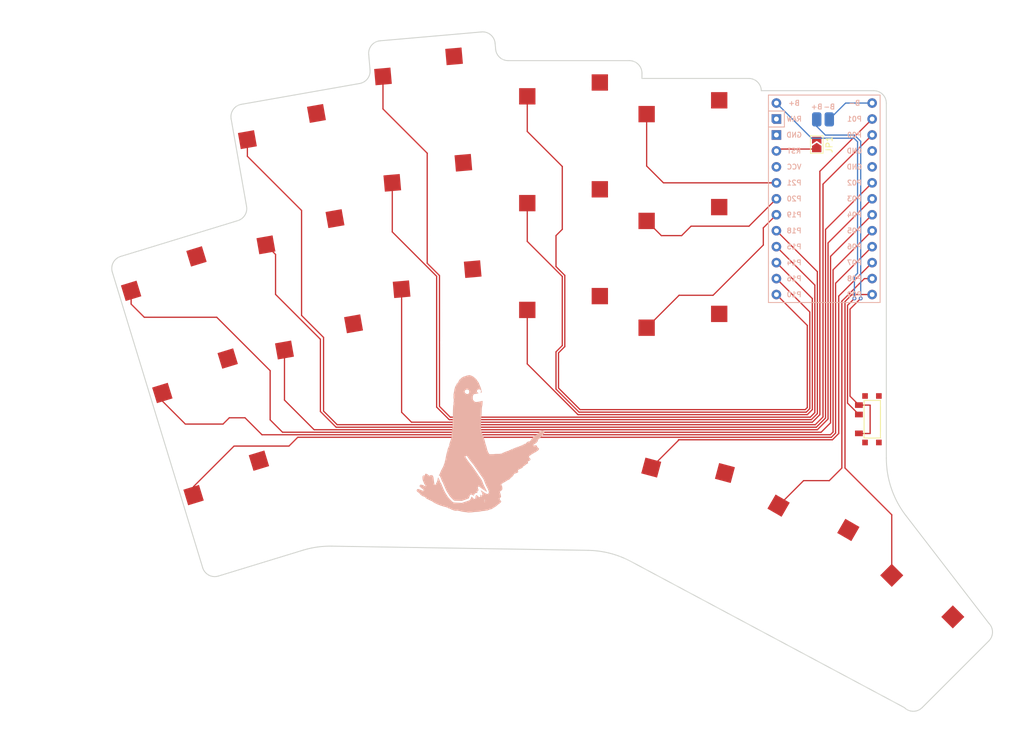
<source format=kicad_pcb>
(kicad_pcb (version 20240108) (generator "pcbnew") (generator_version "8.0")
  (layers (0 "F.Cu" signal) (31 "B.Cu" signal) (34 "B.Paste" user) (35 "F.Paste" user) (36 "B.SilkS" user "B.Silkscreen") (37 "F.SilkS" user "F.Silkscreen") (38 "B.Mask" user) (39 "F.Mask" user) (44 "Edge.Cuts" user))
  (net 0 "")
  (net 1 "Net-(J1-B+)")
  (net 2 "Net-(J1-B-)")
  (net 3 "RESET")
  (net 4 "GND")
  (net 5 "Net-(U1-B+)")
  (net 6 "D4")
  (net 7 "D5")
  (net 8 "D6")
  (net 9 "D0")
  (net 10 "D2")
  (net 11 "D3")
  (net 12 "D15")
  (net 13 "D18")
  (net 14 "D1")
  (net 15 "D10")
  (net 16 "D16")
  (net 17 "D14")
  (net 18 "D21")
  (net 19 "D20")
  (net 20 "D19")
  (net 21 "D7")
  (net 22 "D8")
  (net 23 "D9")
  (footprint "Jumper:SolderJumper-2_P1.3mm_Open_TrianglePad1.0x1.5mm" (layer "F.Cu") (at 235 39.5 90)
    (property "Reference" "JP1")
    (property "Value" "SolderJumper_2_Open" (hide yes))
  )
  (footprint "goos:switch-socket-kailh" (layer "F.Cu") (at 174.530531 31.680199 5)
    (property "Reference" "S8" (hide yes))
    (property "Value" "~" (hide yes))
  )
  (footprint "goos:switch-socket-kailh" (layer "F.Cu") (at 197.201631 69.579899)
    (property "Reference" "S13" (hide yes))
    (property "Value" "~" (hide yes))
  )
  (footprint "goos:switch-socket-kailh" (layer "F.Cu") (at 234.219131 104.369499 -30)
    (property "Reference" "S18" (hide yes))
    (property "Value" "~" (hide yes))
  )
  (footprint "goos:switch-socket-kailh" (layer "F.Cu") (at 134.879531 63.958199 17)
    (property "Reference" "S2" (hide yes))
    (property "Value" "~" (hide yes))
  )
  (footprint "goos:switch-socket-kailh" (layer "F.Cu") (at 216.201631 72.413199)
    (property "Reference" "S16" (hide yes))
    (property "Value" "~" (hide yes))
  )
  (footprint "goos:switch-socket-kailh" (layer "F.Cu") (at 176.012131 48.615499 5)
    (property "Reference" "S9" (hide yes))
    (property "Value" "~" (hide yes))
  )
  (footprint "goos:switch-socket-kailh" (layer "F.Cu") (at 153.177631 40.984599 10)
    (property "Reference" "S5" (hide yes))
    (property "Value" "~" (hide yes))
  )
  (footprint "goos:power-switch" (layer "F.Cu") (at 243.790531 83.229699 -90)
    (property "Reference" "S1" (hide yes))
    (property "Value" "~" (hide yes))
  )
  (footprint "goos:switch-socket-kailh" (layer "F.Cu") (at 215.681531 96.690999 -15)
    (property "Reference" "S17" (hide yes))
    (property "Value" "~" (hide yes))
  )
  (footprint "goos:switch-socket-kailh" (layer "F.Cu") (at 216.201631 55.413199)
    (property "Reference" "S15" (hide yes))
    (property "Value" "~" (hide yes))
  )
  (footprint "goos:switch-socket-kailh" (layer "F.Cu") (at 144.820231 96.472499 17)
    (property "Reference" "S4" (hide yes))
    (property "Value" "~" (hide yes))
  )
  (footprint "goos:switch-socket-kailh" (layer "F.Cu") (at 197.201631 35.579899)
    (property "Reference" "S11" (hide yes))
    (property "Value" "~" (hide yes))
  )
  (footprint "goos:switch-socket-kailh" (layer "F.Cu") (at 177.493831 65.550799 5)
    (property "Reference" "S10" (hide yes))
    (property "Value" "~" (hide yes))
  )
  (footprint "goos:switch-socket-kailh" (layer "F.Cu") (at 250.137731 116.584299 -45)
    (property "Reference" "S19" (hide yes))
    (property "Value" "~" (hide yes))
  )
  (footprint "goos:switch-socket-kailh" (layer "F.Cu") (at 159.081631 74.468099 10)
    (property "Reference" "S7" (hide yes))
    (property "Value" "~" (hide yes))
  )
  (footprint "goos:switch-socket-kailh" (layer "F.Cu") (at 156.129631 57.726399 10)
    (property "Reference" "S6" (hide yes))
    (property "Value" "~" (hide yes))
  )
  (footprint "goos:switch-socket-kailh" (layer "F.Cu") (at 197.201631 52.579899)
    (property "Reference" "S12" (hide yes))
    (property "Value" "~" (hide yes))
  )
  (footprint "goos:switch-socket-kailh" (layer "F.Cu") (at 216.201631 38.413199)
    (property "Reference" "S14" (hide yes))
    (property "Value" "~" (hide yes))
  )
  (footprint "goos:switch-socket-kailh" (layer "F.Cu") (at 139.849931 80.215299 17)
    (property "Reference" "S3" (hide yes))
    (property "Value" "~" (hide yes))
  )
  (footprint "goos:bat-connector" (layer "B.Cu") (at 236 35.5 180)
    (property "Reference" "J1" (hide yes))
    (property "Value" "~" (hide yes))
  )
  (footprint "goos:ProMicro" (layer "B.Cu") (at 236.201631 49.413199 -90)
    (property "Reference" "U1" (hide yes))
    (property "Value" "~" (hide yes))
  )
  (gr_poly (pts (xy 179.737527 76.208305) (xy 179.752328 76.209705) (xy 179.767668 76.211857) (xy 179.783728 76.214775) (xy 179.800692 76.21847) (xy 179.81874 76.222957) (xy 179.838055 76.228247) (xy 179.85882 76.234354) (xy 179.881217 76.24129) (xy 179.957446 76.266913) (xy 180.033132 76.29513) (xy 180.105309 76.324556) (xy 180.171011 76.353806) (xy 180.227274 76.381497) (xy 180.25094 76.394325) (xy 180.271134 76.406244) (xy 180.287485 76.417082) (xy 180.299623 76.426664) (xy 180.307178 76.434818) (xy 180.309121 76.438305) (xy 180.309779 76.441371) (xy 180.309831 76.442627) (xy 180.309985 76.443868) (xy 180.310238 76.445091) (xy 180.310589 76.446295) (xy 180.311034 76.447478) (xy 180.311571 76.448639) (xy 180.312197 76.449776) (xy 180.31291 76.450888) (xy 180.313708 76.451973) (xy 180.314587 76.45303) (xy 180.315546 76.454056) (xy 180.316581 76.455051) (xy 180.31769 76.456013) (xy 180.318871 76.456939) (xy 180.320121 76.45783) (xy 180.321437 76.458682) (xy 180.322817 76.459495) (xy 180.324259 76.460267) (xy 180.32576 76.460997) (xy 180.327317 76.461682) (xy 180.328927 76.462321) (xy 180.330589 76.462913) (xy 180.3323 76.463456) (xy 180.334057 76.463949) (xy 180.335857 76.464389) (xy 180.337699 76.464776) (xy 180.339578 76.465108) (xy 180.341494 76.465383) (xy 180.343444 76.465599) (xy 180.345424 76.465756) (xy 180.347433 76.465851) (xy 180.349467 76.465883) (xy 180.35351 76.465989) (xy 180.357439 76.466299) (xy 180.361235 76.466803) (xy 180.364877 76.46749) (xy 180.368344 76.46835) (xy 180.371616 76.469373) (xy 180.374674 76.470548) (xy 180.377496 76.471865) (xy 180.380062 76.473313) (xy 180.382352 76.474882) (xy 180.384346 76.476562) (xy 180.386023 76.478341) (xy 180.386736 76.479265) (xy 180.387362 76.48021) (xy 180.387899 76.481174) (xy 180.388344 76.482157) (xy 180.388695 76.483158) (xy 180.388948 76.484174) (xy 180.389102 76.485205) (xy 180.389154 76.486249) (xy 180.389334 76.48743) (xy 180.389867 76.48887) (xy 180.390744 76.490558) (xy 180.391958 76.492489) (xy 180.395356 76.497043) (xy 180.399992 76.502466) (xy 180.405795 76.508694) (xy 180.412695 76.515664) (xy 180.420621 76.523309) (xy 180.429502 76.531567) (xy 180.439269 76.540372) (xy 180.44985 76.54966) (xy 180.461176 76.559367) (xy 180.473176 76.569428) (xy 180.48578 76.579779) (xy 180.498917 76.590355) (xy 180.512517 76.601092) (xy 180.526509 76.611926) (xy 180.557258 76.636037) (xy 180.588534 76.661575) (xy 180.651518 76.715787) (xy 180.713172 76.772263) (xy 180.77121 76.82871) (xy 180.823344 76.882831) (xy 180.846482 76.908301) (xy 180.867285 76.93233) (xy 180.885469 76.954628) (xy 180.900748 76.974911) (xy 180.912834 76.99289) (xy 180.921443 77.008279) (xy 180.941075 77.047692) (xy 180.960188 77.083765) (xy 180.97866 77.11631) (xy 180.996371 77.145137) (xy 181.013197 77.170058) (xy 181.021242 77.180995) (xy 181.029019 77.190884) (xy 181.036516 77.199703) (xy 181.043715 77.207426) (xy 181.050603 77.214032) (xy 181.057163 77.219495) (xy 181.068849 77.230059) (xy 181.082322 77.245029) (xy 181.097233 77.263797) (xy 181.11323 77.285752) (xy 181.129963 77.310286) (xy 181.147081 77.336788) (xy 181.164234 77.364649) (xy 181.18107 77.393259) (xy 181.197239 77.422009) (xy 181.21239 77.450289) (xy 181.226172 77.47749) (xy 181.238235 77.503002) (xy 181.248228 77.526215) (xy 181.2558 77.546521) (xy 181.260601 77.563308) (xy 181.261852 77.570193) (xy 181.262279 77.575969) (xy 181.262406 77.581238) (xy 181.262777 77.586513) (xy 181.263382 77.591761) (xy 181.264206 77.596946) (xy 181.265238 77.602036) (xy 181.266465 77.606996) (xy 181.267874 77.611792) (xy 181.269453 77.616392) (xy 181.27119 77.62076) (xy 181.273071 77.624863) (xy 181.275085 77.628668) (xy 181.277219 77.632139) (xy 181.27946 77.635244) (xy 181.281795 77.637949) (xy 181.284214 77.640219) (xy 181.286701 77.642021) (xy 181.287976 77.642896) (xy 181.289278 77.643963) (xy 181.290606 77.645214) (xy 181.291957 77.646645) (xy 181.294717 77.650018) (xy 181.297536 77.654035) (xy 181.300393 77.658648) (xy 181.303268 77.66381) (xy 181.306137 77.669472) (xy 181.308981 77.675588) (xy 181.311779 77.682109) (xy 181.314507 77.688987) (xy 181.317146 77.696176) (xy 181.319675 77.703626) (xy 181.32207 77.711291) (xy 181.324313 77.719123) (xy 181.32638 77.727074) (xy 181.328252 77.735096) (xy 181.33033 77.743731) (xy 181.333004 77.75348) (xy 181.339974 77.775889) (xy 181.348828 77.801455) (xy 181.359231 77.829313) (xy 181.37085 77.858596) (xy 181.383351 77.888437) (xy 181.3964 77.91797) (xy 181.409663 77.946329) (xy 181.422576 77.97364) (xy 181.434623 78.000167) (xy 181.445539 78.025255) (xy 181.455063 78.048249) (xy 181.462928 78.068493) (xy 181.468873 78.085332) (xy 181.472634 78.098109) (xy 181.473612 78.10277) (xy 181.473946 78.10617) (xy 181.47398 78.107533) (xy 181.474083 78.108878) (xy 181.474252 78.110205) (xy 181.474486 78.111511) (xy 181.474782 78.112794) (xy 181.475141 78.114054) (xy 181.475558 78.115287) (xy 181.476034 78.116493) (xy 181.476565 78.11767) (xy 181.477151 78.118816) (xy 181.47779 78.11993) (xy 181.47848 78.121009) (xy 181.47922 78.122052) (xy 181.480007 78.123057) (xy 181.48084 78.124023) (xy 181.481718 78.124947) (xy 181.482638 78.125829) (xy 181.483599 78.126667) (xy 181.4846 78.127458) (xy 181.485638 78.128201) (xy 181.486711 78.128894) (xy 181.487819 78.129536) (xy 181.48896 78.130125) (xy 181.490131 78.13066) (xy 181.491331 78.131138) (xy 181.492559 78.131557) (xy 181.493812 78.131917) (xy 181.495089 78.132215) (xy 181.496389 78.13245) (xy 181.497709 78.13262) (xy 181.499048 78.132723) (xy 181.500404 78.132758) (xy 181.50176 78.13287) (xy 181.5031 78.133204) (xy 181.504421 78.133753) (xy 181.505722 78.134513) (xy 181.507001 78.135477) (xy 181.508257 78.13664) (xy 181.509487 78.137998) (xy 181.51069 78.139543) (xy 181.511864 78.141271) (xy 181.513009 78.143176) (xy 181.51412 78.145252) (xy 181.515198 78.147495) (xy 181.516241 78.149898) (xy 181.517246 78.152457) (xy 181.518212 78.155165) (xy 181.519138 78.158017) (xy 181.520021 78.161008) (xy 181.520861 78.164131) (xy 181.5224 78.170756) (xy 181.523742 78.177846) (xy 181.524875 78.185359) (xy 181.525783 78.193249) (xy 181.526453 78.201474) (xy 181.526872 78.209988) (xy 181.527026 78.218747) (xy 181.527247 78.2279) (xy 181.527865 78.237567) (xy 181.528859 78.247667) (xy 181.530208 78.258115) (xy 181.531892 78.268829) (xy 181.533891 78.279727) (xy 181.536184 78.290724) (xy 181.538751 78.301739) (xy 181.541572 78.312688) (xy 181.544626 78.323488) (xy 181.547894 78.334057) (xy 181.551354 78.344311) (xy 181.554986 78.354167) (xy 181.55877 78.363543) (xy 181.562686 78.372355) (xy 181.566713 78.380522) (xy 181.570741 78.388603) (xy 181.574659 78.397168) (xy 181.578446 78.406142) (xy 181.582082 78.41545) (xy 181.585547 78.425017) (xy 181.588821 78.434769) (xy 181.591882 78.444632) (xy 181.594711 78.45453) (xy 181.597287 78.464388) (xy 181.59959 78.474134) (xy 181.601599 78.483691) (xy 181.603294 78.492985) (xy 181.604654 78.501942) (xy 181.60566 78.510487) (xy 181.60629 78.518545) (xy 181.606524 78.526042) (xy 181.606758 78.53382) (xy 181.607387 78.542702) (xy 181.609745 78.563368) (xy 181.613438 78.587223) (xy 181.618301 78.613446) (xy 181.624173 78.641221) (xy 181.630891 78.669727) (xy 181.638291 78.698147) (xy 181.646211 78.72566) (xy 181.655843 78.7584) (xy 181.664102 78.788638) (xy 181.670987 78.81643) (xy 181.676494 78.841828) (xy 181.680623 78.864886) (xy 181.683369 78.885658) (xy 181.68473 78.904197) (xy 181.684704 78.920557) (xy 181.683289 78.934792) (xy 181.680481 78.946955) (xy 181.678555 78.952276) (xy 181.676279 78.957099) (xy 181.673654 78.961431) (xy 181.670679 78.965279) (xy 181.667355 78.968649) (xy 181.66368 78.971548) (xy 181.659654 78.973982) (xy 181.655278 78.975959) (xy 181.650551 78.977485) (xy 181.645472 78.978567) (xy 181.634258 78.979424) (xy 181.628941 78.979561) (xy 181.623608 78.979964) (xy 181.618291 78.980619) (xy 181.613027 78.981512) (xy 181.607849 78.98263) (xy 181.602793 78.983959) (xy 181.597893 78.985485) (xy 181.593184 78.987196) (xy 181.588701 78.989078) (xy 181.584478 78.991116) (xy 181.58055 78.993298) (xy 181.576951 78.995609) (xy 181.573717 78.998037) (xy 181.570883 79.000568) (xy 181.568482 79.003187) (xy 181.56655 79.005882) (xy 181.565661 79.007239) (xy 181.564683 79.008578) (xy 181.563619 79.009898) (xy 181.562473 79.011197) (xy 181.561249 79.012475) (xy 181.559949 79.013728) (xy 181.557139 79.016156) (xy 181.554071 79.018467) (xy 181.550773 79.020649) (xy 181.547274 79.022687) (xy 181.543602 79.024569) (xy 181.539786 79.026279) (xy 181.535853 79.027806) (xy 181.531831 79.029135) (xy 181.52775 79.030253) (xy 181.523637 79.031146) (xy 181.519521 79.031801) (xy 181.51543 79.032204) (xy 181.511392 79.032341) (xy 181.508369 79.032305) (xy 181.505544 79.032193) (xy 181.502918 79.031995) (xy 181.500491 79.031703) (xy 181.498265 79.031308) (xy 181.496238 79.030802) (xy 181.494412 79.030175) (xy 181.492787 79.02942) (xy 181.491363 79.028527) (xy 181.490141 79.027489) (xy 181.489121 79.026295) (xy 181.488304 79.024938) (xy 181.48769 79.023409) (xy 181.487278 79.0217) (xy 181.487071 79.019801) (xy 181.487067 79.017704) (xy 181.487268 79.0154) (xy 181.487674 79.012882) (xy 181.488285 79.010139) (xy 181.489102 79.007163) (xy 181.490125 79.003946) (xy 181.491354 79.00048) (xy 181.49279 78.996754) (xy 181.494433 78.992762) (xy 181.496284 78.988493) (xy 181.498342 78.98394) (xy 181.503085 78.973946) (xy 181.508664 78.96271) (xy 181.515083 78.950163) (xy 181.526814 78.925442) (xy 181.536884 78.899997) (xy 181.545297 78.87402) (xy 181.552059 78.847704) (xy 181.557173 78.821239) (xy 181.560645 78.794819) (xy 181.562478 78.768636) (xy 181.562678 78.742881) (xy 181.56125 78.717746) (xy 181.558197 78.693424) (xy 181.553525 78.670107) (xy 181.547238 78.647987) (xy 181.539341 78.627255) (xy 181.529838 78.608104) (xy 181.518734 78.590726) (xy 181.512583 78.582762) (xy 181.506034 78.575313) (xy 181.489264 78.558951) (xy 181.470665 78.543475) (xy 181.450527 78.528978) (xy 181.429141 78.515552) (xy 181.406798 78.50329) (xy 181.38379 78.492286) (xy 181.360406 78.48263) (xy 181.336937 78.474417) (xy 181.313674 78.467738) (xy 181.290908 78.462687) (xy 181.26893 78.459356) (xy 181.248031 78.457837) (xy 181.2285 78.458224) (xy 181.219339 78.459161) (xy 181.21063 78.460609) (xy 181.202408 78.46258) (xy 181.19471 78.465085) (xy 181.187573 78.468136) (xy 181.181032 78.471744) (xy 181.175716 78.474946) (xy 181.170179 78.478058) (xy 181.164464 78.481064) (xy 181.158616 78.483948) (xy 181.15268 78.486694) (xy 181.1467 78.489285) (xy 181.14072 78.491707) (xy 181.134785 78.493942) (xy 181.12894 78.495974) (xy 181.123229 78.497787) (xy 181.117696 78.499366) (xy 181.112386 78.500694) (xy 181.107344 78.501755) (xy 181.102614 78.502532) (xy 181.09824 78.503011) (xy 181.094267 78.503174) (xy 181.092308 78.503265) (xy 181.090193 78.503536) (xy 181.085523 78.504598) (xy 181.080312 78.506324) (xy 181.074614 78.508678) (xy 181.068484 78.511625) (xy 181.061975 78.515129) (xy 181.055143 78.519154) (xy 181.048042 78.523664) (xy 181.040726 78.528624) (xy 181.03325 78.533998) (xy 181.025667 78.53975) (xy 181.018034 78.545844) (xy 181.010403 78.552244) (xy 181.00283 78.558916) (xy 180.995369 78.565822) (xy 180.988075 78.572928) (xy 180.978323 78.582992) (xy 180.969452 78.592839) (xy 180.961428 78.602561) (xy 180.954216 78.612253) (xy 180.947781 78.622008) (xy 180.942088 78.631919) (xy 180.937102 78.642079) (xy 180.932789 78.652583) (xy 180.929114 78.663523) (xy 180.926042 78.674993) (xy 180.923537 78.687086) (xy 180.921567 78.699896) (xy 180.920094 78.713516) (xy 180.919086 78.72804) (xy 180.918506 78.74356) (xy 180.918321 78.760171) (xy 180.918968 78.782594) (xy 180.920959 78.804071) (xy 180.924365 78.824706) (xy 180.926621 78.834739) (xy 180.929258 78.8446) (xy 180.932284 78.854301) (xy 180.935708 78.863855) (xy 180.93954 78.873276) (xy 180.943788 78.882575) (xy 180.948462 78.891766) (xy 180.95357 78.900862) (xy 180.959121 78.909875) (xy 180.965125 78.918818) (xy 180.97159 78.927704) (xy 180.978524 78.936545) (xy 180.99384 78.954147) (xy 181.011144 78.971725) (xy 181.030507 78.989381) (xy 181.052001 79.007219) (xy 181.075698 79.025341) (xy 181.10167 79.043849) (xy 181.129988 79.062846) (xy 181.196133 79.106043) (xy 181.0903 79.12318) (xy 181.067022 79.12716) (xy 181.041403 79.131913) (xy 180.986505 79.143024) (xy 180.932321 79.155085) (xy 180.907597 79.161026) (xy 180.885571 79.166669) (xy 180.862208 79.172289) (xy 180.833655 79.178163) (xy 180.801019 79.184117) (xy 180.765409 79.189979) (xy 180.727932 79.195573) (xy 180.689697 79.200726) (xy 180.651812 79.205265) (xy 180.615385 79.209016) (xy 180.561772 79.214444) (xy 180.539338 79.217226) (xy 180.519446 79.220231) (xy 180.501814 79.22359) (xy 180.486164 79.227436) (xy 180.472213 79.231904) (xy 180.459684 79.237124) (xy 180.448294 79.24323) (xy 180.437763 79.250354) (xy 180.427812 79.25863) (xy 180.41816 79.268189) (xy 180.408527 79.279165) (xy 180.398632 79.291691) (xy 180.388196 79.305899) (xy 180.376937 79.321921) (xy 180.363447 79.341989) (xy 180.350861 79.361872) (xy 180.339456 79.381053) (xy 180.329507 79.399013) (xy 180.321289 79.415233) (xy 180.317915 79.422529) (xy 180.315078 79.429196) (xy 180.312811 79.435169) (xy 180.311149 79.440383) (xy 180.310127 79.444774) (xy 180.309779 79.448276) (xy 180.309647 79.451322) (xy 180.30926 79.454371) (xy 180.308631 79.457406) (xy 180.307773 79.460406) (xy 180.306699 79.463351) (xy 180.305422 79.466222) (xy 180.303956 79.468999) (xy 180.302312 79.471663) (xy 180.300505 79.474194) (xy 180.298547 79.476573) (xy 180.296451 79.478779) (xy 180.29423 79.480794) (xy 180.291897 79.482597) (xy 180.289466 79.484169) (xy 180.288218 79.484862) (xy 180.286949 79.48549) (xy 180.285663 79.486051) (xy 180.28436 79.486542) (xy 180.28305 79.48734) (xy 180.281744 79.488816) (xy 180.280443 79.490951) (xy 180.279149 79.493727) (xy 180.276592 79.501133) (xy 180.274086 79.510894) (xy 180.27165 79.52287) (xy 180.269297 79.53692) (xy 180.267043 79.552904) (xy 180.264905 79.570681) (xy 180.262898 79.59011) (xy 180.261037 79.611052) (xy 180.259339 79.633365) (xy 180.257818 79.656909) (xy 180.255373 79.707129) (xy 180.254479 79.733524) (xy 180.253826 79.760588) (xy 180.253435 79.810655) (xy 180.254227 79.858351) (xy 180.256184 79.903611) (xy 180.25929 79.946373) (xy 180.263528 79.986573) (xy 180.268881 80.024146) (xy 180.275333 80.05903) (xy 180.282868 80.091161) (xy 180.291467 80.120474) (xy 180.301116 80.146908) (xy 180.311796 80.170397) (xy 180.323492 80.190878) (xy 180.336186 80.208288) (xy 180.349862 80.222563) (xy 180.364503 80.23364) (xy 180.380093 80.241454) (xy 180.381914 80.242194) (xy 180.383711 80.243004) (xy 180.387228 80.244825) (xy 180.390625 80.246895) (xy 180.393884 80.249191) (xy 180.396988 80.251691) (xy 180.399917 80.254371) (xy 180.402653 80.257208) (xy 180.405179 80.26018) (xy 180.407476 80.263264) (xy 180.409525 80.266437) (xy 180.411309 80.269676) (xy 180.41281 80.272958) (xy 180.413448 80.274608) (xy 180.414009 80.276261) (xy 180.41449 80.277912) (xy 180.414888 80.279561) (xy 180.415202 80.281202) (xy 180.415429 80.282835) (xy 180.415567 80.284456) (xy 180.415613 80.286061) (xy 180.415805 80.289739) (xy 180.416378 80.293514) (xy 180.417332 80.297385) (xy 180.418663 80.301351) (xy 180.420371 80.30541) (xy 180.422452 80.30956) (xy 180.424905 80.313799) (xy 180.427728 80.318126) (xy 180.430919 80.322538) (xy 180.434476 80.327035) (xy 180.438396 80.331615) (xy 180.442678 80.336275) (xy 180.44732 80.341014) (xy 180.45232 80.34583) (xy 180.463384 80.355688) (xy 180.475855 80.365835) (xy 180.489716 80.376257) (xy 180.504952 80.386939) (xy 180.521545 80.39787) (xy 180.539481 80.409033) (xy 180.558742 80.420417) (xy 180.579312 80.432007) (xy 180.601176 80.443789) (xy 180.614505 80.450543) (xy 180.627674 80.456621) (xy 180.640807 80.46204) (xy 180.65403 80.466818) (xy 180.66747 80.470973) (xy 180.681252 80.474522) (xy 180.695502 80.477483) (xy 180.710346 80.479872) (xy 180.725909 80.481708) (xy 180.742318 80.483009) (xy 180.759698 80.48379) (xy 180.778175 80.48407) (xy 180.797874 80.483867) (xy 180.818923 80.483198) (xy 180.841446 80.48208) (xy 180.865569 80.480531) (xy 180.946076 80.472965) (xy 181.042165 80.461004) (xy 181.146364 80.445919) (xy 181.251205 80.428979) (xy 181.349215 80.411453) (xy 181.432925 80.39461) (xy 181.494865 80.379721) (xy 181.515336 80.373405) (xy 181.527563 80.368053) (xy 181.530908 80.366311) (xy 181.535545 80.364398) (xy 181.541391 80.362334) (xy 181.548363 80.360139) (xy 181.565353 80.35543) (xy 181.58585 80.350425) (xy 181.609189 80.345278) (xy 181.634706 80.340142) (xy 181.661736 80.335173) (xy 181.689614 80.330523) (xy 181.825765 80.309) (xy 181.809817 80.656243) (xy 181.806116 80.727617) (xy 181.801701 80.797334) (xy 181.796739 80.863645) (xy 181.791394 80.9248) (xy 181.785832 80.979048) (xy 181.780218 81.024641) (xy 181.774717 81.059829) (xy 181.769496 81.082861) (xy 181.757823 81.122379) (xy 181.747193 81.161797) (xy 181.737543 81.201756) (xy 181.728809 81.242896) (xy 181.720927 81.285858) (xy 181.713833 81.331281) (xy 181.707465 81.379807) (xy 181.701758 81.432076) (xy 181.696649 81.488728) (xy 181.692075 81.550404) (xy 181.684274 81.691388) (xy 181.677848 81.860152) (xy 181.672286 82.061819) (xy 181.664396 82.316728) (xy 181.654226 82.541376) (xy 181.643088 82.711454) (xy 181.637566 82.768432) (xy 181.632294 82.802652) (xy 181.626423 82.830799) (xy 181.620843 82.863815) (xy 181.615535 82.902003) (xy 181.610482 82.945666) (xy 181.601075 83.050622) (xy 181.592481 83.181104) (xy 181.584565 83.339528) (xy 181.577186 83.528313) (xy 181.570207 83.749879) (xy 181.56349 84.006642) (xy 181.560054 84.170351) (xy 181.558349 84.310438) (xy 181.558497 84.430681) (xy 181.56062 84.53486) (xy 181.564842 84.626756) (xy 181.571283 84.710148) (xy 181.580067 84.788815) (xy 181.591316 84.866539) (xy 181.615766 85.017869) (xy 181.636263 85.137777) (xy 181.654502 85.232873) (xy 181.672181 85.309768) (xy 181.68134 85.343457) (xy 181.690995 85.375073) (xy 181.701358 85.405445) (xy 181.712641 85.435398) (xy 181.738816 85.497353) (xy 181.771215 85.567549) (xy 181.819116 85.670702) (xy 181.863193 85.768677) (xy 181.902656 85.859526) (xy 181.936714 85.941306) (xy 181.964579 86.012069) (xy 181.98546 86.069871) (xy 181.998568 86.112766) (xy 182.00196 86.128015) (xy 182.003113 86.138807) (xy 182.003393 86.143526) (xy 182.004216 86.149654) (xy 182.005552 86.157094) (xy 182.007376 86.165749) (xy 182.012372 86.186314) (xy 182.018983 86.210568) (xy 182.026987 86.237732) (xy 182.036162 86.267026) (xy 182.046287 86.297671) (xy 182.05714 86.328886) (xy 182.077185 86.386817) (xy 182.096623 86.446942) (xy 182.116215 86.512043) (xy 182.136719 86.584901) (xy 182.158895 86.668297) (xy 182.183503 86.765013) (xy 182.211303 86.877829) (xy 182.243054 87.009527) (xy 182.2537 87.052875) (xy 182.264553 87.094914) (xy 182.275308 87.134611) (xy 182.285663 87.170931) (xy 182.295314 87.202839) (xy 182.303959 87.229301) (xy 182.311292 87.249283) (xy 182.317012 87.261749) (xy 182.319485 87.266321) (xy 182.322079 87.271627) (xy 182.324771 87.277605) (xy 182.327541 87.284189) (xy 182.333226 87.298921) (xy 182.338961 87.315308) (xy 182.344576 87.332836) (xy 182.349897 87.350991) (xy 182.354753 87.369258) (xy 182.358972 87.387124) (xy 182.360996 87.395843) (xy 182.363212 87.404471) (xy 182.365598 87.412957) (xy 182.368132 87.421249) (xy 182.370792 87.429297) (xy 182.373555 87.437049) (xy 182.376399 87.444454) (xy 182.379303 87.451461) (xy 182.382244 87.458019) (xy 182.3852 87.464076) (xy 182.38815 87.469581) (xy 182.391071 87.474483) (xy 182.393941 87.478731) (xy 182.396737 87.482273) (xy 182.399439 87.485058) (xy 182.402024 87.487036) (xy 182.403275 87.487926) (xy 182.404511 87.489037) (xy 182.40573 87.490362) (xy 182.406929 87.491894) (xy 182.408108 87.493626) (xy 182.409265 87.495551) (xy 182.411506 87.499956) (xy 182.41364 87.505055) (xy 182.415654 87.510795) (xy 182.417535 87.517121) (xy 182.419272 87.52398) (xy 182.420851 87.531319) (xy 182.42226 87.539083) (xy 182.423487 87.54722) (xy 182.424519 87.555676) (xy 182.425343 87.564396) (xy 182.425947 87.573328) (xy 182.426319 87.582417) (xy 182.426446 87.59161) (xy 182.426564 87.600799) (xy 182.426911 87.609873) (xy 182.427474 87.618779) (xy 182.428242 87.627465) (xy 182.429204 87.635877) (xy 182.430347 87.643962) (xy 182.431661 87.651667) (xy 182.433133 87.65894) (xy 182.434751 87.665726) (xy 182.436505 87.671973) (xy 182.438382 87.677628) (xy 182.44037 87.682637) (xy 182.442459 87.686949) (xy 182.444636 87.690508) (xy 182.44689 87.693264) (xy 182.449209 87.695161) (xy 182.450398 87.696041) (xy 182.451614 87.697222) (xy 182.452856 87.698697) (xy 182.45412 87.700456) (xy 182.456707 87.704795) (xy 182.459356 87.710168) (xy 182.462045 87.716507) (xy 182.464755 87.723743) (xy 182.467465 87.731806) (xy 182.470155 87.740627) (xy 182.472806 87.750137) (xy 182.475397 87.760267) (xy 182.477907 87.770947) (xy 182.480317 87.782108) (xy 182.482607 87.793682) (xy 182.484756 87.805598) (xy 182.486744 87.817788) (xy 182.488551 87.830182) (xy 182.492923 87.856783) (xy 182.499318 87.888182) (xy 182.517241 87.962375) (xy 182.540447 88.046766) (xy 182.567063 88.135358) (xy 182.595217 88.222156) (xy 182.623037 88.301163) (xy 182.64865 88.366382) (xy 182.660043 88.391948) (xy 182.670183 88.411819) (xy 182.687852 88.444294) (xy 182.713958 88.493595) (xy 182.744982 88.553029) (xy 182.777406 88.615896) (xy 182.785524 88.631366) (xy 182.79386 88.646543) (xy 182.810936 88.675677) (xy 182.828137 88.702623) (xy 182.836629 88.715065) (xy 182.844967 88.726705) (xy 182.853087 88.73746) (xy 182.860927 88.747245) (xy 182.868427 88.755976) (xy 182.875522 88.763567) (xy 182.882152 88.769935) (xy 182.888254 88.774995) (xy 182.893765 88.778662) (xy 182.898625 88.780852) (xy 182.919697 88.784659) (xy 182.954628 88.787631) (xy 183.057667 88.791236) (xy 183.19094 88.791996) (xy 183.337652 88.790242) (xy 183.481002 88.786302) (xy 183.604193 88.780507) (xy 183.690427 88.773187) (xy 183.714435 88.769058) (xy 183.716944 88.768197) (xy 184.728321 88.768197) (xy 184.728373 88.769491) (xy 184.728527 88.770729) (xy 184.728781 88.77191) (xy 184.729131 88.773034) (xy 184.729576 88.774101) (xy 184.730113 88.775109) (xy 184.73074 88.776057) (xy 184.731453 88.776946) (xy 184.732251 88.777775) (xy 184.73313 88.778542) (xy 184.734088 88.779247) (xy 184.735123 88.77989) (xy 184.736233 88.78047) (xy 184.737414 88.780985) (xy 184.738664 88.781437) (xy 184.73998 88.781823) (xy 184.74136 88.782143) (xy 184.742802 88.782397) (xy 184.744303 88.782584) (xy 184.74586 88.782703) (xy 184.74747 88.782753) (xy 184.749132 88.782734) (xy 184.750843 88.782645) (xy 184.7526 88.782486) (xy 184.7544 88.782256) (xy 184.756241 88.781954) (xy 184.758121 88.781579) (xy 184.760037 88.781131) (xy 184.761986 88.78061) (xy 184.763967 88.780013) (xy 184.765975 88.779342) (xy 184.768009 88.778595) (xy 184.772052 88.776989) (xy 184.775982 88.775322) (xy 184.779777 88.773608) (xy 184.783419 88.771859) (xy 184.786887 88.770089) (xy 184.790159 88.768311) (xy 184.793217 88.766538) (xy 184.796039 88.764782) (xy 184.798605 88.763058) (xy 184.800895 88.761379) (xy 184.802889 88.759757) (xy 184.804566 88.758205) (xy 184.805905 88.756737) (xy 184.806887 88.755366) (xy 184.807492 88.754104) (xy 184.807646 88.753519) (xy 184.807697 88.752966) (xy 184.807646 88.752433) (xy 184.807492 88.751907) (xy 184.807238 88.751388) (xy 184.806887 88.750877) (xy 184.806442 88.750375) (xy 184.805905 88.749882) (xy 184.805279 88.7494) (xy 184.804566 88.748928) (xy 184.803768 88.748468) (xy 184.802889 88.74802) (xy 184.80193 88.747584) (xy 184.800895 88.747162) (xy 184.799786 88.746755) (xy 184.798605 88.746361) (xy 184.796039 88.745622) (xy 184.793217 88.74495) (xy 184.790159 88.74435) (xy 184.786887 88.743828) (xy 184.783419 88.743389) (xy 184.779777 88.743038) (xy 184.775982 88.742781) (xy 184.772052 88.742623) (xy 184.768009 88.742569) (xy 184.763967 88.742702) (xy 184.760037 88.743092) (xy 184.756241 88.743726) (xy 184.7526 88.744591) (xy 184.749132 88.745674) (xy 184.74586 88.746961) (xy 184.742802 88.74844) (xy 184.73998 88.750097) (xy 184.737414 88.751919) (xy 184.735123 88.753894) (xy 184.73313 88.756007) (xy 184.732251 88.757112) (xy 184.731453 88.758246) (xy 184.73074 88.759409) (xy 184.730113 88.760598) (xy 184.729576 88.761812) (xy 184.729131 88.763049) (xy 184.728781 88.764308) (xy 184.728527 88.765587) (xy 184.728373 88.766884) (xy 184.728321 88.768197) (xy 183.716944 88.768197) (xy 183.720743 88.766894) (xy 183.722904 88.764671) (xy 183.723469 88.763537) (xy 183.725145 88.762418) (xy 183.731718 88.760227) (xy 183.742404 88.758111) (xy 183.75698 88.756081) (xy 183.775225 88.754149) (xy 183.796918 88.752325) (xy 183.84976 88.749047) (xy 183.913736 88.74634) (xy 183.987075 88.744294) (xy 184.068004 88.743) (xy 184.154754 88.742549) (xy 184.268741 88.742043) (xy 184.366476 88.740436) (xy 184.449741 88.737591) (xy 184.520317 88.733372) (xy 184.579987 88.727643) (xy 184.630532 88.720267) (xy 184.650153 88.716108) (xy 184.834155 88.716108) (xy 184.834189 88.717465) (xy 184.834292 88.718804) (xy 184.834461 88.720124) (xy 184.834695 88.721423) (xy 184.834991 88.722701) (xy 184.835349 88.723954) (xy 184.835767 88.725182) (xy 184.836242 88.726382) (xy 184.836774 88.727553) (xy 184.83736 88.728693) (xy 184.837999 88.729801) (xy 184.838689 88.730875) (xy 184.839429 88.731913) (xy 184.840216 88.732914) (xy 184.841049 88.733875) (xy 184.841927 88.734795) (xy 184.842847 88.735673) (xy 184.843808 88.736506) (xy 184.844809 88.737293) (xy 184.845847 88.738033) (xy 184.84692 88.738723) (xy 184.848028 88.739362) (xy 184.849169 88.739948) (xy 184.85034 88.740479) (xy 184.85154 88.740955) (xy 184.852768 88.741373) (xy 184.854021 88.74173) (xy 184.855298 88.742027) (xy 184.856598 88.742261) (xy 184.857918 88.74243) (xy 184.859257 88.742533) (xy 184.860613 88.742567) (xy 184.86197 88.742533) (xy 184.863309 88.74243) (xy 184.864629 88.742261) (xy 184.865928 88.742027) (xy 184.867206 88.74173) (xy 184.868459 88.741373) (xy 184.869687 88.740955) (xy 184.870887 88.740479) (xy 184.872058 88.739948) (xy 184.873198 88.739362) (xy 184.874306 88.738723) (xy 184.87538 88.738033) (xy 184.876418 88.737293) (xy 184.877419 88.736506) (xy 184.87838 88.735673) (xy 184.8793 88.734795) (xy 184.880178 88.733875) (xy 184.881011 88.732914) (xy 184.881798 88.731913) (xy 184.882537 88.730875) (xy 184.883228 88.729801) (xy 184.883867 88.728693) (xy 184.884453 88.727553) (xy 184.884984 88.726382) (xy 184.88546 88.725182) (xy 184.885877 88.723954) (xy 184.886235 88.722701) (xy 184.886532 88.721423) (xy 184.886766 88.720124) (xy 184.886935 88.718804) (xy 184.887038 88.717465) (xy 184.887072 88.716108) (xy 184.887038 88.714752) (xy 184.886935 88.713413) (xy 184.886766 88.712093) (xy 184.886532 88.710793) (xy 184.886235 88.709516) (xy 184.885877 88.708263) (xy 184.88546 88.707035) (xy 184.884984 88.705835) (xy 184.884453 88.704664) (xy 184.883867 88.703523) (xy 184.883228 88.702416) (xy 184.882537 88.701342) (xy 184.881798 88.700304) (xy 184.881011 88.699303) (xy 184.880178 88.698342) (xy 184.8793 88.697422) (xy 184.87838 88.696544) (xy 184.877419 88.695711) (xy 184.876418 88.694924) (xy 184.87538 88.694184) (xy 184.874306 88.693494) (xy 184.873198 88.692855) (xy 184.872058 88.692269) (xy 184.870887 88.691738) (xy 184.869687 88.691262) (xy 184.868459 88.690844) (xy 184.867206 88.690486) (xy 184.865928 88.69019) (xy 184.864629 88.689956) (xy 184.863309 88.689787) (xy 184.86197 88.689684) (xy 184.860613 88.68965) (xy 184.859257 88.689684) (xy 184.857918 88.689787) (xy 184.856598 88.689956) (xy 184.855298 88.69019) (xy 184.854021 88.690486) (xy 184.852768 88.690844) (xy 184.85154 88.691262) (xy 184.85034 88.691738) (xy 184.849169 88.692269) (xy 184.848028 88.692855) (xy 184.84692 88.693494) (xy 184.845847 88.694184) (xy 184.844809 88.694924) (xy 184.843808 88.695711) (xy 184.842847 88.696544) (xy 184.841927 88.697422) (xy 184.841049 88.698342) (xy 184.840216 88.699303) (xy 184.839429 88.700304) (xy 184.838689 88.701342) (xy 184.837999 88.702416) (xy 184.83736 88.703523) (xy 184.836774 88.704664) (xy 184.836242 88.705835) (xy 184.835767 88.707035) (xy 184.835349 88.708263) (xy 184.834991 88.709516) (xy 184.834695 88.710793) (xy 184.834461 88.712093) (xy 184.834292 88.713413) (xy 184.834189 88.714752) (xy 184.834155 88.716108) (xy 184.650153 88.716108) (xy 184.673734 88.71111) (xy 184.711373 88.700035) (xy 184.737456 88.691761) (xy 184.76376 88.684558) (xy 184.789568 88.678546) (xy 184.814163 88.673846) (xy 184.836829 88.670579) (xy 184.847214 88.66952) (xy 184.856849 88.668865) (xy 184.865643 88.668629) (xy 184.873506 88.668826) (xy 184.88035 88.669472) (xy 184.886085 88.670582) (xy 184.891577 88.671893) (xy 184.896713 88.672866) (xy 184.901483 88.673505) (xy 184.905875 88.673815) (xy 184.90988 88.673801) (xy 184.913486 88.673467) (xy 184.915136 88.673182) (xy 184.916683 88.672819) (xy 184.918125 88.672378) (xy 184.919461 88.67186) (xy 184.920689 88.671265) (xy 184.921808 88.670595) (xy 184.922817 88.669849) (xy 184.923715 88.669029) (xy 184.924499 88.668134) (xy 184.92517 88.667166) (xy 184.925725 88.666125) (xy 184.926163 88.665011) (xy 184.926483 88.663826) (xy 184.926683 88.662569) (xy 184.926763 88.661242) (xy 184.926721 88.659844) (xy 184.926555 88.658377) (xy 184.926264 88.656841) (xy 184.925847 88.655237) (xy 184.925303 88.653564) (xy 184.924605 88.64971) (xy 184.92511 88.645576) (xy 184.926752 88.64119) (xy 184.929378 88.636734) (xy 185.045823 88.636734) (xy 185.045858 88.63809) (xy 185.04596 88.639429) (xy 185.046129 88.640749) (xy 185.046363 88.642049) (xy 185.04666 88.643326) (xy 185.047018 88.644579) (xy 185.047435 88.645807) (xy 185.047911 88.647007) (xy 185.048442 88.648178) (xy 185.049028 88.649319) (xy 185.049667 88.650427) (xy 185.050357 88.651501) (xy 185.051097 88.652538) (xy 185.051884 88.653539) (xy 185.052717 88.6545) (xy 185.053595 88.65542) (xy 185.054515 88.656298) (xy 185.055476 88.657131) (xy 185.056476 88.657918) (xy 185.057514 88.658658) (xy 185.058588 88.659348) (xy 185.059696 88.659987) (xy 185.060836 88.660573) (xy 185.062007 88.661105) (xy 185.063207 88.66158) (xy 185.064435 88.661998) (xy 185.065688 88.662356) (xy 185.066965 88.662653) (xy 185.068265 88.662886) (xy 185.069585 88.663055) (xy 185.070924 88.663158) (xy 185.07228 88.663193) (xy 185.073637 88.663158) (xy 185.074976 88.663055) (xy 185.076296 88.662886) (xy 185.077595 88.662653) (xy 185.078873 88.662356) (xy 185.080126 88.661998) (xy 185.081353 88.66158) (xy 185.082554 88.661105) (xy 185.083725 88.660573) (xy 185.084865 88.659987) (xy 185.085973 88.659348) (xy 185.087047 88.658658) (xy 185.088085 88.657918) (xy 185.089085 88.657131) (xy 185.090047 88.656298) (xy 185.090967 88.65542) (xy 185.091844 88.6545) (xy 185.092678 88.653539) (xy 185.093465 88.652538) (xy 185.094204 88.651501) (xy 185.094894 88.650427) (xy 185.095533 88.649319) (xy 185.09612 88.648178) (xy 185.096651 88.647007) (xy 185.097127 88.645807) (xy 185.097544 88.644579) (xy 185.097902 88.643326) (xy 185.098199 88.642049) (xy 185.098433 88.640749) (xy 185.098602 88.639429) (xy 185.098704 88.63809) (xy 185.098739 88.636734) (xy 185.098704 88.635378) (xy 185.098602 88.634039) (xy 185.098433 88.632718) (xy 185.098199 88.631419) (xy 185.097902 88.630142) (xy 185.097544 88.628888) (xy 185.097127 88.627661) (xy 185.096651 88.62646) (xy 185.09612 88.625289) (xy 185.095533 88.624149) (xy 185.094894 88.623041) (xy 185.094204 88.621967) (xy 185.093465 88.620929) (xy 185.092678 88.619929) (xy 185.091844 88.618968) (xy 185.090967 88.618047) (xy 185.090047 88.61717) (xy 185.089085 88.616336) (xy 185.088085 88.615549) (xy 185.087047 88.61481) (xy 185.085973 88.61412) (xy 185.084865 88.613481) (xy 185.083725 88.612894) (xy 185.082554 88.612363) (xy 185.081353 88.611887) (xy 185.080126 88.61147) (xy 185.078873 88.611112) (xy 185.077595 88.610815) (xy 185.076296 88.610581) (xy 185.074976 88.610412) (xy 185.073637 88.61031) (xy 185.07228 88.610275) (xy 185.070924 88.61031) (xy 185.069585 88.610412) (xy 185.068265 88.610581) (xy 185.066965 88.610815) (xy 185.065688 88.611112) (xy 185.064435 88.61147) (xy 185.063207 88.611887) (xy 185.062007 88.612363) (xy 185.060836 88.612894) (xy 185.059696 88.613481) (xy 185.058588 88.61412) (xy 185.057514 88.61481) (xy 185.056476 88.615549) (xy 185.055476 88.616336) (xy 185.054515 88.61717) (xy 185.053595 88.618047) (xy 185.052717 88.618968) (xy 185.051884 88.619929) (xy 185.051097 88.620929) (xy 185.050357 88.621967) (xy 185.049667 88.623041) (xy 185.049028 88.624149) (xy 185.048442 88.625289) (xy 185.047911 88.62646) (xy 185.047435 88.627661) (xy 185.047018 88.628888) (xy 185.04666 88.630142) (xy 185.046363 88.631419) (xy 185.046129 88.632718) (xy 185.04596 88.634039) (xy 185.045858 88.635378) (xy 185.045823 88.636734) (xy 184.929378 88.636734) (xy 184.929466 88.636584) (xy 184.933188 88.631787) (xy 184.937853 88.626828) (xy 184.943396 88.621736) (xy 184.949751 88.616543) (xy 184.964641 88.605967) (xy 184.982004 88.595339) (xy 185.00132 88.584894) (xy 185.02207 88.574871) (xy 185.043734 88.565507) (xy 185.065793 88.55704) (xy 185.087728 88.549706) (xy 185.109019 88.543743) (xy 185.129147 88.539389) (xy 185.138613 88.537889) (xy 185.147593 88.536881) (xy 185.156022 88.536393) (xy 185.163837 88.536456) (xy 185.170971 88.537098) (xy 185.17736 88.538351) (xy 185.183037 88.539715) (xy 185.188299 88.540729) (xy 185.193138 88.541395) (xy 185.197549 88.541718) (xy 185.201526 88.5417) (xy 185.20335 88.541563) (xy 185.205063 88.541343) (xy 185.206665 88.541039) (xy 185.208155 88.540651) (xy 185.209532 88.54018) (xy 185.210796 88.539626) (xy 185.211945 88.53899) (xy 185.212979 88.538272) (xy 185.213897 88.537472) (xy 185.214699 88.536591) (xy 185.215383 88.535629) (xy 185.21595 88.534586) (xy 185.216398 88.533463) (xy 185.216726 88.532261) (xy 185.216934 88.530978) (xy 185.217021 88.529617) (xy 185.216987 88.528177) (xy 185.21683 88.526658) (xy 185.216551 88.525062) (xy 185.216147 88.523387) (xy 185.215619 88.521636) (xy 185.214965 88.519807) (xy 185.214538 88.51785) (xy 185.214702 88.515759) (xy 185.215454 88.513533) (xy 185.21679 88.511177) (xy 185.218706 88.508691) (xy 185.221197 88.506077) (xy 185.22426 88.503337) (xy 185.227891 88.500474) (xy 185.232085 88.497488) (xy 185.236839 88.494382) (xy 185.24801 88.487816) (xy 185.261372 88.480792) (xy 185.276892 88.473323) (xy 185.294539 88.465425) (xy 185.31428 88.457114) (xy 185.336083 88.448402) (xy 185.359917 88.439306) (xy 185.385749 88.429841) (xy 185.413547 88.42002) (xy 185.44328 88.40986) (xy 185.474914 88.399374) (xy 185.582978 88.36301) (xy 185.6761 88.329708) (xy 185.713953 88.315358) (xy 185.744344 88.303155) (xy 185.766031 88.293561) (xy 185.777772 88.287036) (xy 185.781368 88.284616) (xy 185.785761 88.282204) (xy 185.790891 88.279815) (xy 185.796696 88.277463) (xy 185.803116 88.275164) (xy 185.81009 88.272933) (xy 185.817556 88.270785) (xy 185.825453 88.268735) (xy 185.83372 88.266798) (xy 185.842297 88.264989) (xy 185.851122 88.263323) (xy 185.860134 88.261815) (xy 185.869272 88.260481) (xy 185.878476 88.259335) (xy 185.887683 88.258392) (xy 185.896833 88.257667) (xy 185.907403 88.256663) (xy 185.918017 88.255071) (xy 185.928653 88.252902) (xy 185.93929 88.250167) (xy 185.949908 88.246875) (xy 185.960484 88.243038) (xy 185.970997 88.238666) (xy 185.981428 88.23377) (xy 185.991753 88.228359) (xy 186.001953 88.222445) (xy 186.012005 88.216039) (xy 186.02189 88.20915) (xy 186.031584 88.201789) (xy 186.041068 88.193967) (xy 186.05032 88.185694) (xy 186.059319 88.17698) (xy 186.070685 88.165742) (xy 186.081303 88.155734) (xy 186.091304 88.146911) (xy 186.100819 88.139228) (xy 186.109978 88.132639) (xy 186.114466 88.12974) (xy 186.118913 88.127098) (xy 186.123337 88.124706) (xy 186.127754 88.122559) (xy 186.132181 88.120652) (xy 186.136633 88.118978) (xy 186.141126 88.117532) (xy 186.145678 88.116308) (xy 186.150305 88.115301) (xy 186.155023 88.114504) (xy 186.159848 88.113913) (xy 186.164797 88.11352) (xy 186.169885 88.113322) (xy 186.175131 88.113311) (xy 186.186155 88.113831) (xy 186.198002 88.115034) (xy 186.210801 88.116875) (xy 186.224684 88.119308) (xy 186.235044 88.12113) (xy 186.244867 88.122611) (xy 186.254133 88.123754) (xy 186.262826 88.12456) (xy 186.270927 88.125031) (xy 186.278418 88.125171) (xy 186.285282 88.12498) (xy 186.291499 88.124461) (xy 186.297052 88.123616) (xy 186.301924 88.122447) (xy 186.306095 88.120956) (xy 186.309548 88.119145) (xy 186.312266 88.117017) (xy 186.313343 88.115835) (xy 186.314229 88.114574) (xy 186.314922 88.113235) (xy 186.31542 88.111817) (xy 186.315721 88.110322) (xy 186.315821 88.108749) (xy 186.315761 88.107329) (xy 186.315581 88.105921) (xy 186.315285 88.104528) (xy 186.314876 88.103151) (xy 186.314357 88.101792) (xy 186.313731 88.100454) (xy 186.313 88.099138) (xy 186.312168 88.097845) (xy 186.311237 88.096579) (xy 186.310212 88.095341) (xy 186.309093 88.094132) (xy 186.307886 88.092955) (xy 186.306592 88.091812) (xy 186.305214 88.090704) (xy 186.303756 88.089634) (xy 186.30222 88.088602) (xy 186.30061 88.087612) (xy 186.298928 88.086666) (xy 186.297177 88.085764) (xy 186.29536 88.084909) (xy 186.293481 88.084103) (xy 186.291542 88.083347) (xy 186.289547 88.082645) (xy 186.287497 88.081996) (xy 186.285397 88.081405) (xy 186.283248 88.080871) (xy 186.281055 88.080398) (xy 186.27882 88.079987) (xy 186.276546 88.079641) (xy 186.274235 88.07936) (xy 186.271892 88.079147) (xy 186.269518 88.079004) (xy 186.26315 88.078676) (xy 186.257591 88.078298) (xy 186.252839 88.077862) (xy 186.248889 88.077361) (xy 186.245738 88.076786) (xy 186.243384 88.076131) (xy 186.242504 88.07577) (xy 186.241823 88.075386) (xy 186.241338 88.074978) (xy 186.241051 88.074545) (xy 186.24096 88.074086) (xy 186.241065 88.073599) (xy 186.241366 88.073085) (xy 186.241862 88.072542) (xy 186.242554 88.071968) (xy 186.24344 88.071364) (xy 186.245793 88.070058) (xy 186.248919 88.068617) (xy 186.250588 88.067939) (xy 186.456603 88.067939) (xy 186.456868 88.07056) (xy 186.457704 88.072866) (xy 186.459092 88.07486) (xy 186.461014 88.076543) (xy 186.463454 88.077919) (xy 186.466393 88.078991) (xy 186.469814 88.07976) (xy 186.473699 88.08023) (xy 186.47803 88.080403) (xy 186.48279 88.080281) (xy 186.487962 88.079868) (xy 186.493527 88.079165) (xy 186.499469 88.078176) (xy 186.505768 88.076902) (xy 186.512409 88.075348) (xy 186.519373 88.073514) (xy 186.526642 88.071404) (xy 186.534199 88.069021) (xy 186.550106 88.063443) (xy 186.566954 88.056802) (xy 186.5846 88.049118) (xy 186.602905 88.040412) (xy 186.621726 88.030705) (xy 186.631176 88.02549) (xy 186.640104 88.020262) (xy 186.648475 88.015056) (xy 186.656255 88.009905) (xy 186.663407 88.004844) (xy 186.669897 87.999906) (xy 186.675689 87.995124) (xy 186.680747 87.990534) (xy 186.685038 87.986168) (xy 186.688524 87.98206) (xy 186.691171 87.978245) (xy 186.692944 87.974756) (xy 186.693492 87.973144) (xy 186.693808 87.971626) (xy 186.693887 87.970207) (xy 186.693726 87.96889) (xy 186.69332 87.967681) (xy 186.692664 87.966582) (xy 186.691754 87.965599) (xy 186.690586 87.964735) (xy 186.687405 87.963278) (xy 186.683423 87.962308) (xy 186.678696 87.961803) (xy 186.673278 87.961743) (xy 186.660584 87.962871) (xy 186.645778 87.965522) (xy 186.629294 87.969526) (xy 186.611567 87.974713) (xy 186.593032 87.980913) (xy 186.574123 87.987956) (xy 186.555276 87.995672) (xy 186.536925 88.003891) (xy 186.519505 88.012443) (xy 186.503451 88.021158) (xy 186.489198 88.029867) (xy 186.47718 88.038398) (xy 186.467833 88.046583) (xy 186.464297 88.050492) (xy 186.461592 88.054251) (xy 186.459401 88.058158) (xy 186.457852 88.061741) (xy 186.456925 88.065) (xy 186.456603 88.067939) (xy 186.250588 88.067939) (xy 186.252815 88.067033) (xy 186.257478 88.065297) (xy 186.262904 88.063403) (xy 186.291716 88.05299) (xy 186.326555 88.039451) (xy 186.365127 88.023768) (xy 186.405141 88.006921) (xy 186.444303 87.989891) (xy 186.480319 87.97366) (xy 186.510896 87.959209) (xy 186.533743 87.947519) (xy 186.53876 87.944954) (xy 186.544297 87.942461) (xy 186.550298 87.940053) (xy 186.556706 87.937743) (xy 186.563464 87.935543) (xy 186.570514 87.933467) (xy 186.577801 87.931528) (xy 186.585267 87.929737) (xy 186.592856 87.928109) (xy 186.60051 87.926657) (xy 186.608173 87.925392) (xy 186.615788 87.924328) (xy 186.623298 87.923479) (xy 186.630646 87.922856) (xy 186.637776 87.922472) (xy 186.64463 87.922342) (xy 186.651324 87.922215) (xy 186.657983 87.921843) (xy 186.664568 87.921239) (xy 186.671037 87.920415) (xy 186.677348 87.919383) (xy 186.683461 87.918156) (xy 186.689335 87.916747) (xy 186.694929 87.915168) (xy 186.700202 87.913431) (xy 186.705112 87.91155) (xy 186.709619 87.909536) (xy 186.713681 87.907403) (xy 186.717258 87.905162) (xy 186.720309 87.902826) (xy 186.722792 87.900408) (xy 186.724667 87.89792) (xy 186.725551 87.896644) (xy 186.726641 87.895336) (xy 186.727932 87.894) (xy 186.729417 87.892637) (xy 186.732944 87.889843) (xy 186.737171 87.886978) (xy 186.742046 87.884063) (xy 186.74752 87.88112) (xy 186.75354 87.878172) (xy 186.760057 87.87524) (xy 186.767019 87.872346) (xy 186.774376 87.869512) (xy 186.782076 87.86676) (xy 186.790069 87.864113) (xy 186.798303 87.861592) (xy 186.806729 87.859219) (xy 186.815294 87.857017) (xy 186.823948 87.855006) (xy 186.832713 87.852933) (xy 186.841604 87.850548) (xy 186.850558 87.847877) (xy 186.859513 87.84495) (xy 186.868409 87.841794) (xy 186.877182 87.838437) (xy 186.885772 87.834909) (xy 186.894116 87.831237) (xy 186.902152 87.827448) (xy 186.909819 87.823573) (xy 186.917054 87.819637) (xy 186.923796 87.815671) (xy 186.929984 87.811701) (xy 186.935554 87.807756) (xy 186.938942 87.805061) (xy 187.068741 87.805061) (xy 187.068782 87.805346) (xy 187.068867 87.805628) (xy 187.068995 87.805905) (xy 187.069165 87.806178) (xy 187.069378 87.806447) (xy 187.069929 87.80697) (xy 187.070647 87.807475) (xy 187.071529 87.80796) (xy 187.072572 87.808424) (xy 187.073776 87.808866) (xy 187.075137 87.809287) (xy 187.076654 87.809684) (xy 187.078325 87.810057) (xy 187.080146 87.810405) (xy 187.082118 87.810727) (xy 187.084236 87.811023) (xy 187.086499 87.811291) (xy 187.088905 87.811531) (xy 187.091453 87.811741) (xy 187.094138 87.811922) (xy 187.096961 87.812072) (xy 187.099917 87.81219) (xy 187.103006 87.812275) (xy 187.109573 87.812344) (xy 187.116139 87.812275) (xy 187.122185 87.812072) (xy 187.127693 87.811742) (xy 187.132646 87.811292) (xy 187.137028 87.810728) (xy 187.140821 87.810058) (xy 187.144008 87.809289) (xy 187.146573 87.808426) (xy 187.148499 87.807477) (xy 187.149216 87.806973) (xy 187.149768 87.806449) (xy 187.150151 87.805908) (xy 187.150363 87.805349) (xy 187.150403 87.804774) (xy 187.150268 87.804183) (xy 187.149957 87.803577) (xy 187.149466 87.802958) (xy 187.148795 87.802326) (xy 187.14794 87.801681) (xy 187.145672 87.800359) (xy 187.142646 87.798999) (xy 187.139105 87.797709) (xy 187.135327 87.796591) (xy 187.131345 87.795644) (xy 187.127194 87.79487) (xy 187.122907 87.794268) (xy 187.118519 87.793838) (xy 187.114062 87.79358) (xy 187.109572 87.793494) (xy 187.105082 87.79358) (xy 187.100626 87.793838) (xy 187.096237 87.794268) (xy 187.091951 87.79487) (xy 187.087799 87.795644) (xy 187.083818 87.796591) (xy 187.08004 87.797709) (xy 187.076499 87.798999) (xy 187.074891 87.799683) (xy 187.073473 87.800358) (xy 187.072246 87.801024) (xy 187.071206 87.801679) (xy 187.070351 87.802324) (xy 187.069679 87.802956) (xy 187.069189 87.803575) (xy 187.069011 87.803879) (xy 187.068877 87.80418) (xy 187.068788 87.804478) (xy 187.068742 87.804771) (xy 187.068741 87.805061) (xy 186.938942 87.805061) (xy 186.940445 87.803865) (xy 186.944596 87.800055) (xy 186.948567 87.79634) (xy 186.952931 87.79273) (xy 186.957642 87.789243) (xy 186.962657 87.785897) (xy 186.967933 87.782711) (xy 186.973424 87.779705) (xy 186.979087 87.776896) (xy 186.984879 87.774303) (xy 186.990754 87.771945) (xy 186.996668 87.769841) (xy 187.002579 87.76801) (xy 187.008441 87.766469) (xy 187.014211 87.765239) (xy 187.019844 87.764337) (xy 187.025296 87.763781) (xy 187.030187 87.763605) (xy 187.241865 87.763605) (xy 187.241917 87.764961) (xy 187.242071 87.7663) (xy 187.242324 87.76762) (xy 187.242675 87.76892) (xy 187.24312 87.770197) (xy 187.243657 87.77145) (xy 187.244283 87.772678) (xy 187.244996 87.773878) (xy 187.245794 87.775049) (xy 187.246673 87.77619) (xy 187.247632 87.777297) (xy 187.248667 87.778371) (xy 187.249776 87.779409) (xy 187.250957 87.78041) (xy 187.252207 87.781371) (xy 187.253523 87.782291) (xy 187.254903 87.783169) (xy 187.256345 87.784002) (xy 187.257845 87.784789) (xy 187.259402 87.785529) (xy 187.261013 87.786219) (xy 187.262675 87.786858) (xy 187.264385 87.787444) (xy 187.266142 87.787976) (xy 187.267942 87.788451) (xy 187.269784 87.788869) (xy 187.271663 87.789227) (xy 187.273579 87.789523) (xy 187.275529 87.789757) (xy 187.277509 87.789926) (xy 187.279517 87.790029) (xy 187.281552 87.790063) (xy 187.285594 87.789926) (xy 187.289524 87.789523) (xy 187.29332 87.788869) (xy 187.296961 87.787976) (xy 187.300429 87.786858) (xy 187.303701 87.785529) (xy 187.306759 87.784002) (xy 187.309581 87.782291) (xy 187.312147 87.78041) (xy 187.314437 87.778371) (xy 187.315473 87.777297) (xy 187.316431 87.77619) (xy 187.31731 87.775049) (xy 187.318108 87.773878) (xy 187.318821 87.772678) (xy 187.319448 87.77145) (xy 187.319985 87.770197) (xy 187.32043 87.76892) (xy 187.32078 87.76762) (xy 187.321034 87.7663) (xy 187.321188 87.764961) (xy 187.32124 87.763605) (xy 187.321188 87.762248) (xy 187.321034 87.760909) (xy 187.32078 87.759589) (xy 187.32043 87.75829) (xy 187.319985 87.757012) (xy 187.319448 87.755759) (xy 187.318821 87.754531) (xy 187.318108 87.753331) (xy 187.31731 87.75216) (xy 187.316431 87.751019) (xy 187.315473 87.749912) (xy 187.314437 87.748838) (xy 187.313328 87.7478) (xy 187.312147 87.746799) (xy 187.310897 87.745838) (xy 187.309581 87.744918) (xy 187.308201 87.74404) (xy 187.306759 87.743207) (xy 187.305258 87.74242) (xy 187.303701 87.74168) (xy 187.302091 87.74099) (xy 187.300429 87.740351) (xy 187.298718 87.739765) (xy 187.296961 87.739234) (xy 187.295161 87.738758) (xy 187.29332 87.738341) (xy 187.29144 87.737982) (xy 187.289524 87.737686) (xy 187.287575 87.737452) (xy 187.285594 87.737283) (xy 187.283586 87.73718) (xy 187.281552 87.737146) (xy 187.374156 87.737146) (xy 187.37421 87.738502) (xy 187.37437 87.739841) (xy 187.374633 87.741161) (xy 187.374997 87.742461) (xy 187.37546 87.743738) (xy 187.376018 87.744991) (xy 187.376669 87.746219) (xy 187.37741 87.747419) (xy 187.378239 87.74859) (xy 187.379153 87.749731) (xy 187.380149 87.750839) (xy 187.381225 87.751913) (xy 187.382378 87.752951) (xy 187.383605 87.753951) (xy 187.384904 87.754912) (xy 187.386273 87.755832) (xy 187.387707 87.75671) (xy 187.389206 87.757543) (xy 187.390765 87.75833) (xy 187.392383 87.75907) (xy 187.394058 87.75976) (xy 187.395785 87.760399) (xy 187.397563 87.760985) (xy 187.399389 87.761517) (xy 187.40126 87.761992) (xy 187.403174 87.76241) (xy 187.405127 87.762768) (xy 187.407119 87.763065) (xy 187.409145 87.763298) (xy 187.411203 87.763467) (xy 187.41329 87.76357) (xy 187.415405 87.763605) (xy 187.417498 87.76357) (xy 187.419522 87.763467) (xy 187.421475 87.763298) (xy 187.423357 87.763065) (xy 187.425165 87.762768) (xy 187.426898 87.76241) (xy 187.428553 87.761992) (xy 187.430131 87.761517) (xy 187.431628 87.760985) (xy 187.433044 87.760399) (xy 187.434376 87.75976) (xy 187.435624 87.75907) (xy 187.436785 87.75833) (xy 187.437858 87.757543) (xy 187.438841 87.75671) (xy 187.439734 87.755832) (xy 187.440533 87.754912) (xy 187.441238 87.753951) (xy 187.441847 87.752951) (xy 187.442359 87.751913) (xy 187.442771 87.750839) (xy 187.443082 87.749731) (xy 187.443292 87.74859) (xy 187.443397 87.747419) (xy 187.443396 87.746219) (xy 187.443289 87.744991) (xy 187.443072 87.743738) (xy 187.442745 87.742461) (xy 187.442307 87.741161) (xy 187.441754 87.739841) (xy 187.441087 87.738502) (xy 187.440302 87.737146) (xy 187.438507 87.734451) (xy 187.436509 87.731831) (xy 187.434329 87.7293) (xy 187.431988 87.726872) (xy 187.429507 87.724561) (xy 187.426908 87.722379) (xy 187.424212 87.720341) (xy 187.421439 87.718459) (xy 187.418611 87.716748) (xy 187.41575 87.715222) (xy 187.412875 87.713893) (xy 187.410009 87.712775) (xy 187.407173 87.711882) (xy 187.405772 87.711524) (xy 187.404387 87.711227) (xy 187.40302 87.710993) (xy 187.401673 87.710824) (xy 187.400349 87.710722) (xy 187.399052 87.710687) (xy 187.397776 87.710722) (xy 187.396516 87.710824) (xy 187.395273 87.710993) (xy 187.394051 87.711227) (xy 187.392849 87.711524) (xy 187.391669 87.711882) (xy 187.390514 87.712299) (xy 187.389385 87.712775) (xy 187.388283 87.713306) (xy 187.38721 87.713893) (xy 187.386167 87.714532) (xy 187.385157 87.715222) (xy 187.38418 87.715961) (xy 187.383239 87.716748) (xy 187.382335 87.717582) (xy 187.381469 87.718459) (xy 187.380643 87.719379) (xy 187.379859 87.720341) (xy 187.379118 87.721341) (xy 187.378422 87.722379) (xy 187.377773 87.723453) (xy 187.377172 87.724561) (xy 187.37662 87.725701) (xy 187.37612 87.726872) (xy 187.375673 87.728073) (xy 187.37528 87.7293) (xy 187.374943 87.730553) (xy 187.374664 87.731831) (xy 187.374444 87.73313) (xy 187.374285 87.734451) (xy 187.374188 87.73579) (xy 187.374156 87.737146) (xy 187.281552 87.737146) (xy 187.277509 87.737283) (xy 187.273579 87.737686) (xy 187.269784 87.738341) (xy 187.266142 87.739234) (xy 187.262675 87.740351) (xy 187.259402 87.74168) (xy 187.256345 87.743207) (xy 187.253523 87.744918) (xy 187.250957 87.746799) (xy 187.248667 87.748838) (xy 187.247632 87.749912) (xy 187.246673 87.751019) (xy 187.245794 87.75216) (xy 187.244996 87.753331) (xy 187.244283 87.754531) (xy 187.243657 87.755759) (xy 187.24312 87.757012) (xy 187.242675 87.75829) (xy 187.242324 87.759589) (xy 187.242071 87.760909) (xy 187.241917 87.762248) (xy 187.241865 87.763605) (xy 187.030187 87.763605) (xy 187.030525 87.763592) (xy 187.035648 87.763455) (xy 187.040795 87.763052) (xy 187.04593 87.762398) (xy 187.051021 87.761505) (xy 187.056033 87.760387) (xy 187.060934 87.759058) (xy 187.065688 87.757531) (xy 187.070263 87.75582) (xy 187.074624 87.753939) (xy 187.078738 87.7519) (xy 187.082571 87.749719) (xy 187.086089 87.747407) (xy 187.08926 87.744979) (xy 187.092048 87.742449) (xy 187.09442 87.739829) (xy 187.096342 87.737134) (xy 187.097248 87.735777) (xy 187.098276 87.734438) (xy 187.099422 87.733118) (xy 187.100682 87.731819) (xy 187.102051 87.730541) (xy 187.103526 87.729288) (xy 187.1051 87.72806) (xy 187.106771 87.72686) (xy 187.110385 87.724549) (xy 187.114331 87.722367) (xy 187.118575 87.720328) (xy 187.123081 87.718447) (xy 187.127816 87.716736) (xy 187.132743 87.71521) (xy 187.137829 87.71388) (xy 187.143038 87.712763) (xy 187.148335 87.71187) (xy 187.153686 87.711215) (xy 187.159055 87.710812) (xy 187.164408 87.710675) (xy 187.169915 87.710544) (xy 187.175734 87.710161) (xy 187.181817 87.709538) (xy 187.188113 87.708688) (xy 187.194572 87.707625) (xy 187.201144 87.70636) (xy 187.207779 87.704907) (xy 187.214427 87.703279) (xy 187.221037 87.701489) (xy 187.227561 87.699549) (xy 187.233947 87.697473) (xy 187.240145 87.695274) (xy 187.246106 87.692963) (xy 187.25178 87.690555) (xy 187.257116 87.688063) (xy 187.262065 87.685498) (xy 187.286979 87.672147) (xy 187.311446 87.659635) (xy 187.3354 87.647984) (xy 187.336556 87.647452) (xy 187.490046 87.647452) (xy 187.490139 87.648946) (xy 187.490344 87.650428) (xy 187.490662 87.651898) (xy 187.491096 87.653351) (xy 187.491646 87.654784) (xy 187.492314 87.656196) (xy 187.493102 87.657583) (xy 187.495158 87.660733) (xy 187.4973 87.663675) (xy 187.499523 87.66641) (xy 187.501821 87.668937) (xy 187.504188 87.671257) (xy 187.50662 87.673371) (xy 187.509109 87.675277) (xy 187.511651 87.676977) (xy 187.514239 87.678469) (xy 187.516869 87.679756) (xy 187.519534 87.680836) (xy 187.522229 87.681709) (xy 187.524949 87.682376) (xy 187.527686 87.682837) (xy 187.530437 87.683092) (xy 187.533195 87.683141) (xy 187.535954 87.682985) (xy 187.53871 87.682622) (xy 187.541455 87.682055) (xy 187.544185 87.681281) (xy 187.546894 87.680302) (xy 187.549576 87.679118) (xy 187.552226 87.677729) (xy 187.554837 87.676135) (xy 187.557405 87.674336) (xy 187.559924 87.672332) (xy 187.562387 87.670123) (xy 187.56479 87.66771) (xy 187.567127 87.665092) (xy 187.569391 87.66227) (xy 187.571578 87.659244) (xy 187.573681 87.656013) (xy 187.573681 87.65601) (xy 187.575811 87.65237) (xy 187.577638 87.648839) (xy 187.579168 87.645422) (xy 187.580407 87.642122) (xy 187.581359 87.638945) (xy 187.582032 87.635894) (xy 187.582429 87.632974) (xy 187.582556 87.630188) (xy 187.58242 87.627541) (xy 187.582025 87.625038) (xy 187.581378 87.622681) (xy 187.580483 87.620476) (xy 187.579346 87.618427) (xy 187.577973 87.616537) (xy 187.576369 87.614811) (xy 187.57454 87.613254) (xy 187.572491 87.611869) (xy 187.570228 87.61066) (xy 187.567756 87.609632) (xy 187.565081 87.60879) (xy 187.562208 87.608136) (xy 187.559143 87.607676) (xy 187.555892 87.607413) (xy 187.552459 87.607352) (xy 187.548851 87.607497) (xy 187.545073 87.607851) (xy 187.54113 87.608421) (xy 187.537028 87.609208) (xy 187.532773 87.610218) (xy 187.52837 87.611455) (xy 187.523824 87.612924) (xy 187.519142 87.614627) (xy 187.516984 87.615498) (xy 187.514897 87.616427) (xy 187.512881 87.617411) (xy 187.510939 87.618447) (xy 187.509071 87.619533) (xy 187.507281 87.620666) (xy 187.505568 87.621844) (xy 187.503936 87.623062) (xy 187.502386 87.62432) (xy 187.500918 87.625613) (xy 187.499536 87.626939) (xy 187.498241 87.628296) (xy 187.497033 87.629681) (xy 187.495916 87.63109) (xy 187.494891 87.632522) (xy 187.493959 87.633973) (xy 187.493122 87.635441) (xy 187.492381 87.636922) (xy 187.491739 87.638415) (xy 187.491197 87.639916) (xy 187.490757 87.641423) (xy 187.49042 87.642933) (xy 187.490188 87.644443) (xy 187.490063 87.64595) (xy 187.490046 87.647452) (xy 187.336556 87.647452) (xy 187.358778 87.637215) (xy 187.381513 87.627349) (xy 187.403541 87.618407) (xy 187.424798 87.61041) (xy 187.445218 87.60338) (xy 187.464736 87.597338) (xy 187.483288 87.592306) (xy 187.500808 87.588303) (xy 187.517233 87.585353) (xy 187.532496 87.583475) (xy 187.546533 87.582692) (xy 187.55928 87.583024) (xy 187.57067 87.584492) (xy 187.579071 87.58593) (xy 187.586901 87.586913) (xy 187.59418 87.587434) (xy 187.600927 87.587483) (xy 187.607161 87.58705) (xy 187.610092 87.586651) (xy 187.612902 87.586127) (xy 187.615594 87.585479) (xy 187.618169 87.584704) (xy 187.620632 87.583802) (xy 187.622983 87.582771) (xy 187.625225 87.581611) (xy 187.627361 87.580321) (xy 187.629393 87.578898) (xy 187.631324 87.577342) (xy 187.633156 87.575652) (xy 187.634891 87.573826) (xy 187.636532 87.571864) (xy 187.638081 87.569765) (xy 187.639541 87.567526) (xy 187.640914 87.565147) (xy 187.642203 87.562627) (xy 187.64341 87.559965) (xy 187.645587 87.554209) (xy 187.647465 87.54787) (xy 187.648292 87.544976) (xy 187.649238 87.542163) (xy 187.650302 87.539433) (xy 187.651483 87.536784) (xy 187.65278 87.534219) (xy 187.654191 87.531739) (xy 187.655715 87.529342) (xy 187.657351 87.527031) (xy 187.659099 87.524807) (xy 187.660956 87.522669) (xy 187.662923 87.520618) (xy 187.664996 87.518656) (xy 187.667177 87.516782) (xy 187.669462 87.514998) (xy 187.671852 87.513305) (xy 187.674345 87.511702) (xy 187.676939 87.510191) (xy 187.679634 87.508773) (xy 187.682429 87.507448) (xy 187.685323 87.506216) (xy 187.688313 87.505079) (xy 187.6914 87.504037) (xy 187.694582 87.503091) (xy 187.697857 87.502241) (xy 187.701225 87.501489) (xy 187.704685 87.500835) (xy 187.708235 87.50028) (xy 187.711875 87.499824) (xy 187.715602 87.499468) (xy 187.719417 87.499213) (xy 187.723317 87.499059) (xy 187.727302 87.499008) (xy 187.734228 87.498856) (xy 187.741144 87.498408) (xy 187.748007 87.497682) (xy 187.754774 87.49669) (xy 187.7614 87.495449) (xy 187.767842 87.493973) (xy 187.774056 87.492278) (xy 187.779998 87.490379) (xy 187.785625 87.48829) (xy 187.790893 87.486027) (xy 187.795759 87.483605) (xy 187.800178 87.481039) (xy 187.804108 87.478343) (xy 187.807504 87.475534) (xy 187.810322 87.472626) (xy 187.812519 87.469633) (xy 187.813617 87.468048) (xy 187.814909 87.46653) (xy 187.816391 87.465077) (xy 187.818056 87.463692) (xy 187.819902 87.462375) (xy 187.821922 87.461127) (xy 187.824113 87.459947) (xy 187.82647 87.458838) (xy 187.828988 87.457799) (xy 187.831661 87.456831) (xy 187.834487 87.455935) (xy 187.837459 87.455111) (xy 187.843826 87.453684) (xy 187.850723 87.452553) (xy 187.858114 87.451726) (xy 187.865961 87.451206) (xy 187.874225 87.450999) (xy 187.882871 87.45111) (xy 187.891859 87.451544) (xy 187.901153 87.452306) (xy 187.910714 87.453402) (xy 187.920506 87.454837) (xy 187.929586 87.456208) (xy 187.938274 87.457318) (xy 187.946531 87.458169) (xy 187.954316 87.458766) (xy 187.961591 87.459112) (xy 187.968317 87.459212) (xy 187.974455 87.459068) (xy 187.979966 87.458685) (xy 187.98481 87.458067) (xy 187.988949 87.457217) (xy 187.992343 87.45614) (xy 187.994953 87.454838) (xy 187.995952 87.454104) (xy 187.996741 87.453316) (xy 187.997314 87.452474) (xy 187.997666 87.451578) (xy 187.997794 87.450629) (xy 187.997691 87.449627) (xy 187.997353 87.448573) (xy 187.996775 87.447467) (xy 187.995513 87.444229) (xy 187.995346 87.440465) (xy 187.996217 87.436215) (xy 187.998071 87.431521) (xy 188.000849 87.426424) (xy 188.004496 87.420964) (xy 188.008953 87.415185) (xy 188.012923 87.410571) (xy 188.28397 87.410571) (xy 188.284053 87.411798) (xy 188.284248 87.413052) (xy 188.284557 87.414329) (xy 188.284982 87.415628) (xy 188.285525 87.416949) (xy 188.286186 87.418288) (xy 188.286968 87.419644) (xy 188.288687 87.422339) (xy 188.290459 87.424959) (xy 188.292273 87.42749) (xy 188.294115 87.429917) (xy 188.295971 87.432229) (xy 188.297827 87.434411) (xy 188.299669 87.436449) (xy 188.301486 87.43833) (xy 188.303262 87.440041) (xy 188.304984 87.441568) (xy 188.306638 87.442897) (xy 188.308212 87.444015) (xy 188.309691 87.444908) (xy 188.311062 87.445563) (xy 188.312311 87.445965) (xy 188.312886 87.446068) (xy 188.313426 87.446103) (xy 188.313965 87.446068) (xy 188.31454 87.445965) (xy 188.315149 87.445796) (xy 188.31579 87.445563) (xy 188.316461 87.445266) (xy 188.317161 87.444908) (xy 188.317888 87.44449) (xy 188.31864 87.444015) (xy 188.320214 87.442897) (xy 188.321869 87.441568) (xy 188.323591 87.440041) (xy 188.325367 87.43833) (xy 188.327183 87.436449) (xy 188.329026 87.434411) (xy 188.330882 87.432229) (xy 188.332738 87.429917) (xy 188.334579 87.42749) (xy 188.336393 87.424959) (xy 188.338166 87.422339) (xy 188.339884 87.419644) (xy 188.340667 87.418288) (xy 188.341328 87.416949) (xy 188.34187 87.415628) (xy 188.342295 87.414329) (xy 188.342605 87.413052) (xy 188.3428 87.411798) (xy 188.342883 87.410571) (xy 188.342855 87.409371) (xy 188.342719 87.408199) (xy 188.342475 87.407059) (xy 188.342126 87.405951) (xy 188.341673 87.404877) (xy 188.341118 87.403839) (xy 188.340463 87.402839) (xy 188.339709 87.401878) (xy 188.338857 87.400957) (xy 188.337911 87.40008) (xy 188.336871 87.399247) (xy 188.335738 87.398459) (xy 188.334516 87.39772) (xy 188.333205 87.39703) (xy 188.331807 87.396391) (xy 188.330324 87.395805) (xy 188.328758 87.395273) (xy 188.32711 87.394797) (xy 188.325382 87.39438) (xy 188.323575 87.394022) (xy 188.321692 87.393725) (xy 188.319733 87.393492) (xy 188.317702 87.393322) (xy 188.315599 87.39322) (xy 188.313426 87.393185) (xy 188.30915 87.393322) (xy 188.307118 87.393492) (xy 188.30516 87.393725) (xy 188.303277 87.394022) (xy 188.30147 87.39438) (xy 188.299742 87.394797) (xy 188.298094 87.395273) (xy 188.296528 87.395805) (xy 188.295045 87.396391) (xy 188.293647 87.39703) (xy 188.292336 87.39772) (xy 188.291114 87.398459) (xy 188.289982 87.399247) (xy 188.288942 87.40008) (xy 188.287995 87.400957) (xy 188.287144 87.401878) (xy 188.28639 87.402839) (xy 188.285734 87.403839) (xy 188.285179 87.404877) (xy 188.284726 87.405951) (xy 188.284377 87.407059) (xy 188.284134 87.408199) (xy 188.283997 87.409371) (xy 188.28397 87.410571) (xy 188.012923 87.410571) (xy 188.014165 87.409126) (xy 188.026623 87.396337) (xy 188.041415 87.382926) (xy 188.053323 87.373139) (xy 188.154205 87.373139) (xy 188.154495 87.376188) (xy 188.154776 87.377604) (xy 188.155146 87.378947) (xy 188.155605 87.380218) (xy 188.156153 87.381416) (xy 188.156788 87.382541) (xy 188.15751 87.383594) (xy 188.158318 87.384574) (xy 188.159212 87.385482) (xy 188.160191 87.386316) (xy 188.161254 87.387079) (xy 188.162401 87.387769) (xy 188.163632 87.388386) (xy 188.166339 87.389402) (xy 188.169372 87.390128) (xy 188.172724 87.390564) (xy 188.176392 87.390709) (xy 188.180369 87.390564) (xy 188.184651 87.390128) (xy 188.189232 87.389402) (xy 188.194108 87.388386) (xy 188.199273 87.387079) (xy 188.204722 87.385482) (xy 188.210451 87.383594) (xy 188.216454 87.381416) (xy 188.222726 87.378947) (xy 188.229263 87.376188) (xy 188.236058 87.373139) (xy 188.243106 87.369799) (xy 188.250404 87.366169) (xy 188.257946 87.362248) (xy 188.265726 87.358037) (xy 188.273739 87.353535) (xy 188.273739 87.353497) (xy 188.339884 87.315686) (xy 188.256725 87.314786) (xy 188.24745 87.314859) (xy 188.238465 87.315296) (xy 188.229796 87.316086) (xy 188.221471 87.317219) (xy 188.213517 87.318683) (xy 188.205962 87.320467) (xy 188.198833 87.322561) (xy 188.192157 87.324953) (xy 188.185961 87.327633) (xy 188.180274 87.33059) (xy 188.175121 87.333813) (xy 188.17053 87.337291) (xy 188.16653 87.341013) (xy 188.163146 87.344968) (xy 188.160406 87.349146) (xy 188.158338 87.353535) (xy 188.15675 87.358037) (xy 188.155547 87.362248) (xy 188.154726 87.366169) (xy 188.15428 87.369799) (xy 188.154205 87.373139) (xy 188.053323 87.373139) (xy 188.058085 87.369224) (xy 188.076178 87.355563) (xy 188.095238 87.342271) (xy 188.11481 87.329679) (xy 188.134438 87.318119) (xy 188.153668 87.307919) (xy 188.172044 87.299411) (xy 188.18077 87.295895) (xy 188.189111 87.292925) (xy 188.197011 87.290543) (xy 188.204412 87.288791) (xy 188.211259 87.287709) (xy 188.217494 87.28734) (xy 188.22299 87.287202) (xy 188.228498 87.2868) (xy 188.233983 87.286145) (xy 188.23941 87.285252) (xy 188.244741 87.284134) (xy 188.249943 87.282805) (xy 188.254979 87.281278) (xy 188.259814 87.279567) (xy 188.264411 87.277686) (xy 188.268736 87.275648) (xy 188.272753 87.273466) (xy 188.276426 87.271154) (xy 188.27972 87.268726) (xy 188.282598 87.266196) (xy 188.285026 87.263576) (xy 188.286967 87.260881) (xy 188.287884 87.259525) (xy 188.288944 87.258186) (xy 188.290144 87.256865) (xy 188.291479 87.255566) (xy 188.292942 87.254289) (xy 188.29453 87.253035) (xy 188.296237 87.251808) (xy 188.298059 87.250608) (xy 188.302027 87.248296) (xy 188.306395 87.246115) (xy 188.311124 87.244076) (xy 188.316173 87.242195) (xy 188.321505 87.240484) (xy 188.32708 87.238958) (xy 188.332858 87.237629) (xy 188.3388 87.236511) (xy 188.344868 87.235618) (xy 188.351022 87.234964) (xy 188.357223 87.234561) (xy 188.363432 87.234424) (xy 188.370369 87.234129) (xy 188.377276 87.233253) (xy 188.384132 87.231812) (xy 188.390915 87.22982) (xy 188.397605 87.227291) (xy 188.40418 87.224241) (xy 188.410618 87.220684) (xy 188.416899 87.216635) (xy 188.423002 87.212108) (xy 188.428905 87.207118) (xy 188.434588 87.201679) (xy 188.440028 87.195808) (xy 188.445205 87.189517) (xy 188.450098 87.182821) (xy 188.454685 87.175737) (xy 188.458946 87.168277) (xy 188.462751 87.161539) (xy 188.466842 87.15499) (xy 188.471179 87.148663) (xy 188.475725 87.142594) (xy 188.480443 87.136815) (xy 188.485294 87.131361) (xy 188.49024 87.126265) (xy 188.495243 87.121562) (xy 188.500267 87.117285) (xy 188.505272 87.113468) (xy 188.510221 87.110145) (xy 188.515077 87.107351) (xy 188.5198 87.105118) (xy 188.524354 87.103481) (xy 188.526555 87.102897) (xy 188.5287 87.102475) (xy 188.530784 87.102218) (xy 188.532801 87.102131) (xy 188.538551 87.102214) (xy 188.543544 87.102484) (xy 188.545758 87.102701) (xy 188.547784 87.102978) (xy 188.549622 87.103319) (xy 188.551272 87.103729) (xy 188.552734 87.104213) (xy 188.554009 87.104774) (xy 188.555097 87.105417) (xy 188.555998 87.106147) (xy 188.556713 87.106968) (xy 188.557241 87.107883) (xy 188.557583 87.108899) (xy 188.557739 87.110018) (xy 188.55771 87.111245) (xy 188.557495 87.112586) (xy 188.557095 87.114043) (xy 188.55651 87.115622) (xy 188.555741 87.117327) (xy 188.554787 87.119161) (xy 188.553648 87.121131) (xy 188.552326 87.123239) (xy 188.55082 87.125491) (xy 188.54913 87.127891) (xy 188.545202 87.133151) (xy 188.540542 87.139054) (xy 188.535153 87.145636) (xy 188.52951 87.152516) (xy 188.524729 87.158562) (xy 188.520838 87.163798) (xy 188.519237 87.166118) (xy 188.517869 87.168245) (xy 188.516739 87.17018) (xy 188.51585 87.171927) (xy 188.515207 87.173488) (xy 188.514812 87.174867) (xy 188.514671 87.176066) (xy 188.514785 87.177089) (xy 188.51516 87.177937) (xy 188.5158 87.178614) (xy 188.516706 87.179123) (xy 188.517884 87.179467) (xy 188.519338 87.179648) (xy 188.52107 87.179669) (xy 188.523086 87.179534) (xy 188.525387 87.179245) (xy 188.527979 87.178805) (xy 188.530865 87.178217) (xy 188.537534 87.176608) (xy 188.545423 87.174441) (xy 188.554564 87.17174) (xy 188.564985 87.168527) (xy 188.57179 87.166291) (xy 188.578576 87.16385) (xy 188.5853 87.161229) (xy 188.591921 87.158451) (xy 188.598395 87.15554) (xy 188.60468 87.15252) (xy 188.610735 87.149415) (xy 188.616515 87.14625) (xy 188.621979 87.143049) (xy 188.627085 87.139835) (xy 188.63179 87.136632) (xy 188.636051 87.133465) (xy 188.639826 87.130358) (xy 188.643072 87.127334) (xy 188.645748 87.124418) (xy 188.64781 87.121634) (xy 188.648713 87.12031) (xy 188.649678 87.119048) (xy 188.650704 87.11785) (xy 188.651786 87.116715) (xy 188.652922 87.115645) (xy 188.65411 87.114639) (xy 188.655345 87.113699) (xy 188.656626 87.112825) (xy 188.657949 87.112017) (xy 188.659311 87.111277) (xy 188.66071 87.110604) (xy 188.662142 87.109999) (xy 188.663605 87.109463) (xy 188.665096 87.108996) (xy 188.666611 87.108598) (xy 188.668148 87.108271) (xy 188.669705 87.108015) (xy 188.671277 87.107831) (xy 188.672862 87.107718) (xy 188.674458 87.107678) (xy 188.67606 87.107711) (xy 188.677668 87.107817) (xy 188.679276 87.107998) (xy 188.680883 87.108254) (xy 188.682486 87.108585) (xy 188.684081 87.108991) (xy 188.685666 87.109474) (xy 188.687238 87.110034) (xy 188.688794 87.110671) (xy 188.690331 87.111387) (xy 188.691846 87.112181) (xy 188.693336 87.113054) (xy 188.696291 87.114464) (xy 188.69929 87.115097) (xy 188.702322 87.114986) (xy 188.705376 87.114163) (xy 188.70844 87.112663) (xy 188.711503 87.110517) (xy 188.714554 87.10776) (xy 188.717582 87.104424) (xy 188.720574 87.100542) (xy 188.72352 87.096148) (xy 188.726409 87.091274) (xy 188.729228 87.085953) (xy 188.731968 87.08022) (xy 188.734615 87.074106) (xy 188.739591 87.06087) (xy 188.744063 87.04651) (xy 188.747943 87.031292) (xy 188.751139 87.015479) (xy 188.753561 86.999337) (xy 188.755118 86.983129) (xy 188.755544 86.975084) (xy 188.755719 86.967122) (xy 188.755633 86.959277) (xy 188.755274 86.95158) (xy 188.754631 86.944066) (xy 188.753692 86.936767) (xy 188.753117 86.932051) (xy 188.752837 86.927466) (xy 188.75284 86.923037) (xy 188.753116 86.918789) (xy 188.753654 86.914743) (xy 188.754445 86.910925) (xy 188.755478 86.907358) (xy 188.756743 86.904066) (xy 188.758229 86.901072) (xy 188.759925 86.8984) (xy 188.760849 86.897193) (xy 188.761822 86.896074) (xy 188.762843 86.895048) (xy 188.76391 86.894118) (xy 188.765021 86.893286) (xy 188.766176 86.892555) (xy 188.767374 86.891929) (xy 188.768612 86.89141) (xy 188.769891 86.891001) (xy 188.771208 86.890705) (xy 188.772561 86.890525) (xy 188.773951 86.890465) (xy 188.775329 86.890519) (xy 188.776648 86.890683) (xy 188.777906 86.890951) (xy 188.779104 86.891322) (xy 188.780241 86.891793) (xy 188.781316 86.892362) (xy 188.782327 86.893025) (xy 188.783276 86.89378) (xy 188.78416 86.894624) (xy 188.784979 86.895555) (xy 188.785732 86.89657) (xy 188.786419 86.897666) (xy 188.787039 86.89884) (xy 188.787592 86.90009) (xy 188.788075 86.901413) (xy 188.78849 86.902807) (xy 188.788834 86.904268) (xy 188.789108 86.905794) (xy 188.78931 86.907383) (xy 188.789441 86.909031) (xy 188.789498 86.910737) (xy 188.789482 86.912496) (xy 188.789392 86.914307) (xy 188.789227 86.916167) (xy 188.788986 86.918073) (xy 188.788669 86.920022) (xy 188.788274 86.922013) (xy 188.787802 86.924041) (xy 188.787251 86.926105) (xy 188.786621 86.928201) (xy 188.785911 86.930327) (xy 188.785121 86.932481) (xy 188.784024 86.935444) (xy 188.783067 86.938263) (xy 188.782251 86.940941) (xy 188.78158 86.943479) (xy 188.781055 86.94588) (xy 188.78068 86.948145) (xy 188.780458 86.950276) (xy 188.78039 86.952275) (xy 188.78048 86.954144) (xy 188.78073 86.955885) (xy 188.781144 86.957499) (xy 188.781723 86.958989) (xy 188.782471 86.960356) (xy 188.783389 86.961602) (xy 188.784482 86.96273) (xy 188.785751 86.963741) (xy 188.787199 86.964637) (xy 188.788829 86.96542) (xy 188.790644 86.966091) (xy 188.792646 86.966653) (xy 188.794838 86.967108) (xy 188.797222 86.967456) (xy 188.799802 86.967702) (xy 188.80258 86.967845) (xy 188.805558 86.967889) (xy 188.80874 86.967834) (xy 188.812128 86.967683) (xy 188.815724 86.967438) (xy 188.823555 86.966673) (xy 188.832252 86.965553) (xy 188.841183 86.964101) (xy 188.849285 86.962357) (xy 188.853036 86.961362) (xy 188.856592 86.960277) (xy 188.859957 86.959098) (xy 188.863136 86.957817) (xy 188.866133 86.956431) (xy 188.868952 86.954932) (xy 188.871596 86.953316) (xy 188.874071 86.951577) (xy 188.876381 86.949709) (xy 188.878529 86.947707) (xy 188.880519 86.945565) (xy 188.882357 86.943278) (xy 188.884046 86.94084) (xy 188.88559 86.938245) (xy 188.886994 86.935488) (xy 188.888261 86.932563) (xy 188.889396 86.929465) (xy 188.890403 86.926189) (xy 188.891286 86.922727) (xy 188.89205 86.919076) (xy 188.892698 86.915229) (xy 188.893234 86.91118) (xy 188.89399 86.902458) (xy 188.894351 86.892863) (xy 188.894349 86.882351) (xy 188.894266 86.870755) (xy 188.89444 86.860476) (xy 188.894931 86.851459) (xy 188.895796 86.843649) (xy 188.896389 86.84018) (xy 188.897097 86.836993) (xy 188.897928 86.834079) (xy 188.898891 86.831433) (xy 188.899991 86.829048) (xy 188.901237 86.826917) (xy 188.902636 86.825032) (xy 188.904196 86.823387) (xy 188.905923 86.821976) (xy 188.907825 86.820791) (xy 188.90991 86.819825) (xy 188.912185 86.819071) (xy 188.914658 86.818524) (xy 188.917334 86.818175) (xy 188.920224 86.818017) (xy 188.923332 86.818045) (xy 188.926668 86.818251) (xy 188.930238 86.818629) (xy 188.93811 86.81987) (xy 188.947008 86.821713) (xy 188.956991 86.824104) (xy 188.96466 86.825795) (xy 188.972299 86.827014) (xy 188.979896 86.827764) (xy 188.987439 86.828048) (xy 188.994915 86.82787) (xy 189.002312 86.827232) (xy 189.009619 86.826137) (xy 189.016822 86.824589) (xy 189.02391 86.82259) (xy 189.030871 86.820144) (xy 189.037692 86.817253) (xy 189.044361 86.813921) (xy 189.050867 86.810151) (xy 189.057196 86.805945) (xy 189.063337 86.801307) (xy 189.069277 86.79624) (xy 189.075714 86.790804) (xy 189.082514 86.785828) (xy 189.089691 86.781307) (xy 189.097261 86.777238) (xy 189.105239 86.773619) (xy 189.113639 86.770445) (xy 189.122477 86.767714) (xy 189.131767 86.765422) (xy 189.141526 86.763567) (xy 189.151766 86.762144) (xy 189.162505 86.76115) (xy 189.173756 86.760583) (xy 189.185534 86.760439) (xy 189.197856 86.760715) (xy 189.210735 86.761407) (xy 189.224186 86.762512) (xy 189.241281 86.764041) (xy 189.256574 86.76514) (xy 189.270206 86.765742) (xy 189.282324 86.765777) (xy 189.293069 86.765178) (xy 189.297973 86.764619) (xy 189.302587 86.763877) (xy 189.30693 86.762941) (xy 189.31102 86.761805) (xy 189.314875 86.760459) (xy 189.318513 86.758894) (xy 189.321951 86.757104) (xy 189.325209 86.755077) (xy 189.328303 86.752807) (xy 189.331252 86.750285) (xy 189.334073 86.747502) (xy 189.336785 86.74445) (xy 189.339406 86.74112) (xy 189.341954 86.737504) (xy 189.3469 86.729378) (xy 189.351769 86.720005) (xy 189.356704 86.709316) (xy 189.361848 86.697244) (xy 189.365884 86.687953) (xy 189.369996 86.679393) (xy 189.37419 86.671559) (xy 189.37847 86.664447) (xy 189.382842 86.658052) (xy 189.387312 86.652369) (xy 189.391885 86.647394) (xy 189.394212 86.645171) (xy 189.396567 86.643123) (xy 189.398951 86.641249) (xy 189.401364 86.63955) (xy 189.403806 86.638025) (xy 189.40628 86.636672) (xy 189.408784 86.635492) (xy 189.411321 86.634484) (xy 189.41389 86.633647) (xy 189.416493 86.63298) (xy 189.41913 86.632484) (xy 189.421802 86.632158) (xy 189.424509 86.632001) (xy 189.427252 86.632012) (xy 189.430032 86.632191) (xy 189.432849 86.632537) (xy 189.435705 86.63305) (xy 189.4386 86.633729) (xy 189.444467 86.635122) (xy 189.449795 86.636084) (xy 189.45226 86.636402) (xy 189.454593 86.636609) (xy 189.456795 86.636704) (xy 189.458867 86.636688) (xy 189.460811 86.636558) (xy 189.462627 86.636313) (xy 189.464315 86.635953) (xy 189.465878 86.635477) (xy 189.467316 86.634884) (xy 189.46863 86.634173) (xy 189.469821 86.633342) (xy 189.47089 86.632391) (xy 189.471837 86.631319) (xy 189.472665 86.630125) (xy 189.473374 86.628808) (xy 189.473964 86.627366) (xy 189.474438 86.6258) (xy 189.474795 86.624108) (xy 189.475037 86.622289) (xy 189.475165 86.620342) (xy 189.475179 86.618266) (xy 189.475081 86.61606) (xy 189.474872 86.613723) (xy 189.474552 86.611254) (xy 189.473586 86.605918) (xy 189.47219 86.600043) (xy 189.471479 86.595888) (xy 189.471381 86.591211) (xy 189.471892 86.586015) (xy 189.473008 86.580305) (xy 189.474729 86.574086) (xy 189.47705 86.567359) (xy 189.479968 86.560131) (xy 189.483481 86.552405) (xy 189.49228 86.535475) (xy 189.503422 86.516602) (xy 189.516885 86.495818) (xy 189.532645 86.473156) (xy 189.550679 86.448648) (xy 189.570963 86.422327) (xy 189.593474 86.394226) (xy 189.61819 86.364377) (xy 189.645086 86.332812) (xy 189.674139 86.299564) (xy 189.705326 86.264666) (xy 189.738624 86.228151) (xy 189.751715 86.213359) (xy 189.765286 86.196984) (xy 189.778943 86.179567) (xy 189.792292 86.161652) (xy 189.804939 86.143781) (xy 189.81649 86.126497) (xy 189.826551 86.110342) (xy 189.830899 86.102857) (xy 189.834727 86.095859) (xy 189.841275 86.083774) (xy 189.897949 86.083774) (xy 189.897992 86.085198) (xy 189.898105 86.086621) (xy 189.898287 86.088041) (xy 189.898539 86.089457) (xy 189.898862 86.090864) (xy 189.899257 86.09226) (xy 189.899723 86.093644) (xy 189.900263 86.095012) (xy 189.900875 86.096361) (xy 189.901562 86.097689) (xy 189.902323 86.098994) (xy 189.90315 86.100259) (xy 189.904031 86.101467) (xy 189.904964 86.102619) (xy 189.905946 86.103713) (xy 189.906975 86.104749) (xy 189.908047 86.105727) (xy 189.909161 86.106645) (xy 189.910314 86.107503) (xy 189.911504 86.108302) (xy 189.912726 86.109039) (xy 189.91398 86.109714) (xy 189.915262 86.110327) (xy 189.91657 86.110877) (xy 189.917902 86.111364) (xy 189.919254 86.111787) (xy 189.920624 86.112144) (xy 189.922009 86.112437) (xy 189.923407 86.112663) (xy 189.924816 86.112823) (xy 189.926232 86.112916) (xy 189.927653 86.112941) (xy 189.929076 86.112898) (xy 189.930499 86.112785) (xy 189.93192 86.112603) (xy 189.933335 86.11235) (xy 189.934742 86.112027) (xy 189.936139 86.111632) (xy 189.937522 86.111165) (xy 189.93889 86.110626) (xy 189.940239 86.110013) (xy 189.941567 86.109326) (xy 189.942872 86.108565) (xy 189.944136 86.107738) (xy 189.945345 86.106857) (xy 189.946496 86.105924) (xy 189.947591 86.104942) (xy 189.948627 86.103913) (xy 189.949604 86.10284) (xy 189.950523 86.101726) (xy 189.951381 86.100573) (xy 189.952179 86.099384) (xy 189.952917 86.098161) (xy 189.953592 86.096907) (xy 189.954205 86.095625) (xy 189.954755 86.094317) (xy 189.955242 86.092985) (xy 189.955665 86.091633) (xy 189.956023 86.090264) (xy 189.956315 86.088878) (xy 189.956542 86.08748) (xy 189.956702 86.086072) (xy 189.956795 86.084656) (xy 189.95682 86.083234) (xy 189.956776 86.081811) (xy 189.956664 86.080388) (xy 189.956482 86.078967) (xy 189.95623 86.077552) (xy 189.955907 86.076145) (xy 189.955512 86.074748) (xy 189.955045 86.073365) (xy 189.954506 86.071997) (xy 189.953893 86.070648) (xy 189.953207 86.069319) (xy 189.952445 86.068014) (xy 189.951619 86.06675) (xy 189.950738 86.065542) (xy 189.949805 86.06439) (xy 189.948823 86.063296) (xy 189.947794 86.06226) (xy 189.946721 86.061282) (xy 189.945607 86.060364) (xy 189.944454 86.059505) (xy 189.943265 86.058707) (xy 189.942042 86.05797) (xy 189.940789 86.057295) (xy 189.939506 86.056682) (xy 189.938198 86.056132) (xy 189.936867 86.055645) (xy 189.935515 86.055222) (xy 189.934145 86.054865) (xy 189.93276 86.054572) (xy 189.931362 86.054346) (xy 189.929953 86.054186) (xy 189.928537 86.054093) (xy 189.927116 86.054068) (xy 189.925693 86.054112) (xy 189.924269 86.054224) (xy 189.922849 86.054406) (xy 189.921434 86.054659) (xy 189.920027 86.054982) (xy 189.91863 86.055377) (xy 189.917247 86.055844) (xy 189.915879 86.056383) (xy 189.91453 86.056996) (xy 189.913201 86.057683) (xy 189.911897 86.058444) (xy 189.910632 86.059271) (xy 189.909424 86.060152) (xy 189.908272 86.061085) (xy 189.907178 86.062067) (xy 189.906142 86.063096) (xy 189.905164 86.064168) (xy 189.904246 86.065283) (xy 189.903387 86.066436) (xy 189.902589 86.067625) (xy 189.901852 86.068848) (xy 189.901177 86.070102) (xy 189.900564 86.071384) (xy 189.900013 86.072692) (xy 189.899527 86.074023) (xy 189.899104 86.075375) (xy 189.898746 86.076745) (xy 189.898454 86.07813) (xy 189.898227 86.079529) (xy 189.898067 86.080937) (xy 189.897974 86.082353) (xy 189.897949 86.083774) (xy 189.841275 86.083774) (xy 189.84198 86.082473) (xy 189.849397 86.069464) (xy 189.85677 86.057152) (xy 189.863889 86.045861) (xy 189.870546 86.035912) (xy 189.876531 86.027627) (xy 189.879207 86.02421) (xy 189.881636 86.021329) (xy 189.883793 86.019025) (xy 189.885652 86.017338) (xy 189.887572 86.015613) (xy 189.88991 86.013195) (xy 189.892633 86.010129) (xy 189.89571 86.006459) (xy 189.899107 86.002229) (xy 189.902793 85.997484) (xy 189.910902 85.986621) (xy 189.919779 85.974224) (xy 189.926778 85.964101) (xy 189.973346 85.964101) (xy 189.973401 85.967611) (xy 189.973663 85.971087) (xy 189.974131 85.974502) (xy 189.974807 85.977831) (xy 189.97569 85.981046) (xy 189.976782 85.98412) (xy 189.978082 85.987028) (xy 189.979591 85.989743) (xy 189.981773 85.99285) (xy 189.984225 85.995575) (xy 189.986925 85.997927) (xy 189.989849 85.999916) (xy 189.992976 86.001553) (xy 189.996284 86.002847) (xy 189.999751 86.003808) (xy 190.003353 86.004445) (xy 190.00707 86.00477) (xy 190.010878 86.00479) (xy 190.014756 86.004517) (xy 190.018681 86.00396) (xy 190.022632 86.003129) (xy 190.026585 86.002034) (xy 190.030519 86.000685) (xy 190.034411 85.999091) (xy 190.03824 85.997263) (xy 190.041982 85.99521) (xy 190.045617 85.992941) (xy 190.049121 85.990468) (xy 190.052472 85.9878) (xy 190.055649 85.984946) (xy 190.058628 85.981917) (xy 190.061388 85.978722) (xy 190.063907 85.975371) (xy 190.066162 85.971875) (xy 190.068131 85.968242) (xy 190.069792 85.964483) (xy 190.071122 85.960607) (xy 190.0721 85.956625) (xy 190.072703 85.952547) (xy 190.072909 85.948381) (xy 190.072904 85.948381) (xy 190.072898 85.948255) (xy 190.135956 85.948255) (xy 190.136061 85.949427) (xy 190.13627 85.950567) (xy 190.136582 85.951675) (xy 190.136994 85.952749) (xy 190.137505 85.953787) (xy 190.138114 85.954787) (xy 190.138819 85.955748) (xy 190.139619 85.956668) (xy 190.140511 85.957546) (xy 190.141494 85.958379) (xy 190.142568 85.959167) (xy 190.143729 85.959906) (xy 190.144976 85.960596) (xy 190.146309 85.961235) (xy 190.147724 85.961821) (xy 190.149222 85.962353) (xy 190.150799 85.962828) (xy 190.152455 85.963246) (xy 190.154187 85.963604) (xy 190.155995 85.963901) (xy 190.157877 85.964134) (xy 190.15983 85.964303) (xy 190.161855 85.964406) (xy 190.163947 85.964441) (xy 190.168149 85.964303) (xy 190.172233 85.963901) (xy 190.176179 85.963246) (xy 190.179964 85.962353) (xy 190.183567 85.961235) (xy 190.186969 85.959906) (xy 190.190146 85.958379) (xy 190.19308 85.956668) (xy 190.195747 85.954787) (xy 190.198127 85.952749) (xy 190.200199 85.950567) (xy 190.201113 85.949427) (xy 190.201942 85.948255) (xy 190.202683 85.947055) (xy 190.203334 85.945828) (xy 190.203892 85.944574) (xy 190.204355 85.943297) (xy 190.204719 85.941997) (xy 190.204983 85.940677) (xy 190.205143 85.939338) (xy 190.205197 85.937982) (xy 190.205164 85.936626) (xy 190.205067 85.935287) (xy 190.204908 85.933967) (xy 190.204688 85.932667) (xy 190.204409 85.93139) (xy 190.204072 85.930137) (xy 190.203679 85.928909) (xy 190.203232 85.927709) (xy 190.202732 85.926538) (xy 190.20218 85.925397) (xy 190.201579 85.924289) (xy 190.200929 85.923216) (xy 190.200233 85.922178) (xy 190.199493 85.921177) (xy 190.198708 85.920216) (xy 190.197883 85.919296) (xy 190.197017 85.918419) (xy 190.196112 85.917586) (xy 190.195171 85.916798) (xy 190.194194 85.916059) (xy 190.193184 85.915369) (xy 190.192141 85.91473) (xy 190.191068 85.914144) (xy 190.189966 85.913612) (xy 190.188836 85.913137) (xy 190.187681 85.912719) (xy 190.186502 85.912361) (xy 190.1853 85.912065) (xy 190.184077 85.911831) (xy 190.182835 85.911662) (xy 190.181575 85.911559) (xy 190.180299 85.911525) (xy 190.179001 85.911559) (xy 190.177678 85.911662) (xy 190.174964 85.912065) (xy 190.172178 85.912719) (xy 190.169342 85.913612) (xy 190.166476 85.91473) (xy 190.163602 85.916059) (xy 190.16074 85.917586) (xy 190.157913 85.919296) (xy 190.15514 85.921177) (xy 190.152444 85.923216) (xy 190.149845 85.925397) (xy 190.147365 85.927709) (xy 190.145024 85.930137) (xy 190.142844 85.932667) (xy 190.140846 85.935287) (xy 190.139051 85.937982) (xy 190.138267 85.939338) (xy 190.137599 85.940677) (xy 190.137047 85.941997) (xy 190.136608 85.943297) (xy 190.136281 85.944574) (xy 190.136064 85.945828) (xy 190.135957 85.947055) (xy 190.135956 85.948255) (xy 190.072898 85.948255) (xy 190.072708 85.944517) (xy 190.072133 85.940858) (xy 190.071199 85.937407) (xy 190.069928 85.934165) (xy 190.068339 85.931136) (xy 190.066454 85.928322) (xy 190.064291 85.925724) (xy 190.061873 85.923346) (xy 190.05922 85.921189) (xy 190.056351 85.919255) (xy 190.053288 85.917548) (xy 190.05005 85.916069) (xy 190.04666 85.914821) (xy 190.043136 85.913805) (xy 190.0395 85.913025) (xy 190.035771 85.912483) (xy 190.031971 85.91218) (xy 190.02812 85.912119) (xy 190.024238 85.912303) (xy 190.020345 85.912734) (xy 190.016464 85.913413) (xy 190.012613 85.914344) (xy 190.008813 85.915528) (xy 190.005085 85.916969) (xy 190.001449 85.918668) (xy 189.997926 85.920627) (xy 189.994536 85.922849) (xy 189.9913 85.925336) (xy 189.988238 85.928091) (xy 189.985371 85.931115) (xy 189.982718 85.934411) (xy 189.980302 85.937982) (xy 189.978717 85.940809) (xy 189.977336 85.943813) (xy 189.976159 85.94697) (xy 189.975186 85.950252) (xy 189.974418 85.953632) (xy 189.973855 85.957085) (xy 189.973498 85.960584) (xy 189.973346 85.964101) (xy 189.926778 85.964101) (xy 189.929168 85.960645) (xy 189.93881 85.946236) (xy 189.948448 85.93135) (xy 189.954588 85.922111) (xy 189.960827 85.91355) (xy 189.967182 85.905657) (xy 189.973673 85.89842) (xy 189.980318 85.891828) (xy 189.983705 85.88877) (xy 189.987137 85.885869) (xy 189.990618 85.883123) (xy 189.994149 85.880531) (xy 189.997733 85.878092) (xy 190.001372 85.875804) (xy 190.005069 85.873666) (xy 190.008826 85.871676) (xy 190.012645 85.869833) (xy 190.016528 85.868135) (xy 190.020479 85.866582) (xy 190.0245 85.865171) (xy 190.028592 85.863901) (xy 190.032758 85.862771) (xy 190.037001 85.861779) (xy 190.041323 85.860924) (xy 190.050212 85.859619) (xy 190.059446 85.858845) (xy 190.069042 85.858589) (xy 190.078598 85.858356) (xy 190.087714 85.857652) (xy 190.096408 85.856465) (xy 190.104695 85.854785) (xy 190.112594 85.852603) (xy 190.120122 85.849907) (xy 190.127295 85.846687) (xy 190.134131 85.842934) (xy 190.140647 85.838636) (xy 190.14686 85.833783) (xy 190.152788 85.828366) (xy 190.158446 85.822373) (xy 190.163853 85.815795) (xy 190.169026 85.808621) (xy 190.173981 85.800841) (xy 190.178736 85.792444) (xy 190.185881 85.779486) (xy 190.192678 85.768082) (xy 190.19598 85.762952) (xy 190.199235 85.7582) (xy 190.202459 85.753819) (xy 190.205665 85.749807) (xy 190.208865 85.74616) (xy 190.212075 85.742873) (xy 190.215308 85.739943) (xy 190.218578 85.737365) (xy 190.221898 85.735136) (xy 190.225283 85.733252) (xy 190.228745 85.731708) (xy 190.232299 85.730501) (xy 190.235959 85.729627) (xy 190.239738 85.729082) (xy 190.24365 85.728861) (xy 190.247709 85.728962) (xy 190.251928 85.729379) (xy 190.256322 85.730109) (xy 190.260905 85.731148) (xy 190.265689 85.732492) (xy 190.270688 85.734137) (xy 190.275918 85.73608) (xy 190.28139 85.738315) (xy 190.287119 85.740839) (xy 190.299404 85.746739) (xy 190.312882 85.753747) (xy 190.320561 85.757683) (xy 190.327619 85.760898) (xy 190.330934 85.762227) (xy 190.334117 85.763364) (xy 190.337174 85.764307) (xy 190.340114 85.765052) (xy 190.342943 85.765595) (xy 190.34567 85.765932) (xy 190.348301 85.766061) (xy 190.350844 85.765977) (xy 190.353307 85.765676) (xy 190.355697 85.765156) (xy 190.358022 85.764412) (xy 190.360289 85.763441) (xy 190.362505 85.76224) (xy 190.364678 85.760803) (xy 190.366816 85.759129) (xy 190.368925 85.757214) (xy 190.371014 85.755053) (xy 190.37309 85.752643) (xy 190.37516 85.74998) (xy 190.377231 85.747062) (xy 190.379312 85.743884) (xy 190.38141 85.740442) (xy 190.385686 85.732755) (xy 190.390118 85.723971) (xy 190.394766 85.714061) (xy 190.397963 85.707221) (xy 190.401229 85.70057) (xy 190.40454 85.694144) (xy 190.406132 85.6912) (xy 190.453659 85.6912) (xy 190.453663 85.692398) (xy 190.453807 85.69362) (xy 190.454094 85.694863) (xy 190.454526 85.696125) (xy 190.455106 85.697406) (xy 190.455836 85.698703) (xy 190.457346 85.700741) (xy 190.459211 85.702576) (xy 190.461404 85.704211) (xy 190.463899 85.705651) (xy 190.466671 85.706899) (xy 190.469691 85.707961) (xy 190.472934 85.70884) (xy 190.476374 85.709541) (xy 190.483736 85.710424) (xy 190.491567 85.710644) (xy 190.499656 85.710234) (xy 190.50779 85.709229) (xy 190.515759 85.707662) (xy 190.523351 85.705567) (xy 190.530355 85.702978) (xy 190.533571 85.701508) (xy 190.53656 85.699928) (xy 190.539296 85.698241) (xy 190.541753 85.696451) (xy 190.543905 85.694564) (xy 190.545725 85.692582) (xy 190.547186 85.69051) (xy 190.548263 85.688353) (xy 190.548928 85.686114) (xy 190.549156 85.683798) (xy 190.549084 85.683265) (xy 190.548873 85.682739) (xy 190.548525 85.68222) (xy 190.548044 85.681709) (xy 190.547433 85.681207) (xy 190.546696 85.680714) (xy 190.545836 85.680232) (xy 190.544857 85.67976) (xy 190.543762 85.6793) (xy 190.542555 85.678851) (xy 190.539818 85.677994) (xy 190.536675 85.677193) (xy 190.533152 85.676453) (xy 190.529278 85.675781) (xy 190.525081 85.675181) (xy 190.520589 85.674659) (xy 190.515829 85.67422) (xy 190.51083 85.673869) (xy 190.505619 85.673611) (xy 190.500225 85.673453) (xy 190.494676 85.673399) (xy 190.489207 85.67353) (xy 190.484052 85.673916) (xy 190.479228 85.674542) (xy 190.474757 85.675396) (xy 190.470659 85.676465) (xy 190.466952 85.677736) (xy 190.463658 85.679196) (xy 190.460795 85.680832) (xy 190.459532 85.681712) (xy 190.458384 85.682631) (xy 190.457355 85.683588) (xy 190.456446 85.68458) (xy 190.455659 85.685607) (xy 190.454999 85.686667) (xy 190.454466 85.687758) (xy 190.454063 85.688878) (xy 190.453793 85.690025) (xy 190.453659 85.6912) (xy 190.406132 85.6912) (xy 190.407874 85.687977) (xy 190.411205 85.682103) (xy 190.414511 85.676557) (xy 190.417768 85.671374) (xy 190.420951 85.666587) (xy 190.424038 85.662232) (xy 190.427005 85.658344) (xy 190.429828 85.654955) (xy 190.432483 85.652102) (xy 190.434946 85.649818) (xy 190.437195 85.648139) (xy 190.439205 85.647098) (xy 190.440113 85.646827) (xy 190.440952 85.64673) (xy 190.444539 85.645878) (xy 190.449544 85.643461) (xy 190.463407 85.634332) (xy 190.481737 85.62013) (xy 190.50373 85.601644) (xy 190.555492 85.554977) (xy 190.612263 85.50064) (xy 190.667611 85.444944) (xy 190.715106 85.394198) (xy 190.7339 85.372654) (xy 190.748319 85.354714) (xy 190.75756 85.341166) (xy 190.759988 85.336286) (xy 190.760819 85.3328) (xy 190.760951 85.329217) (xy 190.761335 85.325872) (xy 190.761959 85.322763) (xy 190.762807 85.319891) (xy 190.763865 85.317255) (xy 190.76512 85.314856) (xy 190.766556 85.312692) (xy 190.768159 85.310763) (xy 190.769916 85.309069) (xy 190.771812 85.30761) (xy 190.773832 85.306385) (xy 190.775962 85.305393) (xy 190.778189 85.304636) (xy 190.780497 85.304112) (xy 190.782873 85.30382) (xy 190.785302 85.303762) (xy 190.78777 85.303935) (xy 190.790262 85.304341) (xy 190.792764 85.304978) (xy 190.795263 85.305846) (xy 190.797743 85.306945) (xy 190.800191 85.308275) (xy 190.802592 85.309835) (xy 190.804932 85.311625) (xy 190.807196 85.313645) (xy 190.809371 85.315893) (xy 190.811441 85.318371) (xy 190.813393 85.321077) (xy 190.815213 85.324012) (xy 190.816886 85.327174) (xy 190.818397 85.330564) (xy 190.819734 85.334181) (xy 190.820396 85.335981) (xy 190.821153 85.337689) (xy 190.822002 85.339304) (xy 190.822943 85.340826) (xy 190.823974 85.342254) (xy 190.825094 85.343589) (xy 190.826301 85.34483) (xy 190.827595 85.345977) (xy 190.828975 85.34703) (xy 190.830438 85.347989) (xy 190.831985 85.348853) (xy 190.833613 85.349623) (xy 190.835321 85.350297) (xy 190.837109 85.350876) (xy 190.838975 85.35136) (xy 190.840918 85.351748) (xy 190.842937 85.352041) (xy 190.84503 85.352237) (xy 190.847196 85.352338) (xy 190.849434 85.352341) (xy 190.851743 85.352248) (xy 190.854122 85.352059) (xy 190.856569 85.351772) (xy 190.859083 85.351388) (xy 190.861663 85.350906) (xy 190.864308 85.350327) (xy 190.867017 85.34965) (xy 190.869788 85.348875) (xy 190.87262 85.348001) (xy 190.875512 85.347029) (xy 190.878462 85.345959) (xy 190.881471 85.344789) (xy 190.889686 85.341433) (xy 190.896832 85.33836) (xy 190.902916 85.335516) (xy 190.907948 85.332849) (xy 190.910071 85.331566) (xy 190.911934 85.330307) (xy 190.913538 85.329067) (xy 190.914883 85.327837) (xy 190.915972 85.326613) (xy 190.916804 85.325387) (xy 190.917381 85.324153) (xy 190.917705 85.322903) (xy 190.917775 85.321633) (xy 190.917593 85.320334) (xy 190.91716 85.319001) (xy 190.916477 85.317627) (xy 190.915545 85.316205) (xy 190.914365 85.314729) (xy 190.912939 85.313192) (xy 190.911266 85.311588) (xy 190.909349 85.30991) (xy 190.907188 85.308151) (xy 190.902138 85.304366) (xy 190.896125 85.300179) (xy 190.889158 85.29554) (xy 190.88572 85.29323) (xy 190.882553 85.290981) (xy 190.879662 85.28878) (xy 190.877056 85.286617) (xy 190.874738 85.28448) (xy 190.872717 85.282358) (xy 190.870998 85.28024) (xy 190.869587 85.278113) (xy 190.868492 85.275967) (xy 190.868064 85.274884) (xy 190.867717 85.273791) (xy 190.867452 85.272688) (xy 190.867269 85.271572) (xy 190.86717 85.270444) (xy 190.867155 85.2693) (xy 190.867226 85.26814) (xy 190.867381 85.266963) (xy 190.867624 85.265767) (xy 190.867954 85.26455) (xy 190.868878 85.262049) (xy 190.870162 85.25945) (xy 190.87181 85.25674) (xy 190.87383 85.253908) (xy 190.876227 85.250943) (xy 190.879008 85.247834) (xy 190.88218 85.244569) (xy 190.885748 85.241136) (xy 190.889718 85.237526) (xy 190.894097 85.233725) (xy 190.898892 85.229723) (xy 190.904108 85.225508) (xy 190.909752 85.221069) (xy 190.915831 85.216395) (xy 190.929314 85.206294) (xy 190.94461 85.195115) (xy 190.974925 85.173515) (xy 191.003662 85.153815) (xy 191.030997 85.135944) (xy 191.057107 85.119834) (xy 191.082166 85.105415) (xy 191.106351 85.092616) (xy 191.129837 85.081367) (xy 191.1528 85.0716) (xy 191.175416 85.063243) (xy 191.197859 85.056227) (xy 191.220308 85.050482) (xy 191.242935 85.045938) (xy 191.265919 85.042526) (xy 191.289434 85.040175) (xy 191.313655 85.038816) (xy 191.33876 85.038379) (xy 191.355804 85.038516) (xy 191.371636 85.038934) (xy 191.386291 85.039643) (xy 191.399804 85.040652) (xy 191.412209 85.041972) (xy 191.42354 85.043611) (xy 191.433832 85.04558) (xy 191.443119 85.047888) (xy 191.451437 85.050546) (xy 191.45882 85.053562) (xy 191.465301 85.056947) (xy 191.470917 85.060711) (xy 191.475701 85.064863) (xy 191.479687 85.069412) (xy 191.482911 85.074369) (xy 191.485407 85.079744) (xy 191.486254 85.081844) (xy 191.487155 85.083877) (xy 191.488107 85.085842) (xy 191.489108 85.087736) (xy 191.490155 85.089559) (xy 191.491246 85.091309) (xy 191.492379 85.092984) (xy 191.493549 85.094582) (xy 191.494756 85.096101) (xy 191.495995 85.097541) (xy 191.497265 85.098899) (xy 191.498563 85.100173) (xy 191.499887 85.101363) (xy 191.501233 85.102466) (xy 191.502599 85.103481) (xy 191.503982 85.104406) (xy 191.50538 85.105239) (xy 191.506791 85.105979) (xy 191.508211 85.106624) (xy 191.509638 85.107172) (xy 191.511069 85.107622) (xy 191.512502 85.107972) (xy 191.513934 85.108221) (xy 191.515363 85.108366) (xy 191.516785 85.108407) (xy 191.518199 85.108341) (xy 191.519601 85.108167) (xy 191.520989 85.107883) (xy 191.52236 85.107487) (xy 191.523713 85.106979) (xy 191.525043 85.106355) (xy 191.526348 85.105615) (xy 191.527704 85.104897) (xy 191.529184 85.10434) (xy 191.530783 85.103941) (xy 191.532496 85.103697) (xy 191.534317 85.103605) (xy 191.536242 85.103662) (xy 191.538265 85.103867) (xy 191.540381 85.104215) (xy 191.542586 85.104705) (xy 191.544873 85.105333) (xy 191.547239 85.106097) (xy 191.549678 85.106994) (xy 191.554753 85.109175) (xy 191.560059 85.111856) (xy 191.565555 85.115013) (xy 191.5712 85.118625) (xy 191.576952 85.12267) (xy 191.582772 85.127126) (xy 191.588619 85.13197) (xy 191.594451 85.137181) (xy 191.600228 85.142736) (xy 191.605909 85.148614) (xy 191.611838 85.155417) (xy 191.617447 85.162725) (xy 191.622734 85.170491) (xy 191.627696 85.178667) (xy 191.636629 85.196064) (xy 191.644221 85.214536) (xy 191.650448 85.233706) (xy 191.655283 85.253193) (xy 191.658701 85.272622) (xy 191.660678 85.291611) (xy 191.661188 85.309784) (xy 191.660205 85.326762) (xy 191.657704 85.342166) (xy 191.655877 85.34916) (xy 191.65366 85.355618) (xy 191.651052 85.361494) (xy 191.648048 85.36674) (xy 191.644645 85.371308) (xy 191.640842 85.375152) (xy 191.636633 85.378224) (xy 191.632016 85.380477) (xy 191.626988 85.381864) (xy 191.621546 85.382336) (xy 191.619274 85.382381) (xy 191.617099 85.382515) (xy 191.615021 85.382738) (xy 191.613042 85.383049) (xy 191.611161 85.383448) (xy 191.609379 85.383932) (xy 191.607696 85.384503) (xy 191.606113 85.385159) (xy 191.60463 85.3859) (xy 191.603247 85.386724) (xy 191.601965 85.387632) (xy 191.600784 85.388622) (xy 191.599704 85.389694) (xy 191.598726 85.390847) (xy 191.59785 85.392081) (xy 191.597077 85.393394) (xy 191.596406 85.394787) (xy 191.595839 85.396257) (xy 191.595376 85.397806) (xy 191.595016 85.399431) (xy 191.594761 85.401133) (xy 191.59461 85.402911) (xy 191.594565 85.404763) (xy 191.594624 85.40669) (xy 191.59479 85.40869) (xy 191.595062 85.410763) (xy 191.595441 85.412909) (xy 191.595926 85.415126) (xy 191.596518 85.417413) (xy 191.597219 85.419771) (xy 191.598027 85.422198) (xy 191.598944 85.424695) (xy 191.600476 85.429099) (xy 191.601725 85.433554) (xy 191.602693 85.43803) (xy 191.603385 85.442496) (xy 191.603804 85.446923) (xy 191.603953 85.451278) (xy 191.603838 85.455532) (xy 191.603461 85.459654) (xy 191.602827 85.463614) (xy 191.601939 85.467381) (xy 191.600802 85.470925) (xy 191.599418 85.474215) (xy 191.597792 85.477221) (xy 191.595928 85.479911) (xy 191.594907 85.481129) (xy 191.593829 85.482256) (xy 191.592692 85.48329) (xy 191.591499 85.484225) (xy 191.588433 85.486949) (xy 191.584174 85.491506) (xy 191.578798 85.497792) (xy 191.572383 85.505702) (xy 191.556739 85.525972) (xy 191.537855 85.551478) (xy 191.516342 85.581378) (xy 191.492813 85.614833) (xy 191.467881 85.651003) (xy 191.442158 85.689049) (xy 191.428639 85.708769) (xy 191.414084 85.729121) (xy 191.382411 85.771102) (xy 191.348225 85.813743) (xy 191.312611 85.855796) (xy 191.276653 85.896015) (xy 191.241438 85.933151) (xy 191.20805 85.965958) (xy 191.192381 85.980348) (xy 191.177575 85.993188) (xy 191.146743 86.019728) (xy 191.11233 86.050554) (xy 191.075494 86.08456) (xy 191.037392 86.120635) (xy 190.999181 86.157672) (xy 190.962018 86.194563) (xy 190.927061 86.230198) (xy 190.895466 86.263469) (xy 190.865118 86.295183) (xy 190.833737 86.326357) (xy 190.802227 86.356196) (xy 190.771496 86.383903) (xy 190.74245 86.408682) (xy 190.715996 86.429738) (xy 190.704023 86.438621) (xy 190.693038 86.446275) (xy 190.683155 86.452601) (xy 190.674485 86.457498) (xy 190.662613 86.463799) (xy 190.652038 86.469804) (xy 190.642707 86.475617) (xy 190.63849 86.478485) (xy 190.634564 86.481345) (xy 190.63092 86.484209) (xy 190.627553 86.487091) (xy 190.624455 86.490004) (xy 190.62162 86.492962) (xy 190.619041 86.495977) (xy 190.61671 86.499062) (xy 190.614621 86.502231) (xy 190.612767 86.505497) (xy 190.611141 86.508873) (xy 190.609736 86.512372) (xy 190.608545 86.516007) (xy 190.607562 86.519792) (xy 190.606779 86.523739) (xy 190.60619 86.527862) (xy 190.605788 86.532174) (xy 190.605566 86.536688) (xy 190.605516 86.541417) (xy 190.605632 86.546375) (xy 190.606336 86.557027) (xy 190.607621 86.568751) (xy 190.609432 86.581651) (xy 190.611557 86.598344) (xy 190.612747 86.614496) (xy 190.612976 86.630178) (xy 190.612217 86.645458) (xy 190.610444 86.660406) (xy 190.60763 86.67509) (xy 190.603748 86.68958) (xy 190.598771 86.703945) (xy 190.592673 86.718253) (xy 190.585427 86.732575) (xy 190.577007 86.746979) (xy 190.567385 86.761534) (xy 190.556535 86.776309) (xy 190.54443 86.791374) (xy 190.531044 86.806797) (xy 190.516349 86.822648) (xy 190.505067 86.834828) (xy 190.492965 86.84854) (xy 190.48042 86.863315) (xy 190.467811 86.878685) (xy 190.455515 86.894183) (xy 190.443909 86.909341) (xy 190.433372 86.92369) (xy 190.424281 86.936763) (xy 190.420031 86.942827) (xy 190.41555 86.948721) (xy 190.410875 86.954415) (xy 190.406046 86.959878) (xy 190.401099 86.965079) (xy 190.396074 86.969988) (xy 190.391008 86.974574) (xy 190.385939 86.978807) (xy 190.380906 86.982657) (xy 190.375947 86.986092) (xy 190.371099 86.989082) (xy 190.366402 86.991597) (xy 190.361893 86.993607) (xy 190.35761 86.99508) (xy 190.355565 86.995606) (xy 190.353592 86.995986) (xy 190.351693 86.996217) (xy 190.349876 86.996295) (xy 190.346322 86.996399) (xy 190.342778 86.996704) (xy 190.339266 86.9972) (xy 190.335808 86.997876) (xy 190.332427 86.998723) (xy 190.329144 86.99973) (xy 190.325982 87.000886) (xy 190.322963 87.002182) (xy 190.320109 87.003607) (xy 190.317442 87.005151) (xy 190.314985 87.006803) (xy 190.312759 87.008554) (xy 190.310787 87.010393) (xy 190.309092 87.012309) (xy 190.307694 87.014293) (xy 190.307114 87.015307) (xy 190.306617 87.016334) (xy 190.304162 87.020936) (xy 190.300638 87.026088) (xy 190.290666 87.037844) (xy 190.277263 87.051215) (xy 190.260993 87.065813) (xy 190.24242 87.081248) (xy 190.222107 87.097132) (xy 190.200617 87.113077) (xy 190.178514 87.128694) (xy 190.156361 87.143594) (xy 190.134721 87.15739) (xy 190.114158 87.169693) (xy 190.095236 87.180114) (xy 190.078517 87.188265) (xy 190.064565 87.193756) (xy 190.058803 87.195384) (xy 190.053944 87.196201) (xy 190.050058 87.196159) (xy 190.047216 87.19521) (xy 190.045836 87.194393) (xy 190.044514 87.193684) (xy 190.04325 87.193082) (xy 190.042045 87.192584) (xy 190.0409 87.192191) (xy 190.039815 87.191901) (xy 190.038792 87.191713) (xy 190.037831 87.191625) (xy 190.036932 87.191636) (xy 190.036097 87.191746) (xy 190.035325 87.191952) (xy 190.034618 87.192254) (xy 190.033977 87.192651) (xy 190.033401 87.193141) (xy 190.032892 87.193723) (xy 190.03245 87.194396) (xy 190.032076 87.195159) (xy 190.031771 87.19601) (xy 190.031536 87.196948) (xy 190.03137 87.197973) (xy 190.031275 87.199083) (xy 190.031252 87.200276) (xy 190.031301 87.201552) (xy 190.031422 87.202909) (xy 190.031617 87.204347) (xy 190.031886 87.205863) (xy 190.03223 87.207457) (xy 190.03265 87.209127) (xy 190.033145 87.210873) (xy 190.033718 87.212693) (xy 190.034368 87.214586) (xy 190.035096 87.216551) (xy 190.035903 87.218847) (xy 190.036547 87.221109) (xy 190.037031 87.223338) (xy 190.037353 87.225531) (xy 190.037514 87.227689) (xy 190.037516 87.229812) (xy 190.037358 87.231898) (xy 190.03704 87.233949) (xy 190.036563 87.235962) (xy 190.035928 87.237938) (xy 190.035134 87.239877) (xy 190.034183 87.241778) (xy 190.033074 87.24364) (xy 190.031809 87.245463) (xy 190.030386 87.247247) (xy 190.028808 87.248991) (xy 190.027074 87.250695) (xy 190.025184 87.252359) (xy 190.02314 87.253981) (xy 190.02094 87.255562) (xy 190.018587 87.257102) (xy 190.01608 87.258599) (xy 190.01342 87.260053) (xy 190.010606 87.261464) (xy 190.00764 87.262832) (xy 190.004522 87.264156) (xy 190.001252 87.265436) (xy 189.997831 87.266671) (xy 189.994258 87.267861) (xy 189.990535 87.269005) (xy 189.982639 87.271155) (xy 189.975677 87.27313) (xy 189.968633 87.275567) (xy 189.961556 87.278431) (xy 189.954494 87.281689) (xy 189.947494 87.285305) (xy 189.940606 87.289244) (xy 189.933878 87.293471) (xy 189.927358 87.297953) (xy 189.921094 87.302654) (xy 189.915135 87.30754) (xy 189.909529 87.312575) (xy 189.904323 87.317726) (xy 189.899567 87.322957) (xy 189.895308 87.328235) (xy 189.891596 87.333523) (xy 189.888478 87.338788) (xy 189.885158 87.345535) (xy 189.882584 87.351971) (xy 189.880749 87.358094) (xy 189.879649 87.363903) (xy 189.879278 87.369395) (xy 189.87963 87.37457) (xy 189.880075 87.377039) (xy 189.880699 87.379427) (xy 189.881501 87.381736) (xy 189.88248 87.383964) (xy 189.883636 87.386113) (xy 189.884967 87.388181) (xy 189.888155 87.392074) (xy 189.892037 87.395645) (xy 189.896609 87.39889) (xy 189.901864 87.401809) (xy 189.907798 87.4044) (xy 189.914403 87.406662) (xy 189.921676 87.408594) (xy 189.929609 87.410195) (xy 189.938198 87.411463) (xy 189.947437 87.412397) (xy 189.957319 87.412995) (xy 189.967841 87.413256) (xy 189.978995 87.41318) (xy 189.990776 87.412764) (xy 190.003179 87.412007) (xy 190.016199 87.410909) (xy 190.029828 87.409467) (xy 190.044062 87.40768) (xy 190.058896 87.405548) (xy 190.074322 87.403068) (xy 190.090337 87.40024) (xy 190.106933 87.397062) (xy 190.124107 87.393533) (xy 190.15607 87.387074) (xy 190.186081 87.381681) (xy 190.214166 87.377359) (xy 190.240353 87.374109) (xy 190.264669 87.371934) (xy 190.287141 87.370835) (xy 190.307797 87.370816) (xy 190.326664 87.37188) (xy 190.343769 87.374027) (xy 190.359141 87.377262) (xy 190.372805 87.381585) (xy 190.38479 87.387001) (xy 190.395123 87.39351) (xy 190.403831 87.401117) (xy 190.410942 87.409822) (xy 190.416482 87.419629) (xy 190.456333 87.504704) (xy 190.49088 87.574378) (xy 190.506656 87.604158) (xy 190.521696 87.630952) (xy 190.536196 87.655045) (xy 190.550353 87.676727) (xy 190.564363 87.696285) (xy 190.578422 87.714006) (xy 190.592728 87.73018) (xy 190.607477 87.745092) (xy 190.622865 87.759031) (xy 190.639089 87.772285) (xy 190.656345 87.785141) (xy 190.67483 87.797888) (xy 190.690528 87.80856) (xy 190.704811 87.818708) (xy 190.717735 87.828405) (xy 190.729355 87.837724) (xy 190.739726 87.84674) (xy 190.748904 87.855526) (xy 190.756944 87.864155) (xy 190.763903 87.872701) (xy 190.769835 87.881238) (xy 190.774795 87.889838) (xy 190.778841 87.898576) (xy 190.782026 87.907526) (xy 190.784407 87.91676) (xy 190.786039 87.926352) (xy 190.786978 87.936376) (xy 190.787278 87.946905) (xy 190.786903 87.95553) (xy 190.785796 87.964606) (xy 190.783983 87.974098) (xy 190.781491 87.983969) (xy 190.774573 88.004714) (xy 190.765255 88.026557) (xy 190.753748 88.049219) (xy 190.740263 88.072417) (xy 190.725012 88.095871) (xy 190.708206 88.119298) (xy 190.690056 88.142417) (xy 190.670773 88.164946) (xy 190.65057 88.186605) (xy 190.629657 88.207112) (xy 190.608246 88.226185) (xy 190.586548 88.243543) (xy 190.564775 88.258904) (xy 190.543138 88.271988) (xy 190.526286 88.281556) (xy 190.509959 88.291355) (xy 190.494557 88.30111) (xy 190.480482 88.310542) (xy 190.468132 88.319376) (xy 190.45791 88.327333) (xy 190.453722 88.330897) (xy 190.450216 88.334138) (xy 190.447442 88.337021) (xy 190.445451 88.339512) (xy 190.444534 88.340708) (xy 190.443371 88.342008) (xy 190.44034 88.344903) (xy 190.436416 88.348163) (xy 190.431657 88.351753) (xy 190.426123 88.355638) (xy 190.419873 88.359783) (xy 190.412964 88.364153) (xy 190.405456 88.368713) (xy 190.397408 88.373427) (xy 190.388878 88.378261) (xy 190.379925 88.38318) (xy 190.370608 88.388149) (xy 190.360985 88.393133) (xy 190.351115 88.398096) (xy 190.341058 88.403004) (xy 190.330871 88.407821) (xy 190.320764 88.41264) (xy 190.31094 88.417551) (xy 190.301451 88.422519) (xy 190.292346 88.42751) (xy 190.283678 88.432487) (xy 190.275497 88.437417) (xy 190.267853 88.442263) (xy 190.260798 88.446991) (xy 190.254382 88.451565) (xy 190.248657 88.45595) (xy 190.243673 88.460112) (xy 190.239481 88.464015) (xy 190.236132 88.467624) (xy 190.233677 88.470904) (xy 190.232167 88.473819) (xy 190.231782 88.475129) (xy 190.231652 88.476335) (xy 190.23157 88.477501) (xy 190.231325 88.478694) (xy 190.230922 88.47991) (xy 190.230364 88.481148) (xy 190.229657 88.482404) (xy 190.228803 88.483677) (xy 190.227807 88.484964) (xy 190.226673 88.486262) (xy 190.225405 88.48757) (xy 190.224007 88.488884) (xy 190.222484 88.490202) (xy 190.220838 88.491522) (xy 190.219074 88.492842) (xy 190.217197 88.494158) (xy 190.21521 88.495469) (xy 190.213117 88.496771) (xy 190.210922 88.498063) (xy 190.20863 88.499342) (xy 190.203769 88.501852) (xy 190.198566 88.504281) (xy 190.193053 88.506608) (xy 190.187263 88.508816) (xy 190.181228 88.510884) (xy 190.17498 88.512792) (xy 190.168553 88.514522) (xy 190.161454 88.516586) (xy 190.153241 88.519477) (xy 190.144009 88.523142) (xy 190.13386 88.527529) (xy 190.12289 88.532585) (xy 190.111199 88.538257) (xy 190.086046 88.551239) (xy 190.05919 88.566054) (xy 190.03142 88.582279) (xy 190.003524 88.599494) (xy 189.97629 88.617277) (xy 189.948207 88.635752) (xy 189.917875 88.654948) (xy 189.886254 88.674306) (xy 189.854303 88.693264) (xy 189.822982 88.711263) (xy 189.79325 88.727742) (xy 189.766066 88.74214) (xy 189.74239 88.753898) (xy 189.72067 88.764563) (xy 189.699094 88.775825) (xy 189.678226 88.787346) (xy 189.658635 88.798784) (xy 189.640884 88.8098) (xy 189.625542 88.820052) (xy 189.613174 88.8292) (xy 189.608283 88.833254) (xy 189.604347 88.836905) (xy 189.599991 88.840938) (xy 189.593867 88.846114) (xy 189.576767 88.859574) (xy 189.553944 88.876643) (xy 189.526295 88.896678) (xy 189.49472 88.919035) (xy 189.460115 88.943073) (xy 189.423378 88.968148) (xy 189.385409 88.993617) (xy 189.339775 89.024727) (xy 189.319573 89.039137) (xy 189.301071 89.052827) (xy 189.284236 89.065826) (xy 189.269035 89.078167) (xy 189.255437 89.089881) (xy 189.243408 89.100999) (xy 189.232916 89.111552) (xy 189.223929 89.121573) (xy 189.216413 89.131091) (xy 189.210337 89.140138) (xy 189.205668 89.148747) (xy 189.202373 89.156947) (xy 189.20042 89.16477) (xy 189.199777 89.172249) (xy 189.200701 89.186366) (xy 189.203344 89.202887) (xy 189.207508 89.221354) (xy 189.212997 89.24131) (xy 189.219614 89.262299) (xy 189.227164 89.283861) (xy 189.23545 89.305541) (xy 189.244274 89.32688) (xy 189.253441 89.347422) (xy 189.262755 89.366709) (xy 189.272018 89.384283) (xy 189.281034 89.399687) (xy 189.289607 89.412465) (xy 189.29754 89.422158) (xy 189.301206 89.425705) (xy 189.304638 89.428309) (xy 189.307811 89.429913) (xy 189.310702 89.430461) (xy 189.314683 89.430767) (xy 189.318904 89.431667) (xy 189.32334 89.43313) (xy 189.327969 89.435127) (xy 189.332764 89.437628) (xy 189.337704 89.440604) (xy 189.342763 89.444025) (xy 189.347917 89.447861) (xy 189.358417 89.456661) (xy 189.369012 89.466767) (xy 189.379508 89.477941) (xy 189.389716 89.489947) (xy 189.399441 89.502548) (xy 189.408493 89.515507) (xy 189.416679 89.528585) (xy 189.423807 89.541547) (xy 189.426915 89.547911) (xy 189.429686 89.554156) (xy 189.432096 89.560254) (xy 189.434122 89.566174) (xy 189.43574 89.571887) (xy 189.436925 89.577364) (xy 189.437654 89.582574) (xy 189.437902 89.587489) (xy 189.437393 89.612773) (xy 189.43669 89.624606) (xy 189.435631 89.635955) (xy 189.434173 89.646863) (xy 189.432271 89.657371) (xy 189.429883 89.667521) (xy 189.426964 89.677355) (xy 189.423471 89.686914) (xy 189.419362 89.696241) (xy 189.414591 89.705378) (xy 189.409117 89.714366) (xy 189.402895 89.723247) (xy 189.395882 89.732062) (xy 189.388034 89.740855) (xy 189.379308 89.749666) (xy 189.36966 89.758538) (xy 189.359048 89.767512) (xy 189.347427 89.77663) (xy 189.334754 89.785935) (xy 189.320986 89.795467) (xy 189.306078 89.805269) (xy 189.272673 89.825849) (xy 189.23419 89.84801) (xy 189.190281 89.872087) (xy 189.1406 89.898415) (xy 189.084797 89.927328) (xy 189.073453 89.93332) (xy 189.063347 89.939042) (xy 189.054433 89.944586) (xy 189.050407 89.947319) (xy 189.046661 89.950043) (xy 189.04319 89.952768) (xy 189.039986 89.955506) (xy 189.037044 89.958268) (xy 189.034358 89.961065) (xy 189.031923 89.96391) (xy 189.029731 89.966814) (xy 189.027778 89.969788) (xy 189.026057 89.972844) (xy 189.024563 89.975993) (xy 189.023289 89.979246) (xy 189.022229 89.982616) (xy 189.021378 89.986113) (xy 189.02073 89.989749) (xy 189.020278 89.993536) (xy 189.020017 89.997484) (xy 189.01994 90.001606) (xy 189.020042 90.005913) (xy 189.020318 90.010417) (xy 189.021363 90.020059) (xy 189.023028 90.030625) (xy 189.025265 90.042206) (xy 189.041658 90.12161) (xy 189.053398 90.180755) (xy 189.060521 90.222623) (xy 189.062363 90.238009) (xy 189.063065 90.250194) (xy 189.062631 90.25955) (xy 189.061066 90.266449) (xy 189.058375 90.271265) (xy 189.054562 90.274369) (xy 189.049632 90.276135) (xy 189.043589 90.276935) (xy 189.028185 90.277128) (xy 189.019064 90.277411) (xy 189.009617 90.278259) (xy 188.999844 90.27967) (xy 188.989749 90.281643) (xy 188.968601 90.287269) (xy 188.946191 90.295126) (xy 188.922535 90.305203) (xy 188.897651 90.317488) (xy 188.871558 90.33197) (xy 188.844273 90.348638) (xy 188.815814 90.367481) (xy 188.786198 90.388486) (xy 188.755444 90.411643) (xy 188.723568 90.436941) (xy 188.69059 90.464368) (xy 188.656526 90.493913) (xy 188.621394 90.525564) (xy 188.585212 90.559311) (xy 188.579832 90.564086) (xy 188.573183 90.569435) (xy 188.565359 90.575301) (xy 188.556456 90.581626) (xy 188.535793 90.59542) (xy 188.511951 90.610353) (xy 188.485692 90.625963) (xy 188.457775 90.641787) (xy 188.428959 90.657361) (xy 188.400004 90.672223) (xy 188.381321 90.681728) (xy 188.364125 90.690878) (xy 188.348364 90.699718) (xy 188.33399 90.708293) (xy 188.320951 90.71665) (xy 188.309198 90.724833) (xy 188.298682 90.732888) (xy 188.28935 90.74086) (xy 188.281155 90.748796) (xy 188.274045 90.756739) (xy 188.267971 90.764737) (xy 188.262882 90.772833) (xy 188.258728 90.781074) (xy 188.255459 90.789506) (xy 188.253026 90.798173) (xy 188.251377 90.807121) (xy 188.250195 90.814202) (xy 188.248632 90.821309) (xy 188.246704 90.828425) (xy 188.244427 90.835535) (xy 188.238887 90.849668) (xy 188.232137 90.863576) (xy 188.224301 90.877129) (xy 188.215503 90.890193) (xy 188.205869 90.902638) (xy 188.195522 90.914332) (xy 188.184587 90.925143) (xy 188.173188 90.934939) (xy 188.161451 90.94359) (xy 188.149498 90.950963) (xy 188.143481 90.954129) (xy 188.137456 90.956926) (xy 188.13144 90.959338) (xy 188.125448 90.961349) (xy 188.119496 90.962941) (xy 188.113599 90.964099) (xy 188.107773 90.964806) (xy 188.102033 90.965045) (xy 188.09988 90.965097) (xy 188.097714 90.965251) (xy 188.093361 90.965855) (xy 188.089003 90.966837) (xy 188.084669 90.968176) (xy 188.080389 90.969853) (xy 188.076192 90.971847) (xy 188.072107 90.974137) (xy 188.068162 90.976703) (xy 188.064388 90.979525) (xy 188.060813 90.982582) (xy 188.057466 90.985855) (xy 188.054377 90.989322) (xy 188.051575 90.992964) (xy 188.049088 90.996759) (xy 188.046947 91.000689) (xy 188.046014 91.002697) (xy 188.045179 91.004732) (xy 188.043503 91.008774) (xy 188.041627 91.012704) (xy 188.039573 91.0165) (xy 188.03736 91.020141) (xy 188.035009 91.023609) (xy 188.03254 91.026881) (xy 188.029973 91.029939) (xy 188.027328 91.032761) (xy 188.024626 91.035327) (xy 188.021887 91.037617) (xy 188.01913 91.039611) (xy 188.016376 91.041288) (xy 188.013646 91.042628) (xy 188.012296 91.043165) (xy 188.010959 91.04361) (xy 188.009638 91.04396) (xy 188.008336 91.044214) (xy 188.007054 91.044368) (xy 188.005796 91.04442) (xy 188.002792 91.044763) (xy 187.998806 91.04577) (xy 187.993903 91.047406) (xy 187.98815 91.049639) (xy 187.981613 91.052433) (xy 187.974358 91.055756) (xy 187.966451 91.059573) (xy 187.957959 91.06385) (xy 187.93948 91.073649) (xy 187.919452 91.084882) (xy 187.898403 91.097278) (xy 187.876861 91.110565) (xy 187.854965 91.123853) (xy 187.832899 91.136249) (xy 187.811264 91.147482) (xy 187.79066 91.157281) (xy 187.771686 91.165374) (xy 187.762999 91.168697) (xy 187.754944 91.171491) (xy 187.747597 91.173724) (xy 187.741032 91.17536) (xy 187.735326 91.176367) (xy 187.730552 91.17671) (xy 187.718492 91.177602) (xy 187.70471 91.180184) (xy 187.689463 91.184319) (xy 187.673005 91.189866) (xy 187.655593 91.196687) (xy 187.637482 91.204644) (xy 187.618927 91.213597) (xy 187.600184 91.223407) (xy 187.581509 91.233935) (xy 187.563157 91.245044) (xy 187.545383 91.256592) (xy 187.528443 91.268443) (xy 187.512593 91.280457) (xy 187.498088 91.292494) (xy 187.485184 91.304417) (xy 187.474136 91.316086) (xy 187.468205 91.323126) (xy 187.462926 91.329926) (xy 187.458295 91.336515) (xy 187.454304 91.342923) (xy 187.450948 91.349177) (xy 187.449506 91.352257) (xy 187.448221 91.355309) (xy 187.447092 91.358337) (xy 187.446118 91.361346) (xy 187.445299 91.364338) (xy 187.444633 91.367318) (xy 187.44412 91.370289) (xy 187.443759 91.373255) (xy 187.44355 91.376219) (xy 187.443492 91.379185) (xy 187.443584 91.382156) (xy 187.443825 91.385137) (xy 187.444215 91.388131) (xy 187.444752 91.391142) (xy 187.445437 91.394173) (xy 187.446269 91.397228) (xy 187.448368 91.403424) (xy 187.451044 91.40976) (xy 187.454292 91.416264) (xy 187.456909 91.421712) (xy 187.459453 91.428101) (xy 187.461911 91.435351) (xy 187.464269 91.443383) (xy 187.466513 91.452117) (xy 187.468632 91.461472) (xy 187.470612 91.47137) (xy 187.472439 91.481731) (xy 187.4741 91.492475) (xy 187.475583 91.503522) (xy 187.476873 91.514793) (xy 187.477959 91.526208) (xy 187.478826 91.537687) (xy 187.479462 91.54915) (xy 187.479853 91.560518) (xy 187.479986 91.571712) (xy 187.47988 91.58955) (xy 187.479474 91.605456) (xy 187.478634 91.619617) (xy 187.477227 91.632223) (xy 187.476269 91.638002) (xy 187.475119 91.643463) (xy 187.473761 91.64863) (xy 187.472178 91.653526) (xy 187.470352 91.658175) (xy 187.468268 91.6626) (xy 187.465909 91.666826) (xy 187.463258 91.670875) (xy 187.460299 91.674772) (xy 187.457014 91.678539) (xy 187.453387 91.682201) (xy 187.449402 91.685782) (xy 187.445041 91.689304) (xy 187.440289 91.692792) (xy 187.429541 91.699758) (xy 187.417026 91.70687) (xy 187.402609 91.714316) (xy 187.386158 91.722285) (xy 187.367538 91.730966) (xy 187.293957 91.763967) (xy 187.222519 91.794309) (xy 187.155269 91.821261) (xy 187.094253 91.844087) (xy 187.041516 91.862055) (xy 186.999103 91.874432) (xy 186.982407 91.878293) (xy 186.969059 91.880482) (xy 186.959316 91.880906) (xy 186.953431 91.879474) (xy 186.950276 91.878244) (xy 186.946421 91.877966) (xy 186.941919 91.87859) (xy 186.936822 91.880066) (xy 186.931183 91.882342) (xy 186.925054 91.885368) (xy 186.911537 91.893467) (xy 186.896691 91.903955) (xy 186.880934 91.916429) (xy 186.864686 91.930482) (xy 186.848368 91.945709) (xy 186.832398 91.961703) (xy 186.817196 91.97806) (xy 186.803182 91.994373) (xy 186.790775 92.010237) (xy 186.780395 92.025246) (xy 186.776096 92.032303) (xy 186.772461 92.038994) (xy 186.769543 92.045268) (xy 186.767393 92.051075) (xy 186.766065 92.056365) (xy 186.765611 92.061085) (xy 186.765141 92.066675) (xy 186.763766 92.073172) (xy 186.758511 92.088608) (xy 186.750263 92.106826) (xy 186.739438 92.127261) (xy 186.726456 92.149345) (xy 186.711732 92.172514) (xy 186.695684 92.196199) (xy 186.67873 92.219837) (xy 186.661288 92.242859) (xy 186.643773 92.2647) (xy 186.626605 92.284795) (xy 186.610199 92.302576) (xy 186.594975 92.317477) (xy 186.581348 92.328932) (xy 186.575265 92.333191) (xy 186.569737 92.336376) (xy 186.564818 92.338416) (xy 186.560558 92.339241) (xy 186.558863 92.339369) (xy 186.557189 92.339585) (xy 186.555539 92.339885) (xy 186.553915 92.340268) (xy 186.552318 92.340731) (xy 186.550752 92.341271) (xy 186.549217 92.341887) (xy 186.547717 92.342577) (xy 186.546253 92.343337) (xy 186.544827 92.344165) (xy 186.543442 92.34506) (xy 186.5421 92.346019) (xy 186.540803 92.34704) (xy 186.539552 92.34812) (xy 186.538351 92.349257) (xy 186.537201 92.350449) (xy 186.536104 92.351694) (xy 186.535062 92.352988) (xy 186.534078 92.354331) (xy 186.533154 92.355719) (xy 186.532291 92.35715) (xy 186.531492 92.358623) (xy 186.530759 92.360134) (xy 186.530095 92.361682) (xy 186.5295 92.363263) (xy 186.528978 92.364877) (xy 186.528531 92.36652) (xy 186.52816 92.36819) (xy 186.527868 92.369885) (xy 186.527657 92.371603) (xy 186.527528 92.373341) (xy 186.527485 92.375097) (xy 186.527313 92.376954) (xy 186.526801 92.378989) (xy 186.52596 92.381197) (xy 186.524796 92.383568) (xy 186.523318 92.386097) (xy 186.521535 92.388777) (xy 186.519456 92.391599) (xy 186.517088 92.394557) (xy 186.511521 92.400852) (xy 186.504902 92.407603) (xy 186.497299 92.414753) (xy 186.488779 92.422245) (xy 186.47941 92.43002) (xy 186.469259 92.438021) (xy 186.458394 92.44619) (xy 186.446882 92.45447) (xy 186.434791 92.462804) (xy 186.422188 92.471132) (xy 186.409142 92.479399) (xy 186.395719 92.487546) (xy 186.382294 92.49568) (xy 186.36924 92.50391) (xy 186.356624 92.512179) (xy 186.344515 92.520431) (xy 186.332981 92.52861) (xy 186.32209 92.536658) (xy 186.311908 92.54452) (xy 186.302505 92.55214) (xy 186.293948 92.55946) (xy 186.286304 92.566425) (xy 186.279642 92.572978) (xy 186.274029 92.579062) (xy 186.269533 92.584622) (xy 186.266222 92.5896) (xy 186.264164 92.593941) (xy 186.263626 92.595854) (xy 186.263427 92.597587) (xy 186.262594 92.60303) (xy 186.260314 92.609532) (xy 186.256671 92.617013) (xy 186.251754 92.625393) (xy 186.238435 92.644523) (xy 186.221047 92.666277) (xy 186.200277 92.690007) (xy 186.176812 92.715066) (xy 186.151342 92.740809) (xy 186.124554 92.766587) (xy 186.097137 92.791755) (xy 186.069778 92.815665) (xy 186.043165 92.837671) (xy 186.017988 92.857126) (xy 185.994933 92.873384) (xy 185.974689 92.885797) (xy 185.965836 92.89036) (xy 185.957944 92.89372) (xy 185.951099 92.895794) (xy 185.945387 92.896504) (xy 185.931488 92.897109) (xy 185.916718 92.898906) (xy 185.901135 92.901868) (xy 185.884795 92.905968) (xy 185.867757 92.91118) (xy 185.850077 92.917477) (xy 185.831812 92.924833) (xy 185.81302 92.93322) (xy 185.793757 92.942612) (xy 185.774081 92.952982) (xy 185.754049 92.964304) (xy 185.733719 92.97655) (xy 185.713147 92.989694) (xy 185.692391 93.00371) (xy 185.671507 93.01857) (xy 185.650553 93.034248) (xy 185.630589 93.049098) (xy 185.61081 93.062951) (xy 185.59173 93.075505) (xy 185.573866 93.086456) (xy 185.557733 93.095501) (xy 185.550477 93.099215) (xy 185.543847 93.102338) (xy 185.537907 93.104833) (xy 185.532723 93.106662) (xy 185.528357 93.107787) (xy 185.524876 93.108171) (xy 185.523376 93.108205) (xy 185.521895 93.108308) (xy 185.520435 93.108477) (xy 185.518997 93.108711) (xy 185.517585 93.109008) (xy 185.516198 93.109366) (xy 185.514841 93.109783) (xy 185.513513 93.110259) (xy 185.512218 93.11079) (xy 185.510956 93.111376) (xy 185.509731 93.112015) (xy 185.508543 93.112706) (xy 185.507395 93.113445) (xy 185.506289 93.114232) (xy 185.505226 93.115066) (xy 185.504208 93.115943) (xy 185.503237 93.116863) (xy 185.502315 93.117824) (xy 185.501445 93.118825) (xy 185.500627 93.119863) (xy 185.499863 93.120937) (xy 185.499157 93.122045) (xy 185.498508 93.123185) (xy 185.49792 93.124356) (xy 185.497394 93.125556) (xy 185.496932 93.126784) (xy 185.496537 93.128037) (xy 185.496208 93.129315) (xy 185.49595 93.130614) (xy 185.495763 93.131934) (xy 185.495649 93.133273) (xy 185.495611 93.13463) (xy 185.495563 93.135986) (xy 185.495422 93.137325) (xy 185.495189 93.138645) (xy 185.494867 93.139945) (xy 185.494458 93.141222) (xy 185.493965 93.142475) (xy 185.49339 93.143703) (xy 185.492735 93.144903) (xy 185.492003 93.146074) (xy 185.491195 93.147215) (xy 185.490315 93.148323) (xy 185.489364 93.149396) (xy 185.488346 93.150434) (xy 185.487261 93.151435) (xy 185.486113 93.152396) (xy 185.484904 93.153316) (xy 185.483637 93.154194) (xy 185.482313 93.155027) (xy 185.480935 93.155814) (xy 185.479505 93.156554) (xy 185.478026 93.157244) (xy 185.4765 93.157883) (xy 185.474929 93.158469) (xy 185.473315 93.159001) (xy 185.471662 93.159476) (xy 185.469971 93.159894) (xy 185.468245 93.160252) (xy 185.466485 93.160548) (xy 185.464695 93.160782) (xy 185.462877 93.160951) (xy 185.461032 93.161054) (xy 185.459164 93.161088) (xy 185.45528 93.161294) (xy 185.45117 93.161898) (xy 185.446869 93.16288) (xy 185.442412 93.16422) (xy 185.437836 93.165897) (xy 185.433176 93.167891) (xy 185.428468 93.170181) (xy 185.423746 93.172747) (xy 185.419047 93.175569) (xy 185.414407 93.178627) (xy 185.40986 93.181899) (xy 185.405442 93.185367) (xy 185.40119 93.189008) (xy 185.397138 93.192804) (xy 185.393322 93.196734) (xy 185.389778 93.200776) (xy 185.38623 93.204819) (xy 185.382404 93.208749) (xy 185.378336 93.212544) (xy 185.374062 93.216186) (xy 185.369617 93.219653) (xy 185.365037 93.222926) (xy 185.360359 93.225983) (xy 185.355619 93.228805) (xy 185.350851 93.231371) (xy 185.346093 93.233661) (xy 185.341379 93.235655) (xy 185.336747 93.237332) (xy 185.332231 93.238671) (xy 185.327868 93.239653) (xy 185.323694 93.240257) (xy 185.319744 93.240463) (xy 185.314122 93.241067) (xy 185.306988 93.242833) (xy 185.288633 93.249564) (xy 185.265565 93.260089) (xy 185.23867 93.27384) (xy 185.208834 93.290249) (xy 185.176944 93.308748) (xy 185.110544 93.349746) (xy 185.046559 93.392292) (xy 185.017687 93.412726) (xy 184.992078 93.431843) (xy 184.970617 93.449076) (xy 184.954191 93.463856) (xy 184.943685 93.475617) (xy 184.94093 93.480188) (xy 184.939987 93.48379) (xy 184.939927 93.485147) (xy 184.939751 93.486442) (xy 184.93946 93.487673) (xy 184.939058 93.488841) (xy 184.938548 93.489945) (xy 184.937932 93.490983) (xy 184.937214 93.491957) (xy 184.936397 93.492864) (xy 184.935483 93.493705) (xy 184.934475 93.494478) (xy 184.933376 93.495184) (xy 184.932189 93.495821) (xy 184.930918 93.496389) (xy 184.929564 93.496887) (xy 184.928131 93.497315) (xy 184.926622 93.497672) (xy 184.92504 93.497958) (xy 184.923387 93.498172) (xy 184.921667 93.498312) (xy 184.919882 93.49838) (xy 184.918036 93.498374) (xy 184.916131 93.498293) (xy 184.91417 93.498137) (xy 184.912156 93.497905) (xy 184.910092 93.497597) (xy 184.907982 93.497212) (xy 184.905826 93.496749) (xy 184.90363 93.496208) (xy 184.901396 93.495588) (xy 184.899126 93.494889) (xy 184.896823 93.49411) (xy 184.894491 93.493251) (xy 184.889944 93.49156) (xy 184.885695 93.490088) (xy 184.881761 93.488836) (xy 184.878154 93.487802) (xy 184.87489 93.486989) (xy 184.871984 93.486396) (xy 184.869451 93.486023) (xy 184.867304 93.485871) (xy 184.865559 93.48594) (xy 184.864842 93.486058) (xy 184.864231 93.486232) (xy 184.863727 93.48646) (xy 184.863333 93.486745) (xy 184.863051 93.487084) (xy 184.862882 93.48748) (xy 184.862828 93.487931) (xy 184.862891 93.488438) (xy 184.863072 93.489) (xy 184.863375 93.489619) (xy 184.864349 93.491023) (xy 184.865827 93.492651) (xy 184.866626 93.493578) (xy 184.867289 93.494619) (xy 184.867817 93.495771) (xy 184.868214 93.497028) (xy 184.868479 93.498388) (xy 184.868617 93.499845) (xy 184.868629 93.501395) (xy 184.868516 93.503035) (xy 184.868282 93.504759) (xy 184.867927 93.506565) (xy 184.867455 93.508447) (xy 184.866867 93.510402) (xy 184.866165 93.512424) (xy 184.865351 93.514511) (xy 184.863395 93.51886) (xy 184.861018 93.523415) (xy 184.858233 93.528141) (xy 184.855059 93.533006) (xy 184.851512 93.537976) (xy 184.847607 93.543017) (xy 184.843361 93.548096) (xy 184.838791 93.553179) (xy 184.833912 93.558232) (xy 184.829203 93.563244) (xy 184.824837 93.568511) (xy 184.82081 93.574012) (xy 184.817124 93.579732) (xy 184.813776 93.585653) (xy 184.810765 93.591756) (xy 184.80809 93.598024) (xy 184.80575 93.60444) (xy 184.803743 93.610985) (xy 184.80207 93.617642) (xy 184.800727 93.624393) (xy 184.799715 93.631221) (xy 184.799032 93.638108) (xy 184.798676 93.645036) (xy 184.798647 93.651987) (xy 184.798944 93.658944) (xy 184.799565 93.665889) (xy 184.80051 93.672805) (xy 184.801776 93.679673) (xy 184.803363 93.686477) (xy 184.80527 93.693197) (xy 184.807496 93.699817) (xy 184.810038 93.706319) (xy 184.812897 93.712685) (xy 184.816071 93.718898) (xy 184.819559 93.724939) (xy 184.823359 93.730792) (xy 184.827471 93.736438) (xy 184.831893 93.74186) (xy 184.836625 93.74704) (xy 184.841664 93.75196) (xy 184.84701 93.756602) (xy 184.856579 93.765739) (xy 184.865837 93.777152) (xy 184.874768 93.790695) (xy 184.883356 93.806224) (xy 184.899442 93.842656) (xy 184.913973 93.885283) (xy 184.926823 93.932944) (xy 184.937868 93.984474) (xy 184.946985 94.03871) (xy 184.954049 94.09449) (xy 184.958935 94.150649) (xy 184.96152 94.206026) (xy 184.96168 94.259455) (xy 184.95929 94.309775) (xy 184.954226 94.355823) (xy 184.946364 94.396433) (xy 184.941345 94.414337) (xy 184.93558 94.430445) (xy 184.929053 94.444612) (xy 184.921749 94.456694) (xy 184.910536 94.472317) (xy 184.899006 94.487649) (xy 184.887261 94.502591) (xy 184.8754 94.517043) (xy 184.863523 94.530907) (xy 184.85173 94.544084) (xy 184.840121 94.556475) (xy 184.828795 94.567981) (xy 184.817853 94.578504) (xy 184.807395 94.587944) (xy 184.79752 94.596203) (xy 184.788328 94.603183) (xy 184.779919 94.608783) (xy 184.772394 94.612905) (xy 184.765852 94.615451) (xy 184.76298 94.616102) (xy 184.760392 94.616322) (xy 184.759205 94.616421) (xy 184.757799 94.616715) (xy 184.754355 94.617867) (xy 184.750118 94.61974) (xy 184.745144 94.622296) (xy 184.739492 94.625494) (xy 184.733218 94.629297) (xy 184.72638 94.633665) (xy 184.719034 94.63856) (xy 184.711238 94.643944) (xy 184.703049 94.649776) (xy 184.694525 94.656019) (xy 184.685721 94.662633) (xy 184.676697 94.66958) (xy 184.667508 94.67682) (xy 184.658212 94.684316) (xy 184.648866 94.692029) (xy 184.558183 94.767735) (xy 184.617655 94.949997) (xy 184.640915 95.023819) (xy 184.662166 95.096549) (xy 184.681386 95.168097) (xy 184.698556 95.238373) (xy 184.713656 95.30729) (xy 184.726663 95.374757) (xy 184.737557 95.440685) (xy 184.746319 95.504986) (xy 184.748275 95.522211) (xy 184.749709 95.537799) (xy 184.75055 95.551928) (xy 184.75073 95.564776) (xy 184.750177 95.576519) (xy 184.749605 95.582033) (xy 184.748822 95.587337) (xy 184.747822 95.592453) (xy 184.746594 95.597405) (xy 184.745131 95.602213) (xy 184.743424 95.606901) (xy 184.741463 95.61149) (xy 184.73924 95.616003) (xy 184.736746 95.620461) (xy 184.733973 95.624888) (xy 184.730911 95.629304) (xy 184.727553 95.633733) (xy 184.719909 95.642717) (xy 184.710971 95.652016) (xy 184.70067 95.661808) (xy 184.688935 95.67227) (xy 184.675695 95.68358) (xy 184.658378 95.697732) (xy 184.641258 95.710935) (xy 184.62478 95.722899) (xy 184.609387 95.733336) (xy 184.595523 95.741957) (xy 184.589303 95.745496) (xy 184.583631 95.748472) (xy 184.578563 95.75085) (xy 184.574155 95.752593) (xy 184.570462 95.753666) (xy 184.567539 95.754031) (xy 184.564066 95.754556) (xy 184.560875 95.756097) (xy 184.557963 95.758605) (xy 184.555328 95.762029) (xy 184.552968 95.76632) (xy 184.550879 95.771429) (xy 184.549058 95.777304) (xy 184.547504 95.783897) (xy 184.545181 95.799037) (xy 184.543888 95.816448) (xy 184.543604 95.835733) (xy 184.544305 95.856492) (xy 184.54597 95.878328) (xy 184.548576 95.900842) (xy 184.552102 95.923636) (xy 184.556525 95.94631) (xy 184.561823 95.968467) (xy 184.567975 95.989707) (xy 184.574957 96.009633) (xy 184.578753 96.018978) (xy 184.582748 96.027846) (xy 184.587261 96.036872) (xy 184.592581 96.046693) (xy 184.598639 96.057213) (xy 184.605369 96.068335) (xy 184.620575 96.092008) (xy 184.637659 96.116947) (xy 184.656083 96.142389) (xy 184.67531 96.167569) (xy 184.6948 96.191725) (xy 184.714015 96.214091) (xy 184.727885 96.229828) (xy 184.740187 96.244179) (xy 184.75097 96.257276) (xy 184.760286 96.269249) (xy 184.768186 96.280229) (xy 184.774722 96.290347) (xy 184.779946 96.299733) (xy 184.782081 96.304192) (xy 184.783907 96.308517) (xy 184.785431 96.312725) (xy 184.786658 96.316832) (xy 184.787595 96.320853) (xy 184.78825 96.324806) (xy 184.788627 96.328707) (xy 184.788734 96.332572) (xy 184.788576 96.336417) (xy 184.788161 96.340259) (xy 184.787495 96.344115) (xy 184.786584 96.347999) (xy 184.784052 96.355922) (xy 184.780618 96.364159) (xy 184.776333 96.372841) (xy 184.764558 96.391984) (xy 184.747725 96.414597) (xy 184.726489 96.440087) (xy 184.701504 96.467858) (xy 184.673426 96.497314) (xy 184.642908 96.527861) (xy 184.610607 96.558903) (xy 184.577177 96.589846) (xy 184.543273 96.620094) (xy 184.509549 96.649052) (xy 184.476661 96.676126) (xy 184.445263 96.700719) (xy 184.41601 96.722237) (xy 184.389558 96.740085) (xy 184.36656 96.753668) (xy 184.347672 96.76239) (xy 184.338869 96.766) (xy 184.329505 96.770552) (xy 184.319662 96.77598) (xy 184.309425 96.782214) (xy 184.298875 96.789186) (xy 184.288095 96.796829) (xy 184.277169 96.805075) (xy 184.266179 96.813855) (xy 184.255209 96.823101) (xy 184.244341 96.832746) (xy 184.233658 96.84272) (xy 184.223243 96.852957) (xy 184.213179 96.863388) (xy 184.203549 96.873944) (xy 184.194436 96.884559) (xy 184.185923 96.895163) (xy 184.168443 96.914816) (xy 184.14355 96.938612) (xy 184.112319 96.965802) (xy 184.075826 96.995641) (xy 183.991357 97.060279) (xy 183.898747 97.126556) (xy 183.806601 97.188498) (xy 183.76339 97.215979) (xy 183.723522 97.240136) (xy 183.688072 97.260225) (xy 183.658115 97.275498) (xy 183.634728 97.285209) (xy 183.625834 97.287746) (xy 183.618985 97.288612) (xy 183.617584 97.288717) (xy 183.615973 97.289027) (xy 183.612153 97.290246) (xy 183.607584 97.292227) (xy 183.602322 97.294928) (xy 183.596427 97.29831) (xy 183.589955 97.302331) (xy 183.582965 97.30695) (xy 183.575514 97.312126) (xy 183.56766 97.317818) (xy 183.559461 97.323984) (xy 183.550974 97.330585) (xy 183.542258 97.337578) (xy 183.53337 97.344923) (xy 183.524369 97.352579) (xy 183.515311 97.360504) (xy 183.506255 97.368658) (xy 183.496883 97.376974) (xy 183.486898 97.385372) (xy 183.47639 97.393798) (xy 183.465447 97.402192) (xy 183.454159 97.4105) (xy 183.442615 97.418662) (xy 183.430903 97.426624) (xy 183.419112 97.434327) (xy 183.407332 97.441714) (xy 183.395651 97.448729) (xy 183.384159 97.455314) (xy 183.372945 97.461414) (xy 183.362097 97.466969) (xy 183.351705 97.471925) (xy 183.341857 97.476223) (xy 183.332643 97.479806) (xy 183.323883 97.483084) (xy 183.315369 97.486486) (xy 183.307145 97.489984) (xy 183.299254 97.493551) (xy 183.291742 97.497162) (xy 183.284651 97.500789) (xy 183.278027 97.504405) (xy 183.271912 97.507984) (xy 183.266352 97.511498) (xy 183.26139 97.514922) (xy 183.257071 97.518227) (xy 183.253438 97.521389) (xy 183.250536 97.524379) (xy 183.248408 97.52717) (xy 183.247099 97.529737) (xy 183.246766 97.530928) (xy 183.246653 97.532052) (xy 183.246578 97.533136) (xy 183.246356 97.534206) (xy 183.245991 97.535261) (xy 183.245486 97.5363) (xy 183.244844 97.53732) (xy 183.24407 97.538322) (xy 183.243167 97.539303) (xy 183.242139 97.540262) (xy 183.24099 97.541198) (xy 183.239722 97.542109) (xy 183.238341 97.542995) (xy 183.236849 97.543853) (xy 183.23525 97.544682) (xy 183.233548 97.545482) (xy 183.231746 97.54625) (xy 183.229849 97.546985) (xy 183.227859 97.547687) (xy 183.225781 97.548352) (xy 183.223618 97.548982) (xy 183.221374 97.549573) (xy 183.219052 97.550124) (xy 183.216657 97.550635) (xy 183.214191 97.551103) (xy 183.211659 97.551528) (xy 183.209064 97.551908) (xy 183.20641 97.552242) (xy 183.2037 97.552528) (xy 183.200939 97.552765) (xy 183.198129 97.552952) (xy 183.195275 97.553087) (xy 183.192379 97.553169) (xy 183.189447 97.553197) (xy 183.182853 97.55342) (xy 183.174938 97.554076) (xy 183.155569 97.556595) (xy 183.132182 97.560579) (xy 183.105616 97.56585) (xy 183.076713 97.572231) (xy 183.046315 97.579546) (xy 183.015262 97.587619) (xy 182.984395 97.596272) (xy 182.922123 97.614468) (xy 182.874373 97.628796) (xy 182.837777 97.640627) (xy 182.82261 97.646034) (xy 182.808969 97.651332) (xy 182.796432 97.65669) (xy 182.78458 97.662281) (xy 182.77299 97.668276) (xy 182.761243 97.674845) (xy 182.735592 97.690396) (xy 182.704257 97.710303) (xy 182.694 97.716485) (xy 182.683199 97.722277) (xy 182.67185 97.727679) (xy 182.659947 97.732693) (xy 182.647488 97.737319) (xy 182.634467 97.741559) (xy 182.620879 97.745414) (xy 182.606722 97.748884) (xy 182.591989 97.751971) (xy 182.576677 97.754675) (xy 182.560781 97.756998) (xy 182.544296 97.758941) (xy 182.527219 97.760504) (xy 182.509545 97.761689) (xy 182.49127 97.762496) (xy 182.472388 97.762927) (xy 182.440817 97.76385) (xy 182.409552 97.765745) (xy 182.379406 97.768498) (xy 182.351193 97.771993) (xy 182.325727 97.776114) (xy 182.303822 97.780746) (xy 182.294459 97.783217) (xy 182.286292 97.785773) (xy 182.279422 97.788398) (xy 182.27395 97.791079) (xy 182.267692 97.793871) (xy 182.258511 97.79682) (xy 182.246588 97.799902) (xy 182.232103 97.803091) (xy 182.196161 97.80969) (xy 182.152123 97.816415) (xy 182.101426 97.823062) (xy 182.045504 97.829429) (xy 181.985795 97.835313) (xy 181.923736 97.840512) (xy 181.859644 97.846137) (xy 181.794111 97.853244) (xy 181.728981 97.861545) (xy 181.666098 97.870752) (xy 181.607309 97.880575) (xy 181.554457 97.890726) (xy 181.509387 97.900917) (xy 181.473945 97.910859) (xy 181.454208 97.916805) (xy 181.432507 97.922484) (xy 181.408787 97.927903) (xy 181.382994 97.933068) (xy 181.355073 97.937986) (xy 181.324969 97.942662) (xy 181.257994 97.951316) (xy 181.181633 97.95908) (xy 181.095448 97.966005) (xy 180.999003 97.972139) (xy 180.891861 97.977534) (xy 180.801195 97.982135) (xy 180.71087 97.987731) (xy 180.540792 98.001048) (xy 180.465815 98.008337) (xy 180.400728 98.015759) (xy 180.34792 98.023098) (xy 180.309778 98.030139) (xy 180.275032 98.036913) (xy 180.231957 98.043486) (xy 180.182258 98.049698) (xy 180.127641 98.055386) (xy 180.06981 98.060388) (xy 180.01047 98.064542) (xy 179.951327 98.067686) (xy 179.894085 98.069658) (xy 179.784248 98.073403) (xy 179.684906 98.078827) (xy 179.642582 98.081942) (xy 179.606976 98.085204) (xy 179.579452 98.088523) (xy 179.561375 98.091807) (xy 179.554877 98.09328) (xy 179.548313 98.094464) (xy 179.541726 98.095364) (xy 179.535161 98.095985) (xy 179.528663 98.09633) (xy 179.522277 98.096405) (xy 179.516046 98.096214) (xy 179.510017 98.09576) (xy 179.504232 98.095049) (xy 179.498738 98.094084) (xy 179.493578 98.092871) (xy 179.488797 98.091414) (xy 179.484441 98.089716) (xy 179.480552 98.087783) (xy 179.477177 98.085618) (xy 179.474359 98.083227) (xy 179.474359 98.083228) (xy 179.47436 98.083228) (xy 179.474361 98.083228) (xy 179.474361 98.083229) (xy 179.474362 98.083229) (xy 179.472778 98.081947) (xy 179.470564 98.080605) (xy 179.464315 98.07776) (xy 179.455754 98.074719) (xy 179.445024 98.07151) (xy 179.432267 98.068161) (xy 179.417622 98.064699) (xy 179.38324 98.057545) (xy 179.343008 98.050268) (xy 179.298058 98.043085) (xy 179.249522 98.036216) (xy 179.198531 98.02988) (xy 178.897856 97.99439) (xy 178.699635 97.968673) (xy 178.626983 97.957785) (xy 178.56559 97.947306) (xy 178.510671 97.936558) (xy 178.457441 97.924862) (xy 178.427403 97.917729) (xy 178.397721 97.910238) (xy 178.369163 97.902613) (xy 178.342498 97.895078) (xy 178.318495 97.887856) (xy 178.297921 97.881171) (xy 178.281545 97.875247) (xy 178.270134 97.870308) (xy 178.26504 97.86805) (xy 178.258497 97.865663) (xy 178.250606 97.863167) (xy 178.241469 97.860583) (xy 178.219866 97.855232) (xy 178.194501 97.849774) (xy 178.166187 97.844376) (xy 178.135739 97.8392) (xy 178.103971 97.834412) (xy 178.071697 97.830177) (xy 178.03961 97.825839) (xy 178.008381 97.820757) (xy 177.978785 97.815117) (xy 177.951598 97.809102) (xy 177.927598 97.8029) (xy 177.907559 97.796695) (xy 177.899268 97.793649) (xy 177.892258 97.790671) (xy 177.886627 97.787786) (xy 177.882471 97.785016) (xy 177.880668 97.783689) (xy 177.878667 97.782426) (xy 177.8741 97.780099) (xy 177.868829 97.778038) (xy 177.862915 97.776246) (xy 177.856416 97.774728) (xy 177.849392 97.773488) (xy 177.841904 97.772529) (xy 177.83401 97.771855) (xy 177.82577 97.771471) (xy 177.817243 97.771379) (xy 177.80849 97.771585) (xy 177.79957 97.772092) (xy 177.790542 97.772903) (xy 177.781466 97.774024) (xy 177.772402 97.775457) (xy 177.763409 97.777206) (xy 177.731207 97.783576) (xy 177.698821 97.788975) (xy 177.66633 97.793406) (xy 177.633815 97.79687) (xy 177.601353 97.79937) (xy 177.569025 97.800907) (xy 177.536909 97.801485) (xy 177.505085 97.801105) (xy 177.473633 97.79977) (xy 177.44263 97.797481) (xy 177.412157 97.79424) (xy 177.382293 97.79005) (xy 177.353117 97.784914) (xy 177.324708 97.778832) (xy 177.297145 97.771808) (xy 177.270509 97.763843) (xy 177.241627 97.754086) (xy 177.214025 97.743924) (xy 177.188354 97.733652) (xy 177.165266 97.723571) (xy 177.145411 97.713978) (xy 177.1369 97.709457) (xy 177.129441 97.705171) (xy 177.123116 97.701156) (xy 177.118006 97.697449) (xy 177.114193 97.694088) (xy 177.111759 97.69111) (xy 177.110743 97.689707) (xy 177.10942 97.688274) (xy 177.107799 97.686814) (xy 177.105888 97.685329) (xy 177.101236 97.682298) (xy 177.095535 97.679205) (xy 177.088858 97.676073) (xy 177.081275 97.672925) (xy 177.07286 97.669785) (xy 177.063683 97.666675) (xy 177.053817 97.663619) (xy 177.043334 97.660641) (xy 177.032305 97.657763) (xy 177.020804 97.655009) (xy 177.0089 97.652402) (xy 176.996667 97.649965) (xy 176.984176 97.647723) (xy 176.971499 97.645697) (xy 176.956841 97.643272) (xy 176.942507 97.640441) (xy 176.92852 97.637214) (xy 176.914902 97.633601) (xy 176.901674 97.629611) (xy 176.88886 97.625256) (xy 176.876481 97.620544) (xy 176.864559 97.615485) (xy 176.853117 97.61009) (xy 176.842175 97.604368) (xy 176.831758 97.59833) (xy 176.821885 97.591984) (xy 176.812581 97.585341) (xy 176.803866 97.578411) (xy 176.795763 97.571203) (xy 176.788294 97.563728) (xy 176.781979 97.557264) (xy 176.775365 97.550982) (xy 176.768507 97.544913) (xy 176.761459 97.53909) (xy 176.754276 97.533546) (xy 176.747013 97.528314) (xy 176.739723 97.523426) (xy 176.732462 97.518914) (xy 176.725284 97.514811) (xy 176.718243 97.511149) (xy 176.711394 97.507962) (xy 176.704792 97.505281) (xy 176.69849 97.50314) (xy 176.692545 97.50157) (xy 176.687009 97.500604) (xy 176.681938 97.500274) (xy 176.677092 97.500137) (xy 176.672215 97.499734) (xy 176.66734 97.49908) (xy 176.662499 97.498187) (xy 176.657724 97.497069) (xy 176.653048 97.49574) (xy 176.648504 97.494213) (xy 176.644123 97.492502) (xy 176.639937 97.490621) (xy 176.63598 97.488582) (xy 176.632284 97.486401) (xy 176.628881 97.484089) (xy 176.625803 97.481661) (xy 176.623082 97.479131) (xy 176.620752 97.476511) (xy 176.618843 97.473816) (xy 176.617895 97.472458) (xy 176.616739 97.471116) (xy 176.615384 97.469791) (xy 176.613835 97.468484) (xy 176.612099 97.467197) (xy 176.610182 97.465933) (xy 176.605832 97.463477) (xy 176.600836 97.461131) (xy 176.595247 97.458908) (xy 176.589115 97.456822) (xy 176.582493 97.454887) (xy 176.575433 97.453117) (xy 176.567985 97.451527) (xy 176.560202 97.45013) (xy 176.552135 97.44894) (xy 176.543836 97.447971) (xy 176.535356 97.447238) (xy 176.526748 97.446753) (xy 176.518063 97.446531) (xy 176.49906 97.445212) (xy 176.478441 97.441746) (xy 176.456624 97.436368) (xy 176.434024 97.42931) (xy 176.41106 97.420808) (xy 176.388149 97.411093) (xy 176.365708 97.400401) (xy 176.344155 97.388963) (xy 176.323906 97.377015) (xy 176.305379 97.364789) (xy 176.288992 97.35252) (xy 176.275161 97.34044) (xy 176.264304 97.328783) (xy 176.260121 97.323187) (xy 176.256838 97.317783) (xy 176.254507 97.312603) (xy 176.25318 97.307674) (xy 176.25291 97.303027) (xy 176.253749 97.298689) (xy 176.254246 97.297025) (xy 176.254595 97.295427) (xy 176.254795 97.293894) (xy 176.254849 97.292427) (xy 176.254758 97.291027) (xy 176.254524 97.289695) (xy 176.254148 97.28843) (xy 176.253632 97.287234) (xy 176.252977 97.286108) (xy 176.252184 97.28505) (xy 176.251257 97.284063) (xy 176.250195 97.283146) (xy 176.249 97.282301) (xy 176.247675 97.281528) (xy 176.24622 97.280827) (xy 176.244637 97.280198) (xy 176.242928 97.279644) (xy 176.241093 97.279163) (xy 176.239136 97.278757) (xy 176.237057 97.278426) (xy 176.234858 97.278171) (xy 176.23254 97.277992) (xy 176.230105 97.27789) (xy 176.227554 97.277865) (xy 176.224889 97.277918) (xy 176.222112 97.278049) (xy 176.219224 97.27826) (xy 176.216226 97.27855) (xy 176.213121 97.27892) (xy 176.209909 97.279371) (xy 176.206593 97.279903) (xy 176.203173 97.280517) (xy 176.190397 97.28197) (xy 176.175706 97.281997) (xy 176.159467 97.280723) (xy 176.142046 97.278273) (xy 176.12381 97.274773) (xy 176.105127 97.270346) (xy 176.086362 97.265117) (xy 176.067883 97.259213) (xy 176.050058 97.252757) (xy 176.033251 97.245874) (xy 176.017831 97.23869) (xy 176.004165 97.231329) (xy 175.992619 97.223916) (xy 175.983559 97.216577) (xy 175.980077 97.212974) (xy 175.977354 97.209435) (xy 175.975436 97.205978) (xy 175.974369 97.202617) (xy 175.973935 97.200498) (xy 175.973454 97.198513) (xy 175.972919 97.196661) (xy 175.972325 97.194943) (xy 175.971665 97.193357) (xy 175.970931 97.191903) (xy 175.970118 97.190582) (xy 175.969218 97.189392) (xy 175.968225 97.188335) (xy 175.967132 97.187408) (xy 175.965933 97.186613) (xy 175.964621 97.185948) (xy 175.96319 97.185414) (xy 175.961632 97.18501) (xy 175.959941 97.184735) (xy 175.95811 97.184591) (xy 175.956134 97.184576) (xy 175.954004 97.18469) (xy 175.951715 97.184933) (xy 175.949259 97.185304) (xy 175.946631 97.185804) (xy 175.943823 97.186432) (xy 175.940829 97.187187) (xy 175.937642 97.18807) (xy 175.934256 97.18908) (xy 175.930664 97.190217) (xy 175.926859 97.19148) (xy 175.922834 97.19287) (xy 175.9141 97.196028) (xy 175.904409 97.199687) (xy 175.900134 97.201123) (xy 175.895645 97.202243) (xy 175.890981 97.203053) (xy 175.886177 97.203559) (xy 175.881273 97.203767) (xy 175.876306 97.203683) (xy 175.871312 97.203313) (xy 175.86633 97.202664) (xy 175.861396 97.20174) (xy 175.856549 97.200548) (xy 175.851825 97.199094) (xy 175.847262 97.197384) (xy 175.842898 97.195424) (xy 175.83877 97.19322) (xy 175.834915 97.190777) (xy 175.831371 97.188102) (xy 175.827488 97.185253) (xy 175.822635 97.182299) (xy 175.816886 97.179264) (xy 175.81031 97.176171) (xy 175.802979 97.173042) (xy 175.794963 97.169902) (xy 175.786334 97.166773) (xy 175.777163 97.163679) (xy 175.767521 97.160642) (xy 175.757479 97.157686) (xy 175.747107 97.154835) (xy 175.736478 97.15211) (xy 175.725662 97.149535) (xy 175.71473 97.147134) (xy 175.703753 97.144929) (xy 175.692802 97.142944) (xy 175.646137 97.134038) (xy 175.597816 97.123163) (xy 175.549662 97.110867) (xy 175.503501 97.097702) (xy 175.461159 97.084215) (xy 175.424462 97.070959) (xy 175.4088 97.064588) (xy 175.395234 97.058481) (xy 175.383992 97.052705) (xy 175.375302 97.047331) (xy 175.372057 97.04534) (xy 175.367826 97.043212) (xy 175.362677 97.040964) (xy 175.356677 97.038617) (xy 175.349894 97.03619) (xy 175.342397 97.033702) (xy 175.325527 97.02862) (xy 175.306611 97.023526) (xy 175.286191 97.018574) (xy 175.26481 97.013918) (xy 175.24301 97.009714) (xy 175.22121 97.00547) (xy 175.199829 97.000706) (xy 175.179409 96.995582) (xy 175.160493 96.990262) (xy 175.143623 96.984905) (xy 175.129343 96.979675) (xy 175.123343 96.977158) (xy 175.118194 96.974734) (xy 175.113963 96.972421) (xy 175.110719 96.970242) (xy 175.1072 96.967884) (xy 175.102164 96.965046) (xy 175.095705 96.961767) (xy 175.087919 96.958085) (xy 175.068744 96.949662) (xy 175.0454 96.940081) (xy 175.018644 96.929645) (xy 174.989238 96.918658) (xy 174.95794 96.907423) (xy 174.925511 96.896245) (xy 174.773886 96.843936) (xy 174.71444 96.822425) (xy 174.665487 96.803846) (xy 174.626713 96.788074) (xy 174.597804 96.774989) (xy 174.578445 96.764465) (xy 174.572249 96.760126) (xy 174.568323 96.756381) (xy 174.566152 96.754348) (xy 174.562425 96.751639) (xy 174.557232 96.7483) (xy 174.55066 96.744375) (xy 174.533732 96.73495) (xy 174.512347 96.723727) (xy 174.48721 96.711068) (xy 174.459027 96.697335) (xy 174.428503 96.682889) (xy 174.396343 96.668094) (xy 174.29519 96.621974) (xy 174.214911 96.584637) (xy 174.152314 96.554335) (xy 174.104208 96.529322) (xy 174.067402 96.50785) (xy 174.05224 96.497896) (xy 174.038706 96.488172) (xy 174.014926 96.468542) (xy 173.992874 96.447212) (xy 173.986319 96.440805) (xy 173.978981 96.434174) (xy 173.97094 96.427371) (xy 173.962274 96.420446) (xy 173.953064 96.413452) (xy 173.943387 96.40644) (xy 173.933324 96.399461) (xy 173.922953 96.392567) (xy 173.912354 96.38581) (xy 173.901605 96.379242) (xy 173.890787 96.372912) (xy 173.879978 96.366875) (xy 173.869257 96.36118) (xy 173.858703 96.355879) (xy 173.848396 96.351024) (xy 173.838416 96.346667) (xy 173.827943 96.342109) (xy 173.818081 96.33745) (xy 173.808853 96.332709) (xy 173.80028 96.327907) (xy 173.792385 96.323063) (xy 173.78519 96.318197) (xy 173.778717 96.313331) (xy 173.772988 96.308482) (xy 173.768026 96.303673) (xy 173.763852 96.298921) (xy 173.760488 96.294249) (xy 173.757957 96.289675) (xy 173.757011 96.287431) (xy 173.756282 96.28522) (xy 173.755771 96.283043) (xy 173.755483 96.280903) (xy 173.75542 96.278803) (xy 173.755584 96.276745) (xy 173.755978 96.274732) (xy 173.756606 96.272766) (xy 173.757385 96.270602) (xy 173.758024 96.268535) (xy 173.758524 96.266565) (xy 173.758882 96.26469) (xy 173.759099 96.262912) (xy 173.759174 96.261229) (xy 173.759107 96.259641) (xy 173.758896 96.258148) (xy 173.758541 96.25675) (xy 173.758043 96.255446) (xy 173.757399 96.254236) (xy 173.756609 96.25312) (xy 173.755674 96.252098) (xy 173.754592 96.251169) (xy 173.753362 96.250333) (xy 173.751985 96.24959) (xy 173.750459 96.248939) (xy 173.748785 96.24838) (xy 173.74696 96.247913) (xy 173.744985 96.247538) (xy 173.74286 96.247254) (xy 173.740583 96.247061) (xy 173.738154 96.246959) (xy 173.735573 96.246948) (xy 173.732838 96.247026) (xy 173.72995 96.247195) (xy 173.726907 96.247453) (xy 173.723709 96.2478) (xy 173.720356 96.248237) (xy 173.716847 96.248762) (xy 173.709358 96.250078) (xy 173.702255 96.251015) (xy 173.69444 96.251268) (xy 173.685966 96.250853) (xy 173.676887 96.24979) (xy 173.667257 96.248096) (xy 173.657129 96.24579) (xy 173.646557 96.242889) (xy 173.635596 96.239412) (xy 173.624298 96.235377) (xy 173.612718 96.230802) (xy 173.60091 96.225705) (xy 173.588927 96.220105) (xy 173.576822 96.214019) (xy 173.56465 96.207465) (xy 173.552465 96.200463) (xy 173.54032 96.19303) (xy 173.517932 96.179251) (xy 173.495961 96.166397) (xy 173.474964 96.154749) (xy 173.455502 96.144588) (xy 173.438131 96.136195) (xy 173.423411 96.129852) (xy 173.417219 96.127537) (xy 173.4119 96.12584) (xy 173.407522 96.124796) (xy 173.404156 96.12444) (xy 173.40081 96.124097) (xy 173.396491 96.12309) (xy 173.391267 96.121453) (xy 173.385206 96.119221) (xy 173.378376 96.116426) (xy 173.370844 96.113103) (xy 173.362679 96.109287) (xy 173.353947 96.10501) (xy 173.344718 96.100306) (xy 173.335058 96.095211) (xy 173.31472 96.083977) (xy 173.293474 96.071582) (xy 173.271865 96.058294) (xy 173.250027 96.045007) (xy 173.22813 96.032611) (xy 173.206761 96.021378) (xy 173.186508 96.011579) (xy 173.167961 96.003486) (xy 173.15951 96.000163) (xy 173.151707 95.997368) (xy 173.144623 95.995136) (xy 173.138334 95.993499) (xy 173.132912 95.992492) (xy 173.128431 95.992149) (xy 173.124409 95.992011) (xy 173.120332 95.991608) (xy 173.11623 95.990951) (xy 173.11213 95.990056) (xy 173.10806 95.988935) (xy 173.104049 95.987602) (xy 173.100126 95.986072) (xy 173.096317 95.984356) (xy 173.092652 95.98247) (xy 173.089159 95.980426) (xy 173.085865 95.978239) (xy 173.0828 95.975921) (xy 173.079991 95.973487) (xy 173.077467 95.97095) (xy 173.075255 95.968324) (xy 173.073384 95.965622) (xy 173.072384 95.964189) (xy 173.07108 95.962631) (xy 173.067597 95.959157) (xy 173.063006 95.955243) (xy 173.057379 95.950931) (xy 173.050786 95.946262) (xy 173.043299 95.94128) (xy 173.034988 95.936025) (xy 173.025924 95.930541) (xy 173.016179 95.924869) (xy 173.005823 95.919052) (xy 172.994928 95.913131) (xy 172.983565 95.907149) (xy 172.971803 95.901148) (xy 172.959716 95.895169) (xy 172.947373 95.889256) (xy 172.934845 95.88345) (xy 172.910901 95.872294) (xy 172.888632 95.861399) (xy 172.868021 95.850751) (xy 172.849049 95.840336) (xy 172.831699 95.830139) (xy 172.815952 95.820145) (xy 172.80179 95.810341) (xy 172.789196 95.80071) (xy 172.778151 95.791239) (xy 172.768637 95.781914) (xy 172.760636 95.772719) (xy 172.75413 95.763639) (xy 172.749102 95.754662) (xy 172.745532 95.745771) (xy 172.743404 95.736953) (xy 172.742698 95.728192) (xy 172.742302 95.723215) (xy 172.74114 95.717936) (xy 172.739249 95.712386) (xy 172.736669 95.706595) (xy 172.733438 95.700592) (xy 172.729593 95.694408) (xy 172.725174 95.688073) (xy 172.720218 95.681618) (xy 172.708851 95.668464) (xy 172.695798 95.655189) (xy 172.681367 95.642034) (xy 172.665863 95.62924) (xy 172.649594 95.617047) (xy 172.632866 95.605698) (xy 172.615986 95.595433) (xy 172.599261 95.586494) (xy 172.591052 95.582597) (xy 172.582997 95.579121) (xy 172.575133 95.576098) (xy 172.567501 95.573557) (xy 172.560136 95.571528) (xy 172.553079 95.570041) (xy 172.546367 95.569127) (xy 172.540039 95.568815) (xy 172.533419 95.568685) (xy 172.526518 95.568302) (xy 172.51939 95.567679) (xy 172.512091 95.566829) (xy 172.504677 95.565765) (xy 172.497204 95.5645) (xy 172.489727 95.563048) (xy 172.482302 95.56142) (xy 172.474985 95.559629) (xy 172.467831 95.55769) (xy 172.460896 95.555614) (xy 172.454235 95.553414) (xy 172.447905 95.551104) (xy 172.441961 95.548696) (xy 172.436458 95.546203) (xy 172.431453 95.543638) (xy 172.420064 95.537641) (xy 172.405264 95.530229) (xy 172.387674 95.521694) (xy 172.367918 95.51233) (xy 172.324396 95.492278) (xy 172.290634 95.477278) (xy 172.446079 95.477278) (xy 172.446084 95.477544) (xy 172.446143 95.477806) (xy 172.446255 95.478064) (xy 172.446637 95.47857) (xy 172.447229 95.479061) (xy 172.448028 95.479534) (xy 172.449033 95.479991) (xy 172.450241 95.48043) (xy 172.451651 95.480849) (xy 172.453259 95.481249) (xy 172.455065 95.481629) (xy 172.457066 95.481987) (xy 172.459259 95.482322) (xy 172.464216 95.482923) (xy 172.46992 95.483425) (xy 172.476354 95.48382) (xy 172.4835 95.484103) (xy 172.491343 95.484266) (xy 172.49926 95.484292) (xy 172.506623 95.484183) (xy 172.513409 95.483948) (xy 172.519593 95.483591) (xy 172.525151 95.483119) (xy 172.530061 95.482538) (xy 172.534296 95.481854) (xy 172.537834 95.481073) (xy 172.540651 95.480202) (xy 172.542722 95.479246) (xy 172.54347 95.478738) (xy 172.544023 95.478211) (xy 172.544378 95.477666) (xy 172.544531 95.477103) (xy 172.54448 95.476524) (xy 172.544221 95.475929) (xy 172.543753 95.475319) (xy 172.54307 95.474695) (xy 172.541054 95.473407) (xy 172.538148 95.47207) (xy 172.538148 95.472088) (xy 172.534587 95.470809) (xy 172.53065 95.46969) (xy 172.526377 95.468731) (xy 172.521809 95.467933) (xy 172.516986 95.467297) (xy 172.511949 95.466822) (xy 172.506739 95.46651) (xy 172.501397 95.466361) (xy 172.495963 95.466375) (xy 172.490477 95.466553) (xy 172.484982 95.466896) (xy 172.479517 95.467403) (xy 172.474123 95.468075) (xy 172.46884 95.468914) (xy 172.46371 95.469918) (xy 172.458773 95.471089) (xy 172.456478 95.471716) (xy 172.454417 95.472337) (xy 172.452589 95.472952) (xy 172.450991 95.473559) (xy 172.449622 95.474159) (xy 172.448479 95.47475) (xy 172.44756 95.475332) (xy 172.446863 95.475902) (xy 172.446386 95.476462) (xy 172.446127 95.477009) (xy 172.446079 95.477278) (xy 172.290634 95.477278) (xy 172.279677 95.47241) (xy 172.245123 95.455978) (xy 172.208086 95.43586) (xy 172.16928 95.412646) (xy 172.129418 95.386929) (xy 172.089214 95.3593) (xy 172.049381 95.330351) (xy 172.010634 95.300673) (xy 171.973685 95.270857) (xy 171.939248 95.241496) (xy 171.908037 95.213181) (xy 171.880765 95.186504) (xy 171.858147 95.162055) (xy 171.840896 95.140427) (xy 171.829724 95.122211) (xy 171.826642 95.114568) (xy 171.825347 95.107999) (xy 171.825929 95.102579) (xy 171.828477 95.098382) (xy 171.828999 95.097624) (xy 171.829242 95.096679) (xy 171.829213 95.095552) (xy 171.828917 95.094249) (xy 171.828361 95.092776) (xy 171.82755 95.091138) (xy 171.826491 95.089342) (xy 171.825188 95.087392) (xy 171.823649 95.085296) (xy 171.821878 95.083057) (xy 171.817667 95.078178) (xy 171.812602 95.072801) (xy 171.80673 95.066971) (xy 171.8001 95.060734) (xy 171.792757 95.054136) (xy 171.78475 95.047221) (xy 171.776125 95.040036) (xy 171.766929 95.032627) (xy 171.75721 95.025038) (xy 171.747015 95.017315) (xy 171.736392 95.009504) (xy 171.715305 94.993832) (xy 171.69562 94.978434) (xy 171.67777 94.963704) (xy 171.662186 94.950034) (xy 171.649299 94.937817) (xy 171.644003 94.932376) (xy 171.639542 94.927445) (xy 171.635972 94.923073) (xy 171.633346 94.91931) (xy 171.631719 94.916205) (xy 171.631296 94.914914) (xy 171.631143 94.913806) (xy 171.630987 94.912731) (xy 171.63056 94.911539) (xy 171.629868 94.910234) (xy 171.628919 94.908821) (xy 171.62772 94.907304) (xy 171.626276 94.905688) (xy 171.624596 94.903977) (xy 171.622685 94.902176) (xy 171.618199 94.898321) (xy 171.612873 94.894159) (xy 171.606761 94.889725) (xy 171.599917 94.885057) (xy 171.592396 94.880189) (xy 171.58425 94.875159) (xy 171.575535 94.870001) (xy 171.566305 94.864753) (xy 171.556613 94.859449) (xy 171.546514 94.854127) (xy 171.536062 94.848821) (xy 171.525311 94.843568) (xy 171.514561 94.838277) (xy 171.504112 94.832859) (xy 171.494019 94.827352) (xy 171.484336 94.821798) (xy 171.475116 94.816236) (xy 171.466414 94.810705) (xy 171.458284 94.805245) (xy 171.45078 94.799898) (xy 171.443957 94.794701) (xy 171.437867 94.789695) (xy 171.432566 94.78492) (xy 171.428108 94.780415) (xy 171.424546 94.776221) (xy 171.421935 94.772377) (xy 171.420328 94.768923) (xy 171.419919 94.767355) (xy 171.419781 94.765899) (xy 171.419706 94.76443) (xy 171.419484 94.762822) (xy 171.418613 94.75921) (xy 171.417196 94.755109) (xy 171.415264 94.750564) (xy 171.412845 94.745621) (xy 171.409969 94.740325) (xy 171.406666 94.73472) (xy 171.402964 94.728851) (xy 171.398893 94.722765) (xy 171.394483 94.716506) (xy 171.389762 94.710119) (xy 171.384761 94.70365) (xy 171.379508 94.697143) (xy 171.374032 94.690644) (xy 171.368364 94.684197) (xy 171.362532 94.677849) (xy 171.353192 94.667756) (xy 171.34503 94.658505) (xy 171.33802 94.649906) (xy 171.33494 94.645793) (xy 171.332138 94.641771) (xy 171.329611 94.637817) (xy 171.327356 94.633908) (xy 171.325371 94.63002) (xy 171.323651 94.626129) (xy 171.322194 94.622211) (xy 171.320996 94.618243) (xy 171.320055 94.614201) (xy 171.319367 94.610061) (xy 171.318928 94.605799) (xy 171.318737 94.601393) (xy 171.318789 94.596817) (xy 171.319081 94.592048) (xy 171.319611 94.587064) (xy 171.320374 94.581838) (xy 171.321369 94.57635) (xy 171.322591 94.570573) (xy 171.325705 94.558062) (xy 171.329692 94.544117) (xy 171.334526 94.528547) (xy 171.340182 94.511162) (xy 171.350303 94.481749) (xy 171.360317 94.455536) (xy 171.370449 94.432391) (xy 171.37563 94.421928) (xy 171.380925 94.412184) (xy 171.386361 94.403141) (xy 171.391968 94.394783) (xy 171.397772 94.387094) (xy 171.403803 94.380058) (xy 171.410088 94.373659) (xy 171.416656 94.367879) (xy 171.423534 94.362703) (xy 171.430751 94.358114) (xy 171.438334 94.354097) (xy 171.446312 94.350634) (xy 171.454713 94.347709) (xy 171.463565 94.345306) (xy 171.472897 94.343409) (xy 171.482735 94.342002) (xy 171.493109 94.341067) (xy 171.504046 94.340589) (xy 171.515575 94.340551) (xy 171.527723 94.340937) (xy 171.55399 94.342915) (xy 171.583074 94.346393) (xy 171.615197 94.35124) (xy 171.631745 94.354242) (xy 171.649759 94.358077) (xy 171.689487 94.368017) (xy 171.732976 94.380587) (xy 171.778822 94.395314) (xy 171.82562 94.411727) (xy 171.871966 94.429354) (xy 171.916454 94.447723) (xy 171.95768 94.46636) (xy 172.052567 94.510531) (xy 172.132861 94.545607) (xy 172.168036 94.559875) (xy 172.200164 94.572038) (xy 172.229444 94.582154) (xy 172.256077 94.590277) (xy 172.280263 94.596465) (xy 172.302202 94.600774) (xy 172.322095 94.60326) (xy 172.340141 94.60398) (xy 172.356542 94.60299) (xy 172.371496 94.600346) (xy 172.385205 94.596106) (xy 172.397868 94.590324) (xy 172.405747 94.585939) (xy 172.412966 94.581552) (xy 172.419514 94.57714) (xy 172.425378 94.572682) (xy 172.430547 94.568155) (xy 172.435009 94.563538) (xy 172.438753 94.558808) (xy 172.441766 94.553943) (xy 172.442996 94.551453) (xy 172.444038 94.548921) (xy 172.444891 94.546344) (xy 172.445555 94.54372) (xy 172.446027 94.541045) (xy 172.446307 94.538318) (xy 172.446392 94.535534) (xy 172.446281 94.532692) (xy 172.445974 94.529789) (xy 172.445467 94.526822) (xy 172.443852 94.520684) (xy 172.441424 94.514256) (xy 172.438172 94.507517) (xy 172.434084 94.500445) (xy 172.429148 94.493016) (xy 172.423353 94.48521) (xy 172.416686 94.477004) (xy 172.409137 94.468376) (xy 172.400693 94.459303) (xy 172.391342 94.449765) (xy 172.381074 94.439738) (xy 172.369875 94.429201) (xy 172.357735 94.418131) (xy 172.344641 94.406507) (xy 172.330582 94.394306) (xy 172.299522 94.368086) (xy 172.264461 94.339294) (xy 172.133195 94.231843) (xy 172.024958 94.141335) (xy 171.938045 94.066151) (xy 171.870753 94.004674) (xy 171.843933 93.97857) (xy 171.82138 93.955285) (xy 171.802881 93.934617) (xy 171.788222 93.916365) (xy 171.777192 93.900325) (xy 171.769577 93.886295) (xy 171.765164 93.874074) (xy 171.76374 93.863458) (xy 171.763796 93.861648) (xy 171.76396 93.85977) (xy 171.764606 93.855826) (xy 171.765656 93.851663) (xy 171.767089 93.847317) (xy 171.768882 93.842822) (xy 171.771014 93.838215) (xy 171.773463 93.833531) (xy 171.776207 93.828807) (xy 171.779225 93.824077) (xy 171.782495 93.819377) (xy 171.785995 93.814744) (xy 171.789703 93.810213) (xy 171.793598 93.805819) (xy 171.797657 93.801598) (xy 171.801859 93.797587) (xy 171.806183 93.79382) (xy 171.81063 93.789906) (xy 171.815196 93.785464) (xy 171.819845 93.780543) (xy 171.824544 93.775194) (xy 171.82926 93.769468) (xy 171.833957 93.763413) (xy 171.838603 93.757081) (xy 171.843163 93.750521) (xy 171.847602 93.743784) (xy 171.851888 93.736921) (xy 171.855986 93.72998) (xy 171.859863 93.723013) (xy 171.863483 93.71607) (xy 171.866813 93.709201) (xy 171.86982 93.702455) (xy 171.872469 93.695884) (xy 171.876632 93.685263) (xy 171.878664 93.680449) (xy 171.880706 93.675958) (xy 171.882791 93.671781) (xy 171.884951 93.667912) (xy 171.88722 93.664343) (xy 171.889629 93.661069) (xy 171.892213 93.658081) (xy 171.895002 93.655372) (xy 171.898031 93.652937) (xy 171.901332 93.650767) (xy 171.904937 93.648855) (xy 171.908879 93.647195) (xy 171.913191 93.645779) (xy 171.917905 93.644601) (xy 171.923055 93.643653) (xy 171.928673 93.642928) (xy 171.934791 93.642419) (xy 171.941443 93.642119) (xy 171.948661 93.642022) (xy 171.956477 93.64212) (xy 171.964925 93.642405) (xy 171.974037 93.642872) (xy 171.994384 93.64432) (xy 172.01778 93.646407) (xy 172.044486 93.649077) (xy 172.074765 93.652273) (xy 172.105833 93.656087) (xy 172.136405 93.660861) (xy 172.166666 93.66667) (xy 172.196801 93.673589) (xy 172.226996 93.681693) (xy 172.257436 93.691056) (xy 172.288307 93.701752) (xy 172.319793 93.713858) (xy 172.35208 93.727446) (xy 172.385353 93.742593) (xy 172.419798 93.759371) (xy 172.4556 93.777858) (xy 172.492945 93.798126) (xy 172.532017 93.82025) (xy 172.573001 93.844306) (xy 172.616085 93.870367) (xy 172.626155 93.876402) (xy 172.635515 93.881708) (xy 172.644212 93.886291) (xy 172.652297 93.890157) (xy 172.659818 93.893311) (xy 172.666826 93.895761) (xy 172.673369 93.897511) (xy 172.679498 93.898568) (xy 172.682422 93.898839) (xy 172.685261 93.898938) (xy 172.688021 93.898867) (xy 172.690709 93.898626) (xy 172.693329 93.898217) (xy 172.695889 93.897639) (xy 172.698395 93.896894) (xy 172.700853 93.895982) (xy 172.703269 93.894904) (xy 172.705649 93.893661) (xy 172.710327 93.890683) (xy 172.714936 93.887053) (xy 172.719526 93.882777) (xy 172.721723 93.880454) (xy 172.723714 93.878074) (xy 172.725497 93.87563) (xy 172.727069 93.873112) (xy 172.728427 93.870513) (xy 172.72957 93.867823) (xy 172.730493 93.865033) (xy 172.731195 93.862136) (xy 172.731672 93.859121) (xy 172.731922 93.855982) (xy 172.731943 93.852708) (xy 172.731732 93.849292) (xy 172.731285 93.845724) (xy 172.7306 93.841996) (xy 172.729676 93.8381) (xy 172.728508 93.834026) (xy 172.727094 93.829766) (xy 172.725432 93.825312) (xy 172.723518 93.820654) (xy 172.721351 93.815783) (xy 172.718927 93.810693) (xy 172.716244 93.805372) (xy 172.713299 93.799814) (xy 172.71009 93.794009) (xy 172.702866 93.781624) (xy 172.694552 93.768148) (xy 172.685126 93.753511) (xy 172.674566 93.737645) (xy 172.610665 93.641662) (xy 172.586104 93.603561) (xy 172.565793 93.570941) (xy 172.549226 93.542969) (xy 172.535894 93.518812) (xy 172.52529 93.497636) (xy 172.516907 93.478607) (xy 172.513152 93.469697) (xy 172.508682 93.459572) (xy 172.503663 93.448583) (xy 172.498262 93.437082) (xy 172.492647 93.42542) (xy 172.486984 93.413947) (xy 172.48144 93.403016) (xy 172.476182 93.392978) (xy 172.473683 93.388087) (xy 172.471255 93.382921) (xy 172.468909 93.377523) (xy 172.466658 93.371937) (xy 172.464516 93.366209) (xy 172.462493 93.360383) (xy 172.460604 93.354502) (xy 172.45886 93.348612) (xy 172.457274 93.342756) (xy 172.455859 93.33698) (xy 172.454627 93.331326) (xy 172.45359 93.32584) (xy 172.452763 93.320567) (xy 172.452156 93.31555) (xy 172.451782 93.310833) (xy 172.451655 93.306462) (xy 172.451312 93.301785) (xy 172.450305 93.296173) (xy 172.448668 93.2897) (xy 172.446436 93.282441) (xy 172.443641 93.274469) (xy 172.440319 93.26586) (xy 172.436502 93.256688) (xy 172.432225 93.247028) (xy 172.427521 93.236954) (xy 172.422426 93.226541) (xy 172.416971 93.215863) (xy 172.411192 93.204994) (xy 172.405123 93.19401) (xy 172.398796 93.182985) (xy 172.392247 93.171992) (xy 172.385509 93.161108) (xy 172.372222 93.139204) (xy 172.359826 93.117113) (xy 172.348593 93.095439) (xy 172.338794 93.074783) (xy 172.3307 93.055746) (xy 172.327377 93.047023) (xy 172.324583 93.038931) (xy 172.32235 93.031545) (xy 172.320714 93.02494) (xy 172.319707 93.019191) (xy 172.319364 93.014374) (xy 172.319217 93.009826) (xy 172.318787 93.004868) (xy 172.318087 92.999548) (xy 172.317133 92.993916) (xy 172.315939 92.988019) (xy 172.314519 92.981906) (xy 172.312887 92.975627) (xy 172.31106 92.969228) (xy 172.309049 92.96276) (xy 172.306872 92.95627) (xy 172.304541 92.949807) (xy 172.302071 92.94342) (xy 172.299477 92.937157) (xy 172.296773 92.931067) (xy 172.293974 92.925199) (xy 172.291094 92.919601) (xy 172.288151 92.91285) (xy 172.285166 92.903597) (xy 172.282159 92.892006) (xy 172.279151 92.878239) (xy 172.276164 92.862458) (xy 172.273217 92.844827) (xy 172.267529 92.804663) (xy 172.262254 92.759046) (xy 172.257557 92.709278) (xy 172.253606 92.65666) (xy 172.250566 92.602492) (xy 172.247165 92.521651) (xy 172.245585 92.457471) (xy 172.2456 92.430707) (xy 172.246216 92.407) (xy 172.247481 92.385983) (xy 172.249446 92.367286) (xy 172.252157 92.350541) (xy 172.255664 92.335378) (xy 172.260016 92.321429) (xy 172.265261 92.308324) (xy 172.271448 92.295695) (xy 172.278625 92.283173) (xy 172.286841 92.270389) (xy 172.296145 92.256973) (xy 172.305864 92.243502) (xy 172.314797 92.231646) (xy 172.323166 92.221326) (xy 172.327209 92.216717) (xy 172.331195 92.212462) (xy 172.335151 92.208552) (xy 172.339106 92.204976) (xy 172.343087 92.201724) (xy 172.347121 92.198788) (xy 172.351238 92.196156) (xy 172.355464 92.193819) (xy 172.359828 92.191767) (xy 172.364357 92.189991) (xy 172.369079 92.188479) (xy 172.374022 92.187223) (xy 172.379213 92.186213) (xy 172.384682 92.185437) (xy 172.390455 92.184888) (xy 172.39656 92.184554) (xy 172.403025 92.184426) (xy 172.409878 92.184495) (xy 172.42486 92.185179) (xy 172.441727 92.186529) (xy 172.460703 92.188465) (xy 172.482009 92.190909) (xy 172.506652 92.193732) (xy 172.52832 92.195831) (xy 172.547232 92.196956) (xy 172.555725 92.197076) (xy 172.563611 92.19686) (xy 172.570919 92.196276) (xy 172.577676 92.195295) (xy 172.583911 92.193883) (xy 172.589649 92.192012) (xy 172.59492 92.189649) (xy 172.59975 92.186764) (xy 172.604167 92.183326) (xy 172.6082 92.179303) (xy 172.611874 92.174665) (xy 172.615219 92.16938) (xy 172.618261 92.163418) (xy 172.621028 92.156748) (xy 172.623548 92.149339) (xy 172.625848 92.141159) (xy 172.627956 92.132178) (xy 172.6299 92.122364) (xy 172.633404 92.100116) (xy 172.636581 92.074167) (xy 172.639652 92.044268) (xy 172.642837 92.010171) (xy 172.644018 91.998856) (xy 172.645419 91.988612) (xy 172.647079 91.979396) (xy 172.649036 91.971163) (xy 172.651328 91.963869) (xy 172.652612 91.96056) (xy 172.653993 91.957469) (xy 172.655478 91.95459) (xy 172.657071 91.951918) (xy 172.658776 91.949448) (xy 172.660598 91.947174) (xy 172.662543 91.94509) (xy 172.664614 91.943191) (xy 172.666817 91.941471) (xy 172.669157 91.939925) (xy 172.671638 91.938546) (xy 172.674265 91.937331) (xy 172.677043 91.936272) (xy 172.679976 91.935365) (xy 172.68307 91.934604) (xy 172.686329 91.933984) (xy 172.693363 91.933141) (xy 172.701115 91.932794) (xy 172.709623 91.932898) (xy 172.715688 91.932997) (xy 172.721582 91.932871) (xy 172.727275 91.932528) (xy 172.732738 91.93198) (xy 172.737939 91.931237) (xy 172.742848 91.930308) (xy 172.747434 91.929204) (xy 172.751667 91.927935) (xy 172.755516 91.926511) (xy 172.758951 91.924942) (xy 172.761942 91.923238) (xy 172.764457 91.92141) (xy 172.766466 91.919467) (xy 172.767271 91.918456) (xy 172.767939 91.91742) (xy 172.768465 91.916361) (xy 172.768845 91.915279) (xy 172.769076 91.914176) (xy 172.769154 91.913054) (xy 172.769418 91.909849) (xy 172.770196 91.906913) (xy 172.771463 91.904241) (xy 172.773196 91.901832) (xy 172.775373 91.899682) (xy 172.777969 91.897789) (xy 172.780962 91.896151) (xy 172.784327 91.894764) (xy 172.788042 91.893625) (xy 172.792083 91.892733) (xy 172.796427 91.892085) (xy 172.80105 91.891677) (xy 172.80593 91.891507) (xy 172.811042 91.891573) (xy 172.816364 91.891871) (xy 172.821872 91.8924) (xy 172.827542 91.893156) (xy 172.833352 91.894137) (xy 172.839278 91.895339) (xy 172.845296 91.896761) (xy 172.851383 91.8984) (xy 172.857517 91.900252) (xy 172.863672 91.902316) (xy 172.869827 91.904588) (xy 172.875958 91.907067) (xy 172.882041 91.909748) (xy 172.888054 91.91263) (xy 172.893971 91.91571) (xy 172.899772 91.918985) (xy 172.905431 91.922453) (xy 172.910926 91.92611) (xy 172.916233 91.929954) (xy 172.921687 91.933916) (xy 172.927426 91.937775) (xy 172.933402 91.941511) (xy 172.939565 91.945104) (xy 172.945867 91.948533) (xy 172.95226 91.951779) (xy 172.958696 91.95482) (xy 172.965127 91.957636) (xy 172.971503 91.960208) (xy 172.977777 91.962514) (xy 172.9839 91.964535) (xy 172.989824 91.96625) (xy 172.995501 91.967638) (xy 173.000881 91.96868) (xy 173.005918 91.969355) (xy 173.010562 91.969642) (xy 173.012932 91.969862) (xy 173.015604 91.970421) (xy 173.018568 91.97131) (xy 173.021812 91.972522) (xy 173.029097 91.975879) (xy 173.037372 91.980424) (xy 173.046548 91.986087) (xy 173.056538 91.992802) (xy 173.067253 92.000499) (xy 173.078606 92.009112) (xy 173.09051 92.018571) (xy 173.102876 92.028809) (xy 173.115617 92.039757) (xy 173.128644 92.051348) (xy 173.141871 92.063513) (xy 173.155208 92.076185) (xy 173.168568 92.089295) (xy 173.181864 92.102775) (xy 173.208163 92.12935) (xy 173.2337 92.154142) (xy 173.257846 92.176608) (xy 173.279969 92.196206) (xy 173.29944 92.212394) (xy 173.307983 92.21904) (xy 173.315626 92.224629) (xy 173.322291 92.229094) (xy 173.327899 92.232367) (xy 173.33237 92.234381) (xy 173.335626 92.235068) (xy 173.337001 92.235001) (xy 173.3385 92.234804) (xy 173.341849 92.234031) (xy 173.345633 92.232774) (xy 173.34981 92.23106) (xy 173.354339 92.228914) (xy 173.35918 92.226363) (xy 173.364291 92.223432) (xy 173.369631 92.220148) (xy 173.375159 92.216536) (xy 173.380835 92.212623) (xy 173.386616 92.208435) (xy 173.392463 92.203998) (xy 173.398333 92.199337) (xy 173.404186 92.19448) (xy 173.409982 92.189451) (xy 173.415678 92.184277) (xy 173.424043 92.177452) (xy 173.433914 92.171061) (xy 173.445173 92.165106) (xy 173.457705 92.159587) (xy 173.486124 92.149855) (xy 173.518241 92.14187) (xy 173.553126 92.135634) (xy 173.589852 92.131148) (xy 173.627489 92.128416) (xy 173.665108 92.127439) (xy 173.70178 92.128221) (xy 173.736577 92.130763) (xy 173.768569 92.135069) (xy 173.796827 92.141139) (xy 173.820423 92.148978) (xy 173.830182 92.153561) (xy 173.838427 92.158587) (xy 173.845042 92.164057) (xy 173.849911 92.169969) (xy 173.852917 92.176326) (xy 173.853945 92.183127) (xy 173.853989 92.184285) (xy 173.854119 92.185519) (xy 173.854627 92.188199) (xy 173.855453 92.19114) (xy 173.856579 92.194311) (xy 173.85799 92.197685) (xy 173.859666 92.20123) (xy 173.861593 92.204919) (xy 173.863751 92.208723) (xy 173.866125 92.212612) (xy 173.868696 92.216558) (xy 173.871449 92.220531) (xy 173.874365 92.224503) (xy 173.877429 92.228443) (xy 173.880621 92.232324) (xy 173.883926 92.236116) (xy 173.887327 92.23979) (xy 173.899113 92.253115) (xy 173.910391 92.267877) (xy 173.921166 92.284087) (xy 173.931441 92.301757) (xy 173.941221 92.320899) (xy 173.950509 92.341525) (xy 173.959309 92.363645) (xy 173.967626 92.387272) (xy 173.975462 92.412418) (xy 173.982822 92.439094) (xy 173.989709 92.467312) (xy 173.996128 92.497084) (xy 174.002083 92.528421) (xy 174.007577 92.561335) (xy 174.012614 92.595838) (xy 174.017198 92.631941) (xy 174.058331 92.959176) (xy 174.09895 93.243596) (xy 174.118191 93.36404) (xy 174.136251 93.466928) (xy 174.152781 93.549976) (xy 174.16743 93.610899) (xy 174.169727 93.61829) (xy 174.172441 93.625406) (xy 174.175553 93.63223) (xy 174.179041 93.63874) (xy 174.182887 93.644918) (xy 174.187071 93.650743) (xy 174.191571 93.656197) (xy 174.196368 93.661258) (xy 174.201443 93.665907) (xy 174.206774 93.670126) (xy 174.212343 93.673893) (xy 174.218128 93.67719) (xy 174.224111 93.679996) (xy 174.23027 93.682293) (xy 174.23341 93.683244) (xy 174.236587 93.684059) (xy 174.239797 93.684738) (xy 174.24304 93.685277) (xy 174.247591 93.685799) (xy 174.252036 93.68602) (xy 174.256393 93.68591) (xy 174.260683 93.685442) (xy 174.264927 93.684584) (xy 174.269146 93.683309) (xy 174.273359 93.681586) (xy 174.277587 93.679386) (xy 174.281851 93.67668) (xy 174.28617 93.673439) (xy 174.290565 93.669634) (xy 174.295057 93.665235) (xy 174.299667 93.660213) (xy 174.304413 93.654538) (xy 174.309318 93.648182) (xy 174.3144 93.641115) (xy 174.319681 93.633308) (xy 174.325182 93.624731) (xy 174.330921 93.615355) (xy 174.336921 93.605152) (xy 174.3432 93.594091) (xy 174.349781 93.582144) (xy 174.363925 93.555472) (xy 174.379516 93.524902) (xy 174.396719 93.490201) (xy 174.415695 93.451133) (xy 174.436608 93.407464) (xy 174.541149 93.186686) (xy 174.573871 93.11447) (xy 174.596979 93.058867) (xy 174.605729 93.035225) (xy 174.613037 93.013252) (xy 174.619223 92.992119) (xy 174.624608 92.970998) (xy 174.634258 92.925477) (xy 174.64455 92.870065) (xy 174.65778 92.802119) (xy 174.674087 92.72469) (xy 174.6914 92.647313) (xy 174.707649 92.579521) (xy 174.744076 92.434497) (xy 174.781037 92.559677) (xy 174.788873 92.584823) (xy 174.796978 92.608282) (xy 174.805118 92.62954) (xy 174.813058 92.648085) (xy 174.816881 92.656179) (xy 174.820565 92.663402) (xy 174.824083 92.66969) (xy 174.827404 92.674978) (xy 174.8305 92.679203) (xy 174.833342 92.682301) (xy 174.835899 92.684206) (xy 174.837062 92.684692) (xy 174.838143 92.684855) (xy 174.841146 92.685435) (xy 174.844513 92.687131) (xy 174.848213 92.689883) (xy 174.852215 92.693627) (xy 174.861007 92.703843) (xy 174.87065 92.717282) (xy 174.880903 92.733444) (xy 174.891526 92.751832) (xy 174.902278 92.771945) (xy 174.912919 92.793287) (xy 174.923208 92.815358) (xy 174.932905 92.837659) (xy 174.94177 92.859692) (xy 174.949562 92.880959) (xy 174.956041 92.90096) (xy 174.960967 92.919197) (xy 174.964098 92.935172) (xy 174.964916 92.942155) (xy 174.965196 92.948385) (xy 174.965333 92.953883) (xy 174.965736 92.959227) (xy 174.96639 92.964388) (xy 174.967283 92.969341) (xy 174.968401 92.974056) (xy 174.96973 92.978506) (xy 174.971257 92.982664) (xy 174.972968 92.986502) (xy 174.974849 92.989991) (xy 174.976887 92.993106) (xy 174.979069 92.995817) (xy 174.981381 92.998097) (xy 174.982581 92.999067) (xy 174.983808 92.999919) (xy 174.985062 93.000649) (xy 174.986339 93.001254) (xy 174.987638 93.001731) (xy 174.988958 93.002076) (xy 174.990297 93.002285) (xy 174.991654 93.002356) (xy 174.99301 93.002429) (xy 174.994349 93.002645) (xy 174.995669 93.003) (xy 174.996969 93.003492) (xy 174.998246 93.004117) (xy 174.999499 93.00487) (xy 175.000727 93.005749) (xy 175.001927 93.00675) (xy 175.003098 93.007869) (xy 175.004238 93.009103) (xy 175.005346 93.010447) (xy 175.00642 93.0119) (xy 175.007458 93.013456) (xy 175.008458 93.015113) (xy 175.00942 93.016867) (xy 175.01034 93.018714) (xy 175.011217 93.020651) (xy 175.01205 93.022674) (xy 175.012838 93.024779) (xy 175.013577 93.026964) (xy 175.014267 93.029224) (xy 175.014906 93.031556) (xy 175.015492 93.033956) (xy 175.016024 93.036421) (xy 175.016499 93.038948) (xy 175.016917 93.041531) (xy 175.017275 93.044169) (xy 175.017572 93.046857) (xy 175.017805 93.049593) (xy 175.017974 93.052371) (xy 175.018077 93.05519) (xy 175.018112 93.058044) (xy 175.019476 93.072656) (xy 175.023383 93.090972) (xy 175.029556 93.112415) (xy 175.037718 93.136412) (xy 175.047592 93.162386) (xy 175.058899 93.189763) (xy 175.071363 93.217968) (xy 175.084707 93.246425) (xy 175.098652 93.27456) (xy 175.112922 93.301797) (xy 175.12724 93.327561) (xy 175.141327 93.351277) (xy 175.154908 93.37237) (xy 175.167703 93.390265) (xy 175.179437 93.404387) (xy 175.189832 93.41416) (xy 175.191785 93.415826) (xy 175.193864 93.417912) (xy 175.198376 93.423292) (xy 175.20332 93.430198) (xy 175.208646 93.43853) (xy 175.214306 93.448184) (xy 175.220252 93.459059) (xy 175.226434 93.471054) (xy 175.232804 93.484066) (xy 175.239313 93.497995) (xy 175.245914 93.512738) (xy 175.252556 93.528193) (xy 175.259192 93.544259) (xy 175.265773 93.560835) (xy 175.27225 93.577817) (xy 175.278575 93.595105) (xy 175.284699 93.612597) (xy 175.297667 93.649333) (xy 175.312214 93.688498) (xy 175.327847 93.728883) (xy 175.344072 93.769282) (xy 175.360395 93.808489) (xy 175.376324 93.845295) (xy 175.391364 93.878494) (xy 175.405023 93.906878) (xy 175.418782 93.935197) (xy 175.434113 93.968206) (xy 175.450501 94.004713) (xy 175.467432 94.043523) (xy 175.484392 94.083442) (xy 175.500868 94.123277) (xy 175.516346 94.161834) (xy 175.530311 94.19792) (xy 175.544636 94.234715) (xy 175.561142 94.275305) (xy 175.579246 94.318353) (xy 175.598359 94.362524) (xy 175.617897 94.406482) (xy 175.637273 94.448889) (xy 175.655901 94.48841) (xy 175.673195 94.523709) (xy 175.707902 94.593699) (xy 175.743506 94.666915) (xy 175.775825 94.734673) (xy 175.800675 94.788293) (xy 175.811525 94.811224) (xy 175.824057 94.835846) (xy 175.837823 94.861391) (xy 175.852378 94.887088) (xy 175.867274 94.912167) (xy 175.882066 94.935859) (xy 175.896306 94.957393) (xy 175.909548 94.975999) (xy 175.921814 94.992999) (xy 175.933258 95.009928) (xy 175.943628 95.02634) (xy 175.952674 95.041787) (xy 175.960146 95.055823) (xy 175.963214 95.062172) (xy 175.965793 95.068) (xy 175.967854 95.073252) (xy 175.969365 95.077871) (xy 175.970295 95.081803) (xy 175.970612 95.08499) (xy 175.97075 95.086554) (xy 175.971161 95.088442) (xy 175.972772 95.09315) (xy 175.975391 95.099033) (xy 175.978963 95.106008) (xy 175.983434 95.113993) (xy 175.98875 95.122906) (xy 175.994857 95.132665) (xy 176.0017 95.143188) (xy 176.009226 95.154393) (xy 176.017379 95.166198) (xy 176.035352 95.191279) (xy 176.055185 95.217775) (xy 176.076445 95.24503) (xy 176.097705 95.272295) (xy 176.117538 95.298823) (xy 176.135511 95.323954) (xy 176.15119 95.347029) (xy 176.16414 95.367391) (xy 176.173928 95.38438) (xy 176.1775 95.391405) (xy 176.180119 95.397339) (xy 176.18173 95.4021) (xy 176.182279 95.405607) (xy 176.184458 95.417802) (xy 176.190834 95.433956) (xy 176.215201 95.477071) (xy 176.253429 95.532821) (xy 176.303568 95.599071) (xy 176.363669 95.673689) (xy 176.431781 95.75454) (xy 176.584241 95.92641) (xy 176.745348 96.097614) (xy 176.82427 96.177633) (xy 176.899503 96.251085) (xy 176.969099 96.315837) (xy 177.031107 96.369756) (xy 177.083577 96.410708) (xy 177.12456 96.43656) (xy 177.141036 96.444495) (xy 177.158033 96.451681) (xy 177.176025 96.458172) (xy 177.195487 96.464023) (xy 177.216896 96.469287) (xy 177.240727 96.474019) (xy 177.267456 96.478272) (xy 177.297558 96.482101) (xy 177.331508 96.485559) (xy 177.369782 96.488702) (xy 177.412856 96.491582) (xy 177.461205 96.494255) (xy 177.515304 96.496774) (xy 177.57563 96.499193) (xy 177.716862 96.503949) (xy 177.919566 96.511198) (xy 178.109644 96.519781) (xy 178.265776 96.528622) (xy 178.366639 96.536648) (xy 178.392488 96.539324) (xy 178.416314 96.54137) (xy 178.438519 96.54271) (xy 178.459509 96.543265) (xy 178.479687 96.54296) (xy 178.499456 96.541716) (xy 178.51922 96.539456) (xy 178.539384 96.536104) (xy 178.56035 96.53158) (xy 178.582523 96.525809) (xy 178.606307 96.518713) (xy 178.632104 96.510215) (xy 178.66032 96.500236) (xy 178.691358 96.488701) (xy 178.763514 96.46065) (xy 178.813198 96.441483) (xy 178.863724 96.422897) (xy 178.913688 96.405348) (xy 178.961686 96.389295) (xy 179.006312 96.375194) (xy 179.046164 96.363503) (xy 179.079836 96.354678) (xy 179.105924 96.349177) (xy 179.117405 96.347026) (xy 179.129937 96.344286) (xy 179.157658 96.337208) (xy 179.188102 96.328277) (xy 179.22028 96.317829) (xy 179.253207 96.306198) (xy 179.285894 96.29372) (xy 179.317355 96.280728) (xy 179.346603 96.267558) (xy 179.374569 96.254753) (xy 179.402357 96.242807) (xy 179.429237 96.231981) (xy 179.446164 96.225649) (xy 182.081861 96.225649) (xy 182.082076 96.229329) (xy 182.082566 96.233037) (xy 182.083336 96.23676) (xy 182.08439 96.240485) (xy 182.085734 96.2442) (xy 182.087371 96.247891) (xy 182.089306 96.251547) (xy 182.091545 96.255154) (xy 182.094092 96.258699) (xy 182.096951 96.26217) (xy 182.100128 96.265555) (xy 182.102269 96.267548) (xy 182.104577 96.269419) (xy 182.10704 96.271167) (xy 182.109646 96.272791) (xy 182.112385 96.274293) (xy 182.115244 96.27567) (xy 182.118214 96.276924) (xy 182.121282 96.278053) (xy 182.12767 96.279939) (xy 182.134317 96.281326) (xy 182.141135 96.282212) (xy 182.148032 96.282596) (xy 182.15492 96.282476) (xy 182.161709 96.28185) (xy 182.168308 96.280717) (xy 182.174628 96.279074) (xy 182.177655 96.278061) (xy 182.180579 96.27692) (xy 182.183388 96.275651) (xy 182.186071 96.274253) (xy 182.188617 96.272727) (xy 182.191014 96.271072) (xy 182.193252 96.269288) (xy 182.195319 96.267375) (xy 182.195319 96.267378) (xy 182.197887 96.264514) (xy 182.200047 96.261487) (xy 182.201809 96.258312) (xy 182.203187 96.255008) (xy 182.204191 96.251589) (xy 182.204832 96.248074) (xy 182.205124 96.244478) (xy 182.205076 96.240819) (xy 182.204702 96.237113) (xy 182.204012 96.233377) (xy 182.203018 96.229628) (xy 182.201732 96.225882) (xy 182.200166 96.222156) (xy 182.19833 96.218466) (xy 182.196237 96.21483) (xy 182.193899 96.211264) (xy 182.191327 96.207784) (xy 182.188532 96.204409) (xy 182.185526 96.201153) (xy 182.182322 96.198034) (xy 182.17893 96.195069) (xy 182.175362 96.192274) (xy 182.17163 96.189666) (xy 182.167746 96.187261) (xy 182.16372 96.185077) (xy 182.159565 96.18313) (xy 182.155293 96.181437) (xy 182.150915 96.180014) (xy 182.146442 96.178878) (xy 182.141887 96.178046) (xy 182.13726 96.177534) (xy 182.132575 96.17736) (xy 182.128097 96.177512) (xy 182.123796 96.17796) (xy 182.119677 96.17869) (xy 182.115743 96.17969) (xy 182.112 96.180948) (xy 182.108452 96.18245) (xy 182.105104 96.184183) (xy 182.101961 96.186136) (xy 182.099027 96.188295) (xy 182.096308 96.190647) (xy 182.093807 96.19318) (xy 182.091529 96.195882) (xy 182.08948 96.198738) (xy 182.087663 96.201737) (xy 182.086084 96.204866) (xy 182.084748 96.208111) (xy 182.083658 96.211461) (xy 182.08282 96.214903) (xy 182.082238 96.218423) (xy 182.081917 96.222009) (xy 182.081861 96.225649) (xy 179.446164 96.225649) (xy 179.45448 96.222538) (xy 179.477356 96.214738) (xy 179.497136 96.208843) (xy 179.505637 96.206691) (xy 179.51309 96.205114) (xy 179.519404 96.204144) (xy 179.524488 96.203813) (xy 179.529502 96.203507) (xy 179.535609 96.202611) (xy 179.542726 96.201153) (xy 179.550769 96.199164) (xy 179.559652 96.196675) (xy 179.569292 96.193716) (xy 179.579605 96.190317) (xy 179.590506 96.186507) (xy 179.613737 96.17778) (xy 179.63831 96.167775) (xy 179.663552 96.156735) (xy 179.688789 96.1449) (xy 179.701239 96.138562) (xy 179.713496 96.131738) (xy 179.725562 96.124423) (xy 179.73744 96.116614) (xy 179.749133 96.108308) (xy 179.760642 96.099499) (xy 179.771972 96.090186) (xy 179.783124 96.080363) (xy 179.794101 96.070026) (xy 179.804905 96.059173) (xy 179.81554 96.047799) (xy 179.826007 96.035901) (xy 179.84645 96.010515) (xy 179.866255 95.982986) (xy 179.885443 95.953281) (xy 179.904035 95.921372) (xy 179.922051 95.887227) (xy 179.939513 95.850817) (xy 179.95644 95.812109) (xy 179.972855 95.771075) (xy 179.988777 95.727683) (xy 180.004228 95.681903) (xy 180.019025 95.636788) (xy 180.025287 95.618659) (xy 180.030994 95.603297) (xy 180.036298 95.590565) (xy 180.041352 95.580325) (xy 180.043833 95.576096) (xy 180.046308 95.572439) (xy 180.048797 95.569336) (xy 180.051318 95.566769) (xy 180.053891 95.564723) (xy 180.056534 95.563178) (xy 180.059267 95.562119) (xy 180.062109 95.561528) (xy 180.065079 95.561387) (xy 180.068195 95.56168) (xy 180.071477 95.562389) (xy 180.074944 95.563497) (xy 180.082508 95.56684) (xy 180.09104 95.571573) (xy 180.111617 95.584654) (xy 180.118361 95.589314) (xy 180.125637 95.594789) (xy 180.133377 95.60101) (xy 180.141512 95.607909) (xy 180.149974 95.615416) (xy 180.158694 95.623464) (xy 180.167604 95.631983) (xy 180.176636 95.640906) (xy 180.185722 95.650162) (xy 180.194792 95.659685) (xy 180.203778 95.669404) (xy 180.212612 95.679252) (xy 180.221226 95.68916) (xy 180.229551 95.699058) (xy 180.237518 95.708879) (xy 180.24506 95.718554) (xy 180.261096 95.738604) (xy 180.278095 95.758025) (xy 180.295917 95.776725) (xy 180.314424 95.794614) (xy 180.333476 95.811601) (xy 180.352936 95.827592) (xy 180.372665 95.842498) (xy 180.392523 95.856225) (xy 180.412372 95.868684) (xy 180.432072 95.879782) (xy 180.451487 95.889428) (xy 180.470475 95.89753) (xy 180.4889 95.903997) (xy 180.506621 95.908737) (xy 180.523501 95.911659) (xy 180.531582 95.912409) (xy 180.5394 95.912671) (xy 180.548639 95.912486) (xy 180.55753 95.91189) (xy 180.566076 95.910877) (xy 180.574281 95.909441) (xy 180.582149 95.907575) (xy 180.589683 95.905273) (xy 180.596887 95.90253) (xy 180.603764 95.899339) (xy 180.610318 95.895694) (xy 180.616553 95.891589) (xy 180.622472 95.887018) (xy 180.628079 95.881975) (xy 180.633377 95.876452) (xy 180.63837 95.870446) (xy 180.643062 95.863948) (xy 180.647456 95.856954) (xy 180.651555 95.849456) (xy 180.655364 95.84145) (xy 180.658886 95.832928) (xy 180.662125 95.823885) (xy 180.665084 95.814314) (xy 180.667767 95.80421) (xy 180.670177 95.793566) (xy 180.672318 95.782376) (xy 180.674194 95.770634) (xy 180.675808 95.758333) (xy 180.677164 95.745469) (xy 180.678265 95.732034) (xy 180.679718 95.703428) (xy 180.680196 95.672467) (xy 180.681155 95.639546) (xy 180.683934 95.605875) (xy 180.68838 95.57185) (xy 180.694346 95.537866) (xy 180.701679 95.504323) (xy 180.71023 95.471615) (xy 180.719849 95.440139) (xy 180.730386 95.410292) (xy 180.741689 95.382472) (xy 180.75361 95.357073) (xy 180.765997 95.334494) (xy 180.778701 95.315131) (xy 180.791572 95.29938) (xy 180.804458 95.287639) (xy 180.81086 95.283395) (xy 180.81721 95.280303) (xy 180.823489 95.278411) (xy 180.829678 95.277769) (xy 180.831856 95.277994) (xy 180.83448 95.278661) (xy 180.841013 95.281279) (xy 180.849161 95.285535) (xy 180.858812 95.29134) (xy 180.869852 95.298605) (xy 180.882169 95.307244) (xy 180.895649 95.317168) (xy 180.910179 95.328288) (xy 180.925645 95.340517) (xy 180.941934 95.353766) (xy 180.958933 95.367947) (xy 180.976529 95.382972) (xy 180.994608 95.398753) (xy 181.013057 95.415201) (xy 181.031763 95.432229) (xy 181.050613 95.449748) (xy 181.084233 95.480757) (xy 181.1157 95.508553) (xy 181.145178 95.533201) (xy 181.172825 95.554763) (xy 181.198805 95.573304) (xy 181.223278 95.588887) (xy 181.246405 95.601576) (xy 181.268348 95.611436) (xy 181.278926 95.615324) (xy 181.289268 95.618529) (xy 181.299395 95.621058) (xy 181.309327 95.62292) (xy 181.319083 95.624122) (xy 181.328685 95.624672) (xy 181.338151 95.624579) (xy 181.347504 95.62385) (xy 181.356761 95.622493) (xy 181.365945 95.620516) (xy 181.375074 95.617927) (xy 181.384169 95.614735) (xy 181.402338 95.60657) (xy 181.420613 95.596086) (xy 181.42536 95.592581) (xy 181.429765 95.588308) (xy 181.433832 95.583303) (xy 181.43756 95.577603) (xy 181.440952 95.571242) (xy 181.444007 95.564258) (xy 181.446729 95.556686) (xy 181.449117 95.548561) (xy 181.451174 95.539921) (xy 181.452899 95.530801) (xy 181.455364 95.511264) (xy 181.456521 95.490238) (xy 181.45638 95.468011) (xy 181.454952 95.444872) (xy 181.452245 95.421107) (xy 181.448271 95.397005) (xy 181.443039 95.372853) (xy 181.436559 95.34894) (xy 181.428841 95.325552) (xy 181.419895 95.302977) (xy 181.414965 95.292085) (xy 181.409731 95.281505) (xy 181.395244 95.253298) (xy 181.389594 95.241972) (xy 181.385024 95.232389) (xy 181.381548 95.22447) (xy 181.37918 95.218133) (xy 181.378416 95.215533) (xy 181.377933 95.213297) (xy 181.377735 95.211417) (xy 181.377822 95.209882) (xy 181.378196 95.208682) (xy 181.378859 95.207806) (xy 181.379812 95.207246) (xy 181.381058 95.20699) (xy 181.382598 95.207028) (xy 181.384433 95.207351) (xy 181.388998 95.208809) (xy 181.394766 95.211283) (xy 181.401751 95.214692) (xy 181.419425 95.223994) (xy 181.424979 95.227074) (xy 181.430377 95.230277) (xy 181.435591 95.233578) (xy 181.440594 95.236952) (xy 181.445358 95.240373) (xy 181.449853 95.243815) (xy 181.454054 95.247253) (xy 181.457931 95.250661) (xy 181.461456 95.254015) (xy 181.464602 95.257288) (xy 181.467341 95.260454) (xy 181.469644 95.263489) (xy 181.471485 95.266367) (xy 181.472834 95.269061) (xy 181.473664 95.271548) (xy 181.473875 95.272705) (xy 181.473947 95.2738) (xy 181.474069 95.274916) (xy 181.474434 95.276134) (xy 181.475034 95.27745) (xy 181.475864 95.278858) (xy 181.476918 95.280357) (xy 181.478189 95.28194) (xy 181.479671 95.283604) (xy 181.48136 95.285345) (xy 181.485329 95.28904) (xy 181.490048 95.292991) (xy 181.495469 95.297165) (xy 181.501543 95.301529) (xy 181.508224 95.306048) (xy 181.515461 95.31069) (xy 181.523208 95.31542) (xy 181.531416 95.320206) (xy 181.540036 95.325013) (xy 181.549021 95.329808) (xy 181.558323 95.334558) (xy 181.567893 95.339229) (xy 181.580411 95.345036) (xy 181.59227 95.350197) (xy 181.603511 95.354716) (xy 181.614175 95.358599) (xy 181.6243 95.36185) (xy 181.633927 95.364475) (xy 181.643097 95.366479) (xy 181.651848 95.367866) (xy 181.660222 95.368642) (xy 181.668258 95.368812) (xy 181.675996 95.368381) (xy 181.683477 95.367354) (xy 181.69074 95.365735) (xy 181.697825 95.363531) (xy 181.704772 95.360746) (xy 181.711622 95.357385) (xy 181.722397 95.351088) (xy 181.732332 95.344169) (xy 181.741424 95.336615) (xy 181.749671 95.32841) (xy 181.757071 95.319541) (xy 181.763623 95.309993) (xy 181.769323 95.299753) (xy 181.774171 95.288804) (xy 181.778163 95.277134) (xy 181.781298 95.264727) (xy 181.783575 95.25157) (xy 181.78499 95.237648) (xy 181.785542 95.222947) (xy 181.785229 95.207451) (xy 181.784048 95.191148) (xy 181.781999 95.174023) (xy 181.779078 95.156061) (xy 181.775284 95.137247) (xy 181.770614 95.117568) (xy 181.765068 95.09701) (xy 181.758641 95.075557) (xy 181.751334 95.053195) (xy 181.743142 95.029911) (xy 181.734066 95.00569) (xy 181.713248 94.954377) (xy 181.688863 94.899143) (xy 181.660896 94.839873) (xy 181.62933 94.776452) (xy 181.580366 94.678934) (xy 181.541143 94.5982) (xy 181.526429 94.56675) (xy 181.515646 94.542644) (xy 181.509291 94.52693) (xy 181.50793 94.522549) (xy 181.507862 94.520659) (xy 181.508299 94.520461) (xy 181.509004 94.520464) (xy 181.509971 94.520664) (xy 181.511191 94.521056) (xy 181.514366 94.522398) (xy 181.518471 94.524454) (xy 181.52345 94.527187) (xy 181.529245 94.530562) (xy 181.535799 94.534541) (xy 181.543054 94.539089) (xy 181.559442 94.549744) (xy 181.577949 94.562237) (xy 181.598118 94.576277) (xy 181.619492 94.591572) (xy 181.641557 94.607371) (xy 181.663707 94.622851) (xy 181.685346 94.637622) (xy 181.705877 94.651291) (xy 181.724704 94.663466) (xy 181.741229 94.673757) (xy 181.754856 94.68177) (xy 181.764988 94.687114) (xy 181.769934 94.689672) (xy 181.776511 94.693419) (xy 181.794126 94.704187) (xy 181.816956 94.718831) (xy 181.844125 94.736768) (xy 181.874755 94.757412) (xy 181.907972 94.780178) (xy 181.942898 94.804481) (xy 181.978658 94.829736) (xy 182.018272 94.857254) (xy 182.059247 94.884448) (xy 182.143689 94.937065) (xy 182.228801 94.985984) (xy 182.311402 95.029603) (xy 182.388308 95.066318) (xy 182.423632 95.081586) (xy 182.456339 95.094528) (xy 182.486031 95.104942) (xy 182.512311 95.112629) (xy 182.534781 95.117388) (xy 182.553044 95.119018) (xy 182.568709 95.118258) (xy 182.585207 95.116054) (xy 182.602318 95.112523) (xy 182.619821 95.107781) (xy 182.637497 95.101945) (xy 182.655125 95.095131) (xy 182.672486 95.087454) (xy 182.68936 95.079032) (xy 182.705527 95.069981) (xy 182.720767 95.060417) (xy 182.734861 95.050456) (xy 182.747587 95.040214) (xy 182.758727 95.029809) (xy 182.76806 95.019355) (xy 182.771981 95.014147) (xy 182.775367 95.00897) (xy 182.778192 95.00384) (xy 182.780428 94.99877) (xy 182.784856 94.984115) (xy 182.788551 94.965551) (xy 182.791528 94.943664) (xy 182.7938 94.919038) (xy 182.795382 94.892257) (xy 182.796288 94.863905) (xy 182.796129 94.804827) (xy 182.795092 94.775269) (xy 182.793436 94.746479) (xy 182.791175 94.719039) (xy 182.788323 94.693536) (xy 182.784894 94.670552) (xy 182.780903 94.650673) (xy 182.776364 94.634482) (xy 182.771291 94.622564) (xy 182.764466 94.609153) (xy 182.754838 94.588557) (xy 182.74285 94.561804) (xy 182.728945 94.529924) (xy 182.697164 94.454897) (xy 182.663046 94.371708) (xy 182.645274 94.328788) (xy 182.626439 94.285349) (xy 182.607117 94.242584) (xy 182.58788 94.201689) (xy 182.569302 94.163855) (xy 182.551956 94.130278) (xy 182.536415 94.102151) (xy 182.523254 94.080667) (xy 182.501553 94.047322) (xy 182.49163 94.031462) (xy 182.482096 94.015688) (xy 182.47278 93.999663) (xy 182.463509 93.983045) (xy 182.45411 93.965494) (xy 182.444413 93.946671) (xy 182.434244 93.926236) (xy 182.423433 93.903848) (xy 182.399191 93.851855) (xy 182.370312 93.787972) (xy 182.33542 93.709479) (xy 182.251214 93.516259) (xy 182.182917 93.352746) (xy 182.153601 93.279338) (xy 182.126903 93.210007) (xy 182.10237 93.143636) (xy 182.079547 93.079109) (xy 182.066446 93.042658) (xy 182.051632 93.003954) (xy 182.035617 92.964182) (xy 182.018909 92.924523) (xy 182.002018 92.88616) (xy 181.985453 92.850278) (xy 181.969724 92.818058) (xy 181.95534 92.790684) (xy 181.924908 92.738247) (xy 181.885212 92.673763) (xy 181.839897 92.602716) (xy 181.792603 92.530587) (xy 181.746974 92.462858) (xy 181.706652 92.405011) (xy 181.675278 92.362529) (xy 181.664085 92.348762) (xy 181.656495 92.340892) (xy 181.654523 92.338995) (xy 181.651911 92.336073) (xy 181.648703 92.332189) (xy 181.644943 92.327403) (xy 181.635936 92.315369) (xy 181.625235 92.300459) (xy 181.613184 92.283162) (xy 181.60013 92.263966) (xy 181.586416 92.243359) (xy 181.572389 92.221829) (xy 181.443714 92.028648) (xy 181.253379 91.74924) (xy 181.056987 91.464695) (xy 180.910147 91.2561) (xy 180.848388 91.169061) (xy 180.771898 91.059205) (xy 180.690405 90.940601) (xy 180.613639 90.827319) (xy 180.536249 90.714467) (xy 180.453056 90.597034) (xy 180.374051 90.48891) (xy 180.339239 90.44268) (xy 180.30922 90.403987) (xy 180.184379 90.247341) (xy 180.059165 90.091828) (xy 179.951579 89.959689) (xy 179.879621 89.873164) (xy 179.845753 89.828662) (xy 179.788625 89.748658) (xy 179.6349 89.526517) (xy 179.479075 89.295499) (xy 179.419323 89.204398) (xy 179.381781 89.144362) (xy 179.376217 89.135358) (xy 179.370416 89.126943) (xy 179.364359 89.119106) (xy 179.358029 89.111837) (xy 179.354756 89.108412) (xy 179.351408 89.105125) (xy 179.347983 89.101973) (xy 179.344479 89.098957) (xy 179.340894 89.096075) (xy 179.337225 89.093324) (xy 179.33347 89.090705) (xy 179.329627 89.088215) (xy 179.325694 89.085853) (xy 179.321668 89.083618) (xy 179.317548 89.081508) (xy 179.313331 89.079522) (xy 179.309015 89.077659) (xy 179.304598 89.075918) (xy 179.295451 89.072792) (xy 179.285873 89.070136) (xy 179.275846 89.067937) (xy 179.265353 89.066185) (xy 179.254376 89.064868) (xy 179.23783 89.063668) (xy 179.222096 89.063381) (xy 179.207181 89.063986) (xy 179.193092 89.065462) (xy 179.179835 89.067787) (xy 179.167417 89.070939) (xy 179.155844 89.074897) (xy 179.145122 89.079639) (xy 179.135259 89.085145) (xy 179.126261 89.091391) (xy 179.118134 89.098358) (xy 179.110886 89.106023) (xy 179.104521 89.114365) (xy 179.099048 89.123362) (xy 179.094473 89.132993) (xy 179.090802 89.143236) (xy 179.088042 89.15407) (xy 179.086199 89.165474) (xy 179.085281 89.177425) (xy 179.085292 89.189902) (xy 179.086241 89.202885) (xy 179.088134 89.21635) (xy 179.090977 89.230277) (xy 179.094776 89.244645) (xy 179.099539 89.259431) (xy 179.105272 89.274614) (xy 179.111981 89.290173) (xy 179.119673 89.306086) (xy 179.128355 89.322332) (xy 179.138033 89.338889) (xy 179.148714 89.355735) (xy 179.160404 89.37285) (xy 179.26739 89.526326) (xy 179.401656 89.721516) (xy 179.45401 89.797175) (xy 179.506745 89.871528) (xy 179.559507 89.944105) (xy 179.611941 90.014436) (xy 179.663693 90.082052) (xy 179.714407 90.146483) (xy 179.763729 90.20726) (xy 179.811305 90.263913) (xy 179.886412 90.354788) (xy 179.974364 90.466677) (xy 180.073525 90.597341) (xy 180.182258 90.744538) (xy 180.298928 90.906027) (xy 180.421899 91.079569) (xy 180.549534 91.262921) (xy 180.680197 91.453845) (xy 180.749114 91.554797) (xy 180.809627 91.642334) (xy 180.855202 91.707077) (xy 180.879307 91.73965) (xy 180.908384 91.777789) (xy 180.950301 91.83702) (xy 180.999905 91.909547) (xy 181.052045 91.987579) (xy 181.101567 92.06332) (xy 181.14332 92.128977) (xy 181.17215 92.176757) (xy 181.180109 92.191508) (xy 181.182905 92.198866) (xy 181.182958 92.19987) (xy 181.183115 92.20097) (xy 181.18373 92.203443) (xy 181.184731 92.206251) (xy 181.186095 92.209365) (xy 181.187804 92.212754) (xy 181.189835 92.216387) (xy 181.192168 92.220232) (xy 181.194783 92.224259) (xy 181.197658 92.228437) (xy 181.200773 92.232734) (xy 181.204107 92.23712) (xy 181.207639 92.241564) (xy 181.21135 92.246034) (xy 181.215217 92.250501) (xy 181.21922 92.254932) (xy 181.223339 92.259297) (xy 181.234746 92.272252) (xy 181.250704 92.292039) (xy 181.293826 92.348654) (xy 181.347802 92.42223) (xy 181.407726 92.505856) (xy 181.468696 92.592619) (xy 181.525807 92.675609) (xy 181.574156 92.747913) (xy 181.608837 92.80262) (xy 181.641016 92.858654) (xy 181.674056 92.920783) (xy 181.706976 92.986852) (xy 181.738795 93.054703) (xy 181.768532 93.122181) (xy 181.795207 93.187129) (xy 181.817838 93.247391) (xy 181.835445 93.30081) (xy 181.844862 93.330116) (xy 181.857134 93.364992) (xy 181.871742 93.404137) (xy 181.888169 93.446248) (xy 181.905897 93.490024) (xy 181.924407 93.53416) (xy 181.943183 93.577357) (xy 181.961705 93.61831) (xy 182.07482 93.860055) (xy 182.176157 94.071411) (xy 182.256265 94.232956) (xy 182.285406 94.288979) (xy 182.305696 94.325267) (xy 182.330141 94.368334) (xy 182.357197 94.420354) (xy 182.385347 94.477972) (xy 182.413079 94.537833) (xy 182.438878 94.596581) (xy 182.461229 94.650862) (xy 182.478619 94.69732) (xy 182.48498 94.716567) (xy 182.489533 94.7326) (xy 182.506479 94.800119) (xy 182.406931 94.742291) (xy 182.318297 94.687921) (xy 182.197058 94.609637) (xy 181.904096 94.413556) (xy 181.622691 94.218501) (xy 181.515899 94.141499) (xy 181.447488 94.088923) (xy 181.412982 94.060449) (xy 181.381801 94.035312) (xy 181.353657 94.013408) (xy 181.328263 93.994634) (xy 181.305332 93.978886) (xy 181.284574 93.96606) (xy 181.265704 93.956054) (xy 181.256886 93.952075) (xy 181.248432 93.948763) (xy 181.240306 93.946103) (xy 181.232471 93.944083) (xy 181.224893 93.94269) (xy 181.217534 93.941912) (xy 181.21036 93.941734) (xy 181.203333 93.942144) (xy 181.196419 93.94313) (xy 181.189581 93.944678) (xy 181.182783 93.946775) (xy 181.175989 93.949409) (xy 181.162269 93.956233) (xy 181.148135 93.965047) (xy 181.133299 93.975747) (xy 181.12258 93.984112) (xy 181.11303 93.992115) (xy 181.108675 93.996031) (xy 181.104592 93.999916) (xy 181.100773 94.003792) (xy 181.097211 94.007677) (xy 181.0939 94.011592) (xy 181.090831 94.015558) (xy 181.088 94.019593) (xy 181.085397 94.023719) (xy 181.083017 94.027955) (xy 181.080853 94.032321) (xy 181.078897 94.036838) (xy 181.077143 94.041525) (xy 181.075584 94.046403) (xy 181.074212 94.051491) (xy 181.073021 94.05681) (xy 181.072004 94.06238) (xy 181.071154 94.068221) (xy 181.070463 94.074353) (xy 181.069926 94.080795) (xy 181.069535 94.087569) (xy 181.069282 94.094694) (xy 181.069162 94.10219) (xy 181.06929 94.118376) (xy 181.069863 94.136288) (xy 181.070825 94.156087) (xy 181.07276 94.182248) (xy 181.075595 94.207683) (xy 181.079194 94.231762) (xy 181.083421 94.253855) (xy 181.08814 94.273331) (xy 181.090642 94.281891) (xy 181.093217 94.289561) (xy 181.095847 94.296261) (xy 181.098515 94.301913) (xy 181.101204 94.306438) (xy 181.103898 94.309758) (xy 181.106556 94.312723) (xy 181.109139 94.316209) (xy 181.111634 94.320171) (xy 181.114028 94.324566) (xy 181.116307 94.329351) (xy 181.118459 94.33448) (xy 181.120469 94.339912) (xy 181.122324 94.345601) (xy 181.124011 94.351504) (xy 181.125516 94.357577) (xy 181.126827 94.363777) (xy 181.127929 94.370059) (xy 181.128809 94.37638) (xy 181.129455 94.382697) (xy 181.129852 94.388964) (xy 181.129988 94.39514) (xy 181.130125 94.401265) (xy 181.130528 94.407384) (xy 181.131182 94.41346) (xy 181.132075 94.419452) (xy 181.133193 94.425323) (xy 181.134522 94.431034) (xy 181.136049 94.436545) (xy 181.13776 94.441819) (xy 181.139641 94.446815) (xy 181.141679 94.451496) (xy 181.143861 94.455823) (xy 181.146173 94.459757) (xy 181.148601 94.463259) (xy 181.151131 94.46629) (xy 181.153751 94.468812) (xy 181.156446 94.470785) (xy 181.160352 94.473507) (xy 181.163944 94.476623) (xy 181.167226 94.4801) (xy 181.170201 94.483903) (xy 181.172873 94.487996) (xy 181.175246 94.492345) (xy 181.177324 94.496914) (xy 181.179111 94.50167) (xy 181.18061 94.506576) (xy 181.181825 94.511598) (xy 181.182761 94.516701) (xy 181.18342 94.521851) (xy 181.183806 94.527012) (xy 181.183925 94.532149) (xy 181.183778 94.537227) (xy 181.183371 94.542212) (xy 181.182706 94.547069) (xy 181.181788 94.551762) (xy 181.180621 94.556257) (xy 181.179208 94.560518) (xy 181.177552 94.564512) (xy 181.175659 94.568202) (xy 181.173532 94.571555) (xy 181.171174 94.574535) (xy 181.168589 94.577107) (xy 181.165781 94.579236) (xy 181.162754 94.580888) (xy 181.159512 94.582027) (xy 181.156058 94.582619) (xy 181.152397 94.582628) (xy 181.148532 94.58202) (xy 181.144467 94.58076) (xy 181.142274 94.580045) (xy 181.139967 94.579534) (xy 181.137548 94.579226) (xy 181.135023 94.579117) (xy 181.132395 94.579204) (xy 181.129669 94.579486) (xy 181.12685 94.579958) (xy 181.123941 94.58062) (xy 181.120948 94.581467) (xy 181.117873 94.582497) (xy 181.114723 94.583708) (xy 181.111501 94.585097) (xy 181.104857 94.588398) (xy 181.097978 94.592378) (xy 181.090898 94.597016) (xy 181.083653 94.602291) (xy 181.076275 94.608181) (xy 181.068801 94.614664) (xy 181.061265 94.621719) (xy 181.053702 94.629326) (xy 181.046146 94.637461) (xy 181.038633 94.646104) (xy 181.029308 94.65754) (xy 181.02081 94.668742) (xy 181.013107 94.679806) (xy 181.006169 94.690828) (xy 180.999964 94.701904) (xy 180.994461 94.713131) (xy 180.98963 94.724603) (xy 180.985439 94.736419) (xy 180.981857 94.748672) (xy 180.978853 94.76146) (xy 180.976397 94.774879) (xy 180.974457 94.789025) (xy 180.973002 94.803994) (xy 180.972001 94.819881) (xy 180.971423 94.836784) (xy 180.971237 94.854797) (xy 180.971237 94.983395) (xy 180.883989 94.969237) (xy 180.858833 94.966188) (xy 180.833883 94.965223) (xy 180.809174 94.966324) (xy 180.784742 94.969471) (xy 180.760623 94.974645) (xy 180.736853 94.981827) (xy 180.713466 94.990999) (xy 180.690498 95.00214) (xy 180.667986 95.015234) (xy 180.645964 95.030259) (xy 180.624468 95.047198) (xy 180.603535 95.066031) (xy 180.583198 95.08674) (xy 180.563495 95.109306) (xy 180.54446 95.133709) (xy 180.52613 95.15993) (xy 180.509244 95.186379) (xy 180.493491 95.2129) (xy 180.479216 95.238781) (xy 180.466763 95.263311) (xy 180.456478 95.285775) (xy 180.452255 95.296011) (xy 180.448704 95.305463) (xy 180.445867 95.314042) (xy 180.443787 95.32166) (xy 180.442507 95.328227) (xy 180.442071 95.333655) (xy 180.441927 95.341289) (xy 180.441491 95.348403) (xy 180.440755 95.354996) (xy 180.439711 95.361069) (xy 180.438353 95.366619) (xy 180.436672 95.371646) (xy 180.434663 95.37615) (xy 180.432316 95.38013) (xy 180.429625 95.383585) (xy 180.426583 95.386515) (xy 180.423182 95.388918) (xy 180.419414 95.390795) (xy 180.415273 95.392145) (xy 180.41075 95.392966) (xy 180.40584 95.393259) (xy 180.400533 95.393022) (xy 180.394823 95.392255) (xy 180.388702 95.390958) (xy 180.382164 95.389129) (xy 180.3752 95.386768) (xy 180.367804 95.383874) (xy 180.359967 95.380446) (xy 180.351683 95.376485) (xy 180.342944 95.371988) (xy 180.333742 95.366956) (xy 180.324071 95.361388) (xy 180.313923 95.355284) (xy 180.303291 95.348641) (xy 180.292167 95.341461) (xy 180.280544 95.333742) (xy 180.25577 95.316684) (xy 180.232372 95.300761) (xy 180.209435 95.286211) (xy 180.186963 95.273032) (xy 180.164957 95.261225) (xy 180.143418 95.250787) (xy 180.122349 95.24172) (xy 180.10175 95.234023) (xy 180.081624 95.227694) (xy 180.061972 95.222733) (xy 180.042796 95.219141) (xy 180.024097 95.216915) (xy 180.005877 95.216057) (xy 179.988139 95.216564) (xy 179.970882 95.218437) (xy 179.95411 95.221675) (xy 179.937824 95.226278) (xy 179.922026 95.232244) (xy 179.906716 95.239574) (xy 179.891897 95.248267) (xy 179.877571 95.258322) (xy 179.863739 95.269738) (xy 179.850403 95.282516) (xy 179.837564 95.296655) (xy 179.825225 95.312154) (xy 179.813386 95.329012) (xy 179.80205 95.347229) (xy 179.791218 95.366805) (xy 179.780892 95.387738) (xy 179.771073 95.410029) (xy 179.761764 95.433677) (xy 179.752965 95.45868) (xy 179.744679 95.48504) (xy 179.727132 95.541864) (xy 179.70957 95.59405) (xy 179.691888 95.641732) (xy 179.673977 95.685044) (xy 179.65573 95.724121) (xy 179.637039 95.759096) (xy 179.617799 95.790103) (xy 179.5979 95.817277) (xy 179.577235 95.840752) (xy 179.555697 95.860662) (xy 179.53318 95.877141) (xy 179.509574 95.890323) (xy 179.484773 95.900342) (xy 179.45867 95.907332) (xy 179.431157 95.911428) (xy 179.402126 95.912764) (xy 179.395529 95.913103) (xy 179.387864 95.9141) (xy 179.379226 95.91572) (xy 179.369706 95.917931) (xy 179.359399 95.920697) (xy 179.348396 95.923986) (xy 179.336792 95.927765) (xy 179.324678 95.931999) (xy 179.312149 95.936655) (xy 179.299297 95.9417) (xy 179.286215 95.947099) (xy 179.272997 95.952821) (xy 179.259735 95.958829) (xy 179.246523 95.965092) (xy 179.233453 95.971576) (xy 179.220619 95.978247) (xy 179.193351 95.991974) (xy 179.162968 96.005889) (xy 179.130488 96.019607) (xy 179.096929 96.032744) (xy 179.063311 96.044918) (xy 179.030653 96.055743) (xy 178.999971 96.064837) (xy 178.972286 96.071815) (xy 178.944083 96.07885) (xy 178.911921 96.088108) (xy 178.87692 96.099192) (xy 178.840204 96.111707) (xy 178.802894 96.125259) (xy 178.766114 96.139452) (xy 178.730985 96.15389) (xy 178.698631 96.168179) (xy 178.5503 96.236458) (xy 177.932615 96.220352) (xy 177.314931 96.204246) (xy 177.205011 96.118075) (xy 177.165242 96.085068) (xy 177.119221 96.043753) (xy 177.013286 95.941556) (xy 176.896942 95.822187) (xy 176.779922 95.696354) (xy 176.671961 95.574762) (xy 176.582794 95.468117) (xy 176.5483 95.423745) (xy 176.522155 95.387123) (xy 176.505576 95.359592) (xy 176.501253 95.349653) (xy 176.499779 95.342488) (xy 176.499606 95.341192) (xy 176.499093 95.339408) (xy 176.497079 95.33443) (xy 176.493805 95.327664) (xy 176.48934 95.31922) (xy 176.477106 95.29774) (xy 176.460918 95.270874) (xy 176.44132 95.239505) (xy 176.418854 95.204515) (xy 176.394062 95.166788) (xy 176.367488 95.127206) (xy 176.340913 95.087582) (xy 176.316121 95.04973) (xy 176.293655 95.014544) (xy 176.274057 94.982914) (xy 176.257869 94.955733) (xy 176.245635 94.933892) (xy 176.237896 94.918283) (xy 176.235882 94.913094) (xy 176.235196 94.909797) (xy 176.235146 94.908607) (xy 176.234999 94.907349) (xy 176.234757 94.906029) (xy 176.234422 94.904649) (xy 176.233483 94.901724) (xy 176.232202 94.898603) (xy 176.230599 94.895313) (xy 176.228693 94.891882) (xy 176.226504 94.888337) (xy 176.22405 94.884706) (xy 176.221352 94.881016) (xy 176.218429 94.877296) (xy 176.2153 94.873572) (xy 176.211985 94.869873) (xy 176.208504 94.866227) (xy 176.204875 94.86266) (xy 176.201118 94.8592) (xy 176.197253 94.855876) (xy 176.186373 94.843422) (xy 176.171154 94.820933) (xy 176.152122 94.789473) (xy 176.129801 94.750103) (xy 176.077402 94.651885) (xy 176.018164 94.534778) (xy 175.956296 94.407281) (xy 175.896006 94.277894) (xy 175.841502 94.155117) (xy 175.796993 94.047449) (xy 175.761831 93.961098) (xy 175.719731 93.862899) (xy 175.675977 93.76493) (xy 175.635858 93.679274) (xy 175.618057 93.641664) (xy 175.601434 93.604923) (xy 175.586355 93.569973) (xy 175.573185 93.537737) (xy 175.562288 93.509136) (xy 175.55403 93.485095) (xy 175.548776 93.466534) (xy 175.547389 93.459598) (xy 175.54689 93.454378) (xy 175.546496 93.445843) (xy 175.545417 93.437043) (xy 175.54357 93.427818) (xy 175.540872 93.418012) (xy 175.537239 93.407464) (xy 175.532588 93.396017) (xy 175.526835 93.383513) (xy 175.519898 93.369793) (xy 175.511694 93.354698) (xy 175.502138 93.338071) (xy 175.491149 93.319753) (xy 175.478641 93.299585) (xy 175.464534 93.277409) (xy 175.448742 93.253067) (xy 175.411775 93.19725) (xy 175.404612 93.186245) (xy 175.397461 93.174684) (xy 175.383371 93.150278) (xy 175.369866 93.124807) (xy 175.357307 93.099045) (xy 175.346054 93.073766) (xy 175.33647 93.049743) (xy 175.332416 93.038444) (xy 175.328915 93.02775) (xy 175.326011 93.017757) (xy 175.32375 93.008561) (xy 175.321722 92.999826) (xy 175.319502 92.991182) (xy 175.317112 92.98268) (xy 175.314575 92.974372) (xy 175.311912 92.96631) (xy 175.309146 92.958544) (xy 175.306299 92.951126) (xy 175.303393 92.944107) (xy 175.300449 92.937538) (xy 175.297491 92.931472) (xy 175.294539 92.925958) (xy 175.291617 92.921049) (xy 175.288746 92.916795) (xy 175.285948 92.913249) (xy 175.283246 92.910461) (xy 175.280661 92.908482) (xy 175.279409 92.90764) (xy 175.278173 92.906672) (xy 175.276955 92.905583) (xy 175.275755 92.904378) (xy 175.274576 92.90306) (xy 175.273419 92.901633) (xy 175.272286 92.900103) (xy 175.271178 92.898474) (xy 175.269045 92.894934) (xy 175.267031 92.891048) (xy 175.265149 92.886851) (xy 175.263413 92.882378) (xy 175.261834 92.877663) (xy 175.260424 92.872742) (xy 175.259198 92.867648) (xy 175.258166 92.862416) (xy 175.257341 92.857082) (xy 175.256737 92.85168) (xy 175.256365 92.846244) (xy 175.256239 92.840809) (xy 175.255747 92.831586) (xy 175.254163 92.820846) (xy 175.251325 92.808204) (xy 175.247068 92.793271) (xy 175.241229 92.775661) (xy 175.233646 92.754988) (xy 175.224155 92.730863) (xy 175.212593 92.7029) (xy 175.198797 92.670712) (xy 175.182604 92.633912) (xy 175.142373 92.544927) (xy 175.090595 92.43285) (xy 175.025966 92.294584) (xy 175.020032 92.282348) (xy 175.014215 92.271253) (xy 175.008451 92.261252) (xy 175.00267 92.252295) (xy 174.996808 92.244335) (xy 174.993825 92.240713) (xy 174.990796 92.237321) (xy 174.987713 92.234155) (xy 174.984568 92.231207) (xy 174.981353 92.228471) (xy 174.978058 92.225942) (xy 174.974676 92.223614) (xy 174.971198 92.221479) (xy 174.967615 92.219533) (xy 174.963921 92.217769) (xy 174.960105 92.216181) (xy 174.956161 92.214763) (xy 174.952078 92.213509) (xy 174.94785 92.212413) (xy 174.943468 92.211469) (xy 174.938923 92.21067) (xy 174.929312 92.209485) (xy 174.91895 92.208809) (xy 174.90777 92.208595) (xy 174.829914 92.208595) (xy 174.876801 92.12922) (xy 174.881685 92.121135) (xy 174.886644 92.113276) (xy 174.891642 92.105684) (xy 174.896645 92.098401) (xy 174.901618 92.091466) (xy 174.906527 92.084921) (xy 174.911336 92.078806) (xy 174.916012 92.073162) (xy 174.92052 92.06803) (xy 174.924824 92.06345) (xy 174.928891 92.059462) (xy 174.932685 92.056109) (xy 174.936172 92.05343) (xy 174.939317 92.051466) (xy 174.942086 92.050257) (xy 174.943318 92.049949) (xy 174.944443 92.049846) (xy 174.945507 92.049792) (xy 174.946557 92.049631) (xy 174.947593 92.049367) (xy 174.948612 92.049001) (xy 174.949614 92.048537) (xy 174.950597 92.047977) (xy 174.95156 92.047324) (xy 174.952501 92.04658) (xy 174.95342 92.045749) (xy 174.954314 92.044832) (xy 174.955183 92.043833) (xy 174.956026 92.042753) (xy 174.95684 92.041597) (xy 174.957624 92.040365) (xy 174.958378 92.039062) (xy 174.9591 92.03769) (xy 174.959788 92.03625) (xy 174.960442 92.034747) (xy 174.961059 92.033182) (xy 174.96164 92.031559) (xy 174.962181 92.029879) (xy 174.962682 92.028146) (xy 174.963142 92.026363) (xy 174.963559 92.024531) (xy 174.963932 92.022654) (xy 174.964259 92.020734) (xy 174.96454 92.018773) (xy 174.964773 92.016776) (xy 174.964956 92.014743) (xy 174.965089 92.012678) (xy 174.965169 92.010584) (xy 174.965196 92.008462) (xy 174.965554 92.003466) (xy 174.966604 91.997079) (xy 174.968311 91.989399) (xy 174.970639 91.980524) (xy 174.973554 91.970553) (xy 174.977019 91.959583) (xy 174.985459 91.935044) (xy 174.995678 91.907694) (xy 175.007393 91.878319) (xy 175.02032 91.847705) (xy 175.034176 91.816641) (xy 175.065006 91.747789) (xy 175.097958 91.671532) (xy 175.129086 91.597146) (xy 175.154442 91.533909) (xy 175.181987 91.464114) (xy 175.20708 91.403175) (xy 175.229789 91.350957) (xy 175.250179 91.307326) (xy 175.268315 91.272147) (xy 175.284263 91.245284) (xy 175.291438 91.23493) (xy 175.298091 91.226604) (xy 175.30423 91.22029) (xy 175.309863 91.215971) (xy 175.311183 91.215091) (xy 175.312486 91.214096) (xy 175.313771 91.212988) (xy 175.315035 91.211772) (xy 175.316278 91.210453) (xy 175.317498 91.209034) (xy 175.318693 91.20752) (xy 175.319861 91.205915) (xy 175.322111 91.202448) (xy 175.324234 91.198667) (xy 175.326218 91.194605) (xy 175.328049 91.190295) (xy 175.329714 91.185771) (xy 175.331199 91.181066) (xy 175.332493 91.176213) (xy 175.333581 91.171247) (xy 175.33445 91.166199) (xy 175.334729 91.163969) (xy 175.397368 91.163969) (xy 175.397435 91.165043) (xy 175.397577 91.166081) (xy 175.397792 91.167081) (xy 175.398081 91.168042) (xy 175.398442 91.168962) (xy 175.398874 91.16984) (xy 175.399377 91.170673) (xy 175.39995 91.171461) (xy 175.400592 91.1722) (xy 175.401302 91.17289) (xy 175.402081 91.173529) (xy 175.402926 91.174115) (xy 175.403838 91.174647) (xy 175.404815 91.175122) (xy 175.405857 91.17554) (xy 175.406963 91.175898) (xy 175.408132 91.176195) (xy 175.409364 91.176428) (xy 175.410658 91.176597) (xy 175.412012 91.1767) (xy 175.413427 91.176735) (xy 175.414863 91.1767) (xy 175.416281 91.176597) (xy 175.417679 91.176428) (xy 175.419056 91.176195) (xy 175.420408 91.175898) (xy 175.421736 91.17554) (xy 175.423036 91.175122) (xy 175.424307 91.174647) (xy 175.425547 91.174115) (xy 175.426755 91.173529) (xy 175.427928 91.17289) (xy 175.429065 91.1722) (xy 175.430164 91.171461) (xy 175.431224 91.170673) (xy 175.432241 91.16984) (xy 175.433216 91.168962) (xy 175.434145 91.168042) (xy 175.435028 91.167081) (xy 175.435861 91.166081) (xy 175.436645 91.165043) (xy 175.437375 91.163969) (xy 175.438052 91.162861) (xy 175.438673 91.161721) (xy 175.439236 91.160549) (xy 175.439739 91.159349) (xy 175.440182 91.158122) (xy 175.440561 91.156868) (xy 175.440875 91.155591) (xy 175.441122 91.154291) (xy 175.441302 91.152971) (xy 175.44141 91.151632) (xy 175.441447 91.150276) (xy 175.441386 91.147581) (xy 175.441209 91.144961) (xy 175.44092 91.14243) (xy 175.440526 91.140003) (xy 175.440033 91.137691) (xy 175.439447 91.135509) (xy 175.438774 91.133471) (xy 175.43802 91.131589) (xy 175.43719 91.129879) (xy 175.436291 91.128352) (xy 175.435329 91.127023) (xy 175.43431 91.125905) (xy 175.433239 91.125012) (xy 175.432686 91.124654) (xy 175.432123 91.124357) (xy 175.43155 91.124124) (xy 175.430968 91.123955) (xy 175.430377 91.123852) (xy 175.429779 91.123817) (xy 175.42916 91.123852) (xy 175.428506 91.123955) (xy 175.427819 91.124124) (xy 175.427102 91.124357) (xy 175.426355 91.124654) (xy 175.425581 91.125012) (xy 175.424782 91.125429) (xy 175.423959 91.125905) (xy 175.422248 91.127023) (xy 175.420465 91.128352) (xy 175.418623 91.129879) (xy 175.416736 91.131589) (xy 175.414818 91.133471) (xy 175.412885 91.135509) (xy 175.410951 91.137691) (xy 175.409029 91.140003) (xy 175.407135 91.14243) (xy 175.405282 91.144961) (xy 175.403486 91.147581) (xy 175.401759 91.150276) (xy 175.400958 91.151632) (xy 175.400239 91.152971) (xy 175.399602 91.154291) (xy 175.399046 91.155591) (xy 175.398571 91.156868) (xy 175.398176 91.158122) (xy 175.397859 91.159349) (xy 175.397621 91.160549) (xy 175.39746 91.161721) (xy 175.397376 91.162861) (xy 175.397368 91.163969) (xy 175.334729 91.163969) (xy 175.335087 91.161104) (xy 175.335479 91.155996) (xy 175.335613 91.150906) (xy 175.335728 91.145854) (xy 175.336068 91.140853) (xy 175.336621 91.135934) (xy 175.337374 91.131126) (xy 175.338317 91.12646) (xy 175.339439 91.121964) (xy 175.340727 91.117668) (xy 175.34217 91.113603) (xy 175.343758 91.109798) (xy 175.345478 91.106282) (xy 175.347318 91.103086) (xy 175.349269 91.100239) (xy 175.351317 91.097771) (xy 175.353452 91.095711) (xy 175.355663 91.09409) (xy 175.356793 91.093453) (xy 175.357937 91.092936) (xy 175.361773 91.090501) (xy 175.366541 91.085927) (xy 175.378596 91.070904) (xy 175.393551 91.048944) (xy 175.410851 91.021122) (xy 175.450278 90.952196) (xy 175.492454 90.872731) (xy 175.532957 90.791332) (xy 175.567363 90.716605) (xy 175.580899 90.684433) (xy 175.591251 90.657155) (xy 175.597868 90.635849) (xy 175.600196 90.621588) (xy 175.600334 90.61638) (xy 175.600736 90.611153) (xy 175.601391 90.605938) (xy 175.602284 90.600772) (xy 175.603402 90.595688) (xy 175.604731 90.59072) (xy 175.606258 90.585902) (xy 175.607968 90.581269) (xy 175.60985 90.576855) (xy 175.611888 90.572694) (xy 175.61407 90.568819) (xy 175.616381 90.565266) (xy 175.618809 90.562068) (xy 175.621339 90.55926) (xy 175.623959 90.556875) (xy 175.626654 90.554948) (xy 175.62801 90.554015) (xy 175.62935 90.552906) (xy 175.63067 90.551625) (xy 175.631969 90.550179) (xy 175.633246 90.548574) (xy 175.6345 90.546815) (xy 175.636928 90.542859) (xy 175.639239 90.538357) (xy 175.641421 90.533354) (xy 175.643459 90.527896) (xy 175.64534 90.522029) (xy 175.647051 90.515798) (xy 175.647173 90.515277) (xy 175.68375 90.515277) (xy 175.683819 90.521843) (xy 175.684022 90.527889) (xy 175.684352 90.533397) (xy 175.684803 90.53835) (xy 175.685366 90.542732) (xy 175.686037 90.546525) (xy 175.686807 90.549712) (xy 175.68767 90.552277) (xy 175.688619 90.554203) (xy 175.689123 90.55492) (xy 175.689647 90.555472) (xy 175.690188 90.555855) (xy 175.690747 90.556067) (xy 175.691322 90.556107) (xy 175.691913 90.555972) (xy 175.692518 90.555661) (xy 175.693138 90.55517) (xy 175.69377 90.554499) (xy 175.694414 90.553644) (xy 175.695735 90.551376) (xy 175.697095 90.54835) (xy 175.698385 90.54481) (xy 175.699503 90.541032) (xy 175.70045 90.53705) (xy 175.701224 90.532899) (xy 175.701826 90.528612) (xy 175.702256 90.524224) (xy 175.702514 90.519768) (xy 175.7026 90.515278) (xy 175.702514 90.510787) (xy 175.702256 90.506331) (xy 175.701826 90.501943) (xy 175.701224 90.497656) (xy 175.70045 90.493505) (xy 175.699503 90.489524) (xy 175.698385 90.485746) (xy 175.697095 90.482205) (xy 175.697095 90.482203) (xy 175.696411 90.480595) (xy 175.695735 90.479178) (xy 175.695069 90.47795) (xy 175.694414 90.47691) (xy 175.69377 90.476055) (xy 175.693138 90.475383) (xy 175.692518 90.474893) (xy 175.692214 90.474715) (xy 175.691913 90.474581) (xy 175.691616 90.474491) (xy 175.691322 90.474446) (xy 175.691033 90.474444) (xy 175.690747 90.474486) (xy 175.690466 90.474571) (xy 175.690188 90.474698) (xy 175.689915 90.474869) (xy 175.689647 90.475081) (xy 175.689123 90.475633) (xy 175.688619 90.47635) (xy 175.688134 90.477232) (xy 175.68767 90.478275) (xy 175.687227 90.479479) (xy 175.686807 90.48084) (xy 175.68641 90.482357) (xy 175.686037 90.484027) (xy 175.685689 90.485849) (xy 175.685366 90.48782) (xy 175.685071 90.489939) (xy 175.684803 90.492202) (xy 175.684563 90.494608) (xy 175.684352 90.497156) (xy 175.684172 90.499841) (xy 175.684022 90.502664) (xy 175.683904 90.505621) (xy 175.683819 90.50871) (xy 175.68375 90.515277) (xy 175.647173 90.515277) (xy 175.648578 90.509249) (xy 175.649907 90.502428) (xy 175.651025 90.495381) (xy 175.651918 90.488152) (xy 175.652572 90.480789) (xy 175.652975 90.473336) (xy 175.653112 90.46584) (xy 175.653314 90.458162) (xy 175.653905 90.450176) (xy 175.654866 90.441947) (xy 175.656177 90.433537) (xy 175.657819 90.425011) (xy 175.65977 90.416432) (xy 175.661598 90.409443) (xy 175.763124 90.409443) (xy 175.763194 90.41601) (xy 175.763397 90.422056) (xy 175.763727 90.427564) (xy 175.764177 90.432517) (xy 175.764741 90.436899) (xy 175.765411 90.440692) (xy 175.766181 90.443879) (xy 175.767044 90.446444) (xy 175.767993 90.448369) (xy 175.768498 90.449087) (xy 175.769021 90.449638) (xy 175.769563 90.450021) (xy 175.770122 90.450234) (xy 175.770697 90.450274) (xy 175.771288 90.450139) (xy 175.771893 90.449827) (xy 175.772512 90.449337) (xy 175.773144 90.448665) (xy 175.773789 90.44781) (xy 175.77511 90.445543) (xy 175.77647 90.442517) (xy 175.77776 90.438976) (xy 175.778878 90.435198) (xy 175.779824 90.431216) (xy 175.780598 90.427065) (xy 175.781201 90.422778) (xy 175.781631 90.41839) (xy 175.781889 90.413934) (xy 175.781975 90.409444) (xy 175.781889 90.404954) (xy 175.781631 90.400497) (xy 175.781201 90.396109) (xy 175.780598 90.391822) (xy 175.779824 90.387672) (xy 175.778878 90.38369) (xy 175.77776 90.379912) (xy 175.77647 90.376372) (xy 175.77647 90.37637) (xy 175.775786 90.374761) (xy 175.77511 90.373344) (xy 175.774444 90.372117) (xy 175.773789 90.371076) (xy 175.773144 90.370221) (xy 175.772512 90.36955) (xy 175.771893 90.369059) (xy 175.771589 90.368881) (xy 175.771288 90.368747) (xy 175.77099 90.368658) (xy 175.770697 90.368613) (xy 175.770407 90.368611) (xy 175.770122 90.368652) (xy 175.76984 90.368737) (xy 175.769563 90.368865) (xy 175.76929 90.369035) (xy 175.769021 90.369248) (xy 175.768498 90.369799) (xy 175.767993 90.370517) (xy 175.767508 90.371398) (xy 175.767044 90.372442) (xy 175.766602 90.373645) (xy 175.766181 90.375007) (xy 175.765784 90.376524) (xy 175.765411 90.378194) (xy 175.765063 90.380016) (xy 175.764741 90.381987) (xy 175.764445 90.384105) (xy 175.764177 90.386369) (xy 175.763937 90.388775) (xy 175.763727 90.391322) (xy 175.763546 90.394008) (xy 175.763397 90.39683) (xy 175.763279 90.399787) (xy 175.763194 90.402876) (xy 175.763124 90.409443) (xy 175.661598 90.409443) (xy 175.662011 90.407863) (xy 175.664523 90.399369) (xy 175.667285 90.391012) (xy 175.670278 90.382857) (xy 175.673481 90.374968) (xy 175.676875 90.367407) (xy 175.680439 90.360238) (xy 175.684155 90.353526) (xy 175.688001 90.347333) (xy 175.691958 90.341723) (xy 175.695922 90.336148) (xy 175.699787 90.330057) (xy 175.703533 90.323508) (xy 175.70714 90.316563) (xy 175.710586 90.309281) (xy 175.713852 90.301724) (xy 175.716917 90.29395) (xy 175.719759 90.286021) (xy 175.72236 90.277997) (xy 175.722605 90.277151) (xy 175.838322 90.277151) (xy 175.838356 90.278508) (xy 175.838459 90.279847) (xy 175.838628 90.281167) (xy 175.838862 90.282466) (xy 175.839159 90.283744) (xy 175.839517 90.284997) (xy 175.839934 90.286224) (xy 175.84041 90.287425) (xy 175.840941 90.288596) (xy 175.841527 90.289736) (xy 175.842166 90.290844) (xy 175.842857 90.291918) (xy 175.843596 90.292956) (xy 175.844383 90.293956) (xy 175.845216 90.294918) (xy 175.846094 90.295838) (xy 175.847014 90.296715) (xy 175.847975 90.297549) (xy 175.848976 90.298336) (xy 175.850014 90.299075) (xy 175.851087 90.299765) (xy 175.852195 90.300404) (xy 175.853336 90.300991) (xy 175.854507 90.301522) (xy 175.855707 90.301998) (xy 175.856935 90.302415) (xy 175.858188 90.302773) (xy 175.859465 90.30307) (xy 175.860765 90.303304) (xy 175.862085 90.303473) (xy 175.863424 90.303575) (xy 175.86478 90.30361) (xy 175.866136 90.303575) (xy 175.867475 90.303473) (xy 175.868795 90.303304) (xy 175.870095 90.30307) (xy 175.871372 90.302773) (xy 175.872625 90.302415) (xy 175.873853 90.301998) (xy 175.875053 90.301522) (xy 175.876224 90.300991) (xy 175.877365 90.300404) (xy 175.878473 90.299765) (xy 175.879547 90.299075) (xy 175.880585 90.298336) (xy 175.881585 90.297549) (xy 175.882546 90.296715) (xy 175.883466 90.295838) (xy 175.884344 90.294918) (xy 175.885177 90.293956) (xy 175.885964 90.292956) (xy 175.886704 90.291918) (xy 175.887394 90.290844) (xy 175.888033 90.289736) (xy 175.888619 90.288596) (xy 175.889151 90.287425) (xy 175.889626 90.286224) (xy 175.890044 90.284997) (xy 175.890402 90.283744) (xy 175.890699 90.282466) (xy 175.890932 90.281167) (xy 175.891101 90.279847) (xy 175.891204 90.278508) (xy 175.891239 90.277151) (xy 175.891204 90.275795) (xy 175.891101 90.274456) (xy 175.890932 90.273136) (xy 175.890699 90.271836) (xy 175.890402 90.270559) (xy 175.890044 90.269306) (xy 175.889626 90.268078) (xy 175.889151 90.266878) (xy 175.888619 90.265707) (xy 175.888033 90.264566) (xy 175.887394 90.263458) (xy 175.886704 90.262385) (xy 175.885964 90.261347) (xy 175.885177 90.260346) (xy 175.884344 90.259385) (xy 175.883466 90.258465) (xy 175.882546 90.257587) (xy 175.881585 90.256754) (xy 175.880585 90.255967) (xy 175.879547 90.255227) (xy 175.878473 90.254537) (xy 175.877365 90.253898) (xy 175.876224 90.253312) (xy 175.875053 90.25278) (xy 175.873853 90.252305) (xy 175.872625 90.251887) (xy 175.871372 90.251529) (xy 175.870095 90.251233) (xy 175.868795 90.250999) (xy 175.867475 90.25083) (xy 175.866136 90.250727) (xy 175.86478 90.250693) (xy 175.863424 90.250727) (xy 175.862085 90.25083) (xy 175.860764 90.250999) (xy 175.859465 90.251233) (xy 175.858188 90.251529) (xy 175.856934 90.251887) (xy 175.855707 90.252305) (xy 175.854507 90.25278) (xy 175.853335 90.253312) (xy 175.852195 90.253898) (xy 175.851087 90.254537) (xy 175.850013 90.255227) (xy 175.848975 90.255967) (xy 175.847975 90.256754) (xy 175.847014 90.257587) (xy 175.846094 90.258465) (xy 175.845216 90.259385) (xy 175.844383 90.260346) (xy 175.843596 90.261347) (xy 175.842856 90.262385) (xy 175.842166 90.263458) (xy 175.841527 90.264566) (xy 175.840941 90.265707) (xy 175.840409 90.266878) (xy 175.839934 90.268078) (xy 175.839516 90.269306) (xy 175.839159 90.270559) (xy 175.838862 90.271836) (xy 175.838628 90.273136) (xy 175.838459 90.274456) (xy 175.838356 90.275795) (xy 175.838322 90.277151) (xy 175.722605 90.277151) (xy 175.724697 90.269938) (xy 175.726751 90.261904) (xy 175.728502 90.253955) (xy 175.729927 90.246152) (xy 175.731007 90.238554) (xy 175.731722 90.231223) (xy 175.73205 90.224219) (xy 175.732292 90.214912) (xy 175.732655 90.206695) (xy 175.733154 90.199554) (xy 175.733806 90.193472) (xy 175.734624 90.188436) (xy 175.735625 90.184429) (xy 175.736198 90.182808) (xy 175.736823 90.181439) (xy 175.737501 90.18032) (xy 175.738233 90.179449) (xy 175.739023 90.178824) (xy 175.739871 90.178444) (xy 175.740781 90.178307) (xy 175.741752 90.17841) (xy 175.742788 90.178753) (xy 175.743891 90.179333) (xy 175.745062 90.180147) (xy 175.746303 90.181196) (xy 175.749003 90.183985) (xy 175.752007 90.187685) (xy 175.755329 90.192282) (xy 175.758985 90.19776) (xy 175.760701 90.200331) (xy 175.762344 90.202624) (xy 175.763913 90.204637) (xy 175.76541 90.206367) (xy 175.766835 90.207813) (xy 175.76819 90.208971) (xy 175.769474 90.20984) (xy 175.77009 90.210165) (xy 175.770688 90.210418) (xy 175.77127 90.210596) (xy 175.771834 90.210701) (xy 175.772382 90.210732) (xy 175.772912 90.210689) (xy 175.773426 90.210571) (xy 175.773923 90.210378) (xy 175.774404 90.21011) (xy 175.774867 90.209767) (xy 175.775315 90.209347) (xy 175.775746 90.208852) (xy 175.776559 90.207633) (xy 175.777309 90.206106) (xy 175.777994 90.20427) (xy 175.778617 90.202121) (xy 175.779178 90.199659) (xy 175.779678 90.19688) (xy 175.780117 90.193782) (xy 175.780496 90.190363) (xy 175.780816 90.186621) (xy 175.781078 90.182554) (xy 175.781283 90.178159) (xy 175.78143 90.173434) (xy 175.781521 90.168377) (xy 175.781539 90.157256) (xy 175.781341 90.14478) (xy 175.780933 90.130929) (xy 175.780706 90.119791) (xy 175.780786 90.108402) (xy 175.781162 90.096845) (xy 175.781438 90.091943) (xy 175.838322 90.091943) (xy 175.838382 90.094638) (xy 175.83856 90.097258) (xy 175.838849 90.099789) (xy 175.839242 90.102217) (xy 175.839735 90.104528) (xy 175.840321 90.10671) (xy 175.840995 90.108748) (xy 175.841749 90.11063) (xy 175.842579 90.11234) (xy 175.843477 90.113867) (xy 175.84444 90.115196) (xy 175.845459 90.116314) (xy 175.84653 90.117207) (xy 175.847082 90.117565) (xy 175.847646 90.117862) (xy 175.848219 90.118096) (xy 175.848801 90.118265) (xy 175.849391 90.118367) (xy 175.849989 90.118402) (xy 175.850609 90.118367) (xy 175.851263 90.118265) (xy 175.85195 90.118096) (xy 175.852667 90.117862) (xy 175.853414 90.117565) (xy 175.854188 90.117207) (xy 175.854987 90.11679) (xy 175.85581 90.116314) (xy 175.85752 90.115196) (xy 175.859304 90.113867) (xy 175.861146 90.11234) (xy 175.863033 90.11063) (xy 175.86495 90.108748) (xy 175.866883 90.10671) (xy 175.868818 90.104528) (xy 175.870739 90.102217) (xy 175.872634 90.099789) (xy 175.874486 90.097258) (xy 175.876283 90.094638) (xy 175.878009 90.091943) (xy 175.878811 90.090587) (xy 175.87953 90.089248) (xy 175.880167 90.087928) (xy 175.880722 90.086628) (xy 175.881197 90.085351) (xy 175.881593 90.084098) (xy 175.881909 90.08287) (xy 175.882148 90.08167) (xy 175.882308 90.080499) (xy 175.882393 90.079358) (xy 175.882401 90.07825) (xy 175.882333 90.077176) (xy 175.882192 90.076138) (xy 175.881976 90.075138) (xy 175.881688 90.074177) (xy 175.881327 90.073257) (xy 175.880895 90.072379) (xy 175.880392 90.071546) (xy 175.879819 90.070759) (xy 175.879177 90.070019) (xy 175.878466 90.069329) (xy 175.877688 90.06869) (xy 175.876843 90.068104) (xy 175.875931 90.067572) (xy 175.874954 90.067097) (xy 175.873912 90.066679) (xy 175.872806 90.066321) (xy 175.871636 90.066024) (xy 175.870405 90.065791) (xy 175.869111 90.065622) (xy 175.867756 90.065519) (xy 175.866342 90.065484) (xy 175.864905 90.065519) (xy 175.863487 90.065622) (xy 175.862089 90.065791) (xy 175.860713 90.066024) (xy 175.85936 90.066321) (xy 175.858033 90.066679) (xy 175.856733 90.067097) (xy 175.855462 90.067572) (xy 175.854222 90.068104) (xy 175.853014 90.06869) (xy 175.851841 90.069329) (xy 175.850704 90.070019) (xy 175.849605 90.070759) (xy 175.848545 90.071546) (xy 175.847527 90.072379) (xy 175.846553 90.073257) (xy 175.845623 90.074177) (xy 175.844741 90.075138) (xy 175.843907 90.076138) (xy 175.843124 90.077176) (xy 175.842393 90.07825) (xy 175.841717 90.079358) (xy 175.841096 90.080499) (xy 175.840533 90.08167) (xy 175.840029 90.08287) (xy 175.839587 90.084098) (xy 175.839208 90.085351) (xy 175.838894 90.086628) (xy 175.838646 90.087928) (xy 175.838467 90.089248) (xy 175.838359 90.090587) (xy 175.838322 90.091943) (xy 175.781438 90.091943) (xy 175.781819 90.085202) (xy 175.783924 90.061992) (xy 175.786996 90.039437) (xy 175.788861 90.028613) (xy 175.790929 90.018201) (xy 175.793184 90.008285) (xy 175.795615 89.998947) (xy 175.798208 89.990272) (xy 175.80095 89.98234) (xy 175.803827 89.975237) (xy 175.806826 89.969044) (xy 175.809761 89.963321) (xy 175.812451 89.957594) (xy 175.814887 89.9519) (xy 175.817064 89.946277) (xy 175.818974 89.940761) (xy 175.82061 89.935388) (xy 175.821966 89.930195) (xy 175.823034 89.925219) (xy 175.823807 89.920496) (xy 175.824279 89.916063) (xy 175.824443 89.911957) (xy 175.824291 89.908214) (xy 175.823816 89.904871) (xy 175.823013 89.901964) (xy 175.822485 89.900685) (xy 175.821873 89.89953) (xy 175.821175 89.898502) (xy 175.82039 89.897606) (xy 175.8196 89.896738) (xy 175.818886 89.895794) (xy 175.818247 89.894776) (xy 175.817684 89.893689) (xy 175.817196 89.892535) (xy 175.816781 89.891318) (xy 175.816439 89.89004) (xy 175.81617 89.888706) (xy 175.815973 89.887317) (xy 175.815848 89.885878) (xy 175.815793 89.88439) (xy 175.815809 89.882859) (xy 175.815894 89.881287) (xy 175.816048 89.879676) (xy 175.81656 89.876354) (xy 175.817341 89.872918) (xy 175.818386 89.869393) (xy 175.81969 89.865806) (xy 175.821247 89.862182) (xy 175.823054 89.858547) (xy 175.825104 89.854925) (xy 175.827394 89.851343) (xy 175.829918 89.847825) (xy 175.837723 89.836101) (xy 175.845572 89.82152) (xy 175.853416 89.804277) (xy 175.861207 89.784569) (xy 175.868897 89.762592) (xy 175.876438 89.738543) (xy 175.883782 89.712617) (xy 175.890881 89.685011) (xy 175.897686 89.655921) (xy 175.90415 89.625543) (xy 175.910224 89.594074) (xy 175.91586 89.561709) (xy 175.921011 89.528644) (xy 175.925628 89.495077) (xy 175.929662 89.461202) (xy 175.933067 89.427217) (xy 175.936587 89.392243) (xy 175.94075 89.357527) (xy 175.9454 89.323979) (xy 175.950385 89.292508) (xy 175.955551 89.264022) (xy 175.960743 89.239431) (xy 175.965807 89.219645) (xy 175.968244 89.211837) (xy 175.97059 89.205571) (xy 175.976144 89.191163) (xy 175.981659 89.174548) (xy 175.987087 89.156011) (xy 175.99238 89.135833) (xy 176.002367 89.091694) (xy 176.011234 89.044402) (xy 176.018596 88.996226) (xy 176.024066 88.949435) (xy 176.025971 88.927268) (xy 176.027259 88.906299) (xy 176.027881 88.886811) (xy 176.027789 88.869089) (xy 176.027718 88.861683) (xy 176.027905 88.854326) (xy 176.028341 88.847062) (xy 176.029013 88.839937) (xy 176.029426 88.836734) (xy 176.18228 88.836734) (xy 176.182417 88.840618) (xy 176.18282 88.844393) (xy 176.183475 88.848039) (xy 176.184368 88.851538) (xy 176.185486 88.854869) (xy 176.186815 88.858012) (xy 176.188342 88.860949) (xy 176.190052 88.86366) (xy 176.191934 88.866126) (xy 176.193972 88.868325) (xy 176.195046 88.86932) (xy 176.196154 88.870241) (xy 176.197294 88.871085) (xy 176.198465 88.871851) (xy 176.199666 88.872536) (xy 176.200893 88.873138) (xy 176.202147 88.873654) (xy 176.203424 88.874081) (xy 176.204723 88.874418) (xy 176.206044 88.874662) (xy 176.207383 88.87481) (xy 176.208739 88.874859) (xy 176.210095 88.874788) (xy 176.211434 88.874577) (xy 176.212754 88.874229) (xy 176.214054 88.873748) (xy 176.215331 88.873137) (xy 176.216584 88.8724) (xy 176.217812 88.87154) (xy 176.219012 88.870561) (xy 176.220183 88.869466) (xy 176.221324 88.868259) (xy 176.222432 88.866944) (xy 176.223505 88.865523) (xy 176.224543 88.864) (xy 176.225544 88.862379) (xy 176.226505 88.860663) (xy 176.227425 88.858857) (xy 176.228303 88.856962) (xy 176.229136 88.854983) (xy 176.229923 88.852923) (xy 176.230662 88.850786) (xy 176.231352 88.848575) (xy 176.231991 88.846294) (xy 176.232578 88.843946) (xy 176.233109 88.841534) (xy 176.233585 88.839063) (xy 176.234002 88.836535) (xy 176.23436 88.833955) (xy 176.234657 88.831325) (xy 176.234891 88.828649) (xy 176.23506 88.825931) (xy 176.235162 88.823174) (xy 176.235197 88.820381) (xy 176.23506 88.814916) (xy 176.234657 88.809771) (xy 176.234002 88.804965) (xy 176.233109 88.800518) (xy 176.231991 88.796449) (xy 176.230662 88.792778) (xy 176.229135 88.789525) (xy 176.228302 88.788061) (xy 176.227425 88.786709) (xy 176.226505 88.78547) (xy 176.225543 88.784349) (xy 176.224543 88.783346) (xy 176.223505 88.782465) (xy 176.222431 88.781708) (xy 176.221323 88.781077) (xy 176.220183 88.780575) (xy 176.219012 88.780204) (xy 176.217812 88.779967) (xy 176.216584 88.779866) (xy 176.215331 88.779903) (xy 176.214054 88.780082) (xy 176.212754 88.780404) (xy 176.211434 88.780872) (xy 176.210095 88.781488) (xy 176.208739 88.782255) (xy 176.207383 88.783143) (xy 176.206044 88.784118) (xy 176.204723 88.785178) (xy 176.203424 88.786317) (xy 176.202147 88.787534) (xy 176.200893 88.788824) (xy 176.198465 88.791612) (xy 176.196154 88.794651) (xy 176.193972 88.797914) (xy 176.191934 88.801374) (xy 176.190052 88.805002) (xy 176.188342 88.808771) (xy 176.186815 88.812652) (xy 176.185486 88.816617) (xy 176.184368 88.820639) (xy 176.183475 88.82469) (xy 176.18282 88.828741) (xy 176.182417 88.832765) (xy 176.182315 88.834758) (xy 176.18228 88.836734) (xy 176.029426 88.836734) (xy 176.029908 88.832994) (xy 176.031016 88.826279) (xy 176.032324 88.819837) (xy 176.033819 88.813712) (xy 176.035491 88.807951) (xy 176.037327 88.802596) (xy 176.039315 88.797694) (xy 176.041443 88.793289) (xy 176.0437 88.789426) (xy 176.046073 88.78615) (xy 176.04855 88.783506) (xy 176.051119 88.781538) (xy 176.052418 88.780652) (xy 176.053699 88.779611) (xy 176.054963 88.778421) (xy 176.056207 88.777086) (xy 176.057429 88.775612) (xy 176.058629 88.774004) (xy 176.059804 88.772267) (xy 176.060953 88.770406) (xy 176.063165 88.766333) (xy 176.065254 88.761825) (xy 176.067205 88.756923) (xy 176.069006 88.751669) (xy 176.070643 88.746103) (xy 176.071528 88.742569) (xy 176.107083 88.742569) (xy 176.107152 88.749135) (xy 176.107355 88.755181) (xy 176.107685 88.760689) (xy 176.108136 88.765642) (xy 176.108699 88.770024) (xy 176.10937 88.773817) (xy 176.11014 88.777004) (xy 176.111003 88.779569) (xy 176.111952 88.781495) (xy 176.112456 88.782212) (xy 176.11298 88.782764) (xy 176.113521 88.783147) (xy 176.11408 88.783359) (xy 176.114655 88.783399) (xy 176.115246 88.783264) (xy 176.115851 88.782953) (xy 176.116471 88.782462) (xy 176.117103 88.781791) (xy 176.117747 88.780936) (xy 176.119068 88.778668) (xy 176.120428 88.775642) (xy 176.121718 88.772101) (xy 176.122836 88.768323) (xy 176.123783 88.764342) (xy 176.124557 88.76019) (xy 176.125159 88.755904) (xy 176.125589 88.751515) (xy 176.125847 88.747059) (xy 176.125933 88.742569) (xy 176.125847 88.738079) (xy 176.125589 88.733623) (xy 176.125159 88.729234) (xy 176.124557 88.724948) (xy 176.123783 88.720797) (xy 176.122836 88.716815) (xy 176.121718 88.713037) (xy 176.120428 88.709497) (xy 176.120428 88.709495) (xy 176.119744 88.707887) (xy 176.119068 88.706469) (xy 176.118402 88.705242) (xy 176.117747 88.704202) (xy 176.117103 88.703347) (xy 176.116471 88.702675) (xy 176.115851 88.702184) (xy 176.115547 88.702006) (xy 176.115246 88.701873) (xy 176.114949 88.701783) (xy 176.114655 88.701738) (xy 176.114366 88.701736) (xy 176.11408 88.701778) (xy 176.113799 88.701863) (xy 176.113521 88.70199) (xy 176.113248 88.70216) (xy 176.11298 88.702373) (xy 176.112456 88.702924) (xy 176.111952 88.703642) (xy 176.111467 88.704524) (xy 176.111003 88.705567) (xy 176.11056 88.706771) (xy 176.11014 88.708132) (xy 176.109743 88.709649) (xy 176.10937 88.711319) (xy 176.109022 88.713141) (xy 176.108699 88.715112) (xy 176.108404 88.717231) (xy 176.108136 88.719494) (xy 176.107896 88.7219) (xy 176.107685 88.724447) (xy 176.107505 88.727133) (xy 176.107355 88.729956) (xy 176.107237 88.732913) (xy 176.107152 88.736002) (xy 176.107083 88.742569) (xy 176.071528 88.742569) (xy 176.072105 88.740266) (xy 176.073377 88.734198) (xy 176.074447 88.727941) (xy 176.075302 88.721536) (xy 176.075928 88.715023) (xy 176.076314 88.708443) (xy 176.076445 88.701837) (xy 176.077117 88.68855) (xy 176.07907 88.672819) (xy 176.082208 88.65494) (xy 176.082657 88.652843) (xy 176.237156 88.652843) (xy 176.237192 88.65762) (xy 176.237388 88.662075) (xy 176.237736 88.666189) (xy 176.238229 88.669944) (xy 176.23886 88.673323) (xy 176.239621 88.676307) (xy 176.240506 88.678879) (xy 176.241508 88.681021) (xy 176.242619 88.682716) (xy 176.243213 88.68339) (xy 176.243832 88.683945) (xy 176.244475 88.68438) (xy 176.24514 88.684691) (xy 176.245828 88.684877) (xy 176.246537 88.684936) (xy 176.247265 88.684865) (xy 176.248014 88.684662) (xy 176.24878 88.684325) (xy 176.249565 88.683851) (xy 176.250365 88.683239) (xy 176.251182 88.682486) (xy 176.251983 88.681621) (xy 176.252738 88.680677) (xy 176.253447 88.679658) (xy 176.25411 88.678566) (xy 176.254725 88.677405) (xy 176.255295 88.676178) (xy 176.255817 88.674889) (xy 176.256292 88.673539) (xy 176.257102 88.670676) (xy 176.257722 88.667613) (xy 176.258152 88.664378) (xy 176.25839 88.660996) (xy 176.258435 88.657493) (xy 176.258287 88.653895) (xy 176.257944 88.650228) (xy 176.257405 88.646519) (xy 176.25667 88.642793) (xy 176.255736 88.639076) (xy 176.254604 88.635394) (xy 176.253271 88.631773) (xy 176.252486 88.629875) (xy 176.251713 88.628136) (xy 176.250955 88.626557) (xy 176.250211 88.625136) (xy 176.249482 88.623874) (xy 176.248768 88.62277) (xy 176.24807 88.621823) (xy 176.247389 88.621032) (xy 176.246724 88.620398) (xy 176.246077 88.61992) (xy 176.245447 88.619597) (xy 176.244836 88.619429) (xy 176.244244 88.619415) (xy 176.243672 88.619554) (xy 176.243119 88.619847) (xy 176.242587 88.620293) (xy 176.242076 88.62089) (xy 176.241587 88.621639) (xy 176.241119 88.62254) (xy 176.240675 88.623591) (xy 176.240253 88.624792) (xy 176.239855 88.626142) (xy 176.239481 88.627642) (xy 176.239131 88.62929) (xy 176.238807 88.631086) (xy 176.238509 88.63303) (xy 176.238236 88.63512) (xy 176.237991 88.637357) (xy 176.237582 88.642269) (xy 176.237286 88.64776) (xy 176.237156 88.652843) (xy 176.082657 88.652843) (xy 176.086434 88.635208) (xy 176.091653 88.613917) (xy 176.097769 88.591364) (xy 176.103307 88.573191) (xy 176.158785 88.573191) (xy 176.158891 88.580444) (xy 176.159853 88.598588) (xy 176.160388 88.60588) (xy 176.16097 88.611999) (xy 176.161607 88.616953) (xy 176.162309 88.620749) (xy 176.163083 88.623398) (xy 176.1635 88.624295) (xy 176.163937 88.624909) (xy 176.164398 88.625239) (xy 176.164881 88.625289) (xy 176.165389 88.625058) (xy 176.165923 88.624548) (xy 176.166482 88.623759) (xy 176.16707 88.622694) (xy 176.168331 88.619737) (xy 176.169716 88.615685) (xy 176.171231 88.610547) (xy 176.172886 88.604332) (xy 176.174689 88.597049) (xy 176.176109 88.591528) (xy 176.177733 88.585906) (xy 176.179542 88.580223) (xy 176.181516 88.574519) (xy 176.183638 88.568834) (xy 176.185887 88.563208) (xy 176.188246 88.557681) (xy 176.190696 88.552293) (xy 176.193218 88.547084) (xy 176.195793 88.542094) (xy 176.198402 88.537363) (xy 176.201027 88.532932) (xy 176.203648 88.528839) (xy 176.206248 88.525126) (xy 176.208807 88.521832) (xy 176.211307 88.518997) (xy 176.211307 88.518995) (xy 176.214892 88.515085) (xy 176.21817 88.511231) (xy 176.221145 88.507445) (xy 176.223823 88.503738) (xy 176.226207 88.500121) (xy 176.228301 88.496606) (xy 176.230111 88.493203) (xy 176.23164 88.489925) (xy 176.232893 88.486782) (xy 176.233874 88.483787) (xy 176.234587 88.480949) (xy 176.235037 88.478281) (xy 176.235229 88.475794) (xy 176.235166 88.4735) (xy 176.234853 88.471409) (xy 176.234295 88.469532) (xy 176.233495 88.467882) (xy 176.232458 88.46647) (xy 176.231189 88.465306) (xy 176.229692 88.464403) (xy 176.22797 88.463771) (xy 176.226029 88.463422) (xy 176.223873 88.463368) (xy 176.221507 88.463619) (xy 176.218934 88.464186) (xy 176.216158 88.465082) (xy 176.213186 88.466318) (xy 176.21002 88.467904) (xy 176.206665 88.469852) (xy 176.203125 88.472174) (xy 176.199405 88.474881) (xy 176.19551 88.477984) (xy 176.193479 88.479764) (xy 176.191483 88.481701) (xy 176.1876 88.48602) (xy 176.18388 88.490891) (xy 176.180342 88.49626) (xy 176.177004 88.502075) (xy 176.173886 88.508283) (xy 176.171005 88.514832) (xy 176.168382 88.521669) (xy 176.166034 88.528742) (xy 176.16398 88.535999) (xy 176.16224 88.543386) (xy 176.160831 88.550851) (xy 176.159773 88.558342) (xy 176.159085 88.565806) (xy 176.158785 88.573191) (xy 176.103307 88.573191) (xy 176.112309 88.543646) (xy 176.129286 88.494415) (xy 176.147933 88.44603) (xy 176.157643 88.422893) (xy 176.167483 88.400852) (xy 176.177357 88.380202) (xy 176.187168 88.361239) (xy 176.190029 88.355281) (xy 176.192952 88.347911) (xy 176.195918 88.339232) (xy 176.198903 88.329352) (xy 176.201889 88.318375) (xy 176.204852 88.306407) (xy 176.210628 88.27992) (xy 176.216061 88.250735) (xy 176.220982 88.219697) (xy 176.22522 88.187649) (xy 176.228606 88.155436) (xy 176.231897 88.123969) (xy 176.235863 88.094059) (xy 176.240354 88.0664) (xy 176.245219 88.041687) (xy 176.250306 88.020614) (xy 176.252887 88.011659) (xy 176.255466 88.003874) (xy 176.258025 87.997347) (xy 176.260546 87.992163) (xy 176.263009 87.988411) (xy 176.265396 87.986175) (xy 176.266561 87.985379) (xy 176.26771 87.984442) (xy 176.268844 87.983369) (xy 176.269959 87.982163) (xy 176.271056 87.98083) (xy 176.272132 87.979374) (xy 176.273186 87.977801) (xy 176.274216 87.976114) (xy 176.276201 87.972418) (xy 176.278074 87.968325) (xy 176.279824 87.963871) (xy 176.281439 87.959094) (xy 176.282908 87.95403) (xy 176.284219 87.948718) (xy 176.28536 87.943193) (xy 176.28632 87.937494) (xy 176.287086 87.931658) (xy 176.287648 87.925721) (xy 176.287994 87.919721) (xy 176.288112 87.913695) (xy 176.288435 87.907263) (xy 176.289383 87.900074) (xy 176.290923 87.892205) (xy 176.293025 87.883732) (xy 176.295655 87.874734) (xy 176.298782 87.865287) (xy 176.302375 87.855468) (xy 176.3064 87.845355) (xy 176.310827 87.835025) (xy 176.315623 87.824555) (xy 176.320757 87.814023) (xy 176.326063 87.803762) (xy 176.402785 87.803762) (xy 176.402852 87.804836) (xy 176.402994 87.805874) (xy 176.403209 87.806874) (xy 176.403498 87.807836) (xy 176.403858 87.808756) (xy 176.404291 87.809633) (xy 176.404793 87.810467) (xy 176.405366 87.811254) (xy 176.406009 87.811993) (xy 176.406719 87.812684) (xy 176.407498 87.813322) (xy 176.408343 87.813909) (xy 176.409255 87.81444) (xy 176.410232 87.814916) (xy 176.411274 87.815333) (xy 176.41238 87.815691) (xy 176.413549 87.815988) (xy 176.414781 87.816222) (xy 176.416075 87.816391) (xy 176.417429 87.816493) (xy 176.418844 87.816528) (xy 176.42028 87.816493) (xy 176.421698 87.816391) (xy 176.423096 87.816222) (xy 176.424473 87.815988) (xy 176.425825 87.815691) (xy 176.427152 87.815333) (xy 176.428452 87.814916) (xy 176.429723 87.81444) (xy 176.430964 87.813909) (xy 176.432171 87.813322) (xy 176.433345 87.812684) (xy 176.434482 87.811993) (xy 176.435581 87.811254) (xy 176.43664 87.810467) (xy 176.437658 87.809633) (xy 176.438633 87.808756) (xy 176.439562 87.807836) (xy 176.440445 87.806874) (xy 176.441278 87.805874) (xy 176.442061 87.804836) (xy 176.442792 87.803762) (xy 176.443469 87.802654) (xy 176.44409 87.801514) (xy 176.444653 87.800343) (xy 176.445156 87.799143) (xy 176.445599 87.797915) (xy 176.445978 87.796662) (xy 176.446292 87.795384) (xy 176.446539 87.794085) (xy 176.446718 87.792765) (xy 176.446827 87.791426) (xy 176.446864 87.790069) (xy 176.446803 87.787374) (xy 176.446626 87.784754) (xy 176.446337 87.782224) (xy 176.445943 87.779796) (xy 176.44545 87.777484) (xy 176.444864 87.775303) (xy 176.444191 87.773264) (xy 176.443437 87.771383) (xy 176.442607 87.769672) (xy 176.441708 87.768145) (xy 176.440746 87.766816) (xy 176.439727 87.765698) (xy 176.438656 87.764805) (xy 176.438103 87.764447) (xy 176.43754 87.764151) (xy 176.436967 87.763917) (xy 176.436385 87.763748) (xy 176.435794 87.763645) (xy 176.435196 87.763611) (xy 176.434577 87.763645) (xy 176.433923 87.763748) (xy 176.433236 87.763917) (xy 176.432519 87.764151) (xy 176.431772 87.764447) (xy 176.430998 87.764805) (xy 176.430199 87.765223) (xy 176.429376 87.765698) (xy 176.427665 87.766816) (xy 176.425882 87.768145) (xy 176.424039 87.769672) (xy 176.422152 87.771383) (xy 176.420235 87.773264) (xy 176.418302 87.775303) (xy 176.416368 87.777484) (xy 176.414446 87.779796) (xy 176.412552 87.782224) (xy 176.410699 87.784754) (xy 176.408903 87.787374) (xy 176.407176 87.790069) (xy 176.406375 87.791426) (xy 176.405656 87.792765) (xy 176.405019 87.794085) (xy 176.404463 87.795384) (xy 176.403988 87.796662) (xy 176.403593 87.797915) (xy 176.403276 87.799143) (xy 176.403038 87.800343) (xy 176.402877 87.801514) (xy 176.402793 87.802654) (xy 176.402785 87.803762) (xy 176.326063 87.803762) (xy 176.326196 87.803505) (xy 176.331909 87.793078) (xy 176.337864 87.782821) (xy 176.344028 87.772809) (xy 176.35037 87.763121) (xy 176.356885 87.752981) (xy 176.363556 87.741643) (xy 176.370334 87.729231) (xy 176.377171 87.715865) (xy 176.384017 87.701668) (xy 176.390823 87.686761) (xy 176.404119 87.655306) (xy 176.416669 87.622474) (xy 176.42808 87.589241) (xy 176.433236 87.572778) (xy 176.437961 87.556581) (xy 176.438254 87.555489) (xy 176.502661 87.555489) (xy 176.502851 87.561709) (xy 176.50318 87.564077) (xy 176.50367 87.565965) (xy 176.504324 87.567381) (xy 176.505145 87.568336) (xy 176.506137 87.568839) (xy 176.507303 87.5689) (xy 176.508646 87.568528) (xy 176.51017 87.567734) (xy 176.513775 87.564918) (xy 176.518144 87.560529) (xy 176.523305 87.554646) (xy 176.536107 87.538707) (xy 176.540325 87.532843) (xy 176.544434 87.526214) (xy 176.548411 87.518894) (xy 176.552235 87.510957) (xy 176.555884 87.502478) (xy 176.559337 87.493529) (xy 176.562572 87.484185) (xy 176.565568 87.47452) (xy 176.568303 87.464608) (xy 176.570754 87.454522) (xy 176.572858 87.444542) (xy 182.267697 87.444542) (xy 182.267732 87.445978) (xy 182.267835 87.447396) (xy 182.268004 87.448794) (xy 182.268237 87.45017) (xy 182.268534 87.451523) (xy 182.268892 87.45285) (xy 182.26931 87.45415) (xy 182.269785 87.455421) (xy 182.270317 87.456662) (xy 182.270903 87.457869) (xy 182.271542 87.459043) (xy 182.272232 87.46018) (xy 182.272971 87.461279) (xy 182.273758 87.462339) (xy 182.274592 87.463356) (xy 182.275469 87.464331) (xy 182.276389 87.46526) (xy 182.277351 87.466143) (xy 182.278351 87.466976) (xy 182.279389 87.467759) (xy 182.280463 87.46849) (xy 182.28157 87.469167) (xy 182.282711 87.469788) (xy 182.283882 87.470351) (xy 182.285082 87.470854) (xy 182.28631 87.471296) (xy 182.287563 87.471675) (xy 182.28884 87.47199) (xy 182.29014 87.472237) (xy 182.29146 87.472416) (xy 182.292799 87.472525) (xy 182.294155 87.472561) (xy 182.296851 87.472501) (xy 182.29947 87.472323) (xy 182.302001 87.472035) (xy 182.304429 87.471641) (xy 182.30674 87.471148) (xy 182.308922 87.470562) (xy 182.31096 87.469888) (xy 182.312842 87.469134) (xy 182.314553 87.468304) (xy 182.316079 87.467405) (xy 182.317408 87.466443) (xy 182.318526 87.465424) (xy 182.319419 87.464353) (xy 182.319777 87.4638) (xy 182.320074 87.463237) (xy 182.320308 87.462664) (xy 182.320477 87.462082) (xy 182.320579 87.461491) (xy 182.320614 87.460893) (xy 182.320579 87.460273) (xy 182.320477 87.459619) (xy 182.320308 87.458933) (xy 182.320074 87.458215) (xy 182.319777 87.457468) (xy 182.319419 87.456694) (xy 182.319002 87.455895) (xy 182.318526 87.455071) (xy 182.317408 87.453361) (xy 182.316079 87.451578) (xy 182.314553 87.449735) (xy 182.312842 87.447848) (xy 182.31096 87.445931) (xy 182.308922 87.443999) (xy 182.30674 87.442064) (xy 182.304429 87.440143) (xy 182.302001 87.438249) (xy 182.29947 87.436396) (xy 182.296851 87.4346) (xy 182.294155 87.432873) (xy 182.292799 87.432072) (xy 182.29146 87.431353) (xy 182.29014 87.430717) (xy 182.28884 87.430161) (xy 182.287563 87.429686) (xy 182.28631 87.429291) (xy 182.285082 87.428975) (xy 182.283882 87.428737) (xy 182.282711 87.428576) (xy 182.28157 87.428492) (xy 182.280463 87.428484) (xy 182.279389 87.428552) (xy 182.278351 87.428693) (xy 182.277351 87.428909) (xy 182.276389 87.429197) (xy 182.275469 87.429558) (xy 182.274592 87.42999) (xy 182.273758 87.430493) (xy 182.272971 87.431066) (xy 182.272232 87.431708) (xy 182.271542 87.432419) (xy 182.270903 87.433197) (xy 182.270317 87.434042) (xy 182.269785 87.434954) (xy 182.26931 87.435931) (xy 182.268892 87.436973) (xy 182.268534 87.438079) (xy 182.268237 87.439248) (xy 182.268004 87.440479) (xy 182.267835 87.441773) (xy 182.267732 87.443127) (xy 182.267697 87.444542) (xy 176.572858 87.444542) (xy 176.572901 87.444337) (xy 176.574723 87.434126) (xy 176.576196 87.423964) (xy 176.5773 87.413925) (xy 176.578013 87.404081) (xy 176.578313 87.394508) (xy 176.578314 87.39451) (xy 176.578294 87.383409) (xy 176.578027 87.373322) (xy 176.577526 87.364234) (xy 176.576802 87.356132) (xy 176.575866 87.349) (xy 176.57473 87.342826) (xy 176.573407 87.337595) (xy 176.571906 87.333293) (xy 176.570241 87.329907) (xy 176.568423 87.327422) (xy 176.566463 87.325825) (xy 176.564373 87.325101) (xy 176.562164 87.325237) (xy 176.559849 87.326218) (xy 176.557439 87.328031) (xy 176.554946 87.330662) (xy 176.552381 87.334096) (xy 176.549755 87.33832) (xy 176.547082 87.34332) (xy 176.544371 87.349082) (xy 176.541636 87.355591) (xy 176.538886 87.362835) (xy 176.533394 87.379467) (xy 176.527988 87.398868) (xy 176.52276 87.420925) (xy 176.517804 87.445527) (xy 176.513214 87.472561) (xy 176.507649 87.509412) (xy 176.504059 87.536846) (xy 176.503073 87.547228) (xy 176.502661 87.555489) (xy 176.438254 87.555489) (xy 176.442204 87.54077) (xy 176.445918 87.525468) (xy 176.461472 87.460048) (xy 176.479212 87.389497) (xy 176.496954 87.322299) (xy 176.512511 87.266936) (xy 176.515785 87.25535) (xy 176.518736 87.243946) (xy 176.521358 87.232789) (xy 176.523646 87.221944) (xy 176.525594 87.211477) (xy 176.527197 87.201451) (xy 176.52845 87.191934) (xy 176.529346 87.182988) (xy 176.529882 87.174681) (xy 176.530051 87.167076) (xy 176.529847 87.16024) (xy 176.529266 87.154237) (xy 176.528302 87.149132) (xy 176.52695 87.14499) (xy 176.525204 87.141878) (xy 176.524182 87.140727) (xy 176.523059 87.139859) (xy 176.521936 87.139092) (xy 176.520912 87.138243) (xy 176.519986 87.137314) (xy 176.519158 87.13631) (xy 176.518428 87.135233) (xy 176.517794 87.134086) (xy 176.517256 87.132873) (xy 176.516813 87.131596) (xy 176.516465 87.13026) (xy 176.516211 87.128866) (xy 176.516051 87.127419) (xy 176.515983 87.125921) (xy 176.516008 87.124376) (xy 176.516123 87.122787) (xy 176.51633 87.121157) (xy 176.516627 87.119489) (xy 176.517013 87.117787) (xy 176.517489 87.116053) (xy 176.518052 87.114291) (xy 176.518703 87.112503) (xy 176.519441 87.110694) (xy 176.520266 87.108866) (xy 176.521176 87.107023) (xy 176.522171 87.105167) (xy 176.52325 87.103302) (xy 176.524413 87.101431) (xy 176.52566 87.099558) (xy 176.526988 87.097684) (xy 176.528399 87.095815) (xy 176.529891 87.093952) (xy 176.531463 87.092099) (xy 176.533115 87.090259) (xy 176.538024 87.085078) (xy 176.542541 87.080628) (xy 176.544664 87.078679) (xy 176.546704 87.076915) (xy 176.548665 87.075335) (xy 176.550552 87.073943) (xy 176.55237 87.072737) (xy 176.554123 87.071719) (xy 176.555817 87.070889) (xy 176.557456 87.070248) (xy 176.559046 87.069797) (xy 176.56059 87.069537) (xy 176.562094 87.069468) (xy 176.563563 87.069591) (xy 176.565001 87.069907) (xy 176.566413 87.070416) (xy 176.567805 87.071119) (xy 176.56918 87.072018) (xy 176.570544 87.073112) (xy 176.571901 87.074402) (xy 176.573257 87.07589) (xy 176.574615 87.077575) (xy 176.575982 87.079459) (xy 176.577361 87.081543) (xy 176.578758 87.083826) (xy 176.580178 87.08631) (xy 176.583103 87.091883) (xy 176.586175 87.098268) (xy 176.58831 87.102656) (xy 176.589292 87.104514) (xy 176.590216 87.106151) (xy 176.591083 87.107567) (xy 176.591891 87.108764) (xy 176.592641 87.109743) (xy 176.593333 87.110506) (xy 176.593965 87.111052) (xy 176.594539 87.111385) (xy 176.595054 87.111504) (xy 176.595289 87.111485) (xy 176.59551 87.111412) (xy 176.595905 87.11111) (xy 176.596241 87.110598) (xy 176.596517 87.109879) (xy 176.596733 87.108953) (xy 176.596887 87.107822) (xy 176.596982 87.106487) (xy 176.597015 87.104949) (xy 176.596987 87.10321) (xy 176.596746 87.099131) (xy 176.596257 87.094263) (xy 176.59552 87.088613) (xy 176.59453 87.082194) (xy 176.593288 87.075014) (xy 176.59179 87.067085) (xy 176.58959 87.052935) (xy 176.588354 87.037852) (xy 176.58809 87.021811) (xy 176.588804 87.004786) (xy 176.590502 86.986752) (xy 176.593189 86.967683) (xy 176.596871 86.947554) (xy 176.601556 86.92634) (xy 176.607248 86.904014) (xy 176.613955 86.880552) (xy 176.621681 86.855928) (xy 176.630433 86.830117) (xy 176.640218 86.803093) (xy 176.651041 86.77483) (xy 176.662908 86.745304) (xy 176.675825 86.714488) (xy 176.68298 86.697139) (xy 176.689656 86.679793) (xy 176.695705 86.662912) (xy 176.700982 86.646959) (xy 176.70534 86.632397) (xy 176.708634 86.619688) (xy 176.710718 86.609295) (xy 176.71126 86.605112) (xy 176.711445 86.601681) (xy 176.711566 86.598444) (xy 176.71192 86.594831) (xy 176.712495 86.590879) (xy 176.713281 86.586627) (xy 176.714264 86.582115) (xy 176.715432 86.57738) (xy 176.716774 86.572461) (xy 176.718279 86.567397) (xy 176.719933 86.562227) (xy 176.721725 86.55699) (xy 176.723643 86.551723) (xy 176.725676 86.546466) (xy 176.72781 86.541256) (xy 176.730035 86.536134) (xy 176.732339 86.531137) (xy 176.734709 86.526304) (xy 176.746985 86.500589) (xy 176.758664 86.473128) (xy 176.769738 86.443955) (xy 176.7802 86.413107) (xy 176.790043 86.380616) (xy 176.79926 86.346518) (xy 176.807845 86.310847) (xy 176.81579 86.273637) (xy 176.823089 86.234924) (xy 176.829734 86.194742) (xy 176.833903 86.165756) (xy 176.898615 86.165756) (xy 176.898651 86.170534) (xy 176.898847 86.174989) (xy 176.899195 86.179102) (xy 176.899688 86.182857) (xy 176.900318 86.186236) (xy 176.90108 86.18922) (xy 176.901965 86.191793) (xy 176.902966 86.193935) (xy 176.904077 86.19563) (xy 176.904672 86.196304) (xy 176.905291 86.196859) (xy 176.905933 86.197293) (xy 176.906599 86.197605) (xy 176.907287 86.197791) (xy 176.907995 86.19785) (xy 176.908724 86.197778) (xy 176.909473 86.197575) (xy 176.910239 86.197238) (xy 176.911023 86.196765) (xy 176.911824 86.196152) (xy 176.912641 86.195399) (xy 176.913442 86.194535) (xy 176.914197 86.193591) (xy 176.914906 86.192572) (xy 176.915568 86.19148) (xy 176.916184 86.190319) (xy 176.916754 86.189092) (xy 176.917276 86.187803) (xy 176.917751 86.186454) (xy 176.918561 86.18359) (xy 176.919181 86.180528) (xy 176.919611 86.177292) (xy 176.919849 86.17391) (xy 176.919894 86.170407) (xy 176.919746 86.166809) (xy 176.919403 86.163143) (xy 176.918864 86.159433) (xy 176.918129 86.155707) (xy 176.917195 86.15199) (xy 176.916063 86.148309) (xy 176.91473 86.144688) (xy 176.914729 86.144688) (xy 176.913944 86.142789) (xy 176.913172 86.141051) (xy 176.912414 86.139471) (xy 176.91167 86.138051) (xy 176.910941 86.136788) (xy 176.910227 86.135684) (xy 176.909529 86.134737) (xy 176.908847 86.133947) (xy 176.908182 86.133313) (xy 176.907535 86.132834) (xy 176.906906 86.132511) (xy 176.906295 86.132343) (xy 176.905703 86.132329) (xy 176.90513 86.132469) (xy 176.904578 86.132761) (xy 176.904046 86.133207) (xy 176.903535 86.133805) (xy 176.903045 86.134554) (xy 176.902578 86.135454) (xy 176.902133 86.136505) (xy 176.901711 86.137706) (xy 176.901313 86.139056) (xy 176.900939 86.140556) (xy 176.90059 86.142204) (xy 176.900266 86.144) (xy 176.899967 86.145944) (xy 176.899695 86.148034) (xy 176.899449 86.150271) (xy 176.89904 86.155182) (xy 176.898744 86.160673) (xy 176.898615 86.165756) (xy 176.833903 86.165756) (xy 176.835719 86.153126) (xy 176.841037 86.110109) (xy 176.84568 86.065728) (xy 176.849642 86.020015) (xy 176.852915 85.973006) (xy 176.855494 85.924736) (xy 176.860661 85.816773) (xy 176.865899 85.72353) (xy 176.871924 85.637548) (xy 176.87945 85.551367) (xy 176.889194 85.457529) (xy 176.901871 85.348576) (xy 176.938885 85.055484) (xy 176.953593 84.932699) (xy 176.963716 84.830227) (xy 176.966774 84.789956) (xy 176.968346 84.75878) (xy 176.968318 84.738038) (xy 176.967668 84.731997) (xy 176.966575 84.729068) (xy 176.965969 84.728247) (xy 176.965468 84.727107) (xy 176.965071 84.725658) (xy 176.964776 84.723908) (xy 176.964486 84.719543) (xy 176.964586 84.714084) (xy 176.965062 84.707602) (xy 176.965902 84.700169) (xy 176.967092 84.691856) (xy 176.968622 84.682736) (xy 176.970476 84.67288) (xy 176.972644 84.662359) (xy 176.975111 84.651245) (xy 176.977866 84.639611) (xy 176.980895 84.627527) (xy 176.984185 84.615065) (xy 176.987724 84.602298) (xy 176.9915 84.589296) (xy 176.99645 84.570984) (xy 177.000979 84.550715) (xy 177.005095 84.528314) (xy 177.008807 84.503605) (xy 177.012126 84.476413) (xy 177.015061 84.446562) (xy 177.017622 84.413877) (xy 177.019817 84.378182) (xy 177.02315 84.29706) (xy 177.025137 84.201794) (xy 177.025852 84.090979) (xy 177.025373 83.963211) (xy 177.025518 83.750631) (xy 177.028748 83.540773) (xy 177.03451 83.357828) (xy 177.038167 83.284008) (xy 177.042249 83.225987) (xy 177.052774 83.100104) (xy 177.061377 82.982991) (xy 177.068451 82.864859) (xy 177.074386 82.73592) (xy 177.079573 82.586383) (xy 177.084404 82.40646) (xy 177.094558 81.9163) (xy 177.101981 81.625031) (xy 177.112036 81.369842) (xy 177.123404 81.178247) (xy 177.129168 81.114896) (xy 177.134766 81.07776) (xy 177.140121 81.05396) (xy 177.145191 81.028826) (xy 177.149858 81.003117) (xy 177.154007 80.977595) (xy 177.157521 80.953017) (xy 177.160285 80.930145) (xy 177.162182 80.909736) (xy 177.163096 80.892552) (xy 177.163802 80.870964) (xy 177.164259 80.862327) (xy 177.164816 80.855101) (xy 177.165497 80.849266) (xy 177.166323 80.844803) (xy 177.166798 80.843079) (xy 177.167319 80.841691) (xy 177.167887 80.840636) (xy 177.168507 80.839911) (xy 177.16918 80.839514) (xy 177.16991 80.839442) (xy 177.170699 80.839693) (xy 177.171551 80.840264) (xy 177.172469 80.841153) (xy 177.173454 80.842358) (xy 177.175641 80.845702) (xy 177.178136 80.850279) (xy 177.180961 80.856066) (xy 177.187695 80.871196) (xy 177.190961 80.878546) (xy 177.193928 80.884658) (xy 177.195304 80.887242) (xy 177.196611 80.889506) (xy 177.19785 80.891447) (xy 177.199024 80.893062) (xy 177.200134 80.894347) (xy 177.201182 80.895298) (xy 177.202171 80.895912) (xy 177.203101 80.896186) (xy 177.203544 80.896194) (xy 177.203974 80.896116) (xy 177.204793 80.895699) (xy 177.20556 80.894932) (xy 177.206275 80.89381) (xy 177.206942 80.892331) (xy 177.207561 80.890491) (xy 177.208134 80.888286) (xy 177.208664 80.885713) (xy 177.209153 80.88277) (xy 177.209601 80.879451) (xy 177.210386 80.871676) (xy 177.211033 80.86236) (xy 177.211556 80.851476) (xy 177.211972 80.838996) (xy 177.212293 80.824894) (xy 177.212337 80.814787) (xy 177.212095 80.804963) (xy 177.211579 80.795473) (xy 177.210803 80.786369) (xy 177.209781 80.777701) (xy 177.208526 80.769519) (xy 177.207052 80.761875) (xy 177.205371 80.75482) (xy 177.203498 80.748405) (xy 177.201445 80.74268) (xy 177.199227 80.737696) (xy 177.196856 80.733504) (xy 177.194346 80.730155) (xy 177.19171 80.7277) (xy 177.19035 80.726824) (xy 177.188963 80.72619) (xy 177.187551 80.725805) (xy 177.186116 80.725675) (xy 177.184339 80.725026) (xy 177.182654 80.72307) (xy 177.18106 80.719798) (xy 177.179557 80.715199) (xy 177.176824 80.701978) (xy 177.174453 80.683321) (xy 177.172442 80.659145) (xy 177.170791 80.629364) (xy 177.169497 80.593894) (xy 177.16856 80.55265) (xy 177.167749 80.452502) (xy 177.168345 80.328243) (xy 177.169399 80.249443) (xy 177.214155 80.249443) (xy 177.214624 80.324994) (xy 177.216 80.392484) (xy 177.218234 80.451291) (xy 177.221279 80.500797) (xy 177.225087 80.540382) (xy 177.229611 80.569424) (xy 177.232126 80.579798) (xy 177.234802 80.587304) (xy 177.237633 80.591864) (xy 177.239105 80.593016) (xy 177.240614 80.593402) (xy 177.242122 80.593016) (xy 177.243594 80.591864) (xy 177.245029 80.589957) (xy 177.246425 80.587304) (xy 177.247783 80.583914) (xy 177.249102 80.579798) (xy 177.251617 80.569424) (xy 177.253965 80.556259) (xy 177.25614 80.540382) (xy 177.258137 80.521868) (xy 177.259949 80.500797) (xy 177.261569 80.477246) (xy 177.262994 80.451291) (xy 177.264215 80.423012) (xy 177.265228 80.392484) (xy 177.266603 80.324994) (xy 177.267072 80.249443) (xy 177.266603 80.173892) (xy 177.265228 80.106403) (xy 177.262994 80.047595) (xy 177.259949 79.998089) (xy 177.25614 79.958505) (xy 177.251617 79.929463) (xy 177.249102 79.919089) (xy 177.246425 79.911583) (xy 177.243594 79.907022) (xy 177.242122 79.905871) (xy 177.240614 79.905485) (xy 177.239105 79.905871) (xy 177.237633 79.907022) (xy 177.236199 79.908929) (xy 177.234802 79.911583) (xy 177.233444 79.914972) (xy 177.232126 79.919089) (xy 177.229611 79.929463) (xy 177.227262 79.942627) (xy 177.225087 79.958505) (xy 177.22309 79.977018) (xy 177.221279 79.998089) (xy 177.219658 80.021641) (xy 177.218234 80.047595) (xy 177.217012 80.075875) (xy 177.216 80.106403) (xy 177.214624 80.173892) (xy 177.214155 80.249443) (xy 177.169399 80.249443) (xy 177.170338 80.179197) (xy 177.173715 80.004685) (xy 177.183896 79.498259) (xy 177.242573 79.498259) (xy 177.24261 79.503037) (xy 177.242805 79.507491) (xy 177.243153 79.511605) (xy 177.243646 79.51536) (xy 177.244277 79.518739) (xy 177.245038 79.521723) (xy 177.245924 79.524296) (xy 177.246925 79.526438) (xy 177.248036 79.528133) (xy 177.24863 79.528807) (xy 177.249249 79.529362) (xy 177.249892 79.529796) (xy 177.250558 79.530108) (xy 177.251245 79.530294) (xy 177.251954 79.530353) (xy 177.252683 79.530282) (xy 177.253431 79.530079) (xy 177.254198 79.529741) (xy 177.254982 79.529268) (xy 177.255783 79.528655) (xy 177.2566 79.527902) (xy 177.257401 79.527038) (xy 177.258156 79.526094) (xy 177.258865 79.525074) (xy 177.259527 79.523982) (xy 177.260143 79.522821) (xy 177.260712 79.521594) (xy 177.261235 79.520305) (xy 177.26171 79.518955) (xy 177.262519 79.516092) (xy 177.26314 79.513029) (xy 177.263569 79.509794) (xy 177.263807 79.506412) (xy 177.263853 79.502909) (xy 177.263705 79.499311) (xy 177.263362 79.495645) (xy 177.262823 79.491936) (xy 177.262087 79.48821) (xy 177.261154 79.484493) (xy 177.260021 79.480811) (xy 177.258689 79.477191) (xy 177.258688 79.477191) (xy 177.257903 79.475292) (xy 177.257131 79.473553) (xy 177.256372 79.471974) (xy 177.255628 79.470553) (xy 177.254899 79.469291) (xy 177.254185 79.468187) (xy 177.253487 79.46724) (xy 177.252806 79.466449) (xy 177.252141 79.465815) (xy 177.251494 79.465337) (xy 177.250864 79.465014) (xy 177.250253 79.464846) (xy 177.249661 79.464832) (xy 177.249089 79.464972) (xy 177.248536 79.465264) (xy 177.248004 79.46571) (xy 177.247493 79.466307) (xy 177.247004 79.467057) (xy 177.246537 79.467957) (xy 177.246092 79.469008) (xy 177.24567 79.470209) (xy 177.245272 79.471559) (xy 177.244898 79.473059) (xy 177.244549 79.474707) (xy 177.244224 79.476503) (xy 177.243926 79.478446) (xy 177.243654 79.480537) (xy 177.243408 79.482774) (xy 177.242999 79.487685) (xy 177.242703 79.493176) (xy 177.242573 79.498259) (xy 177.183896 79.498259) (xy 177.189655 79.211797) (xy 177.189818 79.204391) (xy 177.190234 79.197034) (xy 177.19089 79.18977) (xy 177.191773 79.182645) (xy 177.19287 79.175702) (xy 177.194167 79.168987) (xy 177.195652 79.162545) (xy 177.197311 79.15642) (xy 177.199131 79.150658) (xy 177.2011 79.145304) (xy 177.203203 79.140401) (xy 177.205429 79.135996) (xy 177.207763 79.132133) (xy 177.210192 79.128857) (xy 177.212704 79.126213) (xy 177.215286 79.124246) (xy 177.216584 79.123292) (xy 177.217866 79.12205) (xy 177.219129 79.120528) (xy 177.220373 79.118735) (xy 177.221596 79.116679) (xy 177.222795 79.114369) (xy 177.225119 79.10902) (xy 177.227332 79.102754) (xy 177.22942 79.095639) (xy 177.231371 79.087744) (xy 177.233172 79.079134) (xy 177.23481 79.069878) (xy 177.236271 79.060043) (xy 177.237543 79.049697) (xy 177.238613 79.038906) (xy 177.239468 79.027739) (xy 177.240095 79.016263) (xy 177.24048 79.004546) (xy 177.240611 78.992654) (xy 177.240737 78.980766) (xy 177.241106 78.969059) (xy 177.242522 78.946456) (xy 177.244762 78.925382) (xy 177.246159 78.915587) (xy 177.247725 78.906375) (xy 177.249447 78.897814) (xy 177.251313 78.889971) (xy 177.25331 78.882913) (xy 177.255426 78.876707) (xy 177.257648 78.871421) (xy 177.259964 78.86712) (xy 177.262362 78.863874) (xy 177.264829 78.861748) (xy 177.266094 78.860712) (xy 177.267392 78.85916) (xy 177.26872 78.857104) (xy 177.270074 78.854559) (xy 177.272852 78.848058) (xy 177.275703 78.83977) (xy 177.277147 78.834817) (xy 178.96228 78.834817) (xy 178.962968 78.851056) (xy 178.964558 78.867308) (xy 178.967054 78.883551) (xy 178.97046 78.899763) (xy 178.974779 78.915922) (xy 178.980013 78.932006) (xy 178.986167 78.947992) (xy 178.993244 78.963859) (xy 179.001247 78.979585) (xy 179.01018 78.995147) (xy 179.020046 79.010523) (xy 179.030848 79.025692) (xy 179.04259 79.040631) (xy 179.055439 79.05566) (xy 179.068675 79.070056) (xy 179.082277 79.083812) (xy 179.096226 79.096922) (xy 179.110498 79.109382) (xy 179.125073 79.121184) (xy 179.139931 79.132324) (xy 179.15505 79.142794) (xy 179.170409 79.152591) (xy 179.185987 79.161707) (xy 179.201763 79.170137) (xy 179.217716 79.177875) (xy 179.233825 79.184916) (xy 179.250068 79.191253) (xy 179.266426 79.19688) (xy 179.282876 79.201793) (xy 179.299397 79.205984) (xy 179.31597 79.209449) (xy 179.332572 79.212181) (xy 179.349182 79.214175) (xy 179.36578 79.215424) (xy 179.382344 79.215923) (xy 179.398854 79.215667) (xy 179.415288 79.214649) (xy 179.431625 79.212864) (xy 179.447845 79.210305) (xy 179.463925 79.206967) (xy 179.479846 79.202844) (xy 179.495586 79.197931) (xy 179.511123 79.192221) (xy 179.526438 79.185708) (xy 179.541508 79.178388) (xy 179.557908 79.168758) (xy 179.573353 79.157393) (xy 179.587838 79.144405) (xy 179.60136 79.129902) (xy 179.613912 79.113996) (xy 179.62549 79.096796) (xy 179.636089 79.078412) (xy 179.645704 79.058954) (xy 179.654331 79.038533) (xy 179.661965 79.017258) (xy 179.6686 78.99524) (xy 179.674233 78.972588) (xy 179.678857 78.949413) (xy 179.682469 78.925824) (xy 179.685064 78.901933) (xy 179.686636 78.877848) (xy 179.687181 78.853679) (xy 179.686694 78.829538) (xy 179.68517 78.805533) (xy 179.682605 78.781776) (xy 179.678993 78.758376) (xy 179.67433 78.735443) (xy 179.668611 78.713087) (xy 179.661831 78.691418) (xy 179.653985 78.670547) (xy 179.645069 78.650583) (xy 179.635077 78.631636) (xy 179.624004 78.613817) (xy 179.611847 78.597235) (xy 179.5986 78.582001) (xy 179.584258 78.568225) (xy 179.568817 78.556017) (xy 179.558625 78.549262) (xy 179.547677 78.54295) (xy 179.523712 78.531653) (xy 179.497322 78.522124) (xy 179.46891 78.51436) (xy 179.438876 78.508359) (xy 179.407621 78.50412) (xy 179.375547 78.501641) (xy 179.343055 78.50092) (xy 179.310547 78.501954) (xy 179.278423 78.504743) (xy 179.247085 78.509283) (xy 179.216934 78.515573) (xy 179.188372 78.523611) (xy 179.161799 78.533396) (xy 179.137617 78.544925) (xy 179.126548 78.551342) (xy 179.116227 78.558196) (xy 179.100406 78.569983) (xy 179.085423 78.582204) (xy 179.071282 78.594836) (xy 179.057987 78.607856) (xy 179.04554 78.621244) (xy 179.033945 78.634976) (xy 179.023205 78.649032) (xy 179.013324 78.663387) (xy 179.004306 78.678021) (xy 178.996153 78.692912) (xy 178.988869 78.708037) (xy 178.982457 78.723374) (xy 178.97692 78.738901) (xy 178.972263 78.754596) (xy 178.968488 78.770437) (xy 178.965599 78.786402) (xy 178.963599 78.802468) (xy 178.962492 78.818614) (xy 178.96228 78.834817) (xy 177.277147 78.834817) (xy 177.278607 78.829807) (xy 177.28154 78.818281) (xy 177.284482 78.805306) (xy 177.287409 78.790995) (xy 177.290301 78.775459) (xy 177.293135 78.758812) (xy 177.295889 78.741166) (xy 177.298541 78.722635) (xy 177.301069 78.70333) (xy 177.303452 78.683365) (xy 177.305667 78.662852) (xy 177.307692 78.641905) (xy 177.31185 78.600209) (xy 177.316528 78.560268) (xy 177.321565 78.523028) (xy 177.326802 78.489439) (xy 177.33208 78.46045) (xy 177.33724 78.43701) (xy 177.342121 78.420067) (xy 177.344408 78.414329) (xy 177.346565 78.410571) (xy 177.348721 78.407395) (xy 177.351005 78.403366) (xy 177.353396 78.398544) (xy 177.355875 78.39299) (xy 177.358422 78.386767) (xy 177.361017 78.379933) (xy 177.363641 78.372551) (xy 177.366272 78.364682) (xy 177.368893 78.356387) (xy 177.371482 78.347726) (xy 177.376486 78.329552) (xy 177.378863 78.320162) (xy 177.381128 78.31065) (xy 177.383264 78.301079) (xy 177.385249 78.291508) (xy 177.395953 78.241477) (xy 177.407975 78.192034) (xy 177.421191 78.14357) (xy 177.435476 78.096472) (xy 177.4453 78.067224) (xy 177.492596 78.067224) (xy 177.492785 78.070407) (xy 177.493327 78.073178) (xy 177.493731 78.0744) (xy 177.494225 78.075508) (xy 177.494809 78.076499) (xy 177.495483 78.07737) (xy 177.496247 78.078116) (xy 177.497102 78.078734) (xy 177.498049 78.079221) (xy 177.499086 78.079574) (xy 177.500215 78.079788) (xy 177.501436 78.07986) (xy 177.502717 78.079803) (xy 177.504024 78.079634) (xy 177.505356 78.079356) (xy 177.50671 78.078972) (xy 177.508082 78.078485) (xy 177.509471 78.077897) (xy 177.510874 78.077211) (xy 177.512288 78.076429) (xy 177.51371 78.075556) (xy 177.515138 78.074593) (xy 177.51657 78.073543) (xy 177.518001 78.072409) (xy 177.520856 78.0699) (xy 177.523681 78.067089) (xy 177.526455 78.063998) (xy 177.529157 78.060648) (xy 177.531767 78.057064) (xy 177.534262 78.053265) (xy 177.536621 78.049276) (xy 177.538825 78.045118) (xy 177.54085 78.040814) (xy 177.542677 78.036385) (xy 177.544886 78.030394) (xy 177.546794 78.024737) (xy 177.548408 78.019418) (xy 177.549738 78.01444) (xy 177.550791 78.009806) (xy 177.551577 78.005517) (xy 177.552105 78.001578) (xy 177.552382 77.997991) (xy 177.552418 77.994758) (xy 177.552221 77.991882) (xy 177.5518 77.989367) (xy 177.551162 77.987215) (xy 177.550318 77.985428) (xy 177.549276 77.98401) (xy 177.548044 77.982964) (xy 177.54663 77.982291) (xy 177.545044 77.981995) (xy 177.543294 77.982079) (xy 177.541389 77.982546) (xy 177.539337 77.983397) (xy 177.537147 77.984637) (xy 177.534828 77.986267) (xy 177.532387 77.988291) (xy 177.529835 77.990711) (xy 177.527179 77.993531) (xy 177.524428 77.996752) (xy 177.52159 78.000378) (xy 177.518675 78.004412) (xy 177.515691 78.008856) (xy 177.512646 78.013713) (xy 177.50955 78.018986) (xy 177.50641 78.024677) (xy 177.503527 78.030302) (xy 177.500975 78.035768) (xy 177.498757 78.041047) (xy 177.496875 78.046112) (xy 177.495332 78.050933) (xy 177.49413 78.055483) (xy 177.493271 78.059734) (xy 177.492759 78.063657) (xy 177.492596 78.067224) (xy 177.4453 78.067224) (xy 177.450706 78.05113) (xy 177.466757 78.007934) (xy 177.483504 77.967271) (xy 177.500824 77.929532) (xy 177.507399 77.916153) (xy 177.513361 77.904418) (xy 177.518787 77.894285) (xy 177.523755 77.885715) (xy 177.52834 77.878666) (xy 177.530513 77.875699) (xy 177.53262 77.873097) (xy 177.534669 77.870855) (xy 177.536671 77.868967) (xy 177.538635 77.86743) (xy 177.540571 77.866237) (xy 177.542488 77.865383) (xy 177.544396 77.864864) (xy 177.546304 77.864674) (xy 177.548223 77.864808) (xy 177.550161 77.865261) (xy 177.552129 77.866028) (xy 177.554135 77.867104) (xy 177.55619 77.868484) (xy 177.558304 77.870163) (xy 177.560485 77.872135) (xy 177.565089 77.876939) (xy 177.570079 77.882856) (xy 177.575532 77.889845) (xy 177.580852 77.896729) (xy 177.585595 77.902576) (xy 177.587761 77.905103) (xy 177.589795 77.907359) (xy 177.591702 77.909342) (xy 177.593486 77.911047) (xy 177.59515 77.912471) (xy 177.5967 77.91361) (xy 177.598139 77.91446) (xy 177.599471 77.915019) (xy 177.600701 77.915281) (xy 177.601833 77.915243) (xy 177.602363 77.915111) (xy 177.60287 77.914902) (xy 177.603818 77.914254) (xy 177.604681 77.913295) (xy 177.605462 77.912022) (xy 177.606166 77.91043) (xy 177.606796 77.908516) (xy 177.607358 77.906277) (xy 177.607855 77.903708) (xy 177.608292 77.900806) (xy 177.608672 77.897567) (xy 177.60928 77.890063) (xy 177.609713 77.881168) (xy 177.610004 77.870851) (xy 177.610187 77.859083) (xy 177.610481 77.849527) (xy 177.61115 77.84056) (xy 177.612199 77.832172) (xy 177.613636 77.824349) (xy 177.61547 77.817078) (xy 177.617707 77.810348) (xy 177.620356 77.804146) (xy 177.623423 77.798459) (xy 177.626916 77.793275) (xy 177.628825 77.790867) (xy 177.630844 77.78858) (xy 177.632973 77.786413) (xy 177.635213 77.784364) (xy 177.637565 77.782431) (xy 177.640031 77.780613) (xy 177.645305 77.777314) (xy 177.651044 77.774455) (xy 177.657255 77.772024) (xy 177.663945 77.770008) (xy 177.669097 77.768575) (xy 177.673991 77.767041) (xy 177.678626 77.76541) (xy 177.683 77.763687) (xy 177.687111 77.761877) (xy 177.690956 77.759985) (xy 177.694535 77.758015) (xy 177.697846 77.755972) (xy 177.700886 77.75386) (xy 177.703653 77.751685) (xy 177.706147 77.749451) (xy 177.708365 77.747162) (xy 177.710306 77.744824) (xy 177.711967 77.742441) (xy 177.713347 77.740018) (xy 177.714444 77.737559) (xy 177.715256 77.735069) (xy 177.715782 77.732552) (xy 177.716019 77.730015) (xy 177.715965 77.72746) (xy 177.71562 77.724894) (xy 177.714981 77.72232) (xy 177.714046 77.719743) (xy 177.712814 77.717168) (xy 177.711282 77.7146) (xy 177.70945 77.712043) (xy 177.707314 77.709502) (xy 177.704874 77.706981) (xy 177.702127 77.704486) (xy 177.699072 77.702022) (xy 177.695707 77.699591) (xy 177.692029 77.697201) (xy 177.690722 77.696475) (xy 177.689364 77.695879) (xy 177.687959 77.695412) (xy 177.686508 77.69507) (xy 177.685017 77.694852) (xy 177.683488 77.694756) (xy 177.681923 77.69478) (xy 177.680328 77.694922) (xy 177.678704 77.69518) (xy 177.677056 77.695551) (xy 177.675386 77.696035) (xy 177.673697 77.696629) (xy 177.671994 77.69733) (xy 177.670278 77.698137) (xy 177.668554 77.699049) (xy 177.666825 77.700062) (xy 177.665093 77.701175) (xy 177.663363 77.702386) (xy 177.661637 77.703692) (xy 177.65992 77.705093) (xy 177.658213 77.706586) (xy 177.65652 77.708168) (xy 177.654845 77.709838) (xy 177.653191 77.711594) (xy 177.65156 77.713434) (xy 177.649958 77.715356) (xy 177.648385 77.717357) (xy 177.646847 77.719436) (xy 177.645346 77.721592) (xy 177.643885 77.72382) (xy 177.642467 77.726121) (xy 177.641097 77.728492) (xy 177.639732 77.730855) (xy 177.638329 77.733133) (xy 177.636892 77.735326) (xy 177.635424 77.73743) (xy 177.633928 77.739446) (xy 177.632407 77.74137) (xy 177.630863 77.743201) (xy 177.629301 77.744939) (xy 177.627722 77.74658) (xy 177.626131 77.748123) (xy 177.624529 77.749568) (xy 177.622921 77.750911) (xy 177.621308 77.752152) (xy 177.619695 77.753289) (xy 177.618083 77.75432) (xy 177.616477 77.755243) (xy 177.614879 77.756057) (xy 177.613292 77.756761) (xy 177.611719 77.757352) (xy 177.610163 77.75783) (xy 177.608628 77.758191) (xy 177.607115 77.758436) (xy 177.605629 77.758561) (xy 177.604173 77.758566) (xy 177.602748 77.758449) (xy 177.601359 77.758207) (xy 177.600008 77.757841) (xy 177.598699 77.757347) (xy 177.597434 77.756724) (xy 177.596216 77.755972) (xy 177.595049 77.755087) (xy 177.593935 77.754068) (xy 177.592893 77.752964) (xy 177.591939 77.751827) (xy 177.591072 77.750658) (xy 177.590291 77.749461) (xy 177.589596 77.748238) (xy 177.588988 77.746992) (xy 177.588464 77.745724) (xy 177.588025 77.744438) (xy 177.58767 77.743136) (xy 177.587399 77.74182) (xy 177.587211 77.740494) (xy 177.587106 77.739159) (xy 177.587083 77.737818) (xy 177.587142 77.736474) (xy 177.587282 77.735129) (xy 177.587503 77.733786) (xy 177.587804 77.732448) (xy 177.588184 77.731116) (xy 177.588644 77.729793) (xy 177.589183 77.728483) (xy 177.5898 77.727186) (xy 177.590495 77.725907) (xy 177.591267 77.724647) (xy 177.592116 77.723409) (xy 177.593042 77.722196) (xy 177.594043 77.721009) (xy 177.595119 77.719853) (xy 177.59627 77.718728) (xy 177.597496 77.717638) (xy 177.598796 77.716585) (xy 177.600168 77.715572) (xy 177.601614 77.714601) (xy 177.603112 77.71358) (xy 177.604638 77.712417) (xy 177.607767 77.709689) (xy 177.610975 77.706455) (xy 177.61424 77.702757) (xy 177.617535 77.698634) (xy 177.620839 77.694126) (xy 177.624125 77.689273) (xy 177.62737 77.684115) (xy 177.630549 77.678692) (xy 177.633639 77.673044) (xy 177.636614 77.66721) (xy 177.639452 77.661232) (xy 177.642126 77.655148) (xy 177.644614 77.648999) (xy 177.646891 77.642824) (xy 177.648933 77.636665) (xy 177.651199 77.630192) (xy 177.653859 77.623994) (xy 177.65689 77.618091) (xy 177.660269 77.612503) (xy 177.663972 77.60725) (xy 177.667977 77.60235) (xy 177.672259 77.597824) (xy 177.676797 77.593691) (xy 177.681565 77.58997) (xy 177.684029 77.588271) (xy 177.686543 77.586682) (xy 177.689102 77.585207) (xy 177.691705 77.583846) (xy 177.694348 77.582604) (xy 177.697028 77.581482) (xy 177.699744 77.580483) (xy 177.702491 77.579609) (xy 177.705266 77.578863) (xy 177.708068 77.578247) (xy 177.710893 77.577763) (xy 177.713738 77.577415) (xy 177.716599 77.577204) (xy 177.719476 77.577133) (xy 177.724848 77.576927) (xy 177.730225 77.576323) (xy 177.735572 77.575341) (xy 177.740854 77.574002) (xy 177.746037 77.572325) (xy 177.751087 77.570331) (xy 177.755969 77.568041) (xy 177.760649 77.565475) (xy 177.765091 77.562653) (xy 177.769263 77.559596) (xy 177.773129 77.556323) (xy 177.776655 77.552856) (xy 177.779807 77.549214) (xy 177.782549 77.545418) (xy 177.784848 77.541489) (xy 177.785821 77.53948) (xy 177.786669 77.537446) (xy 177.787498 77.535411) (xy 177.788412 77.533403) (xy 177.789407 77.531423) (xy 177.790481 77.529473) (xy 177.791629 77.527557) (xy 177.792849 77.525678) (xy 177.795491 77.522036) (xy 177.798378 77.518568) (xy 177.801485 77.515296) (xy 177.804785 77.512238) (xy 177.808251 77.509416) (xy 177.811857 77.50685) (xy 177.815575 77.50456) (xy 177.819379 77.502567) (xy 177.821305 77.501687) (xy 177.823243 77.50089) (xy 177.825188 77.500177) (xy 177.827139 77.49955) (xy 177.829091 77.499013) (xy 177.831041 77.498568) (xy 177.832985 77.498218) (xy 177.834922 77.497964) (xy 177.836846 77.49781) (xy 177.838755 77.497758) (xy 177.840644 77.497706) (xy 177.84251 77.497552) (xy 177.844349 77.497299) (xy 177.846159 77.496948) (xy 177.847938 77.496503) (xy 177.849684 77.495966) (xy 177.851394 77.49534) (xy 177.853066 77.494627) (xy 177.854698 77.493829) (xy 177.856286 77.49295) (xy 177.857829 77.491991) (xy 177.859325 77.490956) (xy 177.860771 77.489847) (xy 177.862165 77.488666) (xy 177.863504 77.487416) (xy 177.864785 77.4861) (xy 177.866008 77.48472) (xy 177.867169 77.483278) (xy 177.868265 77.481777) (xy 177.869295 77.480221) (xy 177.870257 77.47861) (xy 177.871147 77.476948) (xy 177.871963 77.475237) (xy 177.872704 77.473481) (xy 177.873366 77.47168) (xy 177.873948 77.469839) (xy 177.874446 77.467959) (xy 177.87486 77.466043) (xy 177.875185 77.464094) (xy 177.875421 77.462114) (xy 177.875564 77.460105) (xy 177.875612 77.458071) (xy 177.87556 77.456036) (xy 177.875406 77.454028) (xy 177.875153 77.452048) (xy 177.874802 77.450098) (xy 177.874357 77.448182) (xy 177.87382 77.446302) (xy 177.873194 77.444461) (xy 177.87248 77.442661) (xy 177.871683 77.440904) (xy 177.870804 77.439193) (xy 177.869845 77.437532) (xy 177.86881 77.435921) (xy 177.867701 77.434364) (xy 177.86652 77.432863) (xy 177.86527 77.431422) (xy 177.863954 77.430041) (xy 177.862573 77.428725) (xy 177.861132 77.427475) (xy 177.859631 77.426294) (xy 177.858074 77.425185) (xy 177.856464 77.42415) (xy 177.854802 77.423191) (xy 177.853091 77.422312) (xy 177.851334 77.421515) (xy 177.849534 77.420802) (xy 177.847693 77.420175) (xy 177.845813 77.419638) (xy 177.843897 77.419193) (xy 177.841948 77.418843) (xy 177.839968 77.418589) (xy 177.837959 77.418435) (xy 177.835925 77.418383) (xy 177.831882 77.418246) (xy 177.827952 77.417843) (xy 177.824157 77.417188) (xy 177.820515 77.416295) (xy 177.817048 77.415178) (xy 177.813775 77.413849) (xy 177.810718 77.412322) (xy 177.807896 77.410611) (xy 177.805329 77.40873) (xy 177.803039 77.406691) (xy 177.802004 77.405618) (xy 177.801046 77.40451) (xy 177.800166 77.403369) (xy 177.799369 77.402198) (xy 177.798656 77.400998) (xy 177.798029 77.39977) (xy 177.797492 77.398517) (xy 177.797047 77.39724) (xy 177.796697 77.39594) (xy 177.796443 77.39462) (xy 177.796289 77.393281) (xy 177.796237 77.391925) (xy 177.796307 77.390569) (xy 177.796512 77.38923) (xy 177.79685 77.387909) (xy 177.797317 77.38661) (xy 177.797911 77.385333) (xy 177.798627 77.384079) (xy 177.799462 77.382852) (xy 177.800413 77.381652) (xy 177.801476 77.38048) (xy 177.802648 77.37934) (xy 177.803926 77.378232) (xy 177.805306 77.377158) (xy 177.806785 77.37612) (xy 177.80836 77.37512) (xy 177.810026 77.374159) (xy 177.811781 77.373239) (xy 177.813622 77.372361) (xy 177.815544 77.371528) (xy 177.817545 77.370741) (xy 177.819621 77.370001) (xy 177.821768 77.369311) (xy 177.823984 77.368672) (xy 177.826265 77.368086) (xy 177.828607 77.367554) (xy 177.831008 77.367079) (xy 177.833463 77.366661) (xy 177.83597 77.366303) (xy 177.838524 77.366007) (xy 177.841123 77.365773) (xy 177.843764 77.365604) (xy 177.846442 77.365501) (xy 177.849154 77.365466) (xy 177.854593 77.36567) (xy 177.859868 77.366267) (xy 177.864954 77.36724) (xy 177.869824 77.368567) (xy 177.874454 77.37023) (xy 177.878816 77.37221) (xy 177.882886 77.374487) (xy 177.886637 77.377042) (xy 177.890043 77.379855) (xy 177.891609 77.381353) (xy 177.893079 77.382907) (xy 177.89445 77.384517) (xy 177.895719 77.386179) (xy 177.896882 77.387891) (xy 177.897937 77.389651) (xy 177.898879 77.391456) (xy 177.899707 77.393304) (xy 177.900416 77.395192) (xy 177.901003 77.397118) (xy 177.901465 77.39908) (xy 177.901799 77.401075) (xy 177.902002 77.4031) (xy 177.902071 77.405154) (xy 177.902223 77.409197) (xy 177.902671 77.413126) (xy 177.903398 77.416922) (xy 177.904391 77.420564) (xy 177.905633 77.424031) (xy 177.90711 77.427304) (xy 177.908807 77.430361) (xy 177.910708 77.433183) (xy 177.912799 77.43575) (xy 177.91391 77.43693) (xy 177.915064 77.43804) (xy 177.916257 77.439075) (xy 177.917488 77.440033) (xy 177.918756 77.440912) (xy 177.920057 77.44171) (xy 177.921391 77.442423) (xy 177.922755 77.44305) (xy 177.924148 77.443586) (xy 177.925567 77.444032) (xy 177.927012 77.444382) (xy 177.928479 77.444636) (xy 177.929967 77.44479) (xy 177.931474 77.444842) (xy 177.933216 77.44475) (xy 177.934873 77.444476) (xy 177.936445 77.444019) (xy 177.937931 77.443382) (xy 177.939331 77.442566) (xy 177.940645 77.44157) (xy 177.941873 77.440396) (xy 177.943014 77.439045) (xy 177.944069 77.437518) (xy 177.945038 77.435815) (xy 177.94592 77.433939) (xy 177.946715 77.431888) (xy 177.947424 77.429666) (xy 177.948045 77.427272) (xy 177.948579 77.424707) (xy 177.949026 77.421972) (xy 177.949385 77.419069) (xy 177.949657 77.415998) (xy 177.949841 77.41276) (xy 177.949937 77.409356) (xy 177.949946 77.405787) (xy 177.949866 77.402054) (xy 177.949698 77.398158) (xy 177.949441 77.394099) (xy 177.949096 77.389879) (xy 177.948663 77.385499) (xy 177.94814 77.380959) (xy 177.947529 77.376261) (xy 177.946829 77.371405) (xy 177.946039 77.366393) (xy 177.944192 77.355901) (xy 177.942187 77.34437) (xy 177.940625 77.333467) (xy 177.939508 77.32317) (xy 177.938843 77.313454) (xy 177.938634 77.304297) (xy 177.938884 77.295674) (xy 177.9396 77.287561) (xy 177.940068 77.284548) (xy 177.954989 77.284548) (xy 177.955024 77.285985) (xy 177.955126 77.287403) (xy 177.955295 77.288801) (xy 177.955529 77.290177) (xy 177.955826 77.29153) (xy 177.956184 77.292857) (xy 177.956601 77.294157) (xy 177.957077 77.295428) (xy 177.957608 77.296668) (xy 177.958195 77.297876) (xy 177.958834 77.299049) (xy 177.959524 77.300186) (xy 177.960263 77.301286) (xy 177.96105 77.302345) (xy 177.961884 77.303363) (xy 177.962761 77.304337) (xy 177.963681 77.305267) (xy 177.964643 77.306149) (xy 177.965643 77.306983) (xy 177.966681 77.307766) (xy 177.967755 77.308497) (xy 177.968863 77.309173) (xy 177.970003 77.309794) (xy 177.971174 77.310357) (xy 177.972374 77.310861) (xy 177.973602 77.311303) (xy 177.974855 77.311682) (xy 177.976132 77.311996) (xy 177.977432 77.312244) (xy 177.978752 77.312423) (xy 177.980091 77.312531) (xy 177.981447 77.312568) (xy 177.984142 77.312508) (xy 177.986762 77.31233) (xy 177.989292 77.312041) (xy 177.99172 77.311647) (xy 177.994032 77.311155) (xy 177.996213 77.310568) (xy 177.998251 77.309895) (xy 178.000133 77.309141) (xy 178.001844 77.308311) (xy 178.00337 77.307412) (xy 178.004699 77.30645) (xy 178.005817 77.305431) (xy 178.00671 77.30436) (xy 178.007068 77.303808) (xy 178.007365 77.303244) (xy 178.007599 77.302671) (xy 178.007768 77.302089) (xy 178.00787 77.301499) (xy 178.007905 77.3009) (xy 178.00787 77.300281) (xy 178.007768 77.299627) (xy 178.007599 77.298941) (xy 178.007365 77.298223) (xy 178.007068 77.297477) (xy 178.00671 77.296703) (xy 178.006293 77.295903) (xy 178.005817 77.29508) (xy 178.004699 77.29337) (xy 178.00337 77.291586) (xy 178.001844 77.289744) (xy 178.000133 77.287857) (xy 177.998251 77.28594) (xy 177.996213 77.284007) (xy 177.994032 77.282072) (xy 177.99172 77.280151) (xy 177.989292 77.278256) (xy 177.986762 77.276404) (xy 177.984142 77.274607) (xy 177.981447 77.272881) (xy 177.980091 77.272079) (xy 177.978752 77.27136) (xy 177.977432 77.270723) (xy 177.976132 77.270168) (xy 177.974855 77.269693) (xy 177.973602 77.269297) (xy 177.972374 77.268981) (xy 177.971174 77.268742) (xy 177.970003 77.268582) (xy 177.968863 77.268498) (xy 177.967755 77.268489) (xy 177.966681 77.268557) (xy 177.965643 77.268698) (xy 177.964643 77.268914) (xy 177.963681 77.269202) (xy 177.962761 77.269563) (xy 177.961884 77.269995) (xy 177.96105 77.270498) (xy 177.960263 77.271071) (xy 177.959524 77.271713) (xy 177.958834 77.272424) (xy 177.958195 77.273202) (xy 177.957608 77.274047) (xy 177.957077 77.274959) (xy 177.956601 77.275936) (xy 177.956184 77.276978) (xy 177.955826 77.278084) (xy 177.955529 77.279254) (xy 177.955295 77.280485) (xy 177.955126 77.281779) (xy 177.955024 77.283134) (xy 177.954989 77.284548) (xy 177.940068 77.284548) (xy 177.940785 77.279935) (xy 177.942443 77.272772) (xy 177.94458 77.266048) (xy 177.9472 77.25974) (xy 177.950308 77.253823) (xy 177.953908 77.248275) (xy 177.958004 77.24307) (xy 177.962602 77.238186) (xy 177.967706 77.233599) (xy 177.971801 77.229958) (xy 177.975781 77.225941) (xy 177.979625 77.221591) (xy 177.983314 77.216949) (xy 177.986826 77.212055) (xy 177.99014 77.206951) (xy 177.993237 77.201677) (xy 177.996096 77.196276) (xy 177.998695 77.190788) (xy 178.001015 77.185254) (xy 178.003034 77.179715) (xy 178.004732 77.174213) (xy 178.006089 77.168788) (xy 178.007084 77.163482) (xy 178.007696 77.158336) (xy 178.007904 77.153391) (xy 178.00811 77.14854) (xy 178.008714 77.14367) (xy 178.009696 77.138812) (xy 178.011036 77.134) (xy 178.012713 77.129263) (xy 178.014706 77.124636) (xy 178.016996 77.120148) (xy 178.019563 77.115832) (xy 178.022385 77.11172) (xy 178.025442 77.107844) (xy 178.028715 77.104235) (xy 178.032182 77.100925) (xy 178.035824 77.097946) (xy 178.039619 77.09533) (xy 178.043549 77.093109) (xy 178.045557 77.092157) (xy 178.047592 77.091315) (xy 178.049626 77.090466) (xy 178.051634 77.089493) (xy 178.053615 77.0884) (xy 178.055564 77.087191) (xy 178.05748 77.08587) (xy 178.05936 77.084443) (xy 178.061201 77.082913) (xy 178.063001 77.081284) (xy 178.064758 77.079561) (xy 178.066469 77.077749) (xy 178.06813 77.075851) (xy 178.069741 77.073872) (xy 178.071298 77.071816) (xy 178.072799 77.069687) (xy 178.07424 77.06749) (xy 178.075621 77.06523) (xy 178.076937 77.06291) (xy 178.078187 77.060534) (xy 178.079368 77.058108) (xy 178.080477 77.055635) (xy 178.081512 77.05312) (xy 178.082471 77.050567) (xy 178.08335 77.04798) (xy 178.084147 77.045364) (xy 178.084861 77.042723) (xy 178.08501 77.042089) (xy 178.234785 77.042089) (xy 178.235036 77.045903) (xy 178.235558 77.049285) (xy 178.236364 77.052196) (xy 178.237469 77.054599) (xy 178.240064 77.058745) (xy 178.24269 77.062431) (xy 178.245339 77.065665) (xy 178.248004 77.068454) (xy 178.250677 77.070805) (xy 178.253351 77.072726) (xy 178.256019 77.074223) (xy 178.258673 77.075305) (xy 178.261306 77.075977) (xy 178.26391 77.076248) (xy 178.266478 77.076124) (xy 178.269002 77.075612) (xy 178.271476 77.07472) (xy 178.273891 77.073455) (xy 178.276241 77.071824) (xy 178.278517 77.069835) (xy 178.280713 77.067494) (xy 178.282821 77.064808) (xy 178.284834 77.061785) (xy 178.286743 77.058433) (xy 178.288543 77.054757) (xy 178.290225 77.050765) (xy 178.291782 77.046466) (xy 178.293207 77.041864) (xy 178.294491 77.036969) (xy 178.295629 77.031787) (xy 178.296612 77.026325) (xy 178.297433 77.02059) (xy 178.298084 77.01459) (xy 178.298558 77.008331) (xy 178.298848 77.001822) (xy 178.298947 76.995068) (xy 178.298659 76.979123) (xy 178.297835 76.964248) (xy 178.296533 76.950769) (xy 178.295721 76.944654) (xy 178.29481 76.93901) (xy 178.293809 76.933877) (xy 178.292724 76.929297) (xy 178.291563 76.92531) (xy 178.290332 76.921956) (xy 178.28904 76.919277) (xy 178.287694 76.917313) (xy 178.286299 76.916105) (xy 178.285587 76.915797) (xy 178.284865 76.915693) (xy 178.282827 76.916027) (xy 178.280693 76.917003) (xy 178.278478 76.918582) (xy 178.276195 76.920727) (xy 178.273855 76.923399) (xy 178.271473 76.92656) (xy 178.266634 76.934193) (xy 178.261781 76.943321) (xy 178.25702 76.953637) (xy 178.252455 76.964833) (xy 178.24819 76.976602) (xy 178.244332 76.988639) (xy 178.240983 77.000636) (xy 178.23825 77.012287) (xy 178.236235 77.023283) (xy 178.235046 77.03332) (xy 178.234793 77.037882) (xy 178.234785 77.042089) (xy 178.08501 77.042089) (xy 178.085487 77.040062) (xy 178.086024 77.037384) (xy 178.086469 77.034694) (xy 178.086819 77.031996) (xy 178.087073 77.029295) (xy 178.087227 77.026595) (xy 178.087279 77.0239) (xy 178.087416 77.018499) (xy 178.087819 77.013083) (xy 178.088474 77.007687) (xy 178.089367 77.002347) (xy 178.090484 76.997097) (xy 178.091813 76.991972) (xy 178.09334 76.987008) (xy 178.095051 76.98224) (xy 178.096932 76.977703) (xy 178.09897 76.973432) (xy 178.101152 76.969463) (xy 178.103464 76.965829) (xy 178.105891 76.962567) (xy 178.108422 76.959712) (xy 178.111042 76.957299) (xy 178.113737 76.955362) (xy 178.115093 76.95444) (xy 178.116432 76.953361) (xy 178.117752 76.952133) (xy 178.119052 76.950759) (xy 178.120329 76.949246) (xy 178.121582 76.947597) (xy 178.12281 76.945819) (xy 178.12401 76.943917) (xy 178.126322 76.93976) (xy 178.128504 76.935167) (xy 178.130542 76.930181) (xy 178.132423 76.924842) (xy 178.134134 76.919192) (xy 178.135661 76.913273) (xy 178.13699 76.907126) (xy 178.138108 76.900793) (xy 178.139001 76.894315) (xy 178.139656 76.887733) (xy 178.140058 76.88109) (xy 178.140196 76.874426) (xy 178.140342 76.867847) (xy 178.140772 76.861452) (xy 178.141471 76.855275) (xy 178.142424 76.849349) (xy 178.143617 76.843707) (xy 178.145036 76.838381) (xy 178.146666 76.833406) (xy 178.148492 76.828813) (xy 178.1505 76.824637) (xy 178.152675 76.82091) (xy 178.155004 76.817666) (xy 178.157471 76.814938) (xy 178.160063 76.812758) (xy 178.1614 76.811884) (xy 178.162764 76.81116) (xy 178.164151 76.810589) (xy 178.16556 76.810177) (xy 178.166989 76.809926) (xy 178.168437 76.809842) (xy 178.169958 76.809908) (xy 178.171408 76.810105) (xy 178.172785 76.810432) (xy 178.17409 76.810884) (xy 178.17532 76.811461) (xy 178.176477 76.812159) (xy 178.17756 76.812976) (xy 178.178567 76.813911) (xy 178.1795 76.814959) (xy 178.180357 76.81612) (xy 178.181137 76.817391) (xy 178.181841 76.818769) (xy 178.182468 76.820251) (xy 178.183017 76.821837) (xy 178.183488 76.823522) (xy 178.18388 76.825305) (xy 178.184194 76.827184) (xy 178.184428 76.829155) (xy 178.184583 76.831218) (xy 178.184657 76.833368) (xy 178.18465 76.835605) (xy 178.184562 76.837924) (xy 178.184392 76.840325) (xy 178.18414 76.842805) (xy 178.183806 76.845361) (xy 178.183388 76.847991) (xy 178.182887 76.850692) (xy 178.182302 76.853463) (xy 178.181632 76.856301) (xy 178.180877 76.859203) (xy 178.180037 76.862167) (xy 178.179112 76.86519) (xy 178.176721 76.873075) (xy 178.174825 76.880162) (xy 178.173442 76.886479) (xy 178.17259 76.892052) (xy 178.172369 76.894568) (xy 178.172287 76.896907) (xy 178.172347 76.899073) (xy 178.172551 76.90107) (xy 178.172902 76.902901) (xy 178.173401 76.904568) (xy 178.174051 76.906076) (xy 178.174855 76.907427) (xy 178.175814 76.908625) (xy 178.176931 76.909674) (xy 178.178207 76.910575) (xy 178.179646 76.911334) (xy 178.18125 76.911952) (xy 178.18302 76.912434) (xy 178.18496 76.912782) (xy 178.187071 76.913) (xy 178.189355 76.913092) (xy 178.191816 76.913059) (xy 178.197274 76.912637) (xy 178.203463 76.911761) (xy 178.210401 76.910456) (xy 178.213588 76.909736) (xy 178.216646 76.908917) (xy 178.219579 76.907997) (xy 178.222386 76.906974) (xy 178.225068 76.905845) (xy 178.227628 76.90461) (xy 178.230065 76.903266) (xy 178.232381 76.901812) (xy 178.234576 76.900244) (xy 178.236652 76.898562) (xy 178.238611 76.896764) (xy 178.240452 76.894847) (xy 178.242177 76.892809) (xy 178.243787 76.89065) (xy 178.245283 76.888365) (xy 178.246666 76.885955) (xy 178.247937 76.883417) (xy 178.249098 76.880748) (xy 178.250148 76.877947) (xy 178.251089 76.875013) (xy 178.251923 76.871943) (xy 178.25265 76.868734) (xy 178.253272 76.865386) (xy 178.253788 76.861897) (xy 178.254201 76.858264) (xy 178.254512 76.854485) (xy 178.254721 76.850559) (xy 178.254829 76.846483) (xy 178.254838 76.842256) (xy 178.254748 76.837876) (xy 178.254277 76.828649) (xy 178.253899 76.821342) (xy 178.253783 76.814241) (xy 178.253921 76.807381) (xy 178.254302 76.8008) (xy 178.254915 76.794533) (xy 178.255752 76.788619) (xy 178.2568 76.783094) (xy 178.258051 76.777994) (xy 178.259494 76.773356) (xy 178.261119 76.769217) (xy 178.262916 76.765615) (xy 178.264875 76.762584) (xy 178.266984 76.760164) (xy 178.268093 76.759193) (xy 178.269235 76.758389) (xy 178.270411 76.757755) (xy 178.271618 76.757297) (xy 178.272855 76.757019) (xy 178.274121 76.756925) (xy 178.275393 76.756977) (xy 178.276649 76.757131) (xy 178.277888 76.757384) (xy 178.279107 76.757735) (xy 178.280306 76.75818) (xy 178.281482 76.758717) (xy 178.282633 76.759343) (xy 178.28376 76.760057) (xy 178.284858 76.760854) (xy 178.285928 76.761733) (xy 178.286968 76.762692) (xy 178.287976 76.763727) (xy 178.288949 76.764836) (xy 178.289888 76.766017) (xy 178.29079 76.767267) (xy 178.291653 76.768583) (xy 178.292477 76.769964) (xy 178.293258 76.771405) (xy 178.293997 76.772906) (xy 178.294691 76.774463) (xy 178.295338 76.776073) (xy 178.295938 76.777735) (xy 178.296488 76.779446) (xy 178.296987 76.781203) (xy 178.297433 76.783003) (xy 178.297825 76.784844) (xy 178.298161 76.786724) (xy 178.298439 76.78864) (xy 178.298658 76.790589) (xy 178.298817 76.79257) (xy 178.298913 76.794578) (xy 178.298946 76.796613) (xy 178.299075 76.800655) (xy 178.299454 76.804585) (xy 178.30007 76.808381) (xy 178.30091 76.812022) (xy 178.301962 76.81549) (xy 178.303213 76.818762) (xy 178.304649 76.82182) (xy 178.306259 76.824642) (xy 178.30803 76.827208) (xy 178.309948 76.829498) (xy 178.312001 76.831492) (xy 178.313074 76.832371) (xy 178.314176 76.833168) (xy 178.315305 76.833882) (xy 178.31646 76.834508) (xy 178.31764 76.835045) (xy 178.318842 76.83549) (xy 178.320064 76.835841) (xy 178.321307 76.836094) (xy 178.322567 76.836248) (xy 178.323843 76.8363) (xy 178.327814 76.836145) (xy 178.331629 76.835687) (xy 178.335282 76.83494) (xy 178.33877 76.833916) (xy 178.342089 76.832629) (xy 178.345234 76.83109) (xy 178.348202 76.829313) (xy 178.350989 76.827311) (xy 178.353589 76.825096) (xy 178.356001 76.822681) (xy 178.358218 76.820079) (xy 178.360238 76.817303) (xy 178.362056 76.814366) (xy 178.363669 76.811279) (xy 178.365071 76.808057) (xy 178.366259 76.804712) (xy 178.367229 76.801257) (xy 178.367977 76.797704) (xy 178.368499 76.794066) (xy 178.368791 76.790356) (xy 178.368849 76.786588) (xy 178.368668 76.782773) (xy 178.368244 76.778924) (xy 178.367574 76.775055) (xy 178.366654 76.771178) (xy 178.365479 76.767306) (xy 178.364045 76.763451) (xy 178.362349 76.759628) (xy 178.360386 76.755847) (xy 178.358152 76.752122) (xy 178.355643 76.748467) (xy 178.352855 76.744892) (xy 178.349852 76.741056) (xy 178.347243 76.737272) (xy 178.345019 76.733549) (xy 178.343172 76.729895) (xy 178.341693 76.726318) (xy 178.340574 76.722829) (xy 178.339805 76.719434) (xy 178.339377 76.716142) (xy 178.339284 76.712963) (xy 178.339514 76.709903) (xy 178.34006 76.706973) (xy 178.340913 76.704179) (xy 178.342065 76.701532) (xy 178.343506 76.699038) (xy 178.345227 76.696708) (xy 178.347221 76.694549) (xy 178.349478 76.692569) (xy 178.35199 76.690778) (xy 178.354748 76.689184) (xy 178.357743 76.687795) (xy 178.360966 76.686619) (xy 178.364409 76.685666) (xy 178.368063 76.684943) (xy 178.371919 76.68446) (xy 178.375969 76.684224) (xy 178.380204 76.684245) (xy 178.384615 76.68453) (xy 178.389193 76.685089) (xy 178.39393 76.685929) (xy 178.398817 76.687059) (xy 178.403845 76.688488) (xy 178.409005 76.690224) (xy 178.413292 76.691364) (xy 178.418054 76.691882) (xy 178.423246 76.691812) (xy 178.428821 76.691186) (xy 178.434735 76.690038) (xy 178.440942 76.6884) (xy 178.454056 76.683791) (xy 178.467798 76.677621) (xy 178.481806 76.670156) (xy 178.495717 76.66166) (xy 178.509169 76.652399) (xy 178.521798 76.642637) (xy 178.533241 76.632639) (xy 178.543136 76.622669) (xy 178.551119 76.612991) (xy 178.554281 76.608346) (xy 178.556828 76.603872) (xy 178.558717 76.599604) (xy 178.5599 76.595575) (xy 178.560334 76.591818) (xy 178.559972 76.588366) (xy 178.55877 76.585251) (xy 178.556681 76.582508) (xy 178.555618 76.581585) (xy 178.554422 76.580806) (xy 178.553096 76.580166) (xy 178.551647 76.579665) (xy 178.550079 76.579301) (xy 178.548396 76.579072) (xy 178.546605 76.578975) (xy 178.544709 76.579008) (xy 178.542713 76.57917) (xy 178.540623 76.579459) (xy 178.538443 76.579872) (xy 178.536178 76.580408) (xy 178.533833 76.581064) (xy 178.531413 76.581839) (xy 178.526367 76.583736) (xy 178.521079 76.586083) (xy 178.515589 76.588865) (xy 178.509934 76.592064) (xy 178.504154 76.595666) (xy 178.498289 76.599653) (xy 178.492376 76.604011) (xy 178.486456 76.608722) (xy 178.480567 76.613771) (xy 178.461931 76.630293) (xy 178.45453 76.636748) (xy 178.448367 76.641982) (xy 178.443413 76.645982) (xy 178.43964 76.648735) (xy 178.438186 76.649639) (xy 178.437016 76.650227) (xy 178.436126 76.650496) (xy 178.435513 76.650446) (xy 178.435173 76.650073) (xy 178.435102 76.649378) (xy 178.435296 76.648358) (xy 178.435752 76.647011) (xy 178.437436 76.643331) (xy 178.440122 76.638326) (xy 178.443782 76.631983) (xy 178.448387 76.624287) (xy 178.460311 76.604789) (xy 178.467114 76.594173) (xy 178.470486 76.589289) (xy 178.47386 76.584681) (xy 178.477253 76.580341) (xy 178.480681 76.576265) (xy 178.484161 76.572447) (xy 178.487709 76.568882) (xy 178.491342 76.565563) (xy 178.495076 76.562485) (xy 178.498929 76.559642) (xy 178.502915 76.557029) (xy 178.507052 76.55464) (xy 178.511357 76.552469) (xy 178.515846 76.55051) (xy 178.520535 76.548758) (xy 178.525441 76.547208) (xy 178.53058 76.545853) (xy 178.535969 76.544687) (xy 178.541625 76.543706) (xy 178.547564 76.542903) (xy 178.553802 76.542273) (xy 178.560356 76.54181) (xy 178.567243 76.541509) (xy 178.574479 76.541363) (xy 178.58208 76.541367) (xy 178.598446 76.541802) (xy 178.616471 76.542769) (xy 178.636289 76.544223) (xy 178.643307 76.54462) (xy 178.649909 76.544643) (xy 178.65609 76.544296) (xy 178.661845 76.54358) (xy 178.667169 76.5425) (xy 178.672056 76.541059) (xy 178.674335 76.540204) (xy 178.676503 76.53926) (xy 178.678559 76.538227) (xy 178.680503 76.537105) (xy 178.682334 76.535896) (xy 178.684051 76.534599) (xy 178.685654 76.533215) (xy 178.687143 76.531744) (xy 178.688516 76.530186) (xy 178.689773 76.528543) (xy 178.690913 76.526814) (xy 178.691936 76.524999) (xy 178.692841 76.5231) (xy 178.693628 76.521117) (xy 178.694295 76.519049) (xy 178.694842 76.516898) (xy 178.695269 76.514663) (xy 178.695575 76.512346) (xy 178.695759 76.509946) (xy 178.69582 76.507464) (xy 178.695885 76.505275) (xy 178.696078 76.503121) (xy 178.696395 76.501003) (xy 178.696835 76.498924) (xy 178.697394 76.496887) (xy 178.69807 76.494893) (xy 178.698859 76.492944) (xy 178.699759 76.491044) (xy 178.700767 76.489195) (xy 178.70188 76.487398) (xy 178.703095 76.485656) (xy 178.70441 76.483971) (xy 178.705821 76.482346) (xy 178.707325 76.480784) (xy 178.708921 76.479285) (xy 178.710604 76.477853) (xy 178.712373 76.47649) (xy 178.714223 76.475198) (xy 178.716154 76.47398) (xy 178.71816 76.472838) (xy 178.720241 76.471773) (xy 178.722392 76.47079) (xy 178.724611 76.469889) (xy 178.726896 76.469072) (xy 178.729243 76.468344) (xy 178.731649 76.467705) (xy 178.734112 76.467158) (xy 178.736628 76.466705) (xy 178.739196 76.466349) (xy 178.741811 76.466092) (xy 178.744472 76.465936) (xy 178.747175 76.465883) (xy 178.752479 76.465765) (xy 178.757778 76.465418) (xy 178.763038 76.464855) (xy 178.768225 76.464087) (xy 178.773306 76.463125) (xy 178.778248 76.461982) (xy 178.783016 76.460668) (xy 178.787577 76.459196) (xy 178.791898 76.457578) (xy 178.795945 76.455824) (xy 178.799685 76.453947) (xy 178.803084 76.451958) (xy 178.806108 76.44987) (xy 178.808724 76.447693) (xy 178.810899 76.445439) (xy 178.812599 76.44312) (xy 178.813473 76.441932) (xy 178.814642 76.440718) (xy 178.816094 76.439479) (xy 178.817824 76.438219) (xy 178.822077 76.435643) (xy 178.827335 76.43301) (xy 178.833403 76.430396) (xy 179.154752 76.430396) (xy 179.154892 76.430968) (xy 179.155185 76.431521) (xy 179.15563 76.432053) (xy 179.156228 76.432564) (xy 179.156977 76.433053) (xy 179.157877 76.433521) (xy 179.158928 76.433965) (xy 179.160129 76.434387) (xy 179.16148 76.434785) (xy 179.162979 76.435159) (xy 179.164627 76.435509) (xy 179.166423 76.435833) (xy 179.168367 76.436131) (xy 179.170457 76.436404) (xy 179.172694 76.436649) (xy 179.177606 76.437058) (xy 179.183096 76.437354) (xy 179.188179 76.437484) (xy 179.192957 76.437447) (xy 179.197412 76.437252) (xy 179.201526 76.436904) (xy 179.205281 76.436411) (xy 179.208659 76.43578) (xy 179.211644 76.435019) (xy 179.214216 76.434133) (xy 179.216359 76.433132) (xy 179.218053 76.432021) (xy 179.218727 76.431427) (xy 179.219283 76.430808) (xy 179.219717 76.430165) (xy 179.220029 76.429499) (xy 179.220215 76.428812) (xy 179.220273 76.428103) (xy 179.220202 76.427374) (xy 179.219999 76.426626) (xy 179.219662 76.425859) (xy 179.219189 76.425075) (xy 179.218576 76.424274) (xy 179.217823 76.423458) (xy 179.216958 76.422657) (xy 179.216015 76.421902) (xy 179.214995 76.421193) (xy 179.213903 76.42053) (xy 179.212742 76.419915) (xy 179.211515 76.419345) (xy 179.210225 76.418823) (xy 179.208876 76.418348) (xy 179.206012 76.417538) (xy 179.20295 76.416918) (xy 179.199715 76.416488) (xy 179.196332 76.41625) (xy 179.19283 76.416205) (xy 179.189232 76.416353) (xy 179.185565 76.416696) (xy 179.181856 76.417235) (xy 179.17813 76.41797) (xy 179.174413 76.418904) (xy 179.170731 76.420036) (xy 179.167111 76.421369) (xy 179.165212 76.422154) (xy 179.163473 76.422926) (xy 179.161894 76.423685) (xy 179.160474 76.424429) (xy 179.159211 76.425158) (xy 179.158107 76.425872) (xy 179.15716 76.42657) (xy 179.15637 76.427251) (xy 179.155736 76.427916) (xy 179.155258 76.428563) (xy 179.154935 76.429193) (xy 179.154766 76.429804) (xy 179.154752 76.430396) (xy 178.833403 76.430396) (xy 178.83353 76.430341) (xy 178.840594 76.427655) (xy 178.848459 76.424972) (xy 178.857059 76.422312) (xy 178.866325 76.419694) (xy 178.876191 76.41714) (xy 178.886589 76.414668) (xy 178.897452 76.412299) (xy 178.908711 76.410052) (xy 178.9203 76.407948) (xy 178.93215 76.406007) (xy 178.944196 76.404248) (xy 178.956645 76.402339) (xy 178.969683 76.399957) (xy 178.997091 76.393915) (xy 179.02556 76.386399) (xy 179.054231 76.377688) (xy 179.082245 76.36806) (xy 179.108741 76.357793) (xy 179.121152 76.352507) (xy 179.132861 76.347165) (xy 179.143762 76.341802) (xy 179.153745 76.336454) (xy 179.163786 76.331103) (xy 179.174853 76.325733) (xy 179.186834 76.320381) (xy 179.199616 76.315079) (xy 179.213085 76.309864) (xy 179.227129 76.304771) (xy 179.256487 76.295088) (xy 179.286786 76.286311) (xy 179.317121 76.27872) (xy 179.33202 76.275456) (xy 179.346589 76.272594) (xy 179.360714 76.270168) (xy 179.374283 76.268213) (xy 179.402423 76.264296) (xy 179.433166 76.259497) (xy 179.465518 76.254003) (xy 179.498486 76.248001) (xy 179.531076 76.241678) (xy 179.562293 76.235221) (xy 179.591143 76.228817) (xy 179.616633 76.222652) (xy 179.633686 76.218495) (xy 179.649821 76.214987) (xy 179.665218 76.212142) (xy 179.68006 76.209973) (xy 179.69453 76.208491) (xy 179.70881 76.207711) (xy 179.723081 76.207645)) (stroke (width -0.000001)) (fill solid) (layer "B.SilkS"))
  (gr_arc (start 181.642059 21.582041) (mid 183.101991 22.042295) (end 183.80876 23.40012) (stroke (width 0.15)) (layer "Edge.Cuts"))
  (gr_arc (start 122.877922 59.814445) (mid 123.02462 58.290751) (end 124.205787 57.317092) (stroke (width 0.15)) (layer "Edge.Cuts"))
  (gr_line (start 198.591975 104.098309) (end 157.818546 103.433567) (stroke (width 0.15)) (layer "Edge.Cuts"))
  (gr_arc (start 244.080668 30.934466) (mid 245.49485 31.520274) (end 246.080668 32.934466) (stroke (width 0.15)) (layer "Edge.Cuts"))
  (gr_arc (start 153.188454 104.087002) (mid 155.477882 103.578764) (end 157.818546 103.433567) (stroke (width 0.15)) (layer "Edge.Cuts"))
  (gr_arc (start 224.180668 28.984466) (mid 225.577061 29.552706) (end 226.180043 30.934466) (stroke (width 0.15)) (layer "Edge.Cuts"))
  (gr_line (start 139.759962 108.192505) (end 153.188454 104.087002) (stroke (width 0.15)) (layer "Edge.Cuts"))
  (gr_line (start 183.80876 23.40012) (end 183.889715 24.325444) (stroke (width 0.15)) (layer "Edge.Cuts"))
  (gr_arc (start 185.882105 26.151134) (mid 184.530881 25.625722) (end 183.889715 24.325444) (stroke (width 0.15)) (layer "Edge.Cuts"))
  (gr_line (start 207.180668 28.984466) (end 224.180668 28.984466) (stroke (width 0.15)) (layer "Edge.Cuts"))
  (gr_line (start 165.503705 22.993965) (end 181.642059 21.582042) (stroke (width 0.15)) (layer "Edge.Cuts"))
  (gr_arc (start 139.759961 108.192504) (mid 138.236253 108.045827) (end 137.262609 106.864638) (stroke (width 0.15)) (layer "Edge.Cuts"))
  (gr_arc (start 163.902672 27.641495) (mid 163.497021 29.033355) (end 162.257578 29.785422) (stroke (width 0.15)) (layer "Edge.Cuts"))
  (gr_arc (start 262.391192 115.694846) (mid 262.977043 117.109071) (end 262.391192 118.523272) (stroke (width 0.15)) (layer "Edge.Cuts"))
  (gr_arc (start 144.246354 49.353567) (mid 143.981995 50.745851) (end 142.861483 51.613473) (stroke (width 0.15)) (layer "Edge.Cuts"))
  (gr_line (start 251.784591 129.129874) (end 262.391192 118.523272) (stroke (width 0.15)) (layer "Edge.Cuts"))
  (gr_arc (start 141.790407 35.42519) (mid 142.121704 33.93073) (end 143.412725 33.108278) (stroke (width 0.15)) (layer "Edge.Cuts"))
  (gr_arc (start 163.685627 25.160665) (mid 164.145948 23.700813) (end 165.503705 22.993965) (stroke (width 0.15)) (layer "Edge.Cuts"))
  (gr_line (start 141.790406 35.42519) (end 144.246355 49.353567) (stroke (width 0.15)) (layer "Edge.Cuts"))
  (gr_line (start 185.882105 26.151133) (end 205.180668 26.151133) (stroke (width 0.15)) (layer "Edge.Cuts"))
  (gr_line (start 249.198168 98.570493) (end 262.391192 115.694845) (stroke (width 0.15)) (layer "Edge.Cuts"))
  (gr_line (start 244.080668 30.934466) (end 226.180043 30.934466) (stroke (width 0.15)) (layer "Edge.Cuts"))
  (gr_arc (start 198.591975 104.098309) (mid 202.109469 104.575721) (end 205.416273 105.866355) (stroke (width 0.15)) (layer "Edge.Cuts"))
  (gr_line (start 163.902671 27.641495) (end 163.685627 25.160666) (stroke (width 0.15)) (layer "Edge.Cuts"))
  (gr_line (start 207.180668 28.151133) (end 207.180668 28.984466) (stroke (width 0.15)) (layer "Edge.Cuts"))
  (gr_arc (start 251.784591 129.129874) (mid 250.370377 129.715661) (end 248.956163 129.129874) (stroke (width 0.15)) (layer "Edge.Cuts"))
  (gr_line (start 122.877921 59.814444) (end 137.262609 106.864638) (stroke (width 0.15)) (layer "Edge.Cuts"))
  (gr_line (start 248.956163 129.129874) (end 205.416273 105.866355) (stroke (width 0.15)) (layer "Edge.Cuts"))
  (gr_line (start 143.412725 33.108278) (end 162.257578 29.785422) (stroke (width 0.15)) (layer "Edge.Cuts"))
  (gr_arc (start 205.180668 26.151133) (mid 206.594861 26.736939) (end 207.180668 28.151133) (stroke (width 0.15)) (layer "Edge.Cuts"))
  (gr_line (start 124.205787 57.317092) (end 142.861483 51.613473) (stroke (width 0.15)) (layer "Edge.Cuts"))
  (gr_arc (start 249.198168 98.570494) (mid 246.88145 94.251325) (end 246.080668 89.415922) (stroke (width 0.15)) (layer "Edge.Cuts"))
  (gr_line (start 246.080668 89.415922) (end 246.080668 32.934466) (stroke (width 0.15)) (layer "Edge.Cuts"))
  (segment (start 242 64) (end 240.3 65.7) (width 0.2) (layer "F.Cu") (net 1))
  (segment (start 241.735832 85.5) (end 241.715531 85.479699) (width 0.2) (layer "F.Cu") (net 1))
  (segment (start 241.715531 80.979699) (end 243.479699 80.979699) (width 0.2) (layer "F.Cu") (net 1))
  (segment (start 243.5 85.5) (end 241.735832 85.5) (width 0.2) (layer "F.Cu") (net 1))
  (segment (start 240.3 65.7) (end 240.3 79.564168) (width 0.2) (layer "F.Cu") (net 1))
  (segment (start 243.5 81) (end 243.5 85.5) (width 0.2) (layer "F.Cu") (net 1))
  (segment (start 240.3 79.564168) (end 241.715531 80.979699) (width 0.2) (layer "F.Cu") (net 1))
  (segment (start 243.479699 80.979699) (end 243.5 81) (width 0.2) (layer "F.Cu") (net 1))
  (via (at 242 64) (size 0.6) (drill 0.3) (layers "F.Cu" "B.Cu") (net 1))
  (segment (start 235 36.625) (end 236.375 38) (width 0.2) (layer "B.Cu") (net 1))
  (segment (start 241 38) (end 242 39) (width 0.2) (layer "B.Cu") (net 1))
  (segment (start 242 39) (end 242 64) (width 0.2) (layer "B.Cu") (net 1))
  (segment (start 235 35.5) (end 235 36.625) (width 0.2) (layer "B.Cu") (net 1))
  (segment (start 236.375 38) (end 241 38) (width 0.2) (layer "B.Cu") (net 1))
  (segment (start 237 35.5) (end 239.596801 32.903199) (width 0.2) (layer "B.Cu") (net 2))
  (segment (start 239.596801 32.903199) (end 243.821631 32.903199) (width 0.2) (layer "B.Cu") (net 2))
  (segment (start 235 40.225) (end 228.87983 40.225) (width 0.2) (layer "F.Cu") (net 3))
  (segment (start 228.87983 40.225) (end 228.581631 40.523199) (width 0.2) (layer "F.Cu") (net 3))
  (segment (start 239.9 65.1) (end 241 64) (width 0.2) (layer "F.Cu") (net 5))
  (segment (start 241.715531 82.479699) (end 239.9 80.664168) (width 0.2) (layer "F.Cu") (net 5))
  (segment (start 239.9 80.664168) (end 239.9 65.1) (width 0.2) (layer "F.Cu") (net 5))
  (via (at 241 64) (size 0.6) (drill 0.3) (layers "F.Cu" "B.Cu") (net 5))
  (segment (start 241 64) (end 241 60.5) (width 0.2) (layer "B.Cu") (net 5))
  (segment (start 241 60.5) (end 241.5 60) (width 0.2) (layer "B.Cu") (net 5))
  (segment (start 240.934314 38.5) (end 234.178432 38.5) (width 0.2) (layer "B.Cu") (net 5))
  (segment (start 234.178432 38.5) (end 228.581631 32.903199) (width 0.2) (layer "B.Cu") (net 5))
  (segment (start 241.5 60) (end 241.5 39.065686) (width 0.2) (layer "B.Cu") (net 5))
  (segment (start 241.5 39.065686) (end 240.934314 38.5) (width 0.2) (layer "B.Cu") (net 5))
  (segment (start 127.968738 67) (end 125.869715 64.900977) (width 0.2) (layer "F.Cu") (net 6))
  (segment (start 139.5 67) (end 127.968738 67) (width 0.2) (layer "F.Cu") (net 6))
  (segment (start 148 75.5) (end 139.5 67) (width 0.2) (layer "F.Cu") (net 6))
  (segment (start 237.2 57.30483) (end 237.2 83.8) (width 0.2) (layer "F.Cu") (net 6))
  (segment (start 235.7 85.3) (end 149.968738 85.3) (width 0.2) (layer "F.Cu") (net 6))
  (segment (start 243.821631 50.683199) (end 237.2 57.30483) (width 0.2) (layer "F.Cu") (net 6))
  (segment (start 237.2 83.8) (end 235.7 85.3) (width 0.2) (layer "F.Cu") (net 6))
  (segment (start 125.869715 64.900977) (end 125.869715 62.791432) (width 0.2) (layer "F.Cu") (net 6))
  (segment (start 149.968738 85.3) (end 148 83.331262) (width 0.2) (layer "F.Cu") (net 6))
  (segment (start 148 83.331262) (end 148 75.5) (width 0.2) (layer "F.Cu") (net 6))
  (segment (start 140.5 84) (end 134.5 84) (width 0.2) (layer "F.Cu") (net 7))
  (segment (start 144 83) (end 141.5 83) (width 0.2) (layer "F.Cu") (net 7))
  (segment (start 237.6 59.44483) (end 237.6 85.268628) (width 0.2) (layer "F.Cu") (net 7))
  (segment (start 141.5 83) (end 140.5 84) (width 0.2) (layer "F.Cu") (net 7))
  (segment (start 237.168628 85.7) (end 146.7 85.7) (width 0.2) (layer "F.Cu") (net 7))
  (segment (start 134.5 84) (end 130.840115 80.340115) (width 0.2) (layer "F.Cu") (net 7))
  (segment (start 243.821631 53.223199) (end 237.6 59.44483) (width 0.2) (layer "F.Cu") (net 7))
  (segment (start 237.6 85.268628) (end 237.168628 85.7) (width 0.2) (layer "F.Cu") (net 7))
  (segment (start 130.840115 80.340115) (end 130.840115 79.048532) (width 0.2) (layer "F.Cu") (net 7))
  (segment (start 146.7 85.7) (end 144 83) (width 0.2) (layer "F.Cu") (net 7))
  (segment (start 142.256748 87.5) (end 135.810415 93.946333) (width 0.2) (layer "F.Cu") (net 8))
  (segment (start 152.4 86.1) (end 151 87.5) (width 0.2) (layer "F.Cu") (net 8))
  (segment (start 237.334314 86.1) (end 152.4 86.1) (width 0.2) (layer "F.Cu") (net 8))
  (segment (start 238 85.434314) (end 237.334314 86.1) (width 0.2) (layer "F.Cu") (net 8))
  (segment (start 135.810415 93.946333) (end 135.810415 95.305732) (width 0.2) (layer "F.Cu") (net 8))
  (segment (start 243.821631 55.763199) (end 238 61.58483) (width 0.2) (layer "F.Cu") (net 8))
  (segment (start 151 87.5) (end 142.256748 87.5) (width 0.2) (layer "F.Cu") (net 8))
  (segment (start 238 61.58483) (end 238 85.434314) (width 0.2) (layer "F.Cu") (net 8))
  (segment (start 153 50) (end 144.377166 41.377166) (width 0.2) (layer "F.Cu") (net 9))
  (segment (start 144.377166 41.377166) (end 144.377166 38.728509) (width 0.2) (layer "F.Cu") (net 9))
  (segment (start 236 45.804831) (end 236 82.868628) (width 0.2) (layer "F.Cu") (net 9))
  (segment (start 153 66.70636) (end 153 50) (width 0.2) (layer "F.Cu") (net 9))
  (segment (start 234.768628 84.1) (end 158.665686 84.1) (width 0.2) (layer "F.Cu") (net 9))
  (segment (start 156.5 81.934314) (end 156.5 70.20636) (width 0.2) (layer "F.Cu") (net 9))
  (segment (start 243.821631 37.983199) (end 236 45.804831) (width 0.2) (layer "F.Cu") (net 9))
  (segment (start 156.5 70.20636) (end 153 66.70636) (width 0.2) (layer "F.Cu") (net 9))
  (segment (start 158.665686 84.1) (end 156.5 81.934314) (width 0.2) (layer "F.Cu") (net 9))
  (segment (start 236 82.868628) (end 234.768628 84.1) (width 0.2) (layer "F.Cu") (net 9))
  (segment (start 156 82) (end 156 70.5) (width 0.2) (layer "F.Cu") (net 10))
  (segment (start 234.934314 84.5) (end 158.5 84.5) (width 0.2) (layer "F.Cu") (net 10))
  (segment (start 236.4 83.034314) (end 234.934314 84.5) (width 0.2) (layer "F.Cu") (net 10))
  (segment (start 156 70.5) (end 148.858857 63.358857) (width 0.2) (layer "F.Cu") (net 10))
  (segment (start 158.5 84.5) (end 156 82) (width 0.2) (layer "F.Cu") (net 10))
  (segment (start 148.858857 63.358857) (end 148.858857 57) (width 0.2) (layer "F.Cu") (net 10))
  (segment (start 148.858857 57) (end 147.329166 55.470309) (width 0.2) (layer "F.Cu") (net 10))
  (segment (start 243.821631 45.603199) (end 236.4 53.02483) (width 0.2) (layer "F.Cu") (net 10))
  (segment (start 236.4 53.02483) (end 236.4 83.034314) (width 0.2) (layer "F.Cu") (net 10))
  (segment (start 235.1 84.9) (end 155 84.9) (width 0.2) (layer "F.Cu") (net 11))
  (segment (start 243.821631 48.143199) (end 236.8 55.16483) (width 0.2) (layer "F.Cu") (net 11))
  (segment (start 236.8 55.16483) (end 236.8 83.2) (width 0.2) (layer "F.Cu") (net 11))
  (segment (start 155 84.9) (end 150.281166 80.181166) (width 0.2) (layer "F.Cu") (net 11))
  (segment (start 236.8 83.2) (end 235.1 84.9) (width 0.2) (layer "F.Cu") (net 11))
  (segment (start 150.281166 80.181166) (end 150.281166 72.212009) (width 0.2) (layer "F.Cu") (net 11))
  (segment (start 174.953425 60.362004) (end 174.953425 81.187739) (width 0.2) (layer "F.Cu") (net 12))
  (segment (start 233.968628 82.9) (end 234.7 82.168628) (width 0.2) (layer "F.Cu") (net 12))
  (segment (start 165.960186 28.665683) (end 165.960186 33.842454) (width 0.2) (layer "F.Cu") (net 12))
  (segment (start 174.953425 81.187739) (end 176.665686 82.9) (width 0.2) (layer "F.Cu") (net 12))
  (segment (start 234.7 61.881568) (end 228.581631 55.763199) (width 0.2) (layer "F.Cu") (net 12))
  (segment (start 173 58.408579) (end 174.953425 60.362004) (width 0.2) (layer "F.Cu") (net 12))
  (segment (start 176.665686 82.9) (end 233.968628 82.9) (width 0.2) (layer "F.Cu") (net 12))
  (segment (start 165.960186 33.842454) (end 173 40.882268) (width 0.2) (layer "F.Cu") (net 12))
  (segment (start 173 40.882268) (end 173 58.408579) (width 0.2) (layer "F.Cu") (net 12))
  (segment (start 234.7 82.168628) (end 234.7 61.881568) (width 0.2) (layer "F.Cu") (net 12))
  (segment (start 167.441786 53.416051) (end 174.5 60.474265) (width 0.2) (layer "F.Cu") (net 13))
  (segment (start 234.134314 83.3) (end 235.1 82.334314) (width 0.2) (layer "F.Cu") (net 13))
  (segment (start 167.441786 45.600983) (end 167.441786 53.416051) (width 0.2) (layer "F.Cu") (net 13))
  (segment (start 235.1 59.741568) (end 228.581631 53.223199) (width 0.2) (layer "F.Cu") (net 13))
  (segment (start 235.1 82.334314) (end 235.1 59.741568) (width 0.2) (layer "F.Cu") (net 13))
  (segment (start 174.5 60.474265) (end 174.5 81.3) (width 0.2) (layer "F.Cu") (net 13))
  (segment (start 176.5 83.3) (end 234.134314 83.3) (width 0.2) (layer "F.Cu") (net 13))
  (segment (start 174.5 81.3) (end 176.5 83.3) (width 0.2) (layer "F.Cu") (net 13))
  (segment (start 234.3 83.7) (end 170.5 83.7) (width 0.2) (layer "F.Cu") (net 14))
  (segment (start 235.5 82.5) (end 234.3 83.7) (width 0.2) (layer "F.Cu") (net 14))
  (segment (start 170.5 83.7) (end 168.923486 82.123486) (width 0.2) (layer "F.Cu") (net 14))
  (segment (start 235.5 43.76483) (end 235.5 82.5) (width 0.2) (layer "F.Cu") (net 14))
  (segment (start 168.923486 82.123486) (end 168.923486 62.536283) (width 0.2) (layer "F.Cu") (net 14))
  (segment (start 243.821631 35.443199) (end 235.5 43.76483) (width 0.2) (layer "F.Cu") (net 14))
  (segment (start 194.9 60.334314) (end 193.5 58.934314) (width 0.2) (layer "F.Cu") (net 15))
  (segment (start 188.926631 37.426631) (end 188.926631 31.829899) (width 0.2) (layer "F.Cu") (net 15))
  (segment (start 233.5 68.301568) (end 233.5 81.368628) (width 0.2) (layer "F.Cu") (net 15))
  (segment (start 193.5 58.934314) (end 193.5 54) (width 0.2) (layer "F.Cu") (net 15))
  (segment (start 193.9 78.268628) (end 193.9 72.665686) (width 0.2) (layer "F.Cu") (net 15))
  (segment (start 193.5 54) (end 194.5 53) (width 0.2) (layer "F.Cu") (net 15))
  (segment (start 193.9 72.665686) (end 194.9 71.665685) (width 0.2) (layer "F.Cu") (net 15))
  (segment (start 233.5 81.368628) (end 233.168628 81.7) (width 0.2) (layer "F.Cu") (net 15))
  (segment (start 194.5 43) (end 188.926631 37.426631) (width 0.2) (layer "F.Cu") (net 15))
  (segment (start 194.9 71.665685) (end 194.9 60.334314) (width 0.2) (layer "F.Cu") (net 15))
  (segment (start 197.331372 81.7) (end 193.9 78.268628) (width 0.2) (layer "F.Cu") (net 15))
  (segment (start 228.581631 63.383199) (end 233.5 68.301568) (width 0.2) (layer "F.Cu") (net 15))
  (segment (start 194.5 53) (end 194.5 43) (width 0.2) (layer "F.Cu") (net 15))
  (segment (start 233.168628 81.7) (end 197.331372 81.7) (width 0.2) (layer "F.Cu") (net 15))
  (segment (start 233.9 81.534314) (end 233.334314 82.1) (width 0.2) (layer "F.Cu") (net 16))
  (segment (start 228.581631 60.843199) (end 233.9 66.161568) (width 0.2) (layer "F.Cu") (net 16))
  (segment (start 197.165686 82.1) (end 193.5 78.434314) (width 0.2) (layer "F.Cu") (net 16))
  (segment (start 188.926631 54.926631) (end 188.926631 48.829899) (width 0.2) (layer "F.Cu") (net 16))
  (segment (start 193.5 78.434314) (end 193.5 72.5) (width 0.2) (layer "F.Cu") (net 16))
  (segment (start 233.9 66.161568) (end 233.9 81.534314) (width 0.2) (layer "F.Cu") (net 16))
  (segment (start 194.5 71.5) (end 194.5 60.5) (width 0.2) (layer "F.Cu") (net 16))
  (segment (start 233.334314 82.1) (end 197.165686 82.1) (width 0.2) (layer "F.Cu") (net 16))
  (segment (start 194.5 60.5) (end 188.926631 54.926631) (width 0.2) (layer "F.Cu") (net 16))
  (segment (start 193.5 72.5) (end 194.5 71.5) (width 0.2) (layer "F.Cu") (net 16))
  (segment (start 233.5 82.5) (end 197 82.5) (width 0.2) (layer "F.Cu") (net 17))
  (segment (start 188.926631 74.426631) (end 188.926631 65.829899) (width 0.2) (layer "F.Cu") (net 17))
  (segment (start 234.3 81.7) (end 233.5 82.5) (width 0.2) (layer "F.Cu") (net 17))
  (segment (start 234.3 64.021568) (end 234.3 81.7) (width 0.2) (layer "F.Cu") (net 17))
  (segment (start 197 82.5) (end 188.926631 74.426631) (width 0.2) (layer "F.Cu") (net 17))
  (segment (start 228.581631 58.303199) (end 234.3 64.021568) (width 0.2) (layer "F.Cu") (net 17))
  (segment (start 207.926631 42.926631) (end 207.926631 34.663199) (width 0.2) (layer "F.Cu") (net 18))
  (segment (start 210.603199 45.603199) (end 207.926631 42.926631) (width 0.2) (layer "F.Cu") (net 18))
  (segment (start 228.581631 45.603199) (end 210.603199 45.603199) (width 0.2) (layer "F.Cu") (net 18))
  (segment (start 224.22483 52.5) (end 215 52.5) (width 0.2) (layer "F.Cu") (net 19))
  (segment (start 228.581631 48.143199) (end 224.22483 52.5) (width 0.2) (layer "F.Cu") (net 19))
  (segment (start 210.263432 54) (end 207.926631 51.663199) (width 0.2) (layer "F.Cu") (net 19))
  (segment (start 213.5 54) (end 210.263432 54) (width 0.2) (layer "F.Cu") (net 19))
  (segment (start 215 52.5) (end 213.5 54) (width 0.2) (layer "F.Cu") (net 19))
  (segment (start 228.581631 50.683199) (end 226.5 52.76483) (width 0.2) (layer "F.Cu") (net 20))
  (segment (start 218.5 63.5) (end 213.08983 63.5) (width 0.2) (layer "F.Cu") (net 20))
  (segment (start 213.08983 63.5) (end 207.926631 68.663199) (width 0.2) (layer "F.Cu") (net 20))
  (segment (start 226.5 52.76483) (end 226.5 55.5) (width 0.2) (layer "F.Cu") (net 20))
  (segment (start 226.5 55.5) (end 218.5 63.5) (width 0.2) (layer "F.Cu") (net 20))
  (segment (start 213 86.586116) (end 208.659066 90.92705) (width 0.2) (layer "F.Cu") (net 21))
  (segment (start 213 86.5) (end 213 86.586116) (width 0.2) (layer "F.Cu") (net 21))
  (segment (start 238.5 63.62483) (end 238.5 85.5) (width 0.2) (layer "F.Cu") (net 21))
  (segment (start 238.5 85.5) (end 237.5 86.5) (width 0.2) (layer "F.Cu") (net 21))
  (segment (start 237.5 86.5) (end 213 86.5) (width 0.2) (layer "F.Cu") (net 21))
  (segment (start 243.821631 58.303199) (end 238.5 63.62483) (width 0.2) (layer "F.Cu") (net 21))
  (segment (start 232.912175 93) (end 228.927771 96.984404) (width 0.2) (layer "F.Cu") (net 22))
  (segment (start 239 91) (end 237 93) (width 0.2) (layer "F.Cu") (net 22))
  (segment (start 242.591116 60.843199) (end 239 64.434315) (width 0.2) (layer "F.Cu") (net 22))
  (segment (start 237 93) (end 232.912175 93) (width 0.2) (layer "F.Cu") (net 22))
  (segment (start 239 64.434315) (end 239 91) (width 0.2) (layer "F.Cu") (net 22))
  (segment (start 243.821631 60.843199) (end 242.591116 60.843199) (width 0.2) (layer "F.Cu") (net 22))
  (segment (start 243.821631 63.383199) (end 240.616801 63.383199) (width 0.2) (layer "F.Cu") (net 23))
  (segment (start 246.938073 98.438073) (end 246.938073 108.08134) (width 0.2) (layer "F.Cu") (net 23))
  (segment (start 239.5 91) (end 246.938073 98.438073) (width 0.2) (layer "F.Cu") (net 23))
  (segment (start 240.616801 63.383199) (end 239.5 64.5) (width 0.2) (layer "F.Cu") (net 23))
  (segment (start 239.5 64.5) (end 239.5 91) (width 0.2) (layer "F.Cu") (net 23))
)
</source>
